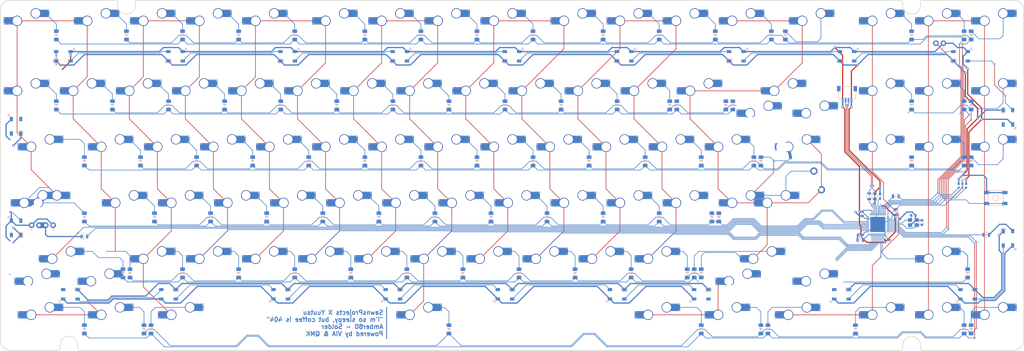
<source format=kicad_pcb>
(kicad_pcb (version 20171130) (host pcbnew "(5.1.10)-1")
  (layers (0 F.Cu signal) (31 B.Cu signal) (34 B.Paste user) (35 F.Paste user) (36 B.SilkS user) (37 F.SilkS user) (38 B.Mask user) (39 F.Mask user) (44 Edge.Cuts user))
  (net 0 "")
  (net 1 "Net-(D1-Pad2)")
  (net 2 "Net-(D7-Pad2)")
  (net 3 "Net-(D13-Pad2)")
  (net 4 "Net-(D19-Pad2)")
  (net 5 "Net-(D25-Pad2)")
  (net 6 "Net-(D31-Pad2)")
  (net 7 "Net-(D37-Pad2)")
  (net 8 "Net-(D43-Pad2)")
  (net 9 "Net-(D49-Pad2)")
  (net 10 "Net-(D55-Pad2)")
  (net 11 "Net-(D61-Pad2)")
  (net 12 "Net-(D67-Pad2)")
  (net 13 "Net-(D73-Pad2)")
  (net 14 "Net-(D79-Pad2)")
  (net 15 "Net-(D91-Pad2)")
  (net 16 "Net-(D2-Pad2)")
  (net 17 "Net-(D3-Pad2)")
  (net 18 "Net-(D4-Pad2)")
  (net 19 "Net-(D5-Pad2)")
  (net 20 "Net-(D6-Pad2)")
  (net 21 "Net-(D8-Pad2)")
  (net 22 "Net-(D9-Pad2)")
  (net 23 "Net-(D10-Pad2)")
  (net 24 "Net-(D11-Pad2)")
  (net 25 "Net-(D12-Pad2)")
  (net 26 "Net-(D14-Pad2)")
  (net 27 "Net-(D15-Pad2)")
  (net 28 "Net-(D16-Pad2)")
  (net 29 "Net-(D17-Pad2)")
  (net 30 "Net-(D18-Pad2)")
  (net 31 "Net-(D20-Pad2)")
  (net 32 "Net-(D21-Pad2)")
  (net 33 "Net-(D22-Pad2)")
  (net 34 "Net-(D23-Pad2)")
  (net 35 "Net-(D26-Pad2)")
  (net 36 "Net-(D27-Pad2)")
  (net 37 "Net-(D28-Pad2)")
  (net 38 "Net-(D29-Pad2)")
  (net 39 "Net-(D32-Pad2)")
  (net 40 "Net-(D33-Pad2)")
  (net 41 "Net-(D34-Pad2)")
  (net 42 "Net-(D35-Pad2)")
  (net 43 "Net-(D38-Pad2)")
  (net 44 "Net-(D39-Pad2)")
  (net 45 "Net-(D40-Pad2)")
  (net 46 "Net-(D41-Pad2)")
  (net 47 "Net-(D44-Pad2)")
  (net 48 "Net-(D45-Pad2)")
  (net 49 "Net-(D46-Pad2)")
  (net 50 "Net-(D47-Pad2)")
  (net 51 "Net-(D48-Pad2)")
  (net 52 "Net-(D50-Pad2)")
  (net 53 "Net-(D51-Pad2)")
  (net 54 "Net-(D52-Pad2)")
  (net 55 "Net-(D53-Pad2)")
  (net 56 "Net-(D56-Pad2)")
  (net 57 "Net-(D57-Pad2)")
  (net 58 "Net-(D58-Pad2)")
  (net 59 "Net-(D59-Pad2)")
  (net 60 "Net-(D62-Pad2)")
  (net 61 "Net-(D63-Pad2)")
  (net 62 "Net-(D64-Pad2)")
  (net 63 "Net-(D65-Pad2)")
  (net 64 "Net-(D68-Pad2)")
  (net 65 "Net-(D69-Pad2)")
  (net 66 "Net-(D70-Pad2)")
  (net 67 "Net-(D71-Pad2)")
  (net 68 "Net-(D74-Pad2)")
  (net 69 "Net-(D75-Pad2)")
  (net 70 "Net-(D77-Pad2)")
  (net 71 "Net-(D78-Pad2)")
  (net 72 "Net-(D80-Pad2)")
  (net 73 "Net-(D81-Pad2)")
  (net 74 "Net-(D82-Pad2)")
  (net 75 "Net-(D83-Pad2)")
  (net 76 "Net-(D84-Pad2)")
  (net 77 "Net-(D86-Pad2)")
  (net 78 "Net-(D87-Pad2)")
  (net 79 "Net-(D90-Pad2)")
  (net 80 "Net-(D92-Pad2)")
  (net 81 "Net-(D93-Pad2)")
  (net 82 "Net-(D95-Pad2)")
  (net 83 "Net-(D96-Pad2)")
  (net 84 "Net-(D97-Pad2)")
  (net 85 "Net-(D98-Pad2)")
  (net 86 "Net-(D100-Pad2)")
  (net 87 "Net-(D101-Pad2)")
  (net 88 "Net-(D102-Pad2)")
  (net 89 "Net-(D103-Pad2)")
  (net 90 "Net-(D104-Pad2)")
  (net 91 "Net-(D105-Pad2)")
  (net 92 "Net-(D106-Pad2)")
  (net 93 "Net-(D107-Pad2)")
  (net 94 "Net-(D108-Pad2)")
  (net 95 +5V)
  (net 96 GND)
  (net 97 "Net-(C2-Pad1)")
  (net 98 "Net-(C3-Pad1)")
  (net 99 "Net-(C6-Pad1)")
  (net 100 DG-)
  (net 101 DG+)
  (net 102 D+)
  (net 103 D-)
  (net 104 RST)
  (net 105 "Net-(R6-Pad2)")
  (net 106 MISO)
  (net 107 MOSI)
  (net 108 C0)
  (net 109 C1)
  (net 110 C2)
  (net 111 C3)
  (net 112 C4)
  (net 113 C5)
  (net 114 C6)
  (net 115 C7)
  (net 116 C8)
  (net 117 R0)
  (net 118 R4)
  (net 119 R6)
  (net 120 R8)
  (net 121 R10)
  (net 122 R3)
  (net 123 R5)
  (net 124 R7)
  (net 125 R9)
  (net 126 R11)
  (net 127 "Net-(D24-Pad4)")
  (net 128 "Net-(D30-Pad4)")
  (net 129 "Net-(D36-Pad4)")
  (net 130 "Net-(D42-Pad4)")
  (net 131 "Net-(D54-Pad4)")
  (net 132 "Net-(D60-Pad4)")
  (net 133 "Net-(D66-Pad4)")
  (net 134 "Net-(D72-Pad4)")
  (net 135 "Net-(D76-Pad4)")
  (net 136 "Net-(D85-Pad4)")
  (net 137 "Net-(D88-Pad4)")
  (net 138 "Net-(D89-Pad4)")
  (net 139 "Net-(D112-Pad2)")
  (net 140 "Net-(D95-Pad4)")
  (net 141 "Net-(D100-Pad4)")
  (net 142 "Net-(D109-Pad2)")
  (net 143 "Net-(D110-Pad2)")
  (net 144 "Net-(D111-Pad2)")
  (net 145 "Net-(D113-Pad1)")
  (net 146 indicator1)
  (net 147 RGB)
  (net 148 "Net-(D114-Pad1)")
  (net 149 indicator2)
  (module MX_Only_v4:MXOnly-1U-Hotswap-Sawns (layer F.Cu) (at 138.1125 47.625)
    (fp_text reference MX47)
    (fp_text value 1U)
    (pad 1 thru_hole circle (at -8.0645 -3.4925) (size 0.5 0.5) (drill 0.3) (layers *.Cu *.Mask) (net 111 C3))
    (pad 2 smd rect (at 5.207 -5.08) (size 3.82 2.5) (layers B.Cu) (net 43 "Net-(D38-Pad2)"))
    (pad 1 smd rect (at -6.45 -2.54) (size 3.82 2.5) (layers B.Cu) (net 111 C3))
    (pad "" np_thru_hole circle (at 5.08 0 48.0996) (size 1.75 1.75) (drill 1.75) (layers *.Cu *.Mask))
    (pad "" np_thru_hole circle (at -5.08 0 48.0996) (size 1.75 1.75) (drill 1.75) (layers *.Cu *.Mask))
    (pad 1 thru_hole circle (at -3.81 -2.54) (size 3.5 3.5) (drill 3) (layers *.Cu *.Mask) (net 111 C3))
    (pad "" np_thru_hole circle (at 0 0) (size 3.9878 3.9878) (drill 3.9878) (layers *.Cu *.Mask))
    (pad 2 thru_hole circle (at 2.54 -5.08) (size 3.5 3.5) (drill 3) (layers *.Cu *.Mask) (net 43 "Net-(D38-Pad2)"))
    (pad 1 thru_hole circle (at -8.0645 -1.5875) (size 0.5 0.5) (drill 0.3) (layers *.Cu *.Mask) (net 111 C3))
    (pad 2 thru_hole circle (at 6.8215 -4.1275) (size 0.5 0.5) (drill 0.3) (layers *.Cu *.Mask) (net 43 "Net-(D38-Pad2)"))
    (pad 2 thru_hole circle (at 6.8215 -6.0325) (size 0.5 0.5) (drill 0.3) (layers *.Cu *.Mask) (net 43 "Net-(D38-Pad2)"))
  )
  (module MX_Only_v4:MXOnly-1U-Hotswap-Sawns (layer F.Cu) (at 100.0125 47.625)
    (fp_text reference MX37)
    (fp_text value 1U)
    (pad 1 thru_hole circle (at -8.0645 -3.4925) (size 0.5 0.5) (drill 0.3) (layers *.Cu *.Mask) (net 110 C2))
    (pad 2 smd rect (at 5.207 -5.08) (size 3.82 2.5) (layers B.Cu) (net 35 "Net-(D26-Pad2)"))
    (pad 1 smd rect (at -6.45 -2.54) (size 3.82 2.5) (layers B.Cu) (net 110 C2))
    (pad "" np_thru_hole circle (at 5.08 0 48.0996) (size 1.75 1.75) (drill 1.75) (layers *.Cu *.Mask))
    (pad "" np_thru_hole circle (at -5.08 0 48.0996) (size 1.75 1.75) (drill 1.75) (layers *.Cu *.Mask))
    (pad 1 thru_hole circle (at -3.81 -2.54) (size 3.5 3.5) (drill 3) (layers *.Cu *.Mask) (net 110 C2))
    (pad "" np_thru_hole circle (at 0 0) (size 3.9878 3.9878) (drill 3.9878) (layers *.Cu *.Mask))
    (pad 2 thru_hole circle (at 2.54 -5.08) (size 3.5 3.5) (drill 3) (layers *.Cu *.Mask) (net 35 "Net-(D26-Pad2)"))
    (pad 1 thru_hole circle (at -8.0645 -1.5875) (size 0.5 0.5) (drill 0.3) (layers *.Cu *.Mask) (net 110 C2))
    (pad 2 thru_hole circle (at 6.8215 -4.1275) (size 0.5 0.5) (drill 0.3) (layers *.Cu *.Mask) (net 35 "Net-(D26-Pad2)"))
    (pad 2 thru_hole circle (at 6.8215 -6.0325) (size 0.5 0.5) (drill 0.3) (layers *.Cu *.Mask) (net 35 "Net-(D26-Pad2)"))
  )
  (module MX_Only_v4:MXOnly-1U-Hotswap-Sawns (layer F.Cu) (at 352.425 123.825)
    (fp_text reference MX108)
    (fp_text value 1U)
    (pad 1 thru_hole circle (at -8.0645 -3.4925) (size 0.5 0.5) (drill 0.3) (layers *.Cu *.Mask) (net 116 C8))
    (pad 2 smd rect (at 5.207 -5.08) (size 3.82 2.5) (layers B.Cu) (net 94 "Net-(D108-Pad2)"))
    (pad 1 smd rect (at -6.45 -2.54) (size 3.82 2.5) (layers B.Cu) (net 116 C8))
    (pad "" np_thru_hole circle (at 5.08 0 48.0996) (size 1.75 1.75) (drill 1.75) (layers *.Cu *.Mask))
    (pad "" np_thru_hole circle (at -5.08 0 48.0996) (size 1.75 1.75) (drill 1.75) (layers *.Cu *.Mask))
    (pad 1 thru_hole circle (at -3.81 -2.54) (size 3.5 3.5) (drill 3) (layers *.Cu *.Mask) (net 116 C8))
    (pad "" np_thru_hole circle (at 0 0) (size 3.9878 3.9878) (drill 3.9878) (layers *.Cu *.Mask))
    (pad 2 thru_hole circle (at 2.54 -5.08) (size 3.5 3.5) (drill 3) (layers *.Cu *.Mask) (net 94 "Net-(D108-Pad2)"))
    (pad 1 thru_hole circle (at -8.0645 -1.5875) (size 0.5 0.5) (drill 0.3) (layers *.Cu *.Mask) (net 116 C8))
    (pad 2 thru_hole circle (at 6.8215 -4.1275) (size 0.5 0.5) (drill 0.3) (layers *.Cu *.Mask) (net 94 "Net-(D108-Pad2)"))
    (pad 2 thru_hole circle (at 6.8215 -6.0325) (size 0.5 0.5) (drill 0.3) (layers *.Cu *.Mask) (net 94 "Net-(D108-Pad2)"))
  )
  (module MX_Only_v4:MXOnly-1U-Hotswap-Sawns (layer F.Cu) (at 352.425 66.675)
    (fp_text reference MX105)
    (fp_text value 1U)
    (pad 1 thru_hole circle (at -8.0645 -3.4925) (size 0.5 0.5) (drill 0.3) (layers *.Cu *.Mask) (net 116 C8))
    (pad 2 smd rect (at 5.207 -5.08) (size 3.82 2.5) (layers B.Cu) (net 91 "Net-(D105-Pad2)"))
    (pad 1 smd rect (at -6.45 -2.54) (size 3.82 2.5) (layers B.Cu) (net 116 C8))
    (pad "" np_thru_hole circle (at 5.08 0 48.0996) (size 1.75 1.75) (drill 1.75) (layers *.Cu *.Mask))
    (pad "" np_thru_hole circle (at -5.08 0 48.0996) (size 1.75 1.75) (drill 1.75) (layers *.Cu *.Mask))
    (pad 1 thru_hole circle (at -3.81 -2.54) (size 3.5 3.5) (drill 3) (layers *.Cu *.Mask) (net 116 C8))
    (pad "" np_thru_hole circle (at 0 0) (size 3.9878 3.9878) (drill 3.9878) (layers *.Cu *.Mask))
    (pad 2 thru_hole circle (at 2.54 -5.08) (size 3.5 3.5) (drill 3) (layers *.Cu *.Mask) (net 91 "Net-(D105-Pad2)"))
    (pad 1 thru_hole circle (at -8.0645 -1.5875) (size 0.5 0.5) (drill 0.3) (layers *.Cu *.Mask) (net 116 C8))
    (pad 2 thru_hole circle (at 6.8215 -4.1275) (size 0.5 0.5) (drill 0.3) (layers *.Cu *.Mask) (net 91 "Net-(D105-Pad2)"))
    (pad 2 thru_hole circle (at 6.8215 -6.0325) (size 0.5 0.5) (drill 0.3) (layers *.Cu *.Mask) (net 91 "Net-(D105-Pad2)"))
  )
  (module MX_Only_v4:MXOnly-1U-Hotswap-Sawns (layer F.Cu) (at 352.425 47.625)
    (fp_text reference MX104)
    (fp_text value 1U)
    (pad 1 thru_hole circle (at -8.0645 -3.4925) (size 0.5 0.5) (drill 0.3) (layers *.Cu *.Mask) (net 116 C8))
    (pad 2 smd rect (at 5.207 -5.08) (size 3.82 2.5) (layers B.Cu) (net 90 "Net-(D104-Pad2)"))
    (pad 1 smd rect (at -6.45 -2.54) (size 3.82 2.5) (layers B.Cu) (net 116 C8))
    (pad "" np_thru_hole circle (at 5.08 0 48.0996) (size 1.75 1.75) (drill 1.75) (layers *.Cu *.Mask))
    (pad "" np_thru_hole circle (at -5.08 0 48.0996) (size 1.75 1.75) (drill 1.75) (layers *.Cu *.Mask))
    (pad 1 thru_hole circle (at -3.81 -2.54) (size 3.5 3.5) (drill 3) (layers *.Cu *.Mask) (net 116 C8))
    (pad "" np_thru_hole circle (at 0 0) (size 3.9878 3.9878) (drill 3.9878) (layers *.Cu *.Mask))
    (pad 2 thru_hole circle (at 2.54 -5.08) (size 3.5 3.5) (drill 3) (layers *.Cu *.Mask) (net 90 "Net-(D104-Pad2)"))
    (pad 1 thru_hole circle (at -8.0645 -1.5875) (size 0.5 0.5) (drill 0.3) (layers *.Cu *.Mask) (net 116 C8))
    (pad 2 thru_hole circle (at 6.8215 -4.1275) (size 0.5 0.5) (drill 0.3) (layers *.Cu *.Mask) (net 90 "Net-(D104-Pad2)"))
    (pad 2 thru_hole circle (at 6.8215 -6.0325) (size 0.5 0.5) (drill 0.3) (layers *.Cu *.Mask) (net 90 "Net-(D104-Pad2)"))
  )
  (module MX_Only_v4:MXOnly-1U-Hotswap-Sawns (layer F.Cu) (at 352.425 23.8125)
    (fp_text reference MX103)
    (fp_text value 1U)
    (pad 1 thru_hole circle (at -8.0645 -3.4925) (size 0.5 0.5) (drill 0.3) (layers *.Cu *.Mask) (net 116 C8))
    (pad 2 smd rect (at 5.207 -5.08) (size 3.82 2.5) (layers B.Cu) (net 89 "Net-(D103-Pad2)"))
    (pad 1 smd rect (at -6.45 -2.54) (size 3.82 2.5) (layers B.Cu) (net 116 C8))
    (pad "" np_thru_hole circle (at 5.08 0 48.0996) (size 1.75 1.75) (drill 1.75) (layers *.Cu *.Mask))
    (pad "" np_thru_hole circle (at -5.08 0 48.0996) (size 1.75 1.75) (drill 1.75) (layers *.Cu *.Mask))
    (pad 1 thru_hole circle (at -3.81 -2.54) (size 3.5 3.5) (drill 3) (layers *.Cu *.Mask) (net 116 C8))
    (pad "" np_thru_hole circle (at 0 0) (size 3.9878 3.9878) (drill 3.9878) (layers *.Cu *.Mask))
    (pad 2 thru_hole circle (at 2.54 -5.08) (size 3.5 3.5) (drill 3) (layers *.Cu *.Mask) (net 89 "Net-(D103-Pad2)"))
    (pad 1 thru_hole circle (at -8.0645 -1.5875) (size 0.5 0.5) (drill 0.3) (layers *.Cu *.Mask) (net 116 C8))
    (pad 2 thru_hole circle (at 6.8215 -4.1275) (size 0.5 0.5) (drill 0.3) (layers *.Cu *.Mask) (net 89 "Net-(D103-Pad2)"))
    (pad 2 thru_hole circle (at 6.8215 -6.0325) (size 0.5 0.5) (drill 0.3) (layers *.Cu *.Mask) (net 89 "Net-(D103-Pad2)"))
  )
  (module MX_Only_v4:MXOnly-1U-Hotswap-Sawns (layer F.Cu) (at 333.375 123.825)
    (fp_text reference MX102)
    (fp_text value 1U)
    (pad 1 thru_hole circle (at -8.0645 -3.4925) (size 0.5 0.5) (drill 0.3) (layers *.Cu *.Mask) (net 116 C8))
    (pad 2 smd rect (at 5.207 -5.08) (size 3.82 2.5) (layers B.Cu) (net 88 "Net-(D102-Pad2)"))
    (pad 1 smd rect (at -6.45 -2.54) (size 3.82 2.5) (layers B.Cu) (net 116 C8))
    (pad "" np_thru_hole circle (at 5.08 0 48.0996) (size 1.75 1.75) (drill 1.75) (layers *.Cu *.Mask))
    (pad "" np_thru_hole circle (at -5.08 0 48.0996) (size 1.75 1.75) (drill 1.75) (layers *.Cu *.Mask))
    (pad 1 thru_hole circle (at -3.81 -2.54) (size 3.5 3.5) (drill 3) (layers *.Cu *.Mask) (net 116 C8))
    (pad "" np_thru_hole circle (at 0 0) (size 3.9878 3.9878) (drill 3.9878) (layers *.Cu *.Mask))
    (pad 2 thru_hole circle (at 2.54 -5.08) (size 3.5 3.5) (drill 3) (layers *.Cu *.Mask) (net 88 "Net-(D102-Pad2)"))
    (pad 1 thru_hole circle (at -8.0645 -1.5875) (size 0.5 0.5) (drill 0.3) (layers *.Cu *.Mask) (net 116 C8))
    (pad 2 thru_hole circle (at 6.8215 -4.1275) (size 0.5 0.5) (drill 0.3) (layers *.Cu *.Mask) (net 88 "Net-(D102-Pad2)"))
    (pad 2 thru_hole circle (at 6.8215 -6.0325) (size 0.5 0.5) (drill 0.3) (layers *.Cu *.Mask) (net 88 "Net-(D102-Pad2)"))
  )
  (module MX_Only_v4:MXOnly-1U-Hotswap-Sawns (layer F.Cu) (at 333.375 104.775)
    (fp_text reference MX101)
    (fp_text value 1U)
    (pad 1 thru_hole circle (at -8.0645 -3.4925) (size 0.5 0.5) (drill 0.3) (layers *.Cu *.Mask) (net 116 C8))
    (pad 2 smd rect (at 5.207 -5.08) (size 3.82 2.5) (layers B.Cu) (net 87 "Net-(D101-Pad2)"))
    (pad 1 smd rect (at -6.45 -2.54) (size 3.82 2.5) (layers B.Cu) (net 116 C8))
    (pad "" np_thru_hole circle (at 5.08 0 48.0996) (size 1.75 1.75) (drill 1.75) (layers *.Cu *.Mask))
    (pad "" np_thru_hole circle (at -5.08 0 48.0996) (size 1.75 1.75) (drill 1.75) (layers *.Cu *.Mask))
    (pad 1 thru_hole circle (at -3.81 -2.54) (size 3.5 3.5) (drill 3) (layers *.Cu *.Mask) (net 116 C8))
    (pad "" np_thru_hole circle (at 0 0) (size 3.9878 3.9878) (drill 3.9878) (layers *.Cu *.Mask))
    (pad 2 thru_hole circle (at 2.54 -5.08) (size 3.5 3.5) (drill 3) (layers *.Cu *.Mask) (net 87 "Net-(D101-Pad2)"))
    (pad 1 thru_hole circle (at -8.0645 -1.5875) (size 0.5 0.5) (drill 0.3) (layers *.Cu *.Mask) (net 116 C8))
    (pad 2 thru_hole circle (at 6.8215 -4.1275) (size 0.5 0.5) (drill 0.3) (layers *.Cu *.Mask) (net 87 "Net-(D101-Pad2)"))
    (pad 2 thru_hole circle (at 6.8215 -6.0325) (size 0.5 0.5) (drill 0.3) (layers *.Cu *.Mask) (net 87 "Net-(D101-Pad2)"))
  )
  (module MX_Only_v4:MXOnly-1U-Hotswap-Sawns (layer F.Cu) (at 333.375 47.625)
    (fp_text reference MX98)
    (fp_text value 1U)
    (pad 1 thru_hole circle (at -8.0645 -3.4925) (size 0.5 0.5) (drill 0.3) (layers *.Cu *.Mask) (net 116 C8))
    (pad 2 smd rect (at 5.207 -5.08) (size 3.82 2.5) (layers B.Cu) (net 85 "Net-(D98-Pad2)"))
    (pad 1 smd rect (at -6.45 -2.54) (size 3.82 2.5) (layers B.Cu) (net 116 C8))
    (pad "" np_thru_hole circle (at 5.08 0 48.0996) (size 1.75 1.75) (drill 1.75) (layers *.Cu *.Mask))
    (pad "" np_thru_hole circle (at -5.08 0 48.0996) (size 1.75 1.75) (drill 1.75) (layers *.Cu *.Mask))
    (pad 1 thru_hole circle (at -3.81 -2.54) (size 3.5 3.5) (drill 3) (layers *.Cu *.Mask) (net 116 C8))
    (pad "" np_thru_hole circle (at 0 0) (size 3.9878 3.9878) (drill 3.9878) (layers *.Cu *.Mask))
    (pad 2 thru_hole circle (at 2.54 -5.08) (size 3.5 3.5) (drill 3) (layers *.Cu *.Mask) (net 85 "Net-(D98-Pad2)"))
    (pad 1 thru_hole circle (at -8.0645 -1.5875) (size 0.5 0.5) (drill 0.3) (layers *.Cu *.Mask) (net 116 C8))
    (pad 2 thru_hole circle (at 6.8215 -4.1275) (size 0.5 0.5) (drill 0.3) (layers *.Cu *.Mask) (net 85 "Net-(D98-Pad2)"))
    (pad 2 thru_hole circle (at 6.8215 -6.0325) (size 0.5 0.5) (drill 0.3) (layers *.Cu *.Mask) (net 85 "Net-(D98-Pad2)"))
  )
  (module MX_Only_v4:MXOnly-1U-Hotswap-Sawns (layer F.Cu) (at 333.375 23.8125)
    (fp_text reference MX97)
    (fp_text value 1U)
    (pad 1 thru_hole circle (at -8.0645 -3.4925) (size 0.5 0.5) (drill 0.3) (layers *.Cu *.Mask) (net 116 C8))
    (pad 2 smd rect (at 5.207 -5.08) (size 3.82 2.5) (layers B.Cu) (net 84 "Net-(D97-Pad2)"))
    (pad 1 smd rect (at -6.45 -2.54) (size 3.82 2.5) (layers B.Cu) (net 116 C8))
    (pad "" np_thru_hole circle (at 5.08 0 48.0996) (size 1.75 1.75) (drill 1.75) (layers *.Cu *.Mask))
    (pad "" np_thru_hole circle (at -5.08 0 48.0996) (size 1.75 1.75) (drill 1.75) (layers *.Cu *.Mask))
    (pad 1 thru_hole circle (at -3.81 -2.54) (size 3.5 3.5) (drill 3) (layers *.Cu *.Mask) (net 116 C8))
    (pad "" np_thru_hole circle (at 0 0) (size 3.9878 3.9878) (drill 3.9878) (layers *.Cu *.Mask))
    (pad 2 thru_hole circle (at 2.54 -5.08) (size 3.5 3.5) (drill 3) (layers *.Cu *.Mask) (net 84 "Net-(D97-Pad2)"))
    (pad 1 thru_hole circle (at -8.0645 -1.5875) (size 0.5 0.5) (drill 0.3) (layers *.Cu *.Mask) (net 116 C8))
    (pad 2 thru_hole circle (at 6.8215 -4.1275) (size 0.5 0.5) (drill 0.3) (layers *.Cu *.Mask) (net 84 "Net-(D97-Pad2)"))
    (pad 2 thru_hole circle (at 6.8215 -6.0325) (size 0.5 0.5) (drill 0.3) (layers *.Cu *.Mask) (net 84 "Net-(D97-Pad2)"))
  )
  (module MX_Only_v4:MXOnly-1U-Hotswap-Sawns (layer F.Cu) (at 314.325 123.825)
    (fp_text reference MX96)
    (fp_text value 1U)
    (pad 1 thru_hole circle (at -8.0645 -3.4925) (size 0.5 0.5) (drill 0.3) (layers *.Cu *.Mask) (net 115 C7))
    (pad 2 smd rect (at 5.207 -5.08) (size 3.82 2.5) (layers B.Cu) (net 83 "Net-(D96-Pad2)"))
    (pad 1 smd rect (at -6.45 -2.54) (size 3.82 2.5) (layers B.Cu) (net 115 C7))
    (pad "" np_thru_hole circle (at 5.08 0 48.0996) (size 1.75 1.75) (drill 1.75) (layers *.Cu *.Mask))
    (pad "" np_thru_hole circle (at -5.08 0 48.0996) (size 1.75 1.75) (drill 1.75) (layers *.Cu *.Mask))
    (pad 1 thru_hole circle (at -3.81 -2.54) (size 3.5 3.5) (drill 3) (layers *.Cu *.Mask) (net 115 C7))
    (pad "" np_thru_hole circle (at 0 0) (size 3.9878 3.9878) (drill 3.9878) (layers *.Cu *.Mask))
    (pad 2 thru_hole circle (at 2.54 -5.08) (size 3.5 3.5) (drill 3) (layers *.Cu *.Mask) (net 83 "Net-(D96-Pad2)"))
    (pad 1 thru_hole circle (at -8.0645 -1.5875) (size 0.5 0.5) (drill 0.3) (layers *.Cu *.Mask) (net 115 C7))
    (pad 2 thru_hole circle (at 6.8215 -4.1275) (size 0.5 0.5) (drill 0.3) (layers *.Cu *.Mask) (net 83 "Net-(D96-Pad2)"))
    (pad 2 thru_hole circle (at 6.8215 -6.0325) (size 0.5 0.5) (drill 0.3) (layers *.Cu *.Mask) (net 83 "Net-(D96-Pad2)"))
  )
  (module MX_Only_v4:MXOnly-1U-Hotswap-Sawns (layer F.Cu) (at 333.375 66.675)
    (fp_text reference MX93)
    (fp_text value 1U)
    (pad 1 thru_hole circle (at -8.0645 -3.4925) (size 0.5 0.5) (drill 0.3) (layers *.Cu *.Mask) (net 116 C8))
    (pad 2 smd rect (at 5.207 -5.08) (size 3.82 2.5) (layers B.Cu) (net 78 "Net-(D87-Pad2)"))
    (pad 1 smd rect (at -6.45 -2.54) (size 3.82 2.5) (layers B.Cu) (net 116 C8))
    (pad "" np_thru_hole circle (at 5.08 0 48.0996) (size 1.75 1.75) (drill 1.75) (layers *.Cu *.Mask))
    (pad "" np_thru_hole circle (at -5.08 0 48.0996) (size 1.75 1.75) (drill 1.75) (layers *.Cu *.Mask))
    (pad 1 thru_hole circle (at -3.81 -2.54) (size 3.5 3.5) (drill 3) (layers *.Cu *.Mask) (net 116 C8))
    (pad "" np_thru_hole circle (at 0 0) (size 3.9878 3.9878) (drill 3.9878) (layers *.Cu *.Mask))
    (pad 2 thru_hole circle (at 2.54 -5.08) (size 3.5 3.5) (drill 3) (layers *.Cu *.Mask) (net 78 "Net-(D87-Pad2)"))
    (pad 1 thru_hole circle (at -8.0645 -1.5875) (size 0.5 0.5) (drill 0.3) (layers *.Cu *.Mask) (net 116 C8))
    (pad 2 thru_hole circle (at 6.8215 -4.1275) (size 0.5 0.5) (drill 0.3) (layers *.Cu *.Mask) (net 78 "Net-(D87-Pad2)"))
    (pad 2 thru_hole circle (at 6.8215 -6.0325) (size 0.5 0.5) (drill 0.3) (layers *.Cu *.Mask) (net 78 "Net-(D87-Pad2)"))
  )
  (module MX_Only_v4:MXOnly-1U-Hotswap-Sawns (layer F.Cu) (at 314.325 47.625)
    (fp_text reference MX92)
    (fp_text value 1U)
    (pad 1 thru_hole circle (at -8.0645 -3.4925) (size 0.5 0.5) (drill 0.3) (layers *.Cu *.Mask) (net 115 C7))
    (pad 2 smd rect (at 5.207 -5.08) (size 3.82 2.5) (layers B.Cu) (net 80 "Net-(D92-Pad2)"))
    (pad 1 smd rect (at -6.45 -2.54) (size 3.82 2.5) (layers B.Cu) (net 115 C7))
    (pad "" np_thru_hole circle (at 5.08 0 48.0996) (size 1.75 1.75) (drill 1.75) (layers *.Cu *.Mask))
    (pad "" np_thru_hole circle (at -5.08 0 48.0996) (size 1.75 1.75) (drill 1.75) (layers *.Cu *.Mask))
    (pad 1 thru_hole circle (at -3.81 -2.54) (size 3.5 3.5) (drill 3) (layers *.Cu *.Mask) (net 115 C7))
    (pad "" np_thru_hole circle (at 0 0) (size 3.9878 3.9878) (drill 3.9878) (layers *.Cu *.Mask))
    (pad 2 thru_hole circle (at 2.54 -5.08) (size 3.5 3.5) (drill 3) (layers *.Cu *.Mask) (net 80 "Net-(D92-Pad2)"))
    (pad 1 thru_hole circle (at -8.0645 -1.5875) (size 0.5 0.5) (drill 0.3) (layers *.Cu *.Mask) (net 115 C7))
    (pad 2 thru_hole circle (at 6.8215 -4.1275) (size 0.5 0.5) (drill 0.3) (layers *.Cu *.Mask) (net 80 "Net-(D92-Pad2)"))
    (pad 2 thru_hole circle (at 6.8215 -6.0325) (size 0.5 0.5) (drill 0.3) (layers *.Cu *.Mask) (net 80 "Net-(D92-Pad2)"))
  )
  (module MX_Only_v4:MXOnly-1U-Hotswap-Sawns (layer F.Cu) (at 314.325 66.675)
    (fp_text reference MX88)
    (fp_text value 1U)
    (pad 1 thru_hole circle (at -8.0645 -3.4925) (size 0.5 0.5) (drill 0.3) (layers *.Cu *.Mask) (net 115 C7))
    (pad 2 smd rect (at 5.207 -5.08) (size 3.82 2.5) (layers B.Cu) (net 81 "Net-(D93-Pad2)"))
    (pad 1 smd rect (at -6.45 -2.54) (size 3.82 2.5) (layers B.Cu) (net 115 C7))
    (pad "" np_thru_hole circle (at 5.08 0 48.0996) (size 1.75 1.75) (drill 1.75) (layers *.Cu *.Mask))
    (pad "" np_thru_hole circle (at -5.08 0 48.0996) (size 1.75 1.75) (drill 1.75) (layers *.Cu *.Mask))
    (pad 1 thru_hole circle (at -3.81 -2.54) (size 3.5 3.5) (drill 3) (layers *.Cu *.Mask) (net 115 C7))
    (pad "" np_thru_hole circle (at 0 0) (size 3.9878 3.9878) (drill 3.9878) (layers *.Cu *.Mask))
    (pad 2 thru_hole circle (at 2.54 -5.08) (size 3.5 3.5) (drill 3) (layers *.Cu *.Mask) (net 81 "Net-(D93-Pad2)"))
    (pad 1 thru_hole circle (at -8.0645 -1.5875) (size 0.5 0.5) (drill 0.3) (layers *.Cu *.Mask) (net 115 C7))
    (pad 2 thru_hole circle (at 6.8215 -4.1275) (size 0.5 0.5) (drill 0.3) (layers *.Cu *.Mask) (net 81 "Net-(D93-Pad2)"))
    (pad 2 thru_hole circle (at 6.8215 -6.0325) (size 0.5 0.5) (drill 0.3) (layers *.Cu *.Mask) (net 81 "Net-(D93-Pad2)"))
  )
  (module MX_Only_v4:MXOnly-1U-Hotswap-Sawns (layer F.Cu) (at 290.5125 47.625 180)
    (fp_text reference MX87)
    (fp_text value 1U)
    (pad 1 thru_hole circle (at -8.0645 -3.4925 180) (size 0.5 0.5) (drill 0.3) (layers *.Cu *.Mask) (net 115 C7))
    (pad 2 smd rect (at 5.207 -5.08 180) (size 3.82 2.5) (layers B.Cu) (net 77 "Net-(D86-Pad2)"))
    (pad 1 smd rect (at -6.45 -2.54 180) (size 3.82 2.5) (layers B.Cu) (net 115 C7))
    (pad "" np_thru_hole circle (at 5.08 0 228.0996) (size 1.75 1.75) (drill 1.75) (layers *.Cu *.Mask))
    (pad "" np_thru_hole circle (at -5.08 0 228.0996) (size 1.75 1.75) (drill 1.75) (layers *.Cu *.Mask))
    (pad 1 thru_hole circle (at -3.81 -2.54 180) (size 3.5 3.5) (drill 3) (layers *.Cu *.Mask) (net 115 C7))
    (pad "" np_thru_hole circle (at 0 0 180) (size 3.9878 3.9878) (drill 3.9878) (layers *.Cu *.Mask))
    (pad 2 thru_hole circle (at 2.54 -5.08 180) (size 3.5 3.5) (drill 3) (layers *.Cu *.Mask) (net 77 "Net-(D86-Pad2)"))
    (pad 1 thru_hole circle (at -8.0645 -1.5875 180) (size 0.5 0.5) (drill 0.3) (layers *.Cu *.Mask) (net 115 C7))
    (pad 2 thru_hole circle (at 6.8215 -4.1275 180) (size 0.5 0.5) (drill 0.3) (layers *.Cu *.Mask) (net 77 "Net-(D86-Pad2)"))
    (pad 2 thru_hole circle (at 6.8215 -6.0325 180) (size 0.5 0.5) (drill 0.3) (layers *.Cu *.Mask) (net 77 "Net-(D86-Pad2)"))
  )
  (module MX_Only_v4:MXOnly-1U-Hotswap-Sawns (layer F.Cu) (at 290.5125 104.775 180)
    (fp_text reference MX85)
    (fp_text value 1U)
    (pad 1 thru_hole circle (at -8.0645 -3.4925 180) (size 0.5 0.5) (drill 0.3) (layers *.Cu *.Mask) (net 114 C6))
    (pad 2 smd rect (at 5.207 -5.08 180) (size 3.82 2.5) (layers B.Cu) (net 75 "Net-(D83-Pad2)"))
    (pad 1 smd rect (at -6.45 -2.54 180) (size 3.82 2.5) (layers B.Cu) (net 114 C6))
    (pad "" np_thru_hole circle (at 5.08 0 228.0996) (size 1.75 1.75) (drill 1.75) (layers *.Cu *.Mask))
    (pad "" np_thru_hole circle (at -5.08 0 228.0996) (size 1.75 1.75) (drill 1.75) (layers *.Cu *.Mask))
    (pad 1 thru_hole circle (at -3.81 -2.54 180) (size 3.5 3.5) (drill 3) (layers *.Cu *.Mask) (net 114 C6))
    (pad "" np_thru_hole circle (at 0 0 180) (size 3.9878 3.9878) (drill 3.9878) (layers *.Cu *.Mask))
    (pad 2 thru_hole circle (at 2.54 -5.08 180) (size 3.5 3.5) (drill 3) (layers *.Cu *.Mask) (net 75 "Net-(D83-Pad2)"))
    (pad 1 thru_hole circle (at -8.0645 -1.5875 180) (size 0.5 0.5) (drill 0.3) (layers *.Cu *.Mask) (net 114 C6))
    (pad 2 thru_hole circle (at 6.8215 -4.1275 180) (size 0.5 0.5) (drill 0.3) (layers *.Cu *.Mask) (net 75 "Net-(D83-Pad2)"))
    (pad 2 thru_hole circle (at 6.8215 -6.0325 180) (size 0.5 0.5) (drill 0.3) (layers *.Cu *.Mask) (net 75 "Net-(D83-Pad2)"))
  )
  (module MX_Only_v4:MXOnly-2.75U-Hotswap-ReversedStabilizers-Sawns (layer F.Cu) (at 278.60625 85.725)
    (fp_text reference MX84)
    (fp_text value 2.25U)
    (pad "" np_thru_hole circle (at 0 0) (size 3.9878 3.9878) (drill 3.9878) (layers *.Cu *.Mask))
    (pad 1 thru_hole circle (at -3.81 -2.54) (size 3.5 3.5) (drill 3) (layers *.Cu *.Mask) (net 114 C6))
    (pad 1 thru_hole circle (at -8.0645 -1.5875) (size 0.5 0.5) (drill 0.3) (layers *.Cu *.Mask) (net 114 C6))
    (pad 2 smd rect (at 5.207 -5.08) (size 3.82 2.5) (layers B.Cu) (net 74 "Net-(D82-Pad2)"))
    (pad 2 thru_hole circle (at 6.8215 -4.1275) (size 0.5 0.5) (drill 0.3) (layers *.Cu *.Mask) (net 74 "Net-(D82-Pad2)"))
    (pad 2 thru_hole circle (at 6.8215 -6.0325) (size 0.5 0.5) (drill 0.3) (layers *.Cu *.Mask) (net 74 "Net-(D82-Pad2)"))
    (pad 2 thru_hole circle (at 2.54 -5.08) (size 3.5 3.5) (drill 3) (layers *.Cu *.Mask) (net 74 "Net-(D82-Pad2)"))
    (pad "" np_thru_hole circle (at -5.08 0 48.0996) (size 1.75 1.75) (drill 1.75) (layers *.Cu *.Mask))
    (pad "" np_thru_hole circle (at 5.08 0 48.0996) (size 1.75 1.75) (drill 1.75) (layers *.Cu *.Mask))
    (pad 1 smd rect (at -6.45 -2.54) (size 3.82 2.5) (layers B.Cu) (net 114 C6))
    (pad 1 thru_hole circle (at -8.0645 -3.4925) (size 0.5 0.5) (drill 0.3) (layers *.Cu *.Mask) (net 114 C6))
    (pad "" np_thru_hole circle (at -11.938 -8.255) (size 3.9878 3.9878) (drill 3.9878) (layers *.Cu *.Mask))
    (pad "" np_thru_hole circle (at 11.938 -8.255) (size 3.9878 3.9878) (drill 3.9878) (layers *.Cu *.Mask))
    (pad "" np_thru_hole circle (at -11.938 6.985) (size 3.048 3.048) (drill 3.048) (layers *.Cu *.Mask))
    (pad "" np_thru_hole circle (at 11.938 6.985) (size 3.048 3.048) (drill 3.048) (layers *.Cu *.Mask))
  )
  (module MX_Only_v4:MXOnly-1U-Hotswap-Sawns (layer F.Cu) (at 271.4625 47.625 180)
    (fp_text reference MX82)
    (fp_text value 1U)
    (pad 1 thru_hole circle (at -8.0645 -3.4925 180) (size 0.5 0.5) (drill 0.3) (layers *.Cu *.Mask) (net 114 C6))
    (pad 2 smd rect (at 5.207 -5.08 180) (size 3.82 2.5) (layers B.Cu) (net 72 "Net-(D80-Pad2)"))
    (pad 1 smd rect (at -6.45 -2.54 180) (size 3.82 2.5) (layers B.Cu) (net 114 C6))
    (pad "" np_thru_hole circle (at 5.08 0 228.0996) (size 1.75 1.75) (drill 1.75) (layers *.Cu *.Mask))
    (pad "" np_thru_hole circle (at -5.08 0 228.0996) (size 1.75 1.75) (drill 1.75) (layers *.Cu *.Mask))
    (pad 1 thru_hole circle (at -3.81 -2.54 180) (size 3.5 3.5) (drill 3) (layers *.Cu *.Mask) (net 114 C6))
    (pad "" np_thru_hole circle (at 0 0 180) (size 3.9878 3.9878) (drill 3.9878) (layers *.Cu *.Mask))
    (pad 2 thru_hole circle (at 2.54 -5.08 180) (size 3.5 3.5) (drill 3) (layers *.Cu *.Mask) (net 72 "Net-(D80-Pad2)"))
    (pad 1 thru_hole circle (at -8.0645 -1.5875 180) (size 0.5 0.5) (drill 0.3) (layers *.Cu *.Mask) (net 114 C6))
    (pad 2 thru_hole circle (at 6.8215 -4.1275 180) (size 0.5 0.5) (drill 0.3) (layers *.Cu *.Mask) (net 72 "Net-(D80-Pad2)"))
    (pad 2 thru_hole circle (at 6.8215 -6.0325 180) (size 0.5 0.5) (drill 0.3) (layers *.Cu *.Mask) (net 72 "Net-(D80-Pad2)"))
  )
  (module MX_Only_v4:MXOnly-1.75U-Hotswap-Sawns (layer F.Cu) (at 264.31875 104.775 180)
    (fp_text reference MX80)
    (fp_text value 1.75U)
    (pad "" np_thru_hole circle (at 0 0 180) (size 3.9878 3.9878) (drill 3.9878) (layers *.Cu *.Mask))
    (pad 1 thru_hole circle (at -3.81 -2.54 180) (size 3.5 3.5) (drill 3) (layers *.Cu *.Mask) (net 114 C6))
    (pad 1 thru_hole circle (at -8.0645 -1.5875 180) (size 0.5 0.5) (drill 0.3) (layers *.Cu *.Mask) (net 114 C6))
    (pad 2 smd rect (at 5.207 -5.08 180) (size 3.82 2.5) (layers B.Cu) (net 70 "Net-(D77-Pad2)"))
    (pad 2 thru_hole circle (at 6.8215 -4.1275 180) (size 0.5 0.5) (drill 0.3) (layers *.Cu *.Mask) (net 70 "Net-(D77-Pad2)"))
    (pad 2 thru_hole circle (at 6.8215 -6.0325 180) (size 0.5 0.5) (drill 0.3) (layers *.Cu *.Mask) (net 70 "Net-(D77-Pad2)"))
    (pad 2 thru_hole circle (at 2.54 -5.08 180) (size 3.5 3.5) (drill 3) (layers *.Cu *.Mask) (net 70 "Net-(D77-Pad2)"))
    (pad "" np_thru_hole circle (at -5.08 0 228.0996) (size 1.75 1.75) (drill 1.75) (layers *.Cu *.Mask))
    (pad "" np_thru_hole circle (at 5.08 0 228.0996) (size 1.75 1.75) (drill 1.75) (layers *.Cu *.Mask))
    (pad 1 smd rect (at -6.45 -2.54 180) (size 3.82 2.5) (layers B.Cu) (net 114 C6))
    (pad 1 thru_hole circle (at -8.0645 -3.4925 180) (size 0.5 0.5) (drill 0.3) (layers *.Cu *.Mask) (net 114 C6))
  )
  (module MX_Only_v4:MXOnly-1U-Hotswap-Sawns (layer F.Cu) (at 266.700224 85.725072)
    (fp_text reference MX79)
    (fp_text value 1U)
    (pad 1 thru_hole circle (at -8.0645 -3.4925) (size 0.5 0.5) (drill 0.3) (layers *.Cu *.Mask) (net 114 C6))
    (pad 2 smd rect (at 5.207 -5.08) (size 3.82 2.5) (layers B.Cu) (net 73 "Net-(D81-Pad2)"))
    (pad 1 smd rect (at -6.45 -2.54) (size 3.82 2.5) (layers B.Cu) (net 114 C6))
    (pad "" np_thru_hole circle (at 5.08 0 48.0996) (size 1.75 1.75) (drill 1.75) (layers *.Cu *.Mask))
    (pad "" np_thru_hole circle (at -5.08 0 48.0996) (size 1.75 1.75) (drill 1.75) (layers *.Cu *.Mask))
    (pad 1 thru_hole circle (at -3.81 -2.54) (size 3.5 3.5) (drill 3) (layers *.Cu *.Mask) (net 114 C6))
    (pad "" np_thru_hole circle (at 0 0) (size 3.9878 3.9878) (drill 3.9878) (layers *.Cu *.Mask))
    (pad 2 thru_hole circle (at 2.54 -5.08) (size 3.5 3.5) (drill 3) (layers *.Cu *.Mask) (net 73 "Net-(D81-Pad2)"))
    (pad 1 thru_hole circle (at -8.0645 -1.5875) (size 0.5 0.5) (drill 0.3) (layers *.Cu *.Mask) (net 114 C6))
    (pad 2 thru_hole circle (at 6.8215 -4.1275) (size 0.5 0.5) (drill 0.3) (layers *.Cu *.Mask) (net 73 "Net-(D81-Pad2)"))
    (pad 2 thru_hole circle (at 6.8215 -6.0325) (size 0.5 0.5) (drill 0.3) (layers *.Cu *.Mask) (net 73 "Net-(D81-Pad2)"))
  )
  (module MX_Only_v4:MXOnly-1U-Hotswap-Sawns (layer F.Cu) (at 261.9375 66.675)
    (fp_text reference MX78)
    (fp_text value 1U)
    (pad 1 thru_hole circle (at -8.0645 -3.4925) (size 0.5 0.5) (drill 0.3) (layers *.Cu *.Mask) (net 114 C6))
    (pad 2 smd rect (at 5.207 -5.08) (size 3.82 2.5) (layers B.Cu) (net 69 "Net-(D75-Pad2)"))
    (pad 1 smd rect (at -6.45 -2.54) (size 3.82 2.5) (layers B.Cu) (net 114 C6))
    (pad "" np_thru_hole circle (at 5.08 0 48.0996) (size 1.75 1.75) (drill 1.75) (layers *.Cu *.Mask))
    (pad "" np_thru_hole circle (at -5.08 0 48.0996) (size 1.75 1.75) (drill 1.75) (layers *.Cu *.Mask))
    (pad 1 thru_hole circle (at -3.81 -2.54) (size 3.5 3.5) (drill 3) (layers *.Cu *.Mask) (net 114 C6))
    (pad "" np_thru_hole circle (at 0 0) (size 3.9878 3.9878) (drill 3.9878) (layers *.Cu *.Mask))
    (pad 2 thru_hole circle (at 2.54 -5.08) (size 3.5 3.5) (drill 3) (layers *.Cu *.Mask) (net 69 "Net-(D75-Pad2)"))
    (pad 1 thru_hole circle (at -8.0645 -1.5875) (size 0.5 0.5) (drill 0.3) (layers *.Cu *.Mask) (net 114 C6))
    (pad 2 thru_hole circle (at 6.8215 -4.1275) (size 0.5 0.5) (drill 0.3) (layers *.Cu *.Mask) (net 69 "Net-(D75-Pad2)"))
    (pad 2 thru_hole circle (at 6.8215 -6.0325) (size 0.5 0.5) (drill 0.3) (layers *.Cu *.Mask) (net 69 "Net-(D75-Pad2)"))
  )
  (module MX_Only_v4:MXOnly-1U-Hotswap-Sawns (layer F.Cu) (at 252.4125 47.625)
    (fp_text reference MX77)
    (fp_text value 1U)
    (pad 1 thru_hole circle (at -8.0645 -3.4925) (size 0.5 0.5) (drill 0.3) (layers *.Cu *.Mask) (net 114 C6))
    (pad 2 smd rect (at 5.207 -5.08) (size 3.82 2.5) (layers B.Cu) (net 68 "Net-(D74-Pad2)"))
    (pad 1 smd rect (at -6.45 -2.54) (size 3.82 2.5) (layers B.Cu) (net 114 C6))
    (pad "" np_thru_hole circle (at 5.08 0 48.0996) (size 1.75 1.75) (drill 1.75) (layers *.Cu *.Mask))
    (pad "" np_thru_hole circle (at -5.08 0 48.0996) (size 1.75 1.75) (drill 1.75) (layers *.Cu *.Mask))
    (pad 1 thru_hole circle (at -3.81 -2.54) (size 3.5 3.5) (drill 3) (layers *.Cu *.Mask) (net 114 C6))
    (pad "" np_thru_hole circle (at 0 0) (size 3.9878 3.9878) (drill 3.9878) (layers *.Cu *.Mask))
    (pad 2 thru_hole circle (at 2.54 -5.08) (size 3.5 3.5) (drill 3) (layers *.Cu *.Mask) (net 68 "Net-(D74-Pad2)"))
    (pad 1 thru_hole circle (at -8.0645 -1.5875) (size 0.5 0.5) (drill 0.3) (layers *.Cu *.Mask) (net 114 C6))
    (pad 2 thru_hole circle (at 6.8215 -4.1275) (size 0.5 0.5) (drill 0.3) (layers *.Cu *.Mask) (net 68 "Net-(D74-Pad2)"))
    (pad 2 thru_hole circle (at 6.8215 -6.0325) (size 0.5 0.5) (drill 0.3) (layers *.Cu *.Mask) (net 68 "Net-(D74-Pad2)"))
  )
  (module MX_Only_v4:MXOnly-1U-Hotswap-Sawns (layer F.Cu) (at 238.125 104.775)
    (fp_text reference MX75)
    (fp_text value 1U)
    (pad 1 thru_hole circle (at -8.0645 -3.4925) (size 0.5 0.5) (drill 0.3) (layers *.Cu *.Mask) (net 113 C5))
    (pad 2 smd rect (at 5.207 -5.08) (size 3.82 2.5) (layers B.Cu) (net 67 "Net-(D71-Pad2)"))
    (pad 1 smd rect (at -6.45 -2.54) (size 3.82 2.5) (layers B.Cu) (net 113 C5))
    (pad "" np_thru_hole circle (at 5.08 0 48.0996) (size 1.75 1.75) (drill 1.75) (layers *.Cu *.Mask))
    (pad "" np_thru_hole circle (at -5.08 0 48.0996) (size 1.75 1.75) (drill 1.75) (layers *.Cu *.Mask))
    (pad 1 thru_hole circle (at -3.81 -2.54) (size 3.5 3.5) (drill 3) (layers *.Cu *.Mask) (net 113 C5))
    (pad "" np_thru_hole circle (at 0 0) (size 3.9878 3.9878) (drill 3.9878) (layers *.Cu *.Mask))
    (pad 2 thru_hole circle (at 2.54 -5.08) (size 3.5 3.5) (drill 3) (layers *.Cu *.Mask) (net 67 "Net-(D71-Pad2)"))
    (pad 1 thru_hole circle (at -8.0645 -1.5875) (size 0.5 0.5) (drill 0.3) (layers *.Cu *.Mask) (net 113 C5))
    (pad 2 thru_hole circle (at 6.8215 -4.1275) (size 0.5 0.5) (drill 0.3) (layers *.Cu *.Mask) (net 67 "Net-(D71-Pad2)"))
    (pad 2 thru_hole circle (at 6.8215 -6.0325) (size 0.5 0.5) (drill 0.3) (layers *.Cu *.Mask) (net 67 "Net-(D71-Pad2)"))
  )
  (module MX_Only_v4:MXOnly-1U-Hotswap-Sawns (layer F.Cu) (at 247.65 85.725)
    (fp_text reference MX74)
    (fp_text value 1U)
    (pad 1 thru_hole circle (at -8.0645 -3.4925) (size 0.5 0.5) (drill 0.3) (layers *.Cu *.Mask) (net 113 C5))
    (pad 2 smd rect (at 5.207 -5.08) (size 3.82 2.5) (layers B.Cu) (net 66 "Net-(D70-Pad2)"))
    (pad 1 smd rect (at -6.45 -2.54) (size 3.82 2.5) (layers B.Cu) (net 113 C5))
    (pad "" np_thru_hole circle (at 5.08 0 48.0996) (size 1.75 1.75) (drill 1.75) (layers *.Cu *.Mask))
    (pad "" np_thru_hole circle (at -5.08 0 48.0996) (size 1.75 1.75) (drill 1.75) (layers *.Cu *.Mask))
    (pad 1 thru_hole circle (at -3.81 -2.54) (size 3.5 3.5) (drill 3) (layers *.Cu *.Mask) (net 113 C5))
    (pad "" np_thru_hole circle (at 0 0) (size 3.9878 3.9878) (drill 3.9878) (layers *.Cu *.Mask))
    (pad 2 thru_hole circle (at 2.54 -5.08) (size 3.5 3.5) (drill 3) (layers *.Cu *.Mask) (net 66 "Net-(D70-Pad2)"))
    (pad 1 thru_hole circle (at -8.0645 -1.5875) (size 0.5 0.5) (drill 0.3) (layers *.Cu *.Mask) (net 113 C5))
    (pad 2 thru_hole circle (at 6.8215 -4.1275) (size 0.5 0.5) (drill 0.3) (layers *.Cu *.Mask) (net 66 "Net-(D70-Pad2)"))
    (pad 2 thru_hole circle (at 6.8215 -6.0325) (size 0.5 0.5) (drill 0.3) (layers *.Cu *.Mask) (net 66 "Net-(D70-Pad2)"))
  )
  (module MX_Only_v4:MXOnly-1U-Hotswap-Sawns (layer F.Cu) (at 242.8875 66.675)
    (fp_text reference MX73)
    (fp_text value 1U)
    (pad 1 thru_hole circle (at -8.0645 -3.4925) (size 0.5 0.5) (drill 0.3) (layers *.Cu *.Mask) (net 113 C5))
    (pad 2 smd rect (at 5.207 -5.08) (size 3.82 2.5) (layers B.Cu) (net 65 "Net-(D69-Pad2)"))
    (pad 1 smd rect (at -6.45 -2.54) (size 3.82 2.5) (layers B.Cu) (net 113 C5))
    (pad "" np_thru_hole circle (at 5.08 0 48.0996) (size 1.75 1.75) (drill 1.75) (layers *.Cu *.Mask))
    (pad "" np_thru_hole circle (at -5.08 0 48.0996) (size 1.75 1.75) (drill 1.75) (layers *.Cu *.Mask))
    (pad 1 thru_hole circle (at -3.81 -2.54) (size 3.5 3.5) (drill 3) (layers *.Cu *.Mask) (net 113 C5))
    (pad "" np_thru_hole circle (at 0 0) (size 3.9878 3.9878) (drill 3.9878) (layers *.Cu *.Mask))
    (pad 2 thru_hole circle (at 2.54 -5.08) (size 3.5 3.5) (drill 3) (layers *.Cu *.Mask) (net 65 "Net-(D69-Pad2)"))
    (pad 1 thru_hole circle (at -8.0645 -1.5875) (size 0.5 0.5) (drill 0.3) (layers *.Cu *.Mask) (net 113 C5))
    (pad 2 thru_hole circle (at 6.8215 -4.1275) (size 0.5 0.5) (drill 0.3) (layers *.Cu *.Mask) (net 65 "Net-(D69-Pad2)"))
    (pad 2 thru_hole circle (at 6.8215 -6.0325) (size 0.5 0.5) (drill 0.3) (layers *.Cu *.Mask) (net 65 "Net-(D69-Pad2)"))
  )
  (module MX_Only_v4:MXOnly-1U-Hotswap-Sawns (layer F.Cu) (at 233.3625 47.625)
    (fp_text reference MX72)
    (fp_text value 1U)
    (pad 1 thru_hole circle (at -8.0645 -3.4925) (size 0.5 0.5) (drill 0.3) (layers *.Cu *.Mask) (net 113 C5))
    (pad 2 smd rect (at 5.207 -5.08) (size 3.82 2.5) (layers B.Cu) (net 64 "Net-(D68-Pad2)"))
    (pad 1 smd rect (at -6.45 -2.54) (size 3.82 2.5) (layers B.Cu) (net 113 C5))
    (pad "" np_thru_hole circle (at 5.08 0 48.0996) (size 1.75 1.75) (drill 1.75) (layers *.Cu *.Mask))
    (pad "" np_thru_hole circle (at -5.08 0 48.0996) (size 1.75 1.75) (drill 1.75) (layers *.Cu *.Mask))
    (pad 1 thru_hole circle (at -3.81 -2.54) (size 3.5 3.5) (drill 3) (layers *.Cu *.Mask) (net 113 C5))
    (pad "" np_thru_hole circle (at 0 0) (size 3.9878 3.9878) (drill 3.9878) (layers *.Cu *.Mask))
    (pad 2 thru_hole circle (at 2.54 -5.08) (size 3.5 3.5) (drill 3) (layers *.Cu *.Mask) (net 64 "Net-(D68-Pad2)"))
    (pad 1 thru_hole circle (at -8.0645 -1.5875) (size 0.5 0.5) (drill 0.3) (layers *.Cu *.Mask) (net 113 C5))
    (pad 2 thru_hole circle (at 6.8215 -4.1275) (size 0.5 0.5) (drill 0.3) (layers *.Cu *.Mask) (net 64 "Net-(D68-Pad2)"))
    (pad 2 thru_hole circle (at 6.8215 -6.0325) (size 0.5 0.5) (drill 0.3) (layers *.Cu *.Mask) (net 64 "Net-(D68-Pad2)"))
  )
  (module MX_Only_v4:MXOnly-1.25U-Hotswap-Sawns (layer F.Cu) (at 26.193772 85.725072)
    (fp_text reference MX71)
    (fp_text value 1.25U)
    (pad "" np_thru_hole circle (at 0 0) (size 3.9878 3.9878) (drill 3.9878) (layers *.Cu *.Mask))
    (pad 1 thru_hole circle (at -3.81 -2.54) (size 3.5 3.5) (drill 3) (layers *.Cu *.Mask) (net 108 C0))
    (pad 1 thru_hole circle (at -8.0645 -1.5875) (size 0.5 0.5) (drill 0.3) (layers *.Cu *.Mask) (net 108 C0))
    (pad 2 smd rect (at 5.207 -5.08) (size 3.82 2.5) (layers B.Cu) (net 18 "Net-(D4-Pad2)"))
    (pad 2 thru_hole circle (at 6.8215 -4.1275) (size 0.5 0.5) (drill 0.3) (layers *.Cu *.Mask) (net 18 "Net-(D4-Pad2)"))
    (pad 2 thru_hole circle (at 6.8215 -6.0325) (size 0.5 0.5) (drill 0.3) (layers *.Cu *.Mask) (net 18 "Net-(D4-Pad2)"))
    (pad 2 thru_hole circle (at 2.54 -5.08) (size 3.5 3.5) (drill 3) (layers *.Cu *.Mask) (net 18 "Net-(D4-Pad2)"))
    (pad "" np_thru_hole circle (at -5.08 0 48.0996) (size 1.75 1.75) (drill 1.75) (layers *.Cu *.Mask))
    (pad "" np_thru_hole circle (at 5.08 0 48.0996) (size 1.75 1.75) (drill 1.75) (layers *.Cu *.Mask))
    (pad 1 smd rect (at -6.45 -2.54) (size 3.82 2.5) (layers B.Cu) (net 108 C0))
    (pad 1 thru_hole circle (at -8.0645 -3.4925) (size 0.5 0.5) (drill 0.3) (layers *.Cu *.Mask) (net 108 C0))
  )
  (module MX_Only_v4:MXOnly-1U-Hotswap-Sawns (layer F.Cu) (at 219.075 104.775)
    (fp_text reference MX70)
    (fp_text value 1U)
    (pad 1 thru_hole circle (at -8.0645 -3.4925) (size 0.5 0.5) (drill 0.3) (layers *.Cu *.Mask) (net 113 C5))
    (pad 2 smd rect (at 5.207 -5.08) (size 3.82 2.5) (layers B.Cu) (net 63 "Net-(D65-Pad2)"))
    (pad 1 smd rect (at -6.45 -2.54) (size 3.82 2.5) (layers B.Cu) (net 113 C5))
    (pad "" np_thru_hole circle (at 5.08 0 48.0996) (size 1.75 1.75) (drill 1.75) (layers *.Cu *.Mask))
    (pad "" np_thru_hole circle (at -5.08 0 48.0996) (size 1.75 1.75) (drill 1.75) (layers *.Cu *.Mask))
    (pad 1 thru_hole circle (at -3.81 -2.54) (size 3.5 3.5) (drill 3) (layers *.Cu *.Mask) (net 113 C5))
    (pad "" np_thru_hole circle (at 0 0) (size 3.9878 3.9878) (drill 3.9878) (layers *.Cu *.Mask))
    (pad 2 thru_hole circle (at 2.54 -5.08) (size 3.5 3.5) (drill 3) (layers *.Cu *.Mask) (net 63 "Net-(D65-Pad2)"))
    (pad 1 thru_hole circle (at -8.0645 -1.5875) (size 0.5 0.5) (drill 0.3) (layers *.Cu *.Mask) (net 113 C5))
    (pad 2 thru_hole circle (at 6.8215 -4.1275) (size 0.5 0.5) (drill 0.3) (layers *.Cu *.Mask) (net 63 "Net-(D65-Pad2)"))
    (pad 2 thru_hole circle (at 6.8215 -6.0325) (size 0.5 0.5) (drill 0.3) (layers *.Cu *.Mask) (net 63 "Net-(D65-Pad2)"))
  )
  (module MX_Only_v4:MXOnly-1U-Hotswap-Sawns (layer F.Cu) (at 228.6 85.725)
    (fp_text reference MX69)
    (fp_text value 1U)
    (pad 1 thru_hole circle (at -8.0645 -3.4925) (size 0.5 0.5) (drill 0.3) (layers *.Cu *.Mask) (net 113 C5))
    (pad 2 smd rect (at 5.207 -5.08) (size 3.82 2.5) (layers B.Cu) (net 62 "Net-(D64-Pad2)"))
    (pad 1 smd rect (at -6.45 -2.54) (size 3.82 2.5) (layers B.Cu) (net 113 C5))
    (pad "" np_thru_hole circle (at 5.08 0 48.0996) (size 1.75 1.75) (drill 1.75) (layers *.Cu *.Mask))
    (pad "" np_thru_hole circle (at -5.08 0 48.0996) (size 1.75 1.75) (drill 1.75) (layers *.Cu *.Mask))
    (pad 1 thru_hole circle (at -3.81 -2.54) (size 3.5 3.5) (drill 3) (layers *.Cu *.Mask) (net 113 C5))
    (pad "" np_thru_hole circle (at 0 0) (size 3.9878 3.9878) (drill 3.9878) (layers *.Cu *.Mask))
    (pad 2 thru_hole circle (at 2.54 -5.08) (size 3.5 3.5) (drill 3) (layers *.Cu *.Mask) (net 62 "Net-(D64-Pad2)"))
    (pad 1 thru_hole circle (at -8.0645 -1.5875) (size 0.5 0.5) (drill 0.3) (layers *.Cu *.Mask) (net 113 C5))
    (pad 2 thru_hole circle (at 6.8215 -4.1275) (size 0.5 0.5) (drill 0.3) (layers *.Cu *.Mask) (net 62 "Net-(D64-Pad2)"))
    (pad 2 thru_hole circle (at 6.8215 -6.0325) (size 0.5 0.5) (drill 0.3) (layers *.Cu *.Mask) (net 62 "Net-(D64-Pad2)"))
  )
  (module MX_Only_v4:MXOnly-1U-Hotswap-Sawns (layer F.Cu) (at 223.8375 66.675)
    (fp_text reference MX68)
    (fp_text value 1U)
    (pad 1 thru_hole circle (at -8.0645 -3.4925) (size 0.5 0.5) (drill 0.3) (layers *.Cu *.Mask) (net 113 C5))
    (pad 2 smd rect (at 5.207 -5.08) (size 3.82 2.5) (layers B.Cu) (net 61 "Net-(D63-Pad2)"))
    (pad 1 smd rect (at -6.45 -2.54) (size 3.82 2.5) (layers B.Cu) (net 113 C5))
    (pad "" np_thru_hole circle (at 5.08 0 48.0996) (size 1.75 1.75) (drill 1.75) (layers *.Cu *.Mask))
    (pad "" np_thru_hole circle (at -5.08 0 48.0996) (size 1.75 1.75) (drill 1.75) (layers *.Cu *.Mask))
    (pad 1 thru_hole circle (at -3.81 -2.54) (size 3.5 3.5) (drill 3) (layers *.Cu *.Mask) (net 113 C5))
    (pad "" np_thru_hole circle (at 0 0) (size 3.9878 3.9878) (drill 3.9878) (layers *.Cu *.Mask))
    (pad 2 thru_hole circle (at 2.54 -5.08) (size 3.5 3.5) (drill 3) (layers *.Cu *.Mask) (net 61 "Net-(D63-Pad2)"))
    (pad 1 thru_hole circle (at -8.0645 -1.5875) (size 0.5 0.5) (drill 0.3) (layers *.Cu *.Mask) (net 113 C5))
    (pad 2 thru_hole circle (at 6.8215 -4.1275) (size 0.5 0.5) (drill 0.3) (layers *.Cu *.Mask) (net 61 "Net-(D63-Pad2)"))
    (pad 2 thru_hole circle (at 6.8215 -6.0325) (size 0.5 0.5) (drill 0.3) (layers *.Cu *.Mask) (net 61 "Net-(D63-Pad2)"))
  )
  (module MX_Only_v4:MXOnly-1U-Hotswap-Sawns (layer F.Cu) (at 214.3125 47.625)
    (fp_text reference MX67)
    (fp_text value 1U)
    (pad 1 thru_hole circle (at -8.0645 -3.4925) (size 0.5 0.5) (drill 0.3) (layers *.Cu *.Mask) (net 113 C5))
    (pad 2 smd rect (at 5.207 -5.08) (size 3.82 2.5) (layers B.Cu) (net 60 "Net-(D62-Pad2)"))
    (pad 1 smd rect (at -6.45 -2.54) (size 3.82 2.5) (layers B.Cu) (net 113 C5))
    (pad "" np_thru_hole circle (at 5.08 0 48.0996) (size 1.75 1.75) (drill 1.75) (layers *.Cu *.Mask))
    (pad "" np_thru_hole circle (at -5.08 0 48.0996) (size 1.75 1.75) (drill 1.75) (layers *.Cu *.Mask))
    (pad 1 thru_hole circle (at -3.81 -2.54) (size 3.5 3.5) (drill 3) (layers *.Cu *.Mask) (net 113 C5))
    (pad "" np_thru_hole circle (at 0 0) (size 3.9878 3.9878) (drill 3.9878) (layers *.Cu *.Mask))
    (pad 2 thru_hole circle (at 2.54 -5.08) (size 3.5 3.5) (drill 3) (layers *.Cu *.Mask) (net 60 "Net-(D62-Pad2)"))
    (pad 1 thru_hole circle (at -8.0645 -1.5875) (size 0.5 0.5) (drill 0.3) (layers *.Cu *.Mask) (net 113 C5))
    (pad 2 thru_hole circle (at 6.8215 -4.1275) (size 0.5 0.5) (drill 0.3) (layers *.Cu *.Mask) (net 60 "Net-(D62-Pad2)"))
    (pad 2 thru_hole circle (at 6.8215 -6.0325) (size 0.5 0.5) (drill 0.3) (layers *.Cu *.Mask) (net 60 "Net-(D62-Pad2)"))
  )
  (module MX_Only_v4:MXOnly-2.25U-Hotswap-Sawns (layer F.Cu) (at 35.71875 104.775)
    (fp_text reference MX66)
    (fp_text value 2.25U)
    (pad "" np_thru_hole circle (at 0 0) (size 3.9878 3.9878) (drill 3.9878) (layers *.Cu *.Mask))
    (pad 1 thru_hole circle (at -3.81 -2.54) (size 3.5 3.5) (drill 3) (layers *.Cu *.Mask) (net 108 C0))
    (pad 1 thru_hole circle (at -8.0645 -1.5875) (size 0.5 0.5) (drill 0.3) (layers *.Cu *.Mask) (net 108 C0))
    (pad 2 smd rect (at 5.207 -5.08) (size 3.82 2.5) (layers B.Cu) (net 19 "Net-(D5-Pad2)"))
    (pad 2 thru_hole circle (at 6.8215 -4.1275) (size 0.5 0.5) (drill 0.3) (layers *.Cu *.Mask) (net 19 "Net-(D5-Pad2)"))
    (pad 2 thru_hole circle (at 6.8215 -6.0325) (size 0.5 0.5) (drill 0.3) (layers *.Cu *.Mask) (net 19 "Net-(D5-Pad2)"))
    (pad 2 thru_hole circle (at 2.54 -5.08) (size 3.5 3.5) (drill 3) (layers *.Cu *.Mask) (net 19 "Net-(D5-Pad2)"))
    (pad "" np_thru_hole circle (at -5.08 0 48.0996) (size 1.75 1.75) (drill 1.75) (layers *.Cu *.Mask))
    (pad "" np_thru_hole circle (at 5.08 0 48.0996) (size 1.75 1.75) (drill 1.75) (layers *.Cu *.Mask))
    (pad 1 smd rect (at -6.45 -2.54) (size 3.82 2.5) (layers B.Cu) (net 108 C0))
    (pad 1 thru_hole circle (at -8.0645 -3.4925) (size 0.5 0.5) (drill 0.3) (layers *.Cu *.Mask) (net 108 C0))
    (pad "" np_thru_hole circle (at -11.938 8.255) (size 3.9878 3.9878) (drill 3.9878) (layers *.Cu *.Mask))
    (pad "" np_thru_hole circle (at 11.938 8.255) (size 3.9878 3.9878) (drill 3.9878) (layers *.Cu *.Mask))
    (pad "" np_thru_hole circle (at -11.938 -6.985) (size 3.048 3.048) (drill 3.048) (layers *.Cu *.Mask))
    (pad "" np_thru_hole circle (at 11.938 -6.985) (size 3.048 3.048) (drill 3.048) (layers *.Cu *.Mask))
  )
  (module MX_Only_v4:MXOnly-1U-Hotswap-Sawns (layer F.Cu) (at 200.025 104.775)
    (fp_text reference MX65)
    (fp_text value 1U)
    (pad 1 thru_hole circle (at -8.0645 -3.4925) (size 0.5 0.5) (drill 0.3) (layers *.Cu *.Mask) (net 112 C4))
    (pad 2 smd rect (at 5.207 -5.08) (size 3.82 2.5) (layers B.Cu) (net 59 "Net-(D59-Pad2)"))
    (pad 1 smd rect (at -6.45 -2.54) (size 3.82 2.5) (layers B.Cu) (net 112 C4))
    (pad "" np_thru_hole circle (at 5.08 0 48.0996) (size 1.75 1.75) (drill 1.75) (layers *.Cu *.Mask))
    (pad "" np_thru_hole circle (at -5.08 0 48.0996) (size 1.75 1.75) (drill 1.75) (layers *.Cu *.Mask))
    (pad 1 thru_hole circle (at -3.81 -2.54) (size 3.5 3.5) (drill 3) (layers *.Cu *.Mask) (net 112 C4))
    (pad "" np_thru_hole circle (at 0 0) (size 3.9878 3.9878) (drill 3.9878) (layers *.Cu *.Mask))
    (pad 2 thru_hole circle (at 2.54 -5.08) (size 3.5 3.5) (drill 3) (layers *.Cu *.Mask) (net 59 "Net-(D59-Pad2)"))
    (pad 1 thru_hole circle (at -8.0645 -1.5875) (size 0.5 0.5) (drill 0.3) (layers *.Cu *.Mask) (net 112 C4))
    (pad 2 thru_hole circle (at 6.8215 -4.1275) (size 0.5 0.5) (drill 0.3) (layers *.Cu *.Mask) (net 59 "Net-(D59-Pad2)"))
    (pad 2 thru_hole circle (at 6.8215 -6.0325) (size 0.5 0.5) (drill 0.3) (layers *.Cu *.Mask) (net 59 "Net-(D59-Pad2)"))
  )
  (module MX_Only_v4:MXOnly-1U-Hotswap-Sawns (layer F.Cu) (at 209.55 85.725)
    (fp_text reference MX64)
    (fp_text value 1U)
    (pad 1 thru_hole circle (at -8.0645 -3.4925) (size 0.5 0.5) (drill 0.3) (layers *.Cu *.Mask) (net 112 C4))
    (pad 2 smd rect (at 5.207 -5.08) (size 3.82 2.5) (layers B.Cu) (net 58 "Net-(D58-Pad2)"))
    (pad 1 smd rect (at -6.45 -2.54) (size 3.82 2.5) (layers B.Cu) (net 112 C4))
    (pad "" np_thru_hole circle (at 5.08 0 48.0996) (size 1.75 1.75) (drill 1.75) (layers *.Cu *.Mask))
    (pad "" np_thru_hole circle (at -5.08 0 48.0996) (size 1.75 1.75) (drill 1.75) (layers *.Cu *.Mask))
    (pad 1 thru_hole circle (at -3.81 -2.54) (size 3.5 3.5) (drill 3) (layers *.Cu *.Mask) (net 112 C4))
    (pad "" np_thru_hole circle (at 0 0) (size 3.9878 3.9878) (drill 3.9878) (layers *.Cu *.Mask))
    (pad 2 thru_hole circle (at 2.54 -5.08) (size 3.5 3.5) (drill 3) (layers *.Cu *.Mask) (net 58 "Net-(D58-Pad2)"))
    (pad 1 thru_hole circle (at -8.0645 -1.5875) (size 0.5 0.5) (drill 0.3) (layers *.Cu *.Mask) (net 112 C4))
    (pad 2 thru_hole circle (at 6.8215 -4.1275) (size 0.5 0.5) (drill 0.3) (layers *.Cu *.Mask) (net 58 "Net-(D58-Pad2)"))
    (pad 2 thru_hole circle (at 6.8215 -6.0325) (size 0.5 0.5) (drill 0.3) (layers *.Cu *.Mask) (net 58 "Net-(D58-Pad2)"))
  )
  (module MX_Only_v4:MXOnly-1U-Hotswap-Sawns (layer F.Cu) (at 204.7875 66.675)
    (fp_text reference MX63)
    (fp_text value 1U)
    (pad 1 thru_hole circle (at -8.0645 -3.4925) (size 0.5 0.5) (drill 0.3) (layers *.Cu *.Mask) (net 112 C4))
    (pad 2 smd rect (at 5.207 -5.08) (size 3.82 2.5) (layers B.Cu) (net 57 "Net-(D57-Pad2)"))
    (pad 1 smd rect (at -6.45 -2.54) (size 3.82 2.5) (layers B.Cu) (net 112 C4))
    (pad "" np_thru_hole circle (at 5.08 0 48.0996) (size 1.75 1.75) (drill 1.75) (layers *.Cu *.Mask))
    (pad "" np_thru_hole circle (at -5.08 0 48.0996) (size 1.75 1.75) (drill 1.75) (layers *.Cu *.Mask))
    (pad 1 thru_hole circle (at -3.81 -2.54) (size 3.5 3.5) (drill 3) (layers *.Cu *.Mask) (net 112 C4))
    (pad "" np_thru_hole circle (at 0 0) (size 3.9878 3.9878) (drill 3.9878) (layers *.Cu *.Mask))
    (pad 2 thru_hole circle (at 2.54 -5.08) (size 3.5 3.5) (drill 3) (layers *.Cu *.Mask) (net 57 "Net-(D57-Pad2)"))
    (pad 1 thru_hole circle (at -8.0645 -1.5875) (size 0.5 0.5) (drill 0.3) (layers *.Cu *.Mask) (net 112 C4))
    (pad 2 thru_hole circle (at 6.8215 -4.1275) (size 0.5 0.5) (drill 0.3) (layers *.Cu *.Mask) (net 57 "Net-(D57-Pad2)"))
    (pad 2 thru_hole circle (at 6.8215 -6.0325) (size 0.5 0.5) (drill 0.3) (layers *.Cu *.Mask) (net 57 "Net-(D57-Pad2)"))
  )
  (module MX_Only_v4:MXOnly-1U-Hotswap-Sawns (layer F.Cu) (at 195.2625 47.625)
    (fp_text reference MX62)
    (fp_text value 1U)
    (pad 1 thru_hole circle (at -8.0645 -3.4925) (size 0.5 0.5) (drill 0.3) (layers *.Cu *.Mask) (net 112 C4))
    (pad 2 smd rect (at 5.207 -5.08) (size 3.82 2.5) (layers B.Cu) (net 56 "Net-(D56-Pad2)"))
    (pad 1 smd rect (at -6.45 -2.54) (size 3.82 2.5) (layers B.Cu) (net 112 C4))
    (pad "" np_thru_hole circle (at 5.08 0 48.0996) (size 1.75 1.75) (drill 1.75) (layers *.Cu *.Mask))
    (pad "" np_thru_hole circle (at -5.08 0 48.0996) (size 1.75 1.75) (drill 1.75) (layers *.Cu *.Mask))
    (pad 1 thru_hole circle (at -3.81 -2.54) (size 3.5 3.5) (drill 3) (layers *.Cu *.Mask) (net 112 C4))
    (pad "" np_thru_hole circle (at 0 0) (size 3.9878 3.9878) (drill 3.9878) (layers *.Cu *.Mask))
    (pad 2 thru_hole circle (at 2.54 -5.08) (size 3.5 3.5) (drill 3) (layers *.Cu *.Mask) (net 56 "Net-(D56-Pad2)"))
    (pad 1 thru_hole circle (at -8.0645 -1.5875) (size 0.5 0.5) (drill 0.3) (layers *.Cu *.Mask) (net 112 C4))
    (pad 2 thru_hole circle (at 6.8215 -4.1275) (size 0.5 0.5) (drill 0.3) (layers *.Cu *.Mask) (net 56 "Net-(D56-Pad2)"))
    (pad 2 thru_hole circle (at 6.8215 -6.0325) (size 0.5 0.5) (drill 0.3) (layers *.Cu *.Mask) (net 56 "Net-(D56-Pad2)"))
  )
  (module MX_Only_v4:MXOnly-2.75U-Hotswap-Sawns (layer F.Cu) (at 273.84375 104.775)
    (fp_text reference MX61)
    (fp_text value 2.75U)
    (pad "" np_thru_hole circle (at 0 0) (size 3.9878 3.9878) (drill 3.9878) (layers *.Cu *.Mask))
    (pad 1 thru_hole circle (at -3.81 -2.54) (size 3.5 3.5) (drill 3) (layers *.Cu *.Mask) (net 114 C6))
    (pad 1 thru_hole circle (at -8.0645 -1.5875) (size 0.5 0.5) (drill 0.3) (layers *.Cu *.Mask) (net 114 C6))
    (pad 2 smd rect (at 5.207 -5.08) (size 3.82 2.5) (layers B.Cu) (net 70 "Net-(D77-Pad2)"))
    (pad 2 thru_hole circle (at 6.8215 -4.1275) (size 0.5 0.5) (drill 0.3) (layers *.Cu *.Mask) (net 70 "Net-(D77-Pad2)"))
    (pad 2 thru_hole circle (at 6.8215 -6.0325) (size 0.5 0.5) (drill 0.3) (layers *.Cu *.Mask) (net 70 "Net-(D77-Pad2)"))
    (pad 2 thru_hole circle (at 2.54 -5.08) (size 3.5 3.5) (drill 3) (layers *.Cu *.Mask) (net 70 "Net-(D77-Pad2)"))
    (pad "" np_thru_hole circle (at -5.08 0 48.0996) (size 1.75 1.75) (drill 1.75) (layers *.Cu *.Mask))
    (pad "" np_thru_hole circle (at 5.08 0 48.0996) (size 1.75 1.75) (drill 1.75) (layers *.Cu *.Mask))
    (pad 1 smd rect (at -6.45 -2.54) (size 3.82 2.5) (layers B.Cu) (net 114 C6))
    (pad 1 thru_hole circle (at -8.0645 -3.4925) (size 0.5 0.5) (drill 0.3) (layers *.Cu *.Mask) (net 114 C6))
    (pad "" np_thru_hole circle (at -11.938 8.255) (size 3.9878 3.9878) (drill 3.9878) (layers *.Cu *.Mask))
    (pad "" np_thru_hole circle (at 11.938 8.255) (size 3.9878 3.9878) (drill 3.9878) (layers *.Cu *.Mask))
    (pad "" np_thru_hole circle (at -11.938 -6.985) (size 3.048 3.048) (drill 3.048) (layers *.Cu *.Mask))
    (pad "" np_thru_hole circle (at 11.938 -6.985) (size 3.048 3.048) (drill 3.048) (layers *.Cu *.Mask))
  )
  (module MX_Only_v4:MXOnly-1U-Hotswap-Sawns (layer F.Cu) (at 180.975 104.775)
    (fp_text reference MX60)
    (fp_text value 1U)
    (pad 1 thru_hole circle (at -8.0645 -3.4925) (size 0.5 0.5) (drill 0.3) (layers *.Cu *.Mask) (net 112 C4))
    (pad 2 smd rect (at 5.207 -5.08) (size 3.82 2.5) (layers B.Cu) (net 55 "Net-(D53-Pad2)"))
    (pad 1 smd rect (at -6.45 -2.54) (size 3.82 2.5) (layers B.Cu) (net 112 C4))
    (pad "" np_thru_hole circle (at 5.08 0 48.0996) (size 1.75 1.75) (drill 1.75) (layers *.Cu *.Mask))
    (pad "" np_thru_hole circle (at -5.08 0 48.0996) (size 1.75 1.75) (drill 1.75) (layers *.Cu *.Mask))
    (pad 1 thru_hole circle (at -3.81 -2.54) (size 3.5 3.5) (drill 3) (layers *.Cu *.Mask) (net 112 C4))
    (pad "" np_thru_hole circle (at 0 0) (size 3.9878 3.9878) (drill 3.9878) (layers *.Cu *.Mask))
    (pad 2 thru_hole circle (at 2.54 -5.08) (size 3.5 3.5) (drill 3) (layers *.Cu *.Mask) (net 55 "Net-(D53-Pad2)"))
    (pad 1 thru_hole circle (at -8.0645 -1.5875) (size 0.5 0.5) (drill 0.3) (layers *.Cu *.Mask) (net 112 C4))
    (pad 2 thru_hole circle (at 6.8215 -4.1275) (size 0.5 0.5) (drill 0.3) (layers *.Cu *.Mask) (net 55 "Net-(D53-Pad2)"))
    (pad 2 thru_hole circle (at 6.8215 -6.0325) (size 0.5 0.5) (drill 0.3) (layers *.Cu *.Mask) (net 55 "Net-(D53-Pad2)"))
  )
  (module MX_Only_v4:MXOnly-1U-Hotswap-Sawns (layer F.Cu) (at 190.5 85.725)
    (fp_text reference MX59)
    (fp_text value 1U)
    (pad 1 thru_hole circle (at -8.0645 -3.4925) (size 0.5 0.5) (drill 0.3) (layers *.Cu *.Mask) (net 112 C4))
    (pad 2 smd rect (at 5.207 -5.08) (size 3.82 2.5) (layers B.Cu) (net 54 "Net-(D52-Pad2)"))
    (pad 1 smd rect (at -6.45 -2.54) (size 3.82 2.5) (layers B.Cu) (net 112 C4))
    (pad "" np_thru_hole circle (at 5.08 0 48.0996) (size 1.75 1.75) (drill 1.75) (layers *.Cu *.Mask))
    (pad "" np_thru_hole circle (at -5.08 0 48.0996) (size 1.75 1.75) (drill 1.75) (layers *.Cu *.Mask))
    (pad 1 thru_hole circle (at -3.81 -2.54) (size 3.5 3.5) (drill 3) (layers *.Cu *.Mask) (net 112 C4))
    (pad "" np_thru_hole circle (at 0 0) (size 3.9878 3.9878) (drill 3.9878) (layers *.Cu *.Mask))
    (pad 2 thru_hole circle (at 2.54 -5.08) (size 3.5 3.5) (drill 3) (layers *.Cu *.Mask) (net 54 "Net-(D52-Pad2)"))
    (pad 1 thru_hole circle (at -8.0645 -1.5875) (size 0.5 0.5) (drill 0.3) (layers *.Cu *.Mask) (net 112 C4))
    (pad 2 thru_hole circle (at 6.8215 -4.1275) (size 0.5 0.5) (drill 0.3) (layers *.Cu *.Mask) (net 54 "Net-(D52-Pad2)"))
    (pad 2 thru_hole circle (at 6.8215 -6.0325) (size 0.5 0.5) (drill 0.3) (layers *.Cu *.Mask) (net 54 "Net-(D52-Pad2)"))
  )
  (module MX_Only_v4:MXOnly-1U-Hotswap-Sawns (layer F.Cu) (at 185.7375 66.675)
    (fp_text reference MX58)
    (fp_text value 1U)
    (pad 1 thru_hole circle (at -8.0645 -3.4925) (size 0.5 0.5) (drill 0.3) (layers *.Cu *.Mask) (net 112 C4))
    (pad 2 smd rect (at 5.207 -5.08) (size 3.82 2.5) (layers B.Cu) (net 53 "Net-(D51-Pad2)"))
    (pad 1 smd rect (at -6.45 -2.54) (size 3.82 2.5) (layers B.Cu) (net 112 C4))
    (pad "" np_thru_hole circle (at 5.08 0 48.0996) (size 1.75 1.75) (drill 1.75) (layers *.Cu *.Mask))
    (pad "" np_thru_hole circle (at -5.08 0 48.0996) (size 1.75 1.75) (drill 1.75) (layers *.Cu *.Mask))
    (pad 1 thru_hole circle (at -3.81 -2.54) (size 3.5 3.5) (drill 3) (layers *.Cu *.Mask) (net 112 C4))
    (pad "" np_thru_hole circle (at 0 0) (size 3.9878 3.9878) (drill 3.9878) (layers *.Cu *.Mask))
    (pad 2 thru_hole circle (at 2.54 -5.08) (size 3.5 3.5) (drill 3) (layers *.Cu *.Mask) (net 53 "Net-(D51-Pad2)"))
    (pad 1 thru_hole circle (at -8.0645 -1.5875) (size 0.5 0.5) (drill 0.3) (layers *.Cu *.Mask) (net 112 C4))
    (pad 2 thru_hole circle (at 6.8215 -4.1275) (size 0.5 0.5) (drill 0.3) (layers *.Cu *.Mask) (net 53 "Net-(D51-Pad2)"))
    (pad 2 thru_hole circle (at 6.8215 -6.0325) (size 0.5 0.5) (drill 0.3) (layers *.Cu *.Mask) (net 53 "Net-(D51-Pad2)"))
  )
  (module MX_Only_v4:MXOnly-1U-Hotswap-Sawns (layer F.Cu) (at 176.2125 47.625)
    (fp_text reference MX57)
    (fp_text value 1U)
    (pad 1 thru_hole circle (at -8.0645 -3.4925) (size 0.5 0.5) (drill 0.3) (layers *.Cu *.Mask) (net 112 C4))
    (pad 2 smd rect (at 5.207 -5.08) (size 3.82 2.5) (layers B.Cu) (net 52 "Net-(D50-Pad2)"))
    (pad 1 smd rect (at -6.45 -2.54) (size 3.82 2.5) (layers B.Cu) (net 112 C4))
    (pad "" np_thru_hole circle (at 5.08 0 48.0996) (size 1.75 1.75) (drill 1.75) (layers *.Cu *.Mask))
    (pad "" np_thru_hole circle (at -5.08 0 48.0996) (size 1.75 1.75) (drill 1.75) (layers *.Cu *.Mask))
    (pad 1 thru_hole circle (at -3.81 -2.54) (size 3.5 3.5) (drill 3) (layers *.Cu *.Mask) (net 112 C4))
    (pad "" np_thru_hole circle (at 0 0) (size 3.9878 3.9878) (drill 3.9878) (layers *.Cu *.Mask))
    (pad 2 thru_hole circle (at 2.54 -5.08) (size 3.5 3.5) (drill 3) (layers *.Cu *.Mask) (net 52 "Net-(D50-Pad2)"))
    (pad 1 thru_hole circle (at -8.0645 -1.5875) (size 0.5 0.5) (drill 0.3) (layers *.Cu *.Mask) (net 112 C4))
    (pad 2 thru_hole circle (at 6.8215 -4.1275) (size 0.5 0.5) (drill 0.3) (layers *.Cu *.Mask) (net 52 "Net-(D50-Pad2)"))
    (pad 2 thru_hole circle (at 6.8215 -6.0325) (size 0.5 0.5) (drill 0.3) (layers *.Cu *.Mask) (net 52 "Net-(D50-Pad2)"))
  )
  (module MX_Only_v4:MXOnly-7U-Hotswap-ReversedStabilizers-Sawns (layer F.Cu) (at 157.1625 123.825)
    (fp_text reference MX56)
    (fp_text value 7U)
    (pad "" np_thru_hole circle (at 0 0) (size 3.9878 3.9878) (drill 3.9878) (layers *.Cu *.Mask))
    (pad 1 thru_hole circle (at -3.81 -2.54) (size 3.5 3.5) (drill 3) (layers *.Cu *.Mask) (net 111 C3))
    (pad 1 thru_hole circle (at -8.0645 -1.5875) (size 0.5 0.5) (drill 0.3) (layers *.Cu *.Mask) (net 111 C3))
    (pad 2 smd rect (at 5.207 -5.08) (size 3.82 2.5) (layers B.Cu) (net 51 "Net-(D48-Pad2)"))
    (pad 2 thru_hole circle (at 6.8215 -4.1275) (size 0.5 0.5) (drill 0.3) (layers *.Cu *.Mask) (net 51 "Net-(D48-Pad2)"))
    (pad 2 thru_hole circle (at 6.8215 -6.0325) (size 0.5 0.5) (drill 0.3) (layers *.Cu *.Mask) (net 51 "Net-(D48-Pad2)"))
    (pad 2 thru_hole circle (at 2.54 -5.08) (size 3.5 3.5) (drill 3) (layers *.Cu *.Mask) (net 51 "Net-(D48-Pad2)"))
    (pad "" np_thru_hole circle (at -5.08 0 48.0996) (size 1.75 1.75) (drill 1.75) (layers *.Cu *.Mask))
    (pad "" np_thru_hole circle (at 5.08 0 48.0996) (size 1.75 1.75) (drill 1.75) (layers *.Cu *.Mask))
    (pad 1 smd rect (at -6.45 -2.54) (size 3.82 2.5) (layers B.Cu) (net 111 C3))
    (pad 1 thru_hole circle (at -8.0645 -3.4925) (size 0.5 0.5) (drill 0.3) (layers *.Cu *.Mask) (net 111 C3))
    (pad "" np_thru_hole circle (at -57.15 -8.255) (size 3.9878 3.9878) (drill 3.9878) (layers *.Cu *.Mask))
    (pad "" np_thru_hole circle (at 57.15 -8.255) (size 3.9878 3.9878) (drill 3.9878) (layers *.Cu *.Mask))
    (pad "" np_thru_hole circle (at -57.15 6.985) (size 3.048 3.048) (drill 3.048) (layers *.Cu *.Mask))
    (pad "" np_thru_hole circle (at 57.15 6.985) (size 3.048 3.048) (drill 3.048) (layers *.Cu *.Mask))
  )
  (module MX_Only_v4:MXOnly-1U-Hotswap-Sawns (layer F.Cu) (at 161.925 104.775)
    (fp_text reference MX55)
    (fp_text value 1U)
    (pad 1 thru_hole circle (at -8.0645 -3.4925) (size 0.5 0.5) (drill 0.3) (layers *.Cu *.Mask) (net 111 C3))
    (pad 2 smd rect (at 5.207 -5.08) (size 3.82 2.5) (layers B.Cu) (net 50 "Net-(D47-Pad2)"))
    (pad 1 smd rect (at -6.45 -2.54) (size 3.82 2.5) (layers B.Cu) (net 111 C3))
    (pad "" np_thru_hole circle (at 5.08 0 48.0996) (size 1.75 1.75) (drill 1.75) (layers *.Cu *.Mask))
    (pad "" np_thru_hole circle (at -5.08 0 48.0996) (size 1.75 1.75) (drill 1.75) (layers *.Cu *.Mask))
    (pad 1 thru_hole circle (at -3.81 -2.54) (size 3.5 3.5) (drill 3) (layers *.Cu *.Mask) (net 111 C3))
    (pad "" np_thru_hole circle (at 0 0) (size 3.9878 3.9878) (drill 3.9878) (layers *.Cu *.Mask))
    (pad 2 thru_hole circle (at 2.54 -5.08) (size 3.5 3.5) (drill 3) (layers *.Cu *.Mask) (net 50 "Net-(D47-Pad2)"))
    (pad 1 thru_hole circle (at -8.0645 -1.5875) (size 0.5 0.5) (drill 0.3) (layers *.Cu *.Mask) (net 111 C3))
    (pad 2 thru_hole circle (at 6.8215 -4.1275) (size 0.5 0.5) (drill 0.3) (layers *.Cu *.Mask) (net 50 "Net-(D47-Pad2)"))
    (pad 2 thru_hole circle (at 6.8215 -6.0325) (size 0.5 0.5) (drill 0.3) (layers *.Cu *.Mask) (net 50 "Net-(D47-Pad2)"))
  )
  (module MX_Only_v4:MXOnly-1U-Hotswap-Sawns (layer F.Cu) (at 171.45 85.725)
    (fp_text reference MX54)
    (fp_text value 1U)
    (pad 1 thru_hole circle (at -8.0645 -3.4925) (size 0.5 0.5) (drill 0.3) (layers *.Cu *.Mask) (net 111 C3))
    (pad 2 smd rect (at 5.207 -5.08) (size 3.82 2.5) (layers B.Cu) (net 49 "Net-(D46-Pad2)"))
    (pad 1 smd rect (at -6.45 -2.54) (size 3.82 2.5) (layers B.Cu) (net 111 C3))
    (pad "" np_thru_hole circle (at 5.08 0 48.0996) (size 1.75 1.75) (drill 1.75) (layers *.Cu *.Mask))
    (pad "" np_thru_hole circle (at -5.08 0 48.0996) (size 1.75 1.75) (drill 1.75) (layers *.Cu *.Mask))
    (pad 1 thru_hole circle (at -3.81 -2.54) (size 3.5 3.5) (drill 3) (layers *.Cu *.Mask) (net 111 C3))
    (pad "" np_thru_hole circle (at 0 0) (size 3.9878 3.9878) (drill 3.9878) (layers *.Cu *.Mask))
    (pad 2 thru_hole circle (at 2.54 -5.08) (size 3.5 3.5) (drill 3) (layers *.Cu *.Mask) (net 49 "Net-(D46-Pad2)"))
    (pad 1 thru_hole circle (at -8.0645 -1.5875) (size 0.5 0.5) (drill 0.3) (layers *.Cu *.Mask) (net 111 C3))
    (pad 2 thru_hole circle (at 6.8215 -4.1275) (size 0.5 0.5) (drill 0.3) (layers *.Cu *.Mask) (net 49 "Net-(D46-Pad2)"))
    (pad 2 thru_hole circle (at 6.8215 -6.0325) (size 0.5 0.5) (drill 0.3) (layers *.Cu *.Mask) (net 49 "Net-(D46-Pad2)"))
  )
  (module MX_Only_v4:MXOnly-1U-Hotswap-Sawns (layer F.Cu) (at 166.6875 66.675)
    (fp_text reference MX53)
    (fp_text value 1U)
    (pad 1 thru_hole circle (at -8.0645 -3.4925) (size 0.5 0.5) (drill 0.3) (layers *.Cu *.Mask) (net 111 C3))
    (pad 2 smd rect (at 5.207 -5.08) (size 3.82 2.5) (layers B.Cu) (net 48 "Net-(D45-Pad2)"))
    (pad 1 smd rect (at -6.45 -2.54) (size 3.82 2.5) (layers B.Cu) (net 111 C3))
    (pad "" np_thru_hole circle (at 5.08 0 48.0996) (size 1.75 1.75) (drill 1.75) (layers *.Cu *.Mask))
    (pad "" np_thru_hole circle (at -5.08 0 48.0996) (size 1.75 1.75) (drill 1.75) (layers *.Cu *.Mask))
    (pad 1 thru_hole circle (at -3.81 -2.54) (size 3.5 3.5) (drill 3) (layers *.Cu *.Mask) (net 111 C3))
    (pad "" np_thru_hole circle (at 0 0) (size 3.9878 3.9878) (drill 3.9878) (layers *.Cu *.Mask))
    (pad 2 thru_hole circle (at 2.54 -5.08) (size 3.5 3.5) (drill 3) (layers *.Cu *.Mask) (net 48 "Net-(D45-Pad2)"))
    (pad 1 thru_hole circle (at -8.0645 -1.5875) (size 0.5 0.5) (drill 0.3) (layers *.Cu *.Mask) (net 111 C3))
    (pad 2 thru_hole circle (at 6.8215 -4.1275) (size 0.5 0.5) (drill 0.3) (layers *.Cu *.Mask) (net 48 "Net-(D45-Pad2)"))
    (pad 2 thru_hole circle (at 6.8215 -6.0325) (size 0.5 0.5) (drill 0.3) (layers *.Cu *.Mask) (net 48 "Net-(D45-Pad2)"))
  )
  (module MX_Only_v4:MXOnly-1U-Hotswap-Sawns (layer F.Cu) (at 157.1625 47.625)
    (fp_text reference MX52)
    (fp_text value 1U)
    (pad 1 thru_hole circle (at -8.0645 -3.4925) (size 0.5 0.5) (drill 0.3) (layers *.Cu *.Mask) (net 111 C3))
    (pad 2 smd rect (at 5.207 -5.08) (size 3.82 2.5) (layers B.Cu) (net 47 "Net-(D44-Pad2)"))
    (pad 1 smd rect (at -6.45 -2.54) (size 3.82 2.5) (layers B.Cu) (net 111 C3))
    (pad "" np_thru_hole circle (at 5.08 0 48.0996) (size 1.75 1.75) (drill 1.75) (layers *.Cu *.Mask))
    (pad "" np_thru_hole circle (at -5.08 0 48.0996) (size 1.75 1.75) (drill 1.75) (layers *.Cu *.Mask))
    (pad 1 thru_hole circle (at -3.81 -2.54) (size 3.5 3.5) (drill 3) (layers *.Cu *.Mask) (net 111 C3))
    (pad "" np_thru_hole circle (at 0 0) (size 3.9878 3.9878) (drill 3.9878) (layers *.Cu *.Mask))
    (pad 2 thru_hole circle (at 2.54 -5.08) (size 3.5 3.5) (drill 3) (layers *.Cu *.Mask) (net 47 "Net-(D44-Pad2)"))
    (pad 1 thru_hole circle (at -8.0645 -1.5875) (size 0.5 0.5) (drill 0.3) (layers *.Cu *.Mask) (net 111 C3))
    (pad 2 thru_hole circle (at 6.8215 -4.1275) (size 0.5 0.5) (drill 0.3) (layers *.Cu *.Mask) (net 47 "Net-(D44-Pad2)"))
    (pad 2 thru_hole circle (at 6.8215 -6.0325) (size 0.5 0.5) (drill 0.3) (layers *.Cu *.Mask) (net 47 "Net-(D44-Pad2)"))
  )
  (module MX_Only_v4:MXOnly-2U-Hotswap-Sawns (layer F.Cu) (at 280.9875 47.625)
    (fp_text reference MX51)
    (fp_text value 2U)
    (pad "" np_thru_hole circle (at 0 0) (size 3.9878 3.9878) (drill 3.9878) (layers *.Cu *.Mask))
    (pad 1 thru_hole circle (at -3.81 -2.54) (size 3.5 3.5) (drill 3) (layers *.Cu *.Mask) (net 114 C6))
    (pad 1 thru_hole circle (at -8.0645 -1.5875) (size 0.5 0.5) (drill 0.3) (layers *.Cu *.Mask) (net 114 C6))
    (pad 2 smd rect (at 5.207 -5.08) (size 3.82 2.5) (layers B.Cu) (net 72 "Net-(D80-Pad2)"))
    (pad 2 thru_hole circle (at 6.8215 -4.1275) (size 0.5 0.5) (drill 0.3) (layers *.Cu *.Mask) (net 72 "Net-(D80-Pad2)"))
    (pad 2 thru_hole circle (at 6.8215 -6.0325) (size 0.5 0.5) (drill 0.3) (layers *.Cu *.Mask) (net 72 "Net-(D80-Pad2)"))
    (pad 2 thru_hole circle (at 2.54 -5.08) (size 3.5 3.5) (drill 3) (layers *.Cu *.Mask) (net 72 "Net-(D80-Pad2)"))
    (pad "" np_thru_hole circle (at -5.08 0 48.0996) (size 1.75 1.75) (drill 1.75) (layers *.Cu *.Mask))
    (pad "" np_thru_hole circle (at 5.08 0 48.0996) (size 1.75 1.75) (drill 1.75) (layers *.Cu *.Mask))
    (pad 1 smd rect (at -6.45 -2.54) (size 3.82 2.5) (layers B.Cu) (net 114 C6))
    (pad 1 thru_hole circle (at -8.0645 -3.4925) (size 0.5 0.5) (drill 0.3) (layers *.Cu *.Mask) (net 114 C6))
    (pad "" np_thru_hole circle (at -11.938 8.255) (size 3.9878 3.9878) (drill 3.9878) (layers *.Cu *.Mask))
    (pad "" np_thru_hole circle (at 11.938 8.255) (size 3.9878 3.9878) (drill 3.9878) (layers *.Cu *.Mask))
    (pad "" np_thru_hole circle (at -11.938 -6.985) (size 3.048 3.048) (drill 3.048) (layers *.Cu *.Mask))
    (pad "" np_thru_hole circle (at 11.938 -6.985) (size 3.048 3.048) (drill 3.048) (layers *.Cu *.Mask))
  )
  (module MX_Only_v4:MXOnly-1U-Hotswap-Sawns (layer F.Cu) (at 142.875 104.775)
    (fp_text reference MX50)
    (fp_text value 1U)
    (pad 1 thru_hole circle (at -8.0645 -3.4925) (size 0.5 0.5) (drill 0.3) (layers *.Cu *.Mask) (net 111 C3))
    (pad 2 smd rect (at 5.207 -5.08) (size 3.82 2.5) (layers B.Cu) (net 46 "Net-(D41-Pad2)"))
    (pad 1 smd rect (at -6.45 -2.54) (size 3.82 2.5) (layers B.Cu) (net 111 C3))
    (pad "" np_thru_hole circle (at 5.08 0 48.0996) (size 1.75 1.75) (drill 1.75) (layers *.Cu *.Mask))
    (pad "" np_thru_hole circle (at -5.08 0 48.0996) (size 1.75 1.75) (drill 1.75) (layers *.Cu *.Mask))
    (pad 1 thru_hole circle (at -3.81 -2.54) (size 3.5 3.5) (drill 3) (layers *.Cu *.Mask) (net 111 C3))
    (pad "" np_thru_hole circle (at 0 0) (size 3.9878 3.9878) (drill 3.9878) (layers *.Cu *.Mask))
    (pad 2 thru_hole circle (at 2.54 -5.08) (size 3.5 3.5) (drill 3) (layers *.Cu *.Mask) (net 46 "Net-(D41-Pad2)"))
    (pad 1 thru_hole circle (at -8.0645 -1.5875) (size 0.5 0.5) (drill 0.3) (layers *.Cu *.Mask) (net 111 C3))
    (pad 2 thru_hole circle (at 6.8215 -4.1275) (size 0.5 0.5) (drill 0.3) (layers *.Cu *.Mask) (net 46 "Net-(D41-Pad2)"))
    (pad 2 thru_hole circle (at 6.8215 -6.0325) (size 0.5 0.5) (drill 0.3) (layers *.Cu *.Mask) (net 46 "Net-(D41-Pad2)"))
  )
  (module MX_Only_v4:MXOnly-1U-Hotswap-Sawns (layer F.Cu) (at 152.4 85.725)
    (fp_text reference MX49)
    (fp_text value 1U)
    (pad 1 thru_hole circle (at -8.0645 -3.4925) (size 0.5 0.5) (drill 0.3) (layers *.Cu *.Mask) (net 111 C3))
    (pad 2 smd rect (at 5.207 -5.08) (size 3.82 2.5) (layers B.Cu) (net 45 "Net-(D40-Pad2)"))
    (pad 1 smd rect (at -6.45 -2.54) (size 3.82 2.5) (layers B.Cu) (net 111 C3))
    (pad "" np_thru_hole circle (at 5.08 0 48.0996) (size 1.75 1.75) (drill 1.75) (layers *.Cu *.Mask))
    (pad "" np_thru_hole circle (at -5.08 0 48.0996) (size 1.75 1.75) (drill 1.75) (layers *.Cu *.Mask))
    (pad 1 thru_hole circle (at -3.81 -2.54) (size 3.5 3.5) (drill 3) (layers *.Cu *.Mask) (net 111 C3))
    (pad "" np_thru_hole circle (at 0 0) (size 3.9878 3.9878) (drill 3.9878) (layers *.Cu *.Mask))
    (pad 2 thru_hole circle (at 2.54 -5.08) (size 3.5 3.5) (drill 3) (layers *.Cu *.Mask) (net 45 "Net-(D40-Pad2)"))
    (pad 1 thru_hole circle (at -8.0645 -1.5875) (size 0.5 0.5) (drill 0.3) (layers *.Cu *.Mask) (net 111 C3))
    (pad 2 thru_hole circle (at 6.8215 -4.1275) (size 0.5 0.5) (drill 0.3) (layers *.Cu *.Mask) (net 45 "Net-(D40-Pad2)"))
    (pad 2 thru_hole circle (at 6.8215 -6.0325) (size 0.5 0.5) (drill 0.3) (layers *.Cu *.Mask) (net 45 "Net-(D40-Pad2)"))
  )
  (module MX_Only_v4:MXOnly-1U-Hotswap-Sawns (layer F.Cu) (at 147.6375 66.675)
    (fp_text reference MX48)
    (fp_text value 1U)
    (pad 1 thru_hole circle (at -8.0645 -3.4925) (size 0.5 0.5) (drill 0.3) (layers *.Cu *.Mask) (net 111 C3))
    (pad 2 smd rect (at 5.207 -5.08) (size 3.82 2.5) (layers B.Cu) (net 44 "Net-(D39-Pad2)"))
    (pad 1 smd rect (at -6.45 -2.54) (size 3.82 2.5) (layers B.Cu) (net 111 C3))
    (pad "" np_thru_hole circle (at 5.08 0 48.0996) (size 1.75 1.75) (drill 1.75) (layers *.Cu *.Mask))
    (pad "" np_thru_hole circle (at -5.08 0 48.0996) (size 1.75 1.75) (drill 1.75) (layers *.Cu *.Mask))
    (pad 1 thru_hole circle (at -3.81 -2.54) (size 3.5 3.5) (drill 3) (layers *.Cu *.Mask) (net 111 C3))
    (pad "" np_thru_hole circle (at 0 0) (size 3.9878 3.9878) (drill 3.9878) (layers *.Cu *.Mask))
    (pad 2 thru_hole circle (at 2.54 -5.08) (size 3.5 3.5) (drill 3) (layers *.Cu *.Mask) (net 44 "Net-(D39-Pad2)"))
    (pad 1 thru_hole circle (at -8.0645 -1.5875) (size 0.5 0.5) (drill 0.3) (layers *.Cu *.Mask) (net 111 C3))
    (pad 2 thru_hole circle (at 6.8215 -4.1275) (size 0.5 0.5) (drill 0.3) (layers *.Cu *.Mask) (net 44 "Net-(D39-Pad2)"))
    (pad 2 thru_hole circle (at 6.8215 -6.0325) (size 0.5 0.5) (drill 0.3) (layers *.Cu *.Mask) (net 44 "Net-(D39-Pad2)"))
  )
  (module MX_Only_v4:MXOnly-1.5U-Hotswap-Sawns (layer F.Cu) (at 285.75 123.825)
    (fp_text reference MX46)
    (fp_text value 1.5U)
    (pad "" np_thru_hole circle (at 0 0) (size 3.9878 3.9878) (drill 3.9878) (layers *.Cu *.Mask))
    (pad 1 thru_hole circle (at -3.81 -2.54) (size 3.5 3.5) (drill 3) (layers *.Cu *.Mask) (net 115 C7))
    (pad 1 thru_hole circle (at -8.0645 -1.5875) (size 0.5 0.5) (drill 0.3) (layers *.Cu *.Mask) (net 115 C7))
    (pad 2 smd rect (at 5.207 -5.08) (size 3.82 2.5) (layers B.Cu) (net 79 "Net-(D90-Pad2)"))
    (pad 2 thru_hole circle (at 6.8215 -4.1275) (size 0.5 0.5) (drill 0.3) (layers *.Cu *.Mask) (net 79 "Net-(D90-Pad2)"))
    (pad 2 thru_hole circle (at 6.8215 -6.0325) (size 0.5 0.5) (drill 0.3) (layers *.Cu *.Mask) (net 79 "Net-(D90-Pad2)"))
    (pad 2 thru_hole circle (at 2.54 -5.08) (size 3.5 3.5) (drill 3) (layers *.Cu *.Mask) (net 79 "Net-(D90-Pad2)"))
    (pad "" np_thru_hole circle (at -5.08 0 48.0996) (size 1.75 1.75) (drill 1.75) (layers *.Cu *.Mask))
    (pad "" np_thru_hole circle (at 5.08 0 48.0996) (size 1.75 1.75) (drill 1.75) (layers *.Cu *.Mask))
    (pad 1 smd rect (at -6.45 -2.54) (size 3.82 2.5) (layers B.Cu) (net 115 C7))
    (pad 1 thru_hole circle (at -8.0645 -3.4925) (size 0.5 0.5) (drill 0.3) (layers *.Cu *.Mask) (net 115 C7))
  )
  (module MX_Only_v4:MXOnly-1U-Hotswap-Sawns (layer F.Cu) (at 123.825 104.775)
    (fp_text reference MX45)
    (fp_text value 1U)
    (pad 1 thru_hole circle (at -8.0645 -3.4925) (size 0.5 0.5) (drill 0.3) (layers *.Cu *.Mask) (net 110 C2))
    (pad 2 smd rect (at 5.207 -5.08) (size 3.82 2.5) (layers B.Cu) (net 42 "Net-(D35-Pad2)"))
    (pad 1 smd rect (at -6.45 -2.54) (size 3.82 2.5) (layers B.Cu) (net 110 C2))
    (pad "" np_thru_hole circle (at 5.08 0 48.0996) (size 1.75 1.75) (drill 1.75) (layers *.Cu *.Mask))
    (pad "" np_thru_hole circle (at -5.08 0 48.0996) (size 1.75 1.75) (drill 1.75) (layers *.Cu *.Mask))
    (pad 1 thru_hole circle (at -3.81 -2.54) (size 3.5 3.5) (drill 3) (layers *.Cu *.Mask) (net 110 C2))
    (pad "" np_thru_hole circle (at 0 0) (size 3.9878 3.9878) (drill 3.9878) (layers *.Cu *.Mask))
    (pad 2 thru_hole circle (at 2.54 -5.08) (size 3.5 3.5) (drill 3) (layers *.Cu *.Mask) (net 42 "Net-(D35-Pad2)"))
    (pad 1 thru_hole circle (at -8.0645 -1.5875) (size 0.5 0.5) (drill 0.3) (layers *.Cu *.Mask) (net 110 C2))
    (pad 2 thru_hole circle (at 6.8215 -4.1275) (size 0.5 0.5) (drill 0.3) (layers *.Cu *.Mask) (net 42 "Net-(D35-Pad2)"))
    (pad 2 thru_hole circle (at 6.8215 -6.0325) (size 0.5 0.5) (drill 0.3) (layers *.Cu *.Mask) (net 42 "Net-(D35-Pad2)"))
  )
  (module MX_Only_v4:MXOnly-1U-Hotswap-Sawns (layer F.Cu) (at 133.35 85.725)
    (fp_text reference MX44)
    (fp_text value 1U)
    (pad 1 thru_hole circle (at -8.0645 -3.4925) (size 0.5 0.5) (drill 0.3) (layers *.Cu *.Mask) (net 110 C2))
    (pad 2 smd rect (at 5.207 -5.08) (size 3.82 2.5) (layers B.Cu) (net 41 "Net-(D34-Pad2)"))
    (pad 1 smd rect (at -6.45 -2.54) (size 3.82 2.5) (layers B.Cu) (net 110 C2))
    (pad "" np_thru_hole circle (at 5.08 0 48.0996) (size 1.75 1.75) (drill 1.75) (layers *.Cu *.Mask))
    (pad "" np_thru_hole circle (at -5.08 0 48.0996) (size 1.75 1.75) (drill 1.75) (layers *.Cu *.Mask))
    (pad 1 thru_hole circle (at -3.81 -2.54) (size 3.5 3.5) (drill 3) (layers *.Cu *.Mask) (net 110 C2))
    (pad "" np_thru_hole circle (at 0 0) (size 3.9878 3.9878) (drill 3.9878) (layers *.Cu *.Mask))
    (pad 2 thru_hole circle (at 2.54 -5.08) (size 3.5 3.5) (drill 3) (layers *.Cu *.Mask) (net 41 "Net-(D34-Pad2)"))
    (pad 1 thru_hole circle (at -8.0645 -1.5875) (size 0.5 0.5) (drill 0.3) (layers *.Cu *.Mask) (net 110 C2))
    (pad 2 thru_hole circle (at 6.8215 -4.1275) (size 0.5 0.5) (drill 0.3) (layers *.Cu *.Mask) (net 41 "Net-(D34-Pad2)"))
    (pad 2 thru_hole circle (at 6.8215 -6.0325) (size 0.5 0.5) (drill 0.3) (layers *.Cu *.Mask) (net 41 "Net-(D34-Pad2)"))
  )
  (module MX_Only_v4:MXOnly-1U-Hotswap-Sawns (layer F.Cu) (at 128.5875 66.675)
    (fp_text reference MX43)
    (fp_text value 1U)
    (pad 1 thru_hole circle (at -8.0645 -3.4925) (size 0.5 0.5) (drill 0.3) (layers *.Cu *.Mask) (net 110 C2))
    (pad 2 smd rect (at 5.207 -5.08) (size 3.82 2.5) (layers B.Cu) (net 40 "Net-(D33-Pad2)"))
    (pad 1 smd rect (at -6.45 -2.54) (size 3.82 2.5) (layers B.Cu) (net 110 C2))
    (pad "" np_thru_hole circle (at 5.08 0 48.0996) (size 1.75 1.75) (drill 1.75) (layers *.Cu *.Mask))
    (pad "" np_thru_hole circle (at -5.08 0 48.0996) (size 1.75 1.75) (drill 1.75) (layers *.Cu *.Mask))
    (pad 1 thru_hole circle (at -3.81 -2.54) (size 3.5 3.5) (drill 3) (layers *.Cu *.Mask) (net 110 C2))
    (pad "" np_thru_hole circle (at 0 0) (size 3.9878 3.9878) (drill 3.9878) (layers *.Cu *.Mask))
    (pad 2 thru_hole circle (at 2.54 -5.08) (size 3.5 3.5) (drill 3) (layers *.Cu *.Mask) (net 40 "Net-(D33-Pad2)"))
    (pad 1 thru_hole circle (at -8.0645 -1.5875) (size 0.5 0.5) (drill 0.3) (layers *.Cu *.Mask) (net 110 C2))
    (pad 2 thru_hole circle (at 6.8215 -4.1275) (size 0.5 0.5) (drill 0.3) (layers *.Cu *.Mask) (net 40 "Net-(D33-Pad2)"))
    (pad 2 thru_hole circle (at 6.8215 -6.0325) (size 0.5 0.5) (drill 0.3) (layers *.Cu *.Mask) (net 40 "Net-(D33-Pad2)"))
  )
  (module MX_Only_v4:MXOnly-1U-Hotswap-Sawns (layer F.Cu) (at 119.0625 47.625)
    (fp_text reference MX42)
    (fp_text value 1U)
    (pad 1 thru_hole circle (at -8.0645 -3.4925) (size 0.5 0.5) (drill 0.3) (layers *.Cu *.Mask) (net 110 C2))
    (pad 2 smd rect (at 5.207 -5.08) (size 3.82 2.5) (layers B.Cu) (net 39 "Net-(D32-Pad2)"))
    (pad 1 smd rect (at -6.45 -2.54) (size 3.82 2.5) (layers B.Cu) (net 110 C2))
    (pad "" np_thru_hole circle (at 5.08 0 48.0996) (size 1.75 1.75) (drill 1.75) (layers *.Cu *.Mask))
    (pad "" np_thru_hole circle (at -5.08 0 48.0996) (size 1.75 1.75) (drill 1.75) (layers *.Cu *.Mask))
    (pad 1 thru_hole circle (at -3.81 -2.54) (size 3.5 3.5) (drill 3) (layers *.Cu *.Mask) (net 110 C2))
    (pad "" np_thru_hole circle (at 0 0) (size 3.9878 3.9878) (drill 3.9878) (layers *.Cu *.Mask))
    (pad 2 thru_hole circle (at 2.54 -5.08) (size 3.5 3.5) (drill 3) (layers *.Cu *.Mask) (net 39 "Net-(D32-Pad2)"))
    (pad 1 thru_hole circle (at -8.0645 -1.5875) (size 0.5 0.5) (drill 0.3) (layers *.Cu *.Mask) (net 110 C2))
    (pad 2 thru_hole circle (at 6.8215 -4.1275) (size 0.5 0.5) (drill 0.3) (layers *.Cu *.Mask) (net 39 "Net-(D32-Pad2)"))
    (pad 2 thru_hole circle (at 6.8215 -6.0325) (size 0.5 0.5) (drill 0.3) (layers *.Cu *.Mask) (net 39 "Net-(D32-Pad2)"))
  )
  (module MX_Only_v4:MXOnly-1U-Hotswap-Sawns (layer F.Cu) (at 261.9375 123.825)
    (fp_text reference MX41)
    (fp_text value 1U)
    (pad 1 thru_hole circle (at -8.0645 -3.4925) (size 0.5 0.5) (drill 0.3) (layers *.Cu *.Mask) (net 114 C6))
    (pad 2 smd rect (at 5.207 -5.08) (size 3.82 2.5) (layers B.Cu) (net 76 "Net-(D84-Pad2)"))
    (pad 1 smd rect (at -6.45 -2.54) (size 3.82 2.5) (layers B.Cu) (net 114 C6))
    (pad "" np_thru_hole circle (at 5.08 0 48.0996) (size 1.75 1.75) (drill 1.75) (layers *.Cu *.Mask))
    (pad "" np_thru_hole circle (at -5.08 0 48.0996) (size 1.75 1.75) (drill 1.75) (layers *.Cu *.Mask))
    (pad 1 thru_hole circle (at -3.81 -2.54) (size 3.5 3.5) (drill 3) (layers *.Cu *.Mask) (net 114 C6))
    (pad "" np_thru_hole circle (at 0 0) (size 3.9878 3.9878) (drill 3.9878) (layers *.Cu *.Mask))
    (pad 2 thru_hole circle (at 2.54 -5.08) (size 3.5 3.5) (drill 3) (layers *.Cu *.Mask) (net 76 "Net-(D84-Pad2)"))
    (pad 1 thru_hole circle (at -8.0645 -1.5875) (size 0.5 0.5) (drill 0.3) (layers *.Cu *.Mask) (net 114 C6))
    (pad 2 thru_hole circle (at 6.8215 -4.1275) (size 0.5 0.5) (drill 0.3) (layers *.Cu *.Mask) (net 76 "Net-(D84-Pad2)"))
    (pad 2 thru_hole circle (at 6.8215 -6.0325) (size 0.5 0.5) (drill 0.3) (layers *.Cu *.Mask) (net 76 "Net-(D84-Pad2)"))
  )
  (module MX_Only_v4:MXOnly-1U-Hotswap-Sawns (layer F.Cu) (at 104.775 104.775)
    (fp_text reference MX40)
    (fp_text value 1U)
    (pad 1 thru_hole circle (at -8.0645 -3.4925) (size 0.5 0.5) (drill 0.3) (layers *.Cu *.Mask) (net 110 C2))
    (pad 2 smd rect (at 5.207 -5.08) (size 3.82 2.5) (layers B.Cu) (net 38 "Net-(D29-Pad2)"))
    (pad 1 smd rect (at -6.45 -2.54) (size 3.82 2.5) (layers B.Cu) (net 110 C2))
    (pad "" np_thru_hole circle (at 5.08 0 48.0996) (size 1.75 1.75) (drill 1.75) (layers *.Cu *.Mask))
    (pad "" np_thru_hole circle (at -5.08 0 48.0996) (size 1.75 1.75) (drill 1.75) (layers *.Cu *.Mask))
    (pad 1 thru_hole circle (at -3.81 -2.54) (size 3.5 3.5) (drill 3) (layers *.Cu *.Mask) (net 110 C2))
    (pad "" np_thru_hole circle (at 0 0) (size 3.9878 3.9878) (drill 3.9878) (layers *.Cu *.Mask))
    (pad 2 thru_hole circle (at 2.54 -5.08) (size 3.5 3.5) (drill 3) (layers *.Cu *.Mask) (net 38 "Net-(D29-Pad2)"))
    (pad 1 thru_hole circle (at -8.0645 -1.5875) (size 0.5 0.5) (drill 0.3) (layers *.Cu *.Mask) (net 110 C2))
    (pad 2 thru_hole circle (at 6.8215 -4.1275) (size 0.5 0.5) (drill 0.3) (layers *.Cu *.Mask) (net 38 "Net-(D29-Pad2)"))
    (pad 2 thru_hole circle (at 6.8215 -6.0325) (size 0.5 0.5) (drill 0.3) (layers *.Cu *.Mask) (net 38 "Net-(D29-Pad2)"))
  )
  (module MX_Only_v4:MXOnly-1U-Hotswap-Sawns (layer F.Cu) (at 114.3 85.725)
    (fp_text reference MX39)
    (fp_text value 1U)
    (pad 1 thru_hole circle (at -8.0645 -3.4925) (size 0.5 0.5) (drill 0.3) (layers *.Cu *.Mask) (net 110 C2))
    (pad 2 smd rect (at 5.207 -5.08) (size 3.82 2.5) (layers B.Cu) (net 37 "Net-(D28-Pad2)"))
    (pad 1 smd rect (at -6.45 -2.54) (size 3.82 2.5) (layers B.Cu) (net 110 C2))
    (pad "" np_thru_hole circle (at 5.08 0 48.0996) (size 1.75 1.75) (drill 1.75) (layers *.Cu *.Mask))
    (pad "" np_thru_hole circle (at -5.08 0 48.0996) (size 1.75 1.75) (drill 1.75) (layers *.Cu *.Mask))
    (pad 1 thru_hole circle (at -3.81 -2.54) (size 3.5 3.5) (drill 3) (layers *.Cu *.Mask) (net 110 C2))
    (pad "" np_thru_hole circle (at 0 0) (size 3.9878 3.9878) (drill 3.9878) (layers *.Cu *.Mask))
    (pad 2 thru_hole circle (at 2.54 -5.08) (size 3.5 3.5) (drill 3) (layers *.Cu *.Mask) (net 37 "Net-(D28-Pad2)"))
    (pad 1 thru_hole circle (at -8.0645 -1.5875) (size 0.5 0.5) (drill 0.3) (layers *.Cu *.Mask) (net 110 C2))
    (pad 2 thru_hole circle (at 6.8215 -4.1275) (size 0.5 0.5) (drill 0.3) (layers *.Cu *.Mask) (net 37 "Net-(D28-Pad2)"))
    (pad 2 thru_hole circle (at 6.8215 -6.0325) (size 0.5 0.5) (drill 0.3) (layers *.Cu *.Mask) (net 37 "Net-(D28-Pad2)"))
  )
  (module MX_Only_v4:MXOnly-1U-Hotswap-Sawns (layer F.Cu) (at 109.5375 66.675)
    (fp_text reference MX38)
    (fp_text value 1U)
    (pad 1 thru_hole circle (at -8.0645 -3.4925) (size 0.5 0.5) (drill 0.3) (layers *.Cu *.Mask) (net 110 C2))
    (pad 2 smd rect (at 5.207 -5.08) (size 3.82 2.5) (layers B.Cu) (net 36 "Net-(D27-Pad2)"))
    (pad 1 smd rect (at -6.45 -2.54) (size 3.82 2.5) (layers B.Cu) (net 110 C2))
    (pad "" np_thru_hole circle (at 5.08 0 48.0996) (size 1.75 1.75) (drill 1.75) (layers *.Cu *.Mask))
    (pad "" np_thru_hole circle (at -5.08 0 48.0996) (size 1.75 1.75) (drill 1.75) (layers *.Cu *.Mask))
    (pad 1 thru_hole circle (at -3.81 -2.54) (size 3.5 3.5) (drill 3) (layers *.Cu *.Mask) (net 110 C2))
    (pad "" np_thru_hole circle (at 0 0) (size 3.9878 3.9878) (drill 3.9878) (layers *.Cu *.Mask))
    (pad 2 thru_hole circle (at 2.54 -5.08) (size 3.5 3.5) (drill 3) (layers *.Cu *.Mask) (net 36 "Net-(D27-Pad2)"))
    (pad 1 thru_hole circle (at -8.0645 -1.5875) (size 0.5 0.5) (drill 0.3) (layers *.Cu *.Mask) (net 110 C2))
    (pad 2 thru_hole circle (at 6.8215 -4.1275) (size 0.5 0.5) (drill 0.3) (layers *.Cu *.Mask) (net 36 "Net-(D27-Pad2)"))
    (pad 2 thru_hole circle (at 6.8215 -6.0325) (size 0.5 0.5) (drill 0.3) (layers *.Cu *.Mask) (net 36 "Net-(D27-Pad2)"))
  )
  (module MX_Only_v4:MXOnly-1.5U-Hotswap-Sawns (layer F.Cu) (at 238.125 123.825)
    (fp_text reference MX36)
    (fp_text value 1.5U)
    (pad "" np_thru_hole circle (at 0 0) (size 3.9878 3.9878) (drill 3.9878) (layers *.Cu *.Mask))
    (pad 1 thru_hole circle (at -3.81 -2.54) (size 3.5 3.5) (drill 3) (layers *.Cu *.Mask) (net 114 C6))
    (pad 1 thru_hole circle (at -8.0645 -1.5875) (size 0.5 0.5) (drill 0.3) (layers *.Cu *.Mask) (net 114 C6))
    (pad 2 smd rect (at 5.207 -5.08) (size 3.82 2.5) (layers B.Cu) (net 71 "Net-(D78-Pad2)"))
    (pad 2 thru_hole circle (at 6.8215 -4.1275) (size 0.5 0.5) (drill 0.3) (layers *.Cu *.Mask) (net 71 "Net-(D78-Pad2)"))
    (pad 2 thru_hole circle (at 6.8215 -6.0325) (size 0.5 0.5) (drill 0.3) (layers *.Cu *.Mask) (net 71 "Net-(D78-Pad2)"))
    (pad 2 thru_hole circle (at 2.54 -5.08) (size 3.5 3.5) (drill 3) (layers *.Cu *.Mask) (net 71 "Net-(D78-Pad2)"))
    (pad "" np_thru_hole circle (at -5.08 0 48.0996) (size 1.75 1.75) (drill 1.75) (layers *.Cu *.Mask))
    (pad "" np_thru_hole circle (at 5.08 0 48.0996) (size 1.75 1.75) (drill 1.75) (layers *.Cu *.Mask))
    (pad 1 smd rect (at -6.45 -2.54) (size 3.82 2.5) (layers B.Cu) (net 114 C6))
    (pad 1 thru_hole circle (at -8.0645 -3.4925) (size 0.5 0.5) (drill 0.3) (layers *.Cu *.Mask) (net 114 C6))
  )
  (module MX_Only_v4:MXOnly-1U-Hotswap-Sawns (layer F.Cu) (at 85.725 104.775)
    (fp_text reference MX35)
    (fp_text value 1U)
    (pad 1 thru_hole circle (at -8.0645 -3.4925) (size 0.5 0.5) (drill 0.3) (layers *.Cu *.Mask) (net 109 C1))
    (pad 2 smd rect (at 5.207 -5.08) (size 3.82 2.5) (layers B.Cu) (net 34 "Net-(D23-Pad2)"))
    (pad 1 smd rect (at -6.45 -2.54) (size 3.82 2.5) (layers B.Cu) (net 109 C1))
    (pad "" np_thru_hole circle (at 5.08 0 48.0996) (size 1.75 1.75) (drill 1.75) (layers *.Cu *.Mask))
    (pad "" np_thru_hole circle (at -5.08 0 48.0996) (size 1.75 1.75) (drill 1.75) (layers *.Cu *.Mask))
    (pad 1 thru_hole circle (at -3.81 -2.54) (size 3.5 3.5) (drill 3) (layers *.Cu *.Mask) (net 109 C1))
    (pad "" np_thru_hole circle (at 0 0) (size 3.9878 3.9878) (drill 3.9878) (layers *.Cu *.Mask))
    (pad 2 thru_hole circle (at 2.54 -5.08) (size 3.5 3.5) (drill 3) (layers *.Cu *.Mask) (net 34 "Net-(D23-Pad2)"))
    (pad 1 thru_hole circle (at -8.0645 -1.5875) (size 0.5 0.5) (drill 0.3) (layers *.Cu *.Mask) (net 109 C1))
    (pad 2 thru_hole circle (at 6.8215 -4.1275) (size 0.5 0.5) (drill 0.3) (layers *.Cu *.Mask) (net 34 "Net-(D23-Pad2)"))
    (pad 2 thru_hole circle (at 6.8215 -6.0325) (size 0.5 0.5) (drill 0.3) (layers *.Cu *.Mask) (net 34 "Net-(D23-Pad2)"))
  )
  (module MX_Only_v4:MXOnly-1U-Hotswap-Sawns (layer F.Cu) (at 95.25 85.725)
    (fp_text reference MX34)
    (fp_text value 1U)
    (pad 1 thru_hole circle (at -8.0645 -3.4925) (size 0.5 0.5) (drill 0.3) (layers *.Cu *.Mask) (net 109 C1))
    (pad 2 smd rect (at 5.207 -5.08) (size 3.82 2.5) (layers B.Cu) (net 33 "Net-(D22-Pad2)"))
    (pad 1 smd rect (at -6.45 -2.54) (size 3.82 2.5) (layers B.Cu) (net 109 C1))
    (pad "" np_thru_hole circle (at 5.08 0 48.0996) (size 1.75 1.75) (drill 1.75) (layers *.Cu *.Mask))
    (pad "" np_thru_hole circle (at -5.08 0 48.0996) (size 1.75 1.75) (drill 1.75) (layers *.Cu *.Mask))
    (pad 1 thru_hole circle (at -3.81 -2.54) (size 3.5 3.5) (drill 3) (layers *.Cu *.Mask) (net 109 C1))
    (pad "" np_thru_hole circle (at 0 0) (size 3.9878 3.9878) (drill 3.9878) (layers *.Cu *.Mask))
    (pad 2 thru_hole circle (at 2.54 -5.08) (size 3.5 3.5) (drill 3) (layers *.Cu *.Mask) (net 33 "Net-(D22-Pad2)"))
    (pad 1 thru_hole circle (at -8.0645 -1.5875) (size 0.5 0.5) (drill 0.3) (layers *.Cu *.Mask) (net 109 C1))
    (pad 2 thru_hole circle (at 6.8215 -4.1275) (size 0.5 0.5) (drill 0.3) (layers *.Cu *.Mask) (net 33 "Net-(D22-Pad2)"))
    (pad 2 thru_hole circle (at 6.8215 -6.0325) (size 0.5 0.5) (drill 0.3) (layers *.Cu *.Mask) (net 33 "Net-(D22-Pad2)"))
  )
  (module MX_Only_v4:MXOnly-1U-Hotswap-Sawns (layer F.Cu) (at 90.4875 66.675)
    (fp_text reference MX33)
    (fp_text value 1U)
    (pad 1 thru_hole circle (at -8.0645 -3.4925) (size 0.5 0.5) (drill 0.3) (layers *.Cu *.Mask) (net 109 C1))
    (pad 2 smd rect (at 5.207 -5.08) (size 3.82 2.5) (layers B.Cu) (net 32 "Net-(D21-Pad2)"))
    (pad 1 smd rect (at -6.45 -2.54) (size 3.82 2.5) (layers B.Cu) (net 109 C1))
    (pad "" np_thru_hole circle (at 5.08 0 48.0996) (size 1.75 1.75) (drill 1.75) (layers *.Cu *.Mask))
    (pad "" np_thru_hole circle (at -5.08 0 48.0996) (size 1.75 1.75) (drill 1.75) (layers *.Cu *.Mask))
    (pad 1 thru_hole circle (at -3.81 -2.54) (size 3.5 3.5) (drill 3) (layers *.Cu *.Mask) (net 109 C1))
    (pad "" np_thru_hole circle (at 0 0) (size 3.9878 3.9878) (drill 3.9878) (layers *.Cu *.Mask))
    (pad 2 thru_hole circle (at 2.54 -5.08) (size 3.5 3.5) (drill 3) (layers *.Cu *.Mask) (net 32 "Net-(D21-Pad2)"))
    (pad 1 thru_hole circle (at -8.0645 -1.5875) (size 0.5 0.5) (drill 0.3) (layers *.Cu *.Mask) (net 109 C1))
    (pad 2 thru_hole circle (at 6.8215 -4.1275) (size 0.5 0.5) (drill 0.3) (layers *.Cu *.Mask) (net 32 "Net-(D21-Pad2)"))
    (pad 2 thru_hole circle (at 6.8215 -6.0325) (size 0.5 0.5) (drill 0.3) (layers *.Cu *.Mask) (net 32 "Net-(D21-Pad2)"))
  )
  (module MX_Only_v4:MXOnly-1U-Hotswap-Sawns (layer F.Cu) (at 80.9625 47.625)
    (fp_text reference MX32)
    (fp_text value 1U)
    (pad 1 thru_hole circle (at -8.0645 -3.4925) (size 0.5 0.5) (drill 0.3) (layers *.Cu *.Mask) (net 109 C1))
    (pad 2 smd rect (at 5.207 -5.08) (size 3.82 2.5) (layers B.Cu) (net 31 "Net-(D20-Pad2)"))
    (pad 1 smd rect (at -6.45 -2.54) (size 3.82 2.5) (layers B.Cu) (net 109 C1))
    (pad "" np_thru_hole circle (at 5.08 0 48.0996) (size 1.75 1.75) (drill 1.75) (layers *.Cu *.Mask))
    (pad "" np_thru_hole circle (at -5.08 0 48.0996) (size 1.75 1.75) (drill 1.75) (layers *.Cu *.Mask))
    (pad 1 thru_hole circle (at -3.81 -2.54) (size 3.5 3.5) (drill 3) (layers *.Cu *.Mask) (net 109 C1))
    (pad "" np_thru_hole circle (at 0 0) (size 3.9878 3.9878) (drill 3.9878) (layers *.Cu *.Mask))
    (pad 2 thru_hole circle (at 2.54 -5.08) (size 3.5 3.5) (drill 3) (layers *.Cu *.Mask) (net 31 "Net-(D20-Pad2)"))
    (pad 1 thru_hole circle (at -8.0645 -1.5875) (size 0.5 0.5) (drill 0.3) (layers *.Cu *.Mask) (net 109 C1))
    (pad 2 thru_hole circle (at 6.8215 -4.1275) (size 0.5 0.5) (drill 0.3) (layers *.Cu *.Mask) (net 31 "Net-(D20-Pad2)"))
    (pad 2 thru_hole circle (at 6.8215 -6.0325) (size 0.5 0.5) (drill 0.3) (layers *.Cu *.Mask) (net 31 "Net-(D20-Pad2)"))
  )
  (module MX_Only_v4:MXOnly-1.5U-Hotswap-Sawns (layer F.Cu) (at 76.2 123.825)
    (fp_text reference MX31)
    (fp_text value 1.5U)
    (pad "" np_thru_hole circle (at 0 0) (size 3.9878 3.9878) (drill 3.9878) (layers *.Cu *.Mask))
    (pad 1 thru_hole circle (at -3.81 -2.54) (size 3.5 3.5) (drill 3) (layers *.Cu *.Mask) (net 109 C1))
    (pad 1 thru_hole circle (at -8.0645 -1.5875) (size 0.5 0.5) (drill 0.3) (layers *.Cu *.Mask) (net 109 C1))
    (pad 2 smd rect (at 5.207 -5.08) (size 3.82 2.5) (layers B.Cu) (net 30 "Net-(D18-Pad2)"))
    (pad 2 thru_hole circle (at 6.8215 -4.1275) (size 0.5 0.5) (drill 0.3) (layers *.Cu *.Mask) (net 30 "Net-(D18-Pad2)"))
    (pad 2 thru_hole circle (at 6.8215 -6.0325) (size 0.5 0.5) (drill 0.3) (layers *.Cu *.Mask) (net 30 "Net-(D18-Pad2)"))
    (pad 2 thru_hole circle (at 2.54 -5.08) (size 3.5 3.5) (drill 3) (layers *.Cu *.Mask) (net 30 "Net-(D18-Pad2)"))
    (pad "" np_thru_hole circle (at -5.08 0 48.0996) (size 1.75 1.75) (drill 1.75) (layers *.Cu *.Mask))
    (pad "" np_thru_hole circle (at 5.08 0 48.0996) (size 1.75 1.75) (drill 1.75) (layers *.Cu *.Mask))
    (pad 1 smd rect (at -6.45 -2.54) (size 3.82 2.5) (layers B.Cu) (net 109 C1))
    (pad 1 thru_hole circle (at -8.0645 -3.4925) (size 0.5 0.5) (drill 0.3) (layers *.Cu *.Mask) (net 109 C1))
  )
  (module MX_Only_v4:MXOnly-1U-Hotswap-Sawns (layer F.Cu) (at 66.675 104.775)
    (fp_text reference MX30)
    (fp_text value 1U)
    (pad 1 thru_hole circle (at -8.0645 -3.4925) (size 0.5 0.5) (drill 0.3) (layers *.Cu *.Mask) (net 109 C1))
    (pad 2 smd rect (at 5.207 -5.08) (size 3.82 2.5) (layers B.Cu) (net 29 "Net-(D17-Pad2)"))
    (pad 1 smd rect (at -6.45 -2.54) (size 3.82 2.5) (layers B.Cu) (net 109 C1))
    (pad "" np_thru_hole circle (at 5.08 0 48.0996) (size 1.75 1.75) (drill 1.75) (layers *.Cu *.Mask))
    (pad "" np_thru_hole circle (at -5.08 0 48.0996) (size 1.75 1.75) (drill 1.75) (layers *.Cu *.Mask))
    (pad 1 thru_hole circle (at -3.81 -2.54) (size 3.5 3.5) (drill 3) (layers *.Cu *.Mask) (net 109 C1))
    (pad "" np_thru_hole circle (at 0 0) (size 3.9878 3.9878) (drill 3.9878) (layers *.Cu *.Mask))
    (pad 2 thru_hole circle (at 2.54 -5.08) (size 3.5 3.5) (drill 3) (layers *.Cu *.Mask) (net 29 "Net-(D17-Pad2)"))
    (pad 1 thru_hole circle (at -8.0645 -1.5875) (size 0.5 0.5) (drill 0.3) (layers *.Cu *.Mask) (net 109 C1))
    (pad 2 thru_hole circle (at 6.8215 -4.1275) (size 0.5 0.5) (drill 0.3) (layers *.Cu *.Mask) (net 29 "Net-(D17-Pad2)"))
    (pad 2 thru_hole circle (at 6.8215 -6.0325) (size 0.5 0.5) (drill 0.3) (layers *.Cu *.Mask) (net 29 "Net-(D17-Pad2)"))
  )
  (module MX_Only_v4:MXOnly-1U-Hotswap-Sawns (layer F.Cu) (at 76.2 85.725)
    (fp_text reference MX29)
    (fp_text value 1U)
    (pad 1 thru_hole circle (at -8.0645 -3.4925) (size 0.5 0.5) (drill 0.3) (layers *.Cu *.Mask) (net 109 C1))
    (pad 2 smd rect (at 5.207 -5.08) (size 3.82 2.5) (layers B.Cu) (net 28 "Net-(D16-Pad2)"))
    (pad 1 smd rect (at -6.45 -2.54) (size 3.82 2.5) (layers B.Cu) (net 109 C1))
    (pad "" np_thru_hole circle (at 5.08 0 48.0996) (size 1.75 1.75) (drill 1.75) (layers *.Cu *.Mask))
    (pad "" np_thru_hole circle (at -5.08 0 48.0996) (size 1.75 1.75) (drill 1.75) (layers *.Cu *.Mask))
    (pad 1 thru_hole circle (at -3.81 -2.54) (size 3.5 3.5) (drill 3) (layers *.Cu *.Mask) (net 109 C1))
    (pad "" np_thru_hole circle (at 0 0) (size 3.9878 3.9878) (drill 3.9878) (layers *.Cu *.Mask))
    (pad 2 thru_hole circle (at 2.54 -5.08) (size 3.5 3.5) (drill 3) (layers *.Cu *.Mask) (net 28 "Net-(D16-Pad2)"))
    (pad 1 thru_hole circle (at -8.0645 -1.5875) (size 0.5 0.5) (drill 0.3) (layers *.Cu *.Mask) (net 109 C1))
    (pad 2 thru_hole circle (at 6.8215 -4.1275) (size 0.5 0.5) (drill 0.3) (layers *.Cu *.Mask) (net 28 "Net-(D16-Pad2)"))
    (pad 2 thru_hole circle (at 6.8215 -6.0325) (size 0.5 0.5) (drill 0.3) (layers *.Cu *.Mask) (net 28 "Net-(D16-Pad2)"))
  )
  (module MX_Only_v4:MXOnly-1U-Hotswap-Sawns (layer F.Cu) (at 71.4375 66.675)
    (fp_text reference MX28)
    (fp_text value 1U)
    (pad 1 thru_hole circle (at -8.0645 -3.4925) (size 0.5 0.5) (drill 0.3) (layers *.Cu *.Mask) (net 109 C1))
    (pad 2 smd rect (at 5.207 -5.08) (size 3.82 2.5) (layers B.Cu) (net 27 "Net-(D15-Pad2)"))
    (pad 1 smd rect (at -6.45 -2.54) (size 3.82 2.5) (layers B.Cu) (net 109 C1))
    (pad "" np_thru_hole circle (at 5.08 0 48.0996) (size 1.75 1.75) (drill 1.75) (layers *.Cu *.Mask))
    (pad "" np_thru_hole circle (at -5.08 0 48.0996) (size 1.75 1.75) (drill 1.75) (layers *.Cu *.Mask))
    (pad 1 thru_hole circle (at -3.81 -2.54) (size 3.5 3.5) (drill 3) (layers *.Cu *.Mask) (net 109 C1))
    (pad "" np_thru_hole circle (at 0 0) (size 3.9878 3.9878) (drill 3.9878) (layers *.Cu *.Mask))
    (pad 2 thru_hole circle (at 2.54 -5.08) (size 3.5 3.5) (drill 3) (layers *.Cu *.Mask) (net 27 "Net-(D15-Pad2)"))
    (pad 1 thru_hole circle (at -8.0645 -1.5875) (size 0.5 0.5) (drill 0.3) (layers *.Cu *.Mask) (net 109 C1))
    (pad 2 thru_hole circle (at 6.8215 -4.1275) (size 0.5 0.5) (drill 0.3) (layers *.Cu *.Mask) (net 27 "Net-(D15-Pad2)"))
    (pad 2 thru_hole circle (at 6.8215 -6.0325) (size 0.5 0.5) (drill 0.3) (layers *.Cu *.Mask) (net 27 "Net-(D15-Pad2)"))
  )
  (module MX_Only_v4:MXOnly-1U-Hotswap-Sawns (layer F.Cu) (at 61.9125 47.625)
    (fp_text reference MX27)
    (fp_text value 1U)
    (pad 1 thru_hole circle (at -8.0645 -3.4925) (size 0.5 0.5) (drill 0.3) (layers *.Cu *.Mask) (net 109 C1))
    (pad 2 smd rect (at 5.207 -5.08) (size 3.82 2.5) (layers B.Cu) (net 26 "Net-(D14-Pad2)"))
    (pad 1 smd rect (at -6.45 -2.54) (size 3.82 2.5) (layers B.Cu) (net 109 C1))
    (pad "" np_thru_hole circle (at 5.08 0 48.0996) (size 1.75 1.75) (drill 1.75) (layers *.Cu *.Mask))
    (pad "" np_thru_hole circle (at -5.08 0 48.0996) (size 1.75 1.75) (drill 1.75) (layers *.Cu *.Mask))
    (pad 1 thru_hole circle (at -3.81 -2.54) (size 3.5 3.5) (drill 3) (layers *.Cu *.Mask) (net 109 C1))
    (pad "" np_thru_hole circle (at 0 0) (size 3.9878 3.9878) (drill 3.9878) (layers *.Cu *.Mask))
    (pad 2 thru_hole circle (at 2.54 -5.08) (size 3.5 3.5) (drill 3) (layers *.Cu *.Mask) (net 26 "Net-(D14-Pad2)"))
    (pad 1 thru_hole circle (at -8.0645 -1.5875) (size 0.5 0.5) (drill 0.3) (layers *.Cu *.Mask) (net 109 C1))
    (pad 2 thru_hole circle (at 6.8215 -4.1275) (size 0.5 0.5) (drill 0.3) (layers *.Cu *.Mask) (net 26 "Net-(D14-Pad2)"))
    (pad 2 thru_hole circle (at 6.8215 -6.0325) (size 0.5 0.5) (drill 0.3) (layers *.Cu *.Mask) (net 26 "Net-(D14-Pad2)"))
  )
  (module MX_Only_v4:MXOnly-1U-Hotswap-Sawns (layer F.Cu) (at 52.3875 123.825)
    (fp_text reference MX26)
    (fp_text value 1U)
    (pad 1 thru_hole circle (at -8.0645 -3.4925) (size 0.5 0.5) (drill 0.3) (layers *.Cu *.Mask) (net 108 C0))
    (pad 2 smd rect (at 5.207 -5.08) (size 3.82 2.5) (layers B.Cu) (net 25 "Net-(D12-Pad2)"))
    (pad 1 smd rect (at -6.45 -2.54) (size 3.82 2.5) (layers B.Cu) (net 108 C0))
    (pad "" np_thru_hole circle (at 5.08 0 48.0996) (size 1.75 1.75) (drill 1.75) (layers *.Cu *.Mask))
    (pad "" np_thru_hole circle (at -5.08 0 48.0996) (size 1.75 1.75) (drill 1.75) (layers *.Cu *.Mask))
    (pad 1 thru_hole circle (at -3.81 -2.54) (size 3.5 3.5) (drill 3) (layers *.Cu *.Mask) (net 108 C0))
    (pad "" np_thru_hole circle (at 0 0) (size 3.9878 3.9878) (drill 3.9878) (layers *.Cu *.Mask))
    (pad 2 thru_hole circle (at 2.54 -5.08) (size 3.5 3.5) (drill 3) (layers *.Cu *.Mask) (net 25 "Net-(D12-Pad2)"))
    (pad 1 thru_hole circle (at -8.0645 -1.5875) (size 0.5 0.5) (drill 0.3) (layers *.Cu *.Mask) (net 108 C0))
    (pad 2 thru_hole circle (at 6.8215 -4.1275) (size 0.5 0.5) (drill 0.3) (layers *.Cu *.Mask) (net 25 "Net-(D12-Pad2)"))
    (pad 2 thru_hole circle (at 6.8215 -6.0325) (size 0.5 0.5) (drill 0.3) (layers *.Cu *.Mask) (net 25 "Net-(D12-Pad2)"))
  )
  (module MX_Only_v4:MXOnly-1U-Hotswap-Sawns (layer F.Cu) (at 47.625 104.775 180)
    (fp_text reference MX25)
    (fp_text value 1U)
    (pad 1 thru_hole circle (at -8.0645 -3.4925 180) (size 0.5 0.5) (drill 0.3) (layers *.Cu *.Mask) (net 108 C0))
    (pad 2 smd rect (at 5.207 -5.08 180) (size 3.82 2.5) (layers B.Cu) (net 24 "Net-(D11-Pad2)"))
    (pad 1 smd rect (at -6.45 -2.54 180) (size 3.82 2.5) (layers B.Cu) (net 108 C0))
    (pad "" np_thru_hole circle (at 5.08 0 228.0996) (size 1.75 1.75) (drill 1.75) (layers *.Cu *.Mask))
    (pad "" np_thru_hole circle (at -5.08 0 228.0996) (size 1.75 1.75) (drill 1.75) (layers *.Cu *.Mask))
    (pad 1 thru_hole circle (at -3.81 -2.54 180) (size 3.5 3.5) (drill 3) (layers *.Cu *.Mask) (net 108 C0))
    (pad "" np_thru_hole circle (at 0 0 180) (size 3.9878 3.9878) (drill 3.9878) (layers *.Cu *.Mask))
    (pad 2 thru_hole circle (at 2.54 -5.08 180) (size 3.5 3.5) (drill 3) (layers *.Cu *.Mask) (net 24 "Net-(D11-Pad2)"))
    (pad 1 thru_hole circle (at -8.0645 -1.5875 180) (size 0.5 0.5) (drill 0.3) (layers *.Cu *.Mask) (net 108 C0))
    (pad 2 thru_hole circle (at 6.8215 -4.1275 180) (size 0.5 0.5) (drill 0.3) (layers *.Cu *.Mask) (net 24 "Net-(D11-Pad2)"))
    (pad 2 thru_hole circle (at 6.8215 -6.0325 180) (size 0.5 0.5) (drill 0.3) (layers *.Cu *.Mask) (net 24 "Net-(D11-Pad2)"))
  )
  (module MX_Only_v4:MXOnly-1U-Hotswap-Sawns (layer F.Cu) (at 57.15 85.725)
    (fp_text reference MX24)
    (fp_text value 1U)
    (pad 1 thru_hole circle (at -8.0645 -3.4925) (size 0.5 0.5) (drill 0.3) (layers *.Cu *.Mask) (net 108 C0))
    (pad 2 smd rect (at 5.207 -5.08) (size 3.82 2.5) (layers B.Cu) (net 23 "Net-(D10-Pad2)"))
    (pad 1 smd rect (at -6.45 -2.54) (size 3.82 2.5) (layers B.Cu) (net 108 C0))
    (pad "" np_thru_hole circle (at 5.08 0 48.0996) (size 1.75 1.75) (drill 1.75) (layers *.Cu *.Mask))
    (pad "" np_thru_hole circle (at -5.08 0 48.0996) (size 1.75 1.75) (drill 1.75) (layers *.Cu *.Mask))
    (pad 1 thru_hole circle (at -3.81 -2.54) (size 3.5 3.5) (drill 3) (layers *.Cu *.Mask) (net 108 C0))
    (pad "" np_thru_hole circle (at 0 0) (size 3.9878 3.9878) (drill 3.9878) (layers *.Cu *.Mask))
    (pad 2 thru_hole circle (at 2.54 -5.08) (size 3.5 3.5) (drill 3) (layers *.Cu *.Mask) (net 23 "Net-(D10-Pad2)"))
    (pad 1 thru_hole circle (at -8.0645 -1.5875) (size 0.5 0.5) (drill 0.3) (layers *.Cu *.Mask) (net 108 C0))
    (pad 2 thru_hole circle (at 6.8215 -4.1275) (size 0.5 0.5) (drill 0.3) (layers *.Cu *.Mask) (net 23 "Net-(D10-Pad2)"))
    (pad 2 thru_hole circle (at 6.8215 -6.0325) (size 0.5 0.5) (drill 0.3) (layers *.Cu *.Mask) (net 23 "Net-(D10-Pad2)"))
  )
  (module MX_Only_v4:MXOnly-1U-Hotswap-Sawns (layer F.Cu) (at 52.3875 66.675)
    (fp_text reference MX23)
    (fp_text value 1U)
    (pad 1 thru_hole circle (at -8.0645 -3.4925) (size 0.5 0.5) (drill 0.3) (layers *.Cu *.Mask) (net 108 C0))
    (pad 2 smd rect (at 5.207 -5.08) (size 3.82 2.5) (layers B.Cu) (net 22 "Net-(D9-Pad2)"))
    (pad 1 smd rect (at -6.45 -2.54) (size 3.82 2.5) (layers B.Cu) (net 108 C0))
    (pad "" np_thru_hole circle (at 5.08 0 48.0996) (size 1.75 1.75) (drill 1.75) (layers *.Cu *.Mask))
    (pad "" np_thru_hole circle (at -5.08 0 48.0996) (size 1.75 1.75) (drill 1.75) (layers *.Cu *.Mask))
    (pad 1 thru_hole circle (at -3.81 -2.54) (size 3.5 3.5) (drill 3) (layers *.Cu *.Mask) (net 108 C0))
    (pad "" np_thru_hole circle (at 0 0) (size 3.9878 3.9878) (drill 3.9878) (layers *.Cu *.Mask))
    (pad 2 thru_hole circle (at 2.54 -5.08) (size 3.5 3.5) (drill 3) (layers *.Cu *.Mask) (net 22 "Net-(D9-Pad2)"))
    (pad 1 thru_hole circle (at -8.0645 -1.5875) (size 0.5 0.5) (drill 0.3) (layers *.Cu *.Mask) (net 108 C0))
    (pad 2 thru_hole circle (at 6.8215 -4.1275) (size 0.5 0.5) (drill 0.3) (layers *.Cu *.Mask) (net 22 "Net-(D9-Pad2)"))
    (pad 2 thru_hole circle (at 6.8215 -6.0325) (size 0.5 0.5) (drill 0.3) (layers *.Cu *.Mask) (net 22 "Net-(D9-Pad2)"))
  )
  (module MX_Only_v4:MXOnly-1U-Hotswap-Sawns (layer F.Cu) (at 42.8625 47.625)
    (fp_text reference MX22)
    (fp_text value 1U)
    (pad 1 thru_hole circle (at -8.0645 -3.4925) (size 0.5 0.5) (drill 0.3) (layers *.Cu *.Mask) (net 108 C0))
    (pad 2 smd rect (at 5.207 -5.08) (size 3.82 2.5) (layers B.Cu) (net 21 "Net-(D8-Pad2)"))
    (pad 1 smd rect (at -6.45 -2.54) (size 3.82 2.5) (layers B.Cu) (net 108 C0))
    (pad "" np_thru_hole circle (at 5.08 0 48.0996) (size 1.75 1.75) (drill 1.75) (layers *.Cu *.Mask))
    (pad "" np_thru_hole circle (at -5.08 0 48.0996) (size 1.75 1.75) (drill 1.75) (layers *.Cu *.Mask))
    (pad 1 thru_hole circle (at -3.81 -2.54) (size 3.5 3.5) (drill 3) (layers *.Cu *.Mask) (net 108 C0))
    (pad "" np_thru_hole circle (at 0 0) (size 3.9878 3.9878) (drill 3.9878) (layers *.Cu *.Mask))
    (pad 2 thru_hole circle (at 2.54 -5.08) (size 3.5 3.5) (drill 3) (layers *.Cu *.Mask) (net 21 "Net-(D8-Pad2)"))
    (pad 1 thru_hole circle (at -8.0645 -1.5875) (size 0.5 0.5) (drill 0.3) (layers *.Cu *.Mask) (net 108 C0))
    (pad 2 thru_hole circle (at 6.8215 -4.1275) (size 0.5 0.5) (drill 0.3) (layers *.Cu *.Mask) (net 21 "Net-(D8-Pad2)"))
    (pad 2 thru_hole circle (at 6.8215 -6.0325) (size 0.5 0.5) (drill 0.3) (layers *.Cu *.Mask) (net 21 "Net-(D8-Pad2)"))
  )
  (module MX_Only_v4:MXOnly-1.5U-Hotswap-Sawns (layer F.Cu) (at 28.575 123.825)
    (fp_text reference MX21)
    (fp_text value 1.5U)
    (pad "" np_thru_hole circle (at 0 0) (size 3.9878 3.9878) (drill 3.9878) (layers *.Cu *.Mask))
    (pad 1 thru_hole circle (at -3.81 -2.54) (size 3.5 3.5) (drill 3) (layers *.Cu *.Mask) (net 108 C0))
    (pad 1 thru_hole circle (at -8.0645 -1.5875) (size 0.5 0.5) (drill 0.3) (layers *.Cu *.Mask) (net 108 C0))
    (pad 2 smd rect (at 5.207 -5.08) (size 3.82 2.5) (layers B.Cu) (net 20 "Net-(D6-Pad2)"))
    (pad 2 thru_hole circle (at 6.8215 -4.1275) (size 0.5 0.5) (drill 0.3) (layers *.Cu *.Mask) (net 20 "Net-(D6-Pad2)"))
    (pad 2 thru_hole circle (at 6.8215 -6.0325) (size 0.5 0.5) (drill 0.3) (layers *.Cu *.Mask) (net 20 "Net-(D6-Pad2)"))
    (pad 2 thru_hole circle (at 2.54 -5.08) (size 3.5 3.5) (drill 3) (layers *.Cu *.Mask) (net 20 "Net-(D6-Pad2)"))
    (pad "" np_thru_hole circle (at -5.08 0 48.0996) (size 1.75 1.75) (drill 1.75) (layers *.Cu *.Mask))
    (pad "" np_thru_hole circle (at 5.08 0 48.0996) (size 1.75 1.75) (drill 1.75) (layers *.Cu *.Mask))
    (pad 1 smd rect (at -6.45 -2.54) (size 3.82 2.5) (layers B.Cu) (net 108 C0))
    (pad 1 thru_hole circle (at -8.0645 -3.4925) (size 0.5 0.5) (drill 0.3) (layers *.Cu *.Mask) (net 108 C0))
  )
  (module MX_Only_v4:MXOnly-1.25U-Hotswap-Sawns (layer F.Cu) (at 26.19375 104.775 180)
    (fp_text reference MX20)
    (fp_text value 1.25U)
    (pad "" np_thru_hole circle (at 0 0 180) (size 3.9878 3.9878) (drill 3.9878) (layers *.Cu *.Mask))
    (pad 1 thru_hole circle (at -3.81 -2.54 180) (size 3.5 3.5) (drill 3) (layers *.Cu *.Mask) (net 108 C0))
    (pad 1 thru_hole circle (at -8.0645 -1.5875 180) (size 0.5 0.5) (drill 0.3) (layers *.Cu *.Mask) (net 108 C0))
    (pad 2 smd rect (at 5.207 -5.08 180) (size 3.82 2.5) (layers B.Cu) (net 19 "Net-(D5-Pad2)"))
    (pad 2 thru_hole circle (at 6.8215 -4.1275 180) (size 0.5 0.5) (drill 0.3) (layers *.Cu *.Mask) (net 19 "Net-(D5-Pad2)"))
    (pad 2 thru_hole circle (at 6.8215 -6.0325 180) (size 0.5 0.5) (drill 0.3) (layers *.Cu *.Mask) (net 19 "Net-(D5-Pad2)"))
    (pad 2 thru_hole circle (at 2.54 -5.08 180) (size 3.5 3.5) (drill 3) (layers *.Cu *.Mask) (net 19 "Net-(D5-Pad2)"))
    (pad "" np_thru_hole circle (at -5.08 0 228.0996) (size 1.75 1.75) (drill 1.75) (layers *.Cu *.Mask))
    (pad "" np_thru_hole circle (at 5.08 0 228.0996) (size 1.75 1.75) (drill 1.75) (layers *.Cu *.Mask))
    (pad 1 smd rect (at -6.45 -2.54 180) (size 3.82 2.5) (layers B.Cu) (net 108 C0))
    (pad 1 thru_hole circle (at -8.0645 -3.4925 180) (size 0.5 0.5) (drill 0.3) (layers *.Cu *.Mask) (net 108 C0))
  )
  (module MX_Only_v4:MXOnly-1.75U-Hotswap-Sawns (layer F.Cu) (at 30.95625 85.725)
    (fp_text reference MX19)
    (fp_text value 1.75U)
    (pad "" np_thru_hole circle (at 0 0) (size 3.9878 3.9878) (drill 3.9878) (layers *.Cu *.Mask))
    (pad 1 thru_hole circle (at -3.81 -2.54) (size 3.5 3.5) (drill 3) (layers *.Cu *.Mask) (net 18 "Net-(D4-Pad2)"))
    (pad 1 thru_hole circle (at -8.0645 -1.5875) (size 0.5 0.5) (drill 0.3) (layers *.Cu *.Mask) (net 18 "Net-(D4-Pad2)"))
    (pad 2 smd rect (at 5.207 -5.08) (size 3.82 2.5) (layers B.Cu) (net 108 C0))
    (pad 2 thru_hole circle (at 6.8215 -4.1275) (size 0.5 0.5) (drill 0.3) (layers *.Cu *.Mask) (net 108 C0))
    (pad 2 thru_hole circle (at 6.8215 -6.0325) (size 0.5 0.5) (drill 0.3) (layers *.Cu *.Mask) (net 108 C0))
    (pad 2 thru_hole circle (at 2.54 -5.08) (size 3.5 3.5) (drill 3) (layers *.Cu *.Mask) (net 108 C0))
    (pad "" np_thru_hole circle (at -5.08 0 48.0996) (size 1.75 1.75) (drill 1.75) (layers *.Cu *.Mask))
    (pad "" np_thru_hole circle (at 5.08 0 48.0996) (size 1.75 1.75) (drill 1.75) (layers *.Cu *.Mask))
    (pad 1 smd rect (at -6.45 -2.54) (size 3.82 2.5) (layers B.Cu) (net 18 "Net-(D4-Pad2)"))
    (pad 1 thru_hole circle (at -8.0645 -3.4925) (size 0.5 0.5) (drill 0.3) (layers *.Cu *.Mask) (net 18 "Net-(D4-Pad2)"))
  )
  (module MX_Only_v4:MXOnly-1.5U-Hotswap-Sawns (layer F.Cu) (at 28.575 66.675)
    (fp_text reference MX18)
    (fp_text value 1.5U)
    (pad "" np_thru_hole circle (at 0 0) (size 3.9878 3.9878) (drill 3.9878) (layers *.Cu *.Mask))
    (pad 1 thru_hole circle (at -3.81 -2.54) (size 3.5 3.5) (drill 3) (layers *.Cu *.Mask) (net 108 C0))
    (pad 1 thru_hole circle (at -8.0645 -1.5875) (size 0.5 0.5) (drill 0.3) (layers *.Cu *.Mask) (net 108 C0))
    (pad 2 smd rect (at 5.207 -5.08) (size 3.82 2.5) (layers B.Cu) (net 17 "Net-(D3-Pad2)"))
    (pad 2 thru_hole circle (at 6.8215 -4.1275) (size 0.5 0.5) (drill 0.3) (layers *.Cu *.Mask) (net 17 "Net-(D3-Pad2)"))
    (pad 2 thru_hole circle (at 6.8215 -6.0325) (size 0.5 0.5) (drill 0.3) (layers *.Cu *.Mask) (net 17 "Net-(D3-Pad2)"))
    (pad 2 thru_hole circle (at 2.54 -5.08) (size 3.5 3.5) (drill 3) (layers *.Cu *.Mask) (net 17 "Net-(D3-Pad2)"))
    (pad "" np_thru_hole circle (at -5.08 0 48.0996) (size 1.75 1.75) (drill 1.75) (layers *.Cu *.Mask))
    (pad "" np_thru_hole circle (at 5.08 0 48.0996) (size 1.75 1.75) (drill 1.75) (layers *.Cu *.Mask))
    (pad 1 smd rect (at -6.45 -2.54) (size 3.82 2.5) (layers B.Cu) (net 108 C0))
    (pad 1 thru_hole circle (at -8.0645 -3.4925) (size 0.5 0.5) (drill 0.3) (layers *.Cu *.Mask) (net 108 C0))
  )
  (module MX_Only_v4:MXOnly-1U-Hotswap-Sawns (layer F.Cu) (at 23.8125 47.625)
    (fp_text reference MX17)
    (fp_text value 1U)
    (pad 1 thru_hole circle (at -8.0645 -3.4925) (size 0.5 0.5) (drill 0.3) (layers *.Cu *.Mask) (net 108 C0))
    (pad 2 smd rect (at 5.207 -5.08) (size 3.82 2.5) (layers B.Cu) (net 16 "Net-(D2-Pad2)"))
    (pad 1 smd rect (at -6.45 -2.54) (size 3.82 2.5) (layers B.Cu) (net 108 C0))
    (pad "" np_thru_hole circle (at 5.08 0 48.0996) (size 1.75 1.75) (drill 1.75) (layers *.Cu *.Mask))
    (pad "" np_thru_hole circle (at -5.08 0 48.0996) (size 1.75 1.75) (drill 1.75) (layers *.Cu *.Mask))
    (pad 1 thru_hole circle (at -3.81 -2.54) (size 3.5 3.5) (drill 3) (layers *.Cu *.Mask) (net 108 C0))
    (pad "" np_thru_hole circle (at 0 0) (size 3.9878 3.9878) (drill 3.9878) (layers *.Cu *.Mask))
    (pad 2 thru_hole circle (at 2.54 -5.08) (size 3.5 3.5) (drill 3) (layers *.Cu *.Mask) (net 16 "Net-(D2-Pad2)"))
    (pad 1 thru_hole circle (at -8.0645 -1.5875) (size 0.5 0.5) (drill 0.3) (layers *.Cu *.Mask) (net 108 C0))
    (pad 2 thru_hole circle (at 6.8215 -4.1275) (size 0.5 0.5) (drill 0.3) (layers *.Cu *.Mask) (net 16 "Net-(D2-Pad2)"))
    (pad 2 thru_hole circle (at 6.8215 -6.0325) (size 0.5 0.5) (drill 0.3) (layers *.Cu *.Mask) (net 16 "Net-(D2-Pad2)"))
  )
  (module MX_Only_v4:MXOnly-1U-Hotswap-Sawns (layer F.Cu) (at 314.325 23.8125)
    (fp_text reference MX16)
    (fp_text value 1U)
    (pad 1 thru_hole circle (at -8.0645 -3.4925) (size 0.5 0.5) (drill 0.3) (layers *.Cu *.Mask) (net 115 C7))
    (pad 2 smd rect (at 5.207 -5.08) (size 3.82 2.5) (layers B.Cu) (net 15 "Net-(D91-Pad2)"))
    (pad 1 smd rect (at -6.45 -2.54) (size 3.82 2.5) (layers B.Cu) (net 115 C7))
    (pad "" np_thru_hole circle (at 5.08 0 48.0996) (size 1.75 1.75) (drill 1.75) (layers *.Cu *.Mask))
    (pad "" np_thru_hole circle (at -5.08 0 48.0996) (size 1.75 1.75) (drill 1.75) (layers *.Cu *.Mask))
    (pad 1 thru_hole circle (at -3.81 -2.54) (size 3.5 3.5) (drill 3) (layers *.Cu *.Mask) (net 115 C7))
    (pad "" np_thru_hole circle (at 0 0) (size 3.9878 3.9878) (drill 3.9878) (layers *.Cu *.Mask))
    (pad 2 thru_hole circle (at 2.54 -5.08) (size 3.5 3.5) (drill 3) (layers *.Cu *.Mask) (net 15 "Net-(D91-Pad2)"))
    (pad 1 thru_hole circle (at -8.0645 -1.5875) (size 0.5 0.5) (drill 0.3) (layers *.Cu *.Mask) (net 115 C7))
    (pad 2 thru_hole circle (at 6.8215 -4.1275) (size 0.5 0.5) (drill 0.3) (layers *.Cu *.Mask) (net 15 "Net-(D91-Pad2)"))
    (pad 2 thru_hole circle (at 6.8215 -6.0325) (size 0.5 0.5) (drill 0.3) (layers *.Cu *.Mask) (net 15 "Net-(D91-Pad2)"))
  )
  (module MX_Only_v4:MXOnly-1.5U-Hotswap-Sawns (layer F.Cu) (at 285.75 66.675)
    (fp_text reference MX15)
    (fp_text value 1.5U)
    (pad "" np_thru_hole circle (at 0 0) (size 3.9878 3.9878) (drill 3.9878) (layers *.Cu *.Mask))
    (pad 1 thru_hole circle (at -3.81 -2.54) (size 3.5 3.5) (drill 3) (layers *.Cu *.Mask) (net 73 "Net-(D81-Pad2)"))
    (pad 1 thru_hole circle (at -8.0645 -1.5875) (size 0.5 0.5) (drill 0.3) (layers *.Cu *.Mask) (net 73 "Net-(D81-Pad2)"))
    (pad 2 smd rect (at 5.207 -5.08) (size 3.82 2.5) (layers B.Cu) (net 114 C6))
    (pad 2 thru_hole circle (at 6.8215 -4.1275) (size 0.5 0.5) (drill 0.3) (layers *.Cu *.Mask) (net 114 C6))
    (pad 2 thru_hole circle (at 6.8215 -6.0325) (size 0.5 0.5) (drill 0.3) (layers *.Cu *.Mask) (net 114 C6))
    (pad 2 thru_hole circle (at 2.54 -5.08) (size 3.5 3.5) (drill 3) (layers *.Cu *.Mask) (net 114 C6))
    (pad "" np_thru_hole circle (at -5.08 0 48.0996) (size 1.75 1.75) (drill 1.75) (layers *.Cu *.Mask))
    (pad "" np_thru_hole circle (at 5.08 0 48.0996) (size 1.75 1.75) (drill 1.75) (layers *.Cu *.Mask))
    (pad 1 smd rect (at -6.45 -2.54) (size 3.82 2.5) (layers B.Cu) (net 73 "Net-(D81-Pad2)"))
    (pad 1 thru_hole circle (at -8.0645 -3.4925) (size 0.5 0.5) (drill 0.3) (layers *.Cu *.Mask) (net 73 "Net-(D81-Pad2)"))
  )
  (module MX_Only_v4:MXOnly-1U-Hotswap-Sawns (layer F.Cu) (at 290.5125 23.8125)
    (fp_text reference MX14)
    (fp_text value 1U)
    (pad 1 thru_hole circle (at -8.0645 -3.4925) (size 0.5 0.5) (drill 0.3) (layers *.Cu *.Mask) (net 114 C6))
    (pad 2 smd rect (at 5.207 -5.08) (size 3.82 2.5) (layers B.Cu) (net 14 "Net-(D79-Pad2)"))
    (pad 1 smd rect (at -6.45 -2.54) (size 3.82 2.5) (layers B.Cu) (net 114 C6))
    (pad "" np_thru_hole circle (at 5.08 0 48.0996) (size 1.75 1.75) (drill 1.75) (layers *.Cu *.Mask))
    (pad "" np_thru_hole circle (at -5.08 0 48.0996) (size 1.75 1.75) (drill 1.75) (layers *.Cu *.Mask))
    (pad 1 thru_hole circle (at -3.81 -2.54) (size 3.5 3.5) (drill 3) (layers *.Cu *.Mask) (net 114 C6))
    (pad "" np_thru_hole circle (at 0 0) (size 3.9878 3.9878) (drill 3.9878) (layers *.Cu *.Mask))
    (pad 2 thru_hole circle (at 2.54 -5.08) (size 3.5 3.5) (drill 3) (layers *.Cu *.Mask) (net 14 "Net-(D79-Pad2)"))
    (pad 1 thru_hole circle (at -8.0645 -1.5875) (size 0.5 0.5) (drill 0.3) (layers *.Cu *.Mask) (net 114 C6))
    (pad 2 thru_hole circle (at 6.8215 -4.1275) (size 0.5 0.5) (drill 0.3) (layers *.Cu *.Mask) (net 14 "Net-(D79-Pad2)"))
    (pad 2 thru_hole circle (at 6.8215 -6.0325) (size 0.5 0.5) (drill 0.3) (layers *.Cu *.Mask) (net 14 "Net-(D79-Pad2)"))
  )
  (module MX_Only_v4:MXOnly-1U-Hotswap-Sawns (layer F.Cu) (at 266.7 23.8125)
    (fp_text reference MX13)
    (fp_text value 1U)
    (pad 1 thru_hole circle (at -8.0645 -3.4925) (size 0.5 0.5) (drill 0.3) (layers *.Cu *.Mask) (net 114 C6))
    (pad 2 smd rect (at 5.207 -5.08) (size 3.82 2.5) (layers B.Cu) (net 13 "Net-(D73-Pad2)"))
    (pad 1 smd rect (at -6.45 -2.54) (size 3.82 2.5) (layers B.Cu) (net 114 C6))
    (pad "" np_thru_hole circle (at 5.08 0 48.0996) (size 1.75 1.75) (drill 1.75) (layers *.Cu *.Mask))
    (pad "" np_thru_hole circle (at -5.08 0 48.0996) (size 1.75 1.75) (drill 1.75) (layers *.Cu *.Mask))
    (pad 1 thru_hole circle (at -3.81 -2.54) (size 3.5 3.5) (drill 3) (layers *.Cu *.Mask) (net 114 C6))
    (pad "" np_thru_hole circle (at 0 0) (size 3.9878 3.9878) (drill 3.9878) (layers *.Cu *.Mask))
    (pad 2 thru_hole circle (at 2.54 -5.08) (size 3.5 3.5) (drill 3) (layers *.Cu *.Mask) (net 13 "Net-(D73-Pad2)"))
    (pad 1 thru_hole circle (at -8.0645 -1.5875) (size 0.5 0.5) (drill 0.3) (layers *.Cu *.Mask) (net 114 C6))
    (pad 2 thru_hole circle (at 6.8215 -4.1275) (size 0.5 0.5) (drill 0.3) (layers *.Cu *.Mask) (net 13 "Net-(D73-Pad2)"))
    (pad 2 thru_hole circle (at 6.8215 -6.0325) (size 0.5 0.5) (drill 0.3) (layers *.Cu *.Mask) (net 13 "Net-(D73-Pad2)"))
  )
  (module MX_Only_v4:MXOnly-1U-Hotswap-Sawns (layer F.Cu) (at 247.65 23.8125)
    (fp_text reference MX12)
    (fp_text value 1U)
    (pad 1 thru_hole circle (at -8.0645 -3.4925) (size 0.5 0.5) (drill 0.3) (layers *.Cu *.Mask) (net 113 C5))
    (pad 2 smd rect (at 5.207 -5.08) (size 3.82 2.5) (layers B.Cu) (net 12 "Net-(D67-Pad2)"))
    (pad 1 smd rect (at -6.45 -2.54) (size 3.82 2.5) (layers B.Cu) (net 113 C5))
    (pad "" np_thru_hole circle (at 5.08 0 48.0996) (size 1.75 1.75) (drill 1.75) (layers *.Cu *.Mask))
    (pad "" np_thru_hole circle (at -5.08 0 48.0996) (size 1.75 1.75) (drill 1.75) (layers *.Cu *.Mask))
    (pad 1 thru_hole circle (at -3.81 -2.54) (size 3.5 3.5) (drill 3) (layers *.Cu *.Mask) (net 113 C5))
    (pad "" np_thru_hole circle (at 0 0) (size 3.9878 3.9878) (drill 3.9878) (layers *.Cu *.Mask))
    (pad 2 thru_hole circle (at 2.54 -5.08) (size 3.5 3.5) (drill 3) (layers *.Cu *.Mask) (net 12 "Net-(D67-Pad2)"))
    (pad 1 thru_hole circle (at -8.0645 -1.5875) (size 0.5 0.5) (drill 0.3) (layers *.Cu *.Mask) (net 113 C5))
    (pad 2 thru_hole circle (at 6.8215 -4.1275) (size 0.5 0.5) (drill 0.3) (layers *.Cu *.Mask) (net 12 "Net-(D67-Pad2)"))
    (pad 2 thru_hole circle (at 6.8215 -6.0325) (size 0.5 0.5) (drill 0.3) (layers *.Cu *.Mask) (net 12 "Net-(D67-Pad2)"))
  )
  (module MX_Only_v4:MXOnly-1U-Hotswap-Sawns (layer F.Cu) (at 228.6 23.8125)
    (fp_text reference MX11)
    (fp_text value 1U)
    (pad 1 thru_hole circle (at -8.0645 -3.4925) (size 0.5 0.5) (drill 0.3) (layers *.Cu *.Mask) (net 113 C5))
    (pad 2 smd rect (at 5.207 -5.08) (size 3.82 2.5) (layers B.Cu) (net 11 "Net-(D61-Pad2)"))
    (pad 1 smd rect (at -6.45 -2.54) (size 3.82 2.5) (layers B.Cu) (net 113 C5))
    (pad "" np_thru_hole circle (at 5.08 0 48.0996) (size 1.75 1.75) (drill 1.75) (layers *.Cu *.Mask))
    (pad "" np_thru_hole circle (at -5.08 0 48.0996) (size 1.75 1.75) (drill 1.75) (layers *.Cu *.Mask))
    (pad 1 thru_hole circle (at -3.81 -2.54) (size 3.5 3.5) (drill 3) (layers *.Cu *.Mask) (net 113 C5))
    (pad "" np_thru_hole circle (at 0 0) (size 3.9878 3.9878) (drill 3.9878) (layers *.Cu *.Mask))
    (pad 2 thru_hole circle (at 2.54 -5.08) (size 3.5 3.5) (drill 3) (layers *.Cu *.Mask) (net 11 "Net-(D61-Pad2)"))
    (pad 1 thru_hole circle (at -8.0645 -1.5875) (size 0.5 0.5) (drill 0.3) (layers *.Cu *.Mask) (net 113 C5))
    (pad 2 thru_hole circle (at 6.8215 -4.1275) (size 0.5 0.5) (drill 0.3) (layers *.Cu *.Mask) (net 11 "Net-(D61-Pad2)"))
    (pad 2 thru_hole circle (at 6.8215 -6.0325) (size 0.5 0.5) (drill 0.3) (layers *.Cu *.Mask) (net 11 "Net-(D61-Pad2)"))
  )
  (module MX_Only_v4:MXOnly-1U-Hotswap-Sawns (layer F.Cu) (at 209.55 23.8125)
    (fp_text reference MX10)
    (fp_text value 1U)
    (pad 1 thru_hole circle (at -8.0645 -3.4925) (size 0.5 0.5) (drill 0.3) (layers *.Cu *.Mask) (net 112 C4))
    (pad 2 smd rect (at 5.207 -5.08) (size 3.82 2.5) (layers B.Cu) (net 10 "Net-(D55-Pad2)"))
    (pad 1 smd rect (at -6.45 -2.54) (size 3.82 2.5) (layers B.Cu) (net 112 C4))
    (pad "" np_thru_hole circle (at 5.08 0 48.0996) (size 1.75 1.75) (drill 1.75) (layers *.Cu *.Mask))
    (pad "" np_thru_hole circle (at -5.08 0 48.0996) (size 1.75 1.75) (drill 1.75) (layers *.Cu *.Mask))
    (pad 1 thru_hole circle (at -3.81 -2.54) (size 3.5 3.5) (drill 3) (layers *.Cu *.Mask) (net 112 C4))
    (pad "" np_thru_hole circle (at 0 0) (size 3.9878 3.9878) (drill 3.9878) (layers *.Cu *.Mask))
    (pad 2 thru_hole circle (at 2.54 -5.08) (size 3.5 3.5) (drill 3) (layers *.Cu *.Mask) (net 10 "Net-(D55-Pad2)"))
    (pad 1 thru_hole circle (at -8.0645 -1.5875) (size 0.5 0.5) (drill 0.3) (layers *.Cu *.Mask) (net 112 C4))
    (pad 2 thru_hole circle (at 6.8215 -4.1275) (size 0.5 0.5) (drill 0.3) (layers *.Cu *.Mask) (net 10 "Net-(D55-Pad2)"))
    (pad 2 thru_hole circle (at 6.8215 -6.0325) (size 0.5 0.5) (drill 0.3) (layers *.Cu *.Mask) (net 10 "Net-(D55-Pad2)"))
  )
  (module MX_Only_v4:MXOnly-1U-Hotswap-Sawns (layer F.Cu) (at 185.7375 23.8125)
    (fp_text reference MX9)
    (fp_text value 1U)
    (pad 1 thru_hole circle (at -8.0645 -3.4925) (size 0.5 0.5) (drill 0.3) (layers *.Cu *.Mask) (net 112 C4))
    (pad 2 smd rect (at 5.207 -5.08) (size 3.82 2.5) (layers B.Cu) (net 9 "Net-(D49-Pad2)"))
    (pad 1 smd rect (at -6.45 -2.54) (size 3.82 2.5) (layers B.Cu) (net 112 C4))
    (pad "" np_thru_hole circle (at 5.08 0 48.0996) (size 1.75 1.75) (drill 1.75) (layers *.Cu *.Mask))
    (pad "" np_thru_hole circle (at -5.08 0 48.0996) (size 1.75 1.75) (drill 1.75) (layers *.Cu *.Mask))
    (pad 1 thru_hole circle (at -3.81 -2.54) (size 3.5 3.5) (drill 3) (layers *.Cu *.Mask) (net 112 C4))
    (pad "" np_thru_hole circle (at 0 0) (size 3.9878 3.9878) (drill 3.9878) (layers *.Cu *.Mask))
    (pad 2 thru_hole circle (at 2.54 -5.08) (size 3.5 3.5) (drill 3) (layers *.Cu *.Mask) (net 9 "Net-(D49-Pad2)"))
    (pad 1 thru_hole circle (at -8.0645 -1.5875) (size 0.5 0.5) (drill 0.3) (layers *.Cu *.Mask) (net 112 C4))
    (pad 2 thru_hole circle (at 6.8215 -4.1275) (size 0.5 0.5) (drill 0.3) (layers *.Cu *.Mask) (net 9 "Net-(D49-Pad2)"))
    (pad 2 thru_hole circle (at 6.8215 -6.0325) (size 0.5 0.5) (drill 0.3) (layers *.Cu *.Mask) (net 9 "Net-(D49-Pad2)"))
  )
  (module MX_Only_v4:MXOnly-1U-Hotswap-Sawns (layer F.Cu) (at 166.6875 23.8125)
    (fp_text reference MX8)
    (fp_text value 1U)
    (pad 1 thru_hole circle (at -8.0645 -3.4925) (size 0.5 0.5) (drill 0.3) (layers *.Cu *.Mask) (net 111 C3))
    (pad 2 smd rect (at 5.207 -5.08) (size 3.82 2.5) (layers B.Cu) (net 8 "Net-(D43-Pad2)"))
    (pad 1 smd rect (at -6.45 -2.54) (size 3.82 2.5) (layers B.Cu) (net 111 C3))
    (pad "" np_thru_hole circle (at 5.08 0 48.0996) (size 1.75 1.75) (drill 1.75) (layers *.Cu *.Mask))
    (pad "" np_thru_hole circle (at -5.08 0 48.0996) (size 1.75 1.75) (drill 1.75) (layers *.Cu *.Mask))
    (pad 1 thru_hole circle (at -3.81 -2.54) (size 3.5 3.5) (drill 3) (layers *.Cu *.Mask) (net 111 C3))
    (pad "" np_thru_hole circle (at 0 0) (size 3.9878 3.9878) (drill 3.9878) (layers *.Cu *.Mask))
    (pad 2 thru_hole circle (at 2.54 -5.08) (size 3.5 3.5) (drill 3) (layers *.Cu *.Mask) (net 8 "Net-(D43-Pad2)"))
    (pad 1 thru_hole circle (at -8.0645 -1.5875) (size 0.5 0.5) (drill 0.3) (layers *.Cu *.Mask) (net 111 C3))
    (pad 2 thru_hole circle (at 6.8215 -4.1275) (size 0.5 0.5) (drill 0.3) (layers *.Cu *.Mask) (net 8 "Net-(D43-Pad2)"))
    (pad 2 thru_hole circle (at 6.8215 -6.0325) (size 0.5 0.5) (drill 0.3) (layers *.Cu *.Mask) (net 8 "Net-(D43-Pad2)"))
  )
  (module MX_Only_v4:MXOnly-1U-Hotswap-Sawns (layer F.Cu) (at 147.6375 23.8125)
    (fp_text reference MX7)
    (fp_text value 1U)
    (pad 1 thru_hole circle (at -8.0645 -3.4925) (size 0.5 0.5) (drill 0.3) (layers *.Cu *.Mask) (net 111 C3))
    (pad 2 smd rect (at 5.207 -5.08) (size 3.82 2.5) (layers B.Cu) (net 7 "Net-(D37-Pad2)"))
    (pad 1 smd rect (at -6.45 -2.54) (size 3.82 2.5) (layers B.Cu) (net 111 C3))
    (pad "" np_thru_hole circle (at 5.08 0 48.0996) (size 1.75 1.75) (drill 1.75) (layers *.Cu *.Mask))
    (pad "" np_thru_hole circle (at -5.08 0 48.0996) (size 1.75 1.75) (drill 1.75) (layers *.Cu *.Mask))
    (pad 1 thru_hole circle (at -3.81 -2.54) (size 3.5 3.5) (drill 3) (layers *.Cu *.Mask) (net 111 C3))
    (pad "" np_thru_hole circle (at 0 0) (size 3.9878 3.9878) (drill 3.9878) (layers *.Cu *.Mask))
    (pad 2 thru_hole circle (at 2.54 -5.08) (size 3.5 3.5) (drill 3) (layers *.Cu *.Mask) (net 7 "Net-(D37-Pad2)"))
    (pad 1 thru_hole circle (at -8.0645 -1.5875) (size 0.5 0.5) (drill 0.3) (layers *.Cu *.Mask) (net 111 C3))
    (pad 2 thru_hole circle (at 6.8215 -4.1275) (size 0.5 0.5) (drill 0.3) (layers *.Cu *.Mask) (net 7 "Net-(D37-Pad2)"))
    (pad 2 thru_hole circle (at 6.8215 -6.0325) (size 0.5 0.5) (drill 0.3) (layers *.Cu *.Mask) (net 7 "Net-(D37-Pad2)"))
  )
  (module MX_Only_v4:MXOnly-1U-Hotswap-Sawns (layer F.Cu) (at 128.5875 23.8125)
    (fp_text reference MX6)
    (fp_text value 1U)
    (pad 1 thru_hole circle (at -8.0645 -3.4925) (size 0.5 0.5) (drill 0.3) (layers *.Cu *.Mask) (net 110 C2))
    (pad 2 smd rect (at 5.207 -5.08) (size 3.82 2.5) (layers B.Cu) (net 6 "Net-(D31-Pad2)"))
    (pad 1 smd rect (at -6.45 -2.54) (size 3.82 2.5) (layers B.Cu) (net 110 C2))
    (pad "" np_thru_hole circle (at 5.08 0 48.0996) (size 1.75 1.75) (drill 1.75) (layers *.Cu *.Mask))
    (pad "" np_thru_hole circle (at -5.08 0 48.0996) (size 1.75 1.75) (drill 1.75) (layers *.Cu *.Mask))
    (pad 1 thru_hole circle (at -3.81 -2.54) (size 3.5 3.5) (drill 3) (layers *.Cu *.Mask) (net 110 C2))
    (pad "" np_thru_hole circle (at 0 0) (size 3.9878 3.9878) (drill 3.9878) (layers *.Cu *.Mask))
    (pad 2 thru_hole circle (at 2.54 -5.08) (size 3.5 3.5) (drill 3) (layers *.Cu *.Mask) (net 6 "Net-(D31-Pad2)"))
    (pad 1 thru_hole circle (at -8.0645 -1.5875) (size 0.5 0.5) (drill 0.3) (layers *.Cu *.Mask) (net 110 C2))
    (pad 2 thru_hole circle (at 6.8215 -4.1275) (size 0.5 0.5) (drill 0.3) (layers *.Cu *.Mask) (net 6 "Net-(D31-Pad2)"))
    (pad 2 thru_hole circle (at 6.8215 -6.0325) (size 0.5 0.5) (drill 0.3) (layers *.Cu *.Mask) (net 6 "Net-(D31-Pad2)"))
  )
  (module MX_Only_v4:MXOnly-1U-Hotswap-Sawns (layer F.Cu) (at 104.775 23.8125)
    (fp_text reference MX5)
    (fp_text value 1U)
    (pad 1 thru_hole circle (at -8.0645 -3.4925) (size 0.5 0.5) (drill 0.3) (layers *.Cu *.Mask) (net 110 C2))
    (pad 2 smd rect (at 5.207 -5.08) (size 3.82 2.5) (layers B.Cu) (net 5 "Net-(D25-Pad2)"))
    (pad 1 smd rect (at -6.45 -2.54) (size 3.82 2.5) (layers B.Cu) (net 110 C2))
    (pad "" np_thru_hole circle (at 5.08 0 48.0996) (size 1.75 1.75) (drill 1.75) (layers *.Cu *.Mask))
    (pad "" np_thru_hole circle (at -5.08 0 48.0996) (size 1.75 1.75) (drill 1.75) (layers *.Cu *.Mask))
    (pad 1 thru_hole circle (at -3.81 -2.54) (size 3.5 3.5) (drill 3) (layers *.Cu *.Mask) (net 110 C2))
    (pad "" np_thru_hole circle (at 0 0) (size 3.9878 3.9878) (drill 3.9878) (layers *.Cu *.Mask))
    (pad 2 thru_hole circle (at 2.54 -5.08) (size 3.5 3.5) (drill 3) (layers *.Cu *.Mask) (net 5 "Net-(D25-Pad2)"))
    (pad 1 thru_hole circle (at -8.0645 -1.5875) (size 0.5 0.5) (drill 0.3) (layers *.Cu *.Mask) (net 110 C2))
    (pad 2 thru_hole circle (at 6.8215 -4.1275) (size 0.5 0.5) (drill 0.3) (layers *.Cu *.Mask) (net 5 "Net-(D25-Pad2)"))
    (pad 2 thru_hole circle (at 6.8215 -6.0325) (size 0.5 0.5) (drill 0.3) (layers *.Cu *.Mask) (net 5 "Net-(D25-Pad2)"))
  )
  (module MX_Only_v4:MXOnly-1U-Hotswap-Sawns (layer F.Cu) (at 85.725 23.8125)
    (fp_text reference MX4)
    (fp_text value 1U)
    (pad 1 thru_hole circle (at -8.0645 -3.4925) (size 0.5 0.5) (drill 0.3) (layers *.Cu *.Mask) (net 109 C1))
    (pad 2 smd rect (at 5.207 -5.08) (size 3.82 2.5) (layers B.Cu) (net 4 "Net-(D19-Pad2)"))
    (pad 1 smd rect (at -6.45 -2.54) (size 3.82 2.5) (layers B.Cu) (net 109 C1))
    (pad "" np_thru_hole circle (at 5.08 0 48.0996) (size 1.75 1.75) (drill 1.75) (layers *.Cu *.Mask))
    (pad "" np_thru_hole circle (at -5.08 0 48.0996) (size 1.75 1.75) (drill 1.75) (layers *.Cu *.Mask))
    (pad 1 thru_hole circle (at -3.81 -2.54) (size 3.5 3.5) (drill 3) (layers *.Cu *.Mask) (net 109 C1))
    (pad "" np_thru_hole circle (at 0 0) (size 3.9878 3.9878) (drill 3.9878) (layers *.Cu *.Mask))
    (pad 2 thru_hole circle (at 2.54 -5.08) (size 3.5 3.5) (drill 3) (layers *.Cu *.Mask) (net 4 "Net-(D19-Pad2)"))
    (pad 1 thru_hole circle (at -8.0645 -1.5875) (size 0.5 0.5) (drill 0.3) (layers *.Cu *.Mask) (net 109 C1))
    (pad 2 thru_hole circle (at 6.8215 -4.1275) (size 0.5 0.5) (drill 0.3) (layers *.Cu *.Mask) (net 4 "Net-(D19-Pad2)"))
    (pad 2 thru_hole circle (at 6.8215 -6.0325) (size 0.5 0.5) (drill 0.3) (layers *.Cu *.Mask) (net 4 "Net-(D19-Pad2)"))
  )
  (module MX_Only_v4:MXOnly-1U-Hotswap-Sawns (layer F.Cu) (at 66.675 23.8125)
    (fp_text reference MX3)
    (fp_text value 1U)
    (pad 1 thru_hole circle (at -8.0645 -3.4925) (size 0.5 0.5) (drill 0.3) (layers *.Cu *.Mask) (net 109 C1))
    (pad 2 smd rect (at 5.207 -5.08) (size 3.82 2.5) (layers B.Cu) (net 3 "Net-(D13-Pad2)"))
    (pad 1 smd rect (at -6.45 -2.54) (size 3.82 2.5) (layers B.Cu) (net 109 C1))
    (pad "" np_thru_hole circle (at 5.08 0 48.0996) (size 1.75 1.75) (drill 1.75) (layers *.Cu *.Mask))
    (pad "" np_thru_hole circle (at -5.08 0 48.0996) (size 1.75 1.75) (drill 1.75) (layers *.Cu *.Mask))
    (pad 1 thru_hole circle (at -3.81 -2.54) (size 3.5 3.5) (drill 3) (layers *.Cu *.Mask) (net 109 C1))
    (pad "" np_thru_hole circle (at 0 0) (size 3.9878 3.9878) (drill 3.9878) (layers *.Cu *.Mask))
    (pad 2 thru_hole circle (at 2.54 -5.08) (size 3.5 3.5) (drill 3) (layers *.Cu *.Mask) (net 3 "Net-(D13-Pad2)"))
    (pad 1 thru_hole circle (at -8.0645 -1.5875) (size 0.5 0.5) (drill 0.3) (layers *.Cu *.Mask) (net 109 C1))
    (pad 2 thru_hole circle (at 6.8215 -4.1275) (size 0.5 0.5) (drill 0.3) (layers *.Cu *.Mask) (net 3 "Net-(D13-Pad2)"))
    (pad 2 thru_hole circle (at 6.8215 -6.0325) (size 0.5 0.5) (drill 0.3) (layers *.Cu *.Mask) (net 3 "Net-(D13-Pad2)"))
  )
  (module MX_Only_v4:MXOnly-1U-Hotswap-Sawns (layer F.Cu) (at 47.625 23.8125)
    (fp_text reference MX2)
    (fp_text value 1U)
    (pad 1 thru_hole circle (at -8.0645 -3.4925) (size 0.5 0.5) (drill 0.3) (layers *.Cu *.Mask) (net 108 C0))
    (pad 2 smd rect (at 5.207 -5.08) (size 3.82 2.5) (layers B.Cu) (net 2 "Net-(D7-Pad2)"))
    (pad 1 smd rect (at -6.45 -2.54) (size 3.82 2.5) (layers B.Cu) (net 108 C0))
    (pad "" np_thru_hole circle (at 5.08 0 48.0996) (size 1.75 1.75) (drill 1.75) (layers *.Cu *.Mask))
    (pad "" np_thru_hole circle (at -5.08 0 48.0996) (size 1.75 1.75) (drill 1.75) (layers *.Cu *.Mask))
    (pad 1 thru_hole circle (at -3.81 -2.54) (size 3.5 3.5) (drill 3) (layers *.Cu *.Mask) (net 108 C0))
    (pad "" np_thru_hole circle (at 0 0) (size 3.9878 3.9878) (drill 3.9878) (layers *.Cu *.Mask))
    (pad 2 thru_hole circle (at 2.54 -5.08) (size 3.5 3.5) (drill 3) (layers *.Cu *.Mask) (net 2 "Net-(D7-Pad2)"))
    (pad 1 thru_hole circle (at -8.0645 -1.5875) (size 0.5 0.5) (drill 0.3) (layers *.Cu *.Mask) (net 108 C0))
    (pad 2 thru_hole circle (at 6.8215 -4.1275) (size 0.5 0.5) (drill 0.3) (layers *.Cu *.Mask) (net 2 "Net-(D7-Pad2)"))
    (pad 2 thru_hole circle (at 6.8215 -6.0325) (size 0.5 0.5) (drill 0.3) (layers *.Cu *.Mask) (net 2 "Net-(D7-Pad2)"))
  )
  (module MX_Only_v4:MXOnly-1U-Hotswap-Sawns (layer F.Cu) (at 23.8125 23.8125)
    (fp_text reference MX1)
    (fp_text value 1U)
    (pad 1 thru_hole circle (at -8.0645 -3.4925) (size 0.5 0.5) (drill 0.3) (layers *.Cu *.Mask) (net 108 C0))
    (pad 2 smd rect (at 5.207 -5.08) (size 3.82 2.5) (layers B.Cu) (net 1 "Net-(D1-Pad2)"))
    (pad 1 smd rect (at -6.45 -2.54) (size 3.82 2.5) (layers B.Cu) (net 108 C0))
    (pad "" np_thru_hole circle (at 5.08 0 48.0996) (size 1.75 1.75) (drill 1.75) (layers *.Cu *.Mask))
    (pad "" np_thru_hole circle (at -5.08 0 48.0996) (size 1.75 1.75) (drill 1.75) (layers *.Cu *.Mask))
    (pad 1 thru_hole circle (at -3.81 -2.54) (size 3.5 3.5) (drill 3) (layers *.Cu *.Mask) (net 108 C0))
    (pad "" np_thru_hole circle (at 0 0) (size 3.9878 3.9878) (drill 3.9878) (layers *.Cu *.Mask))
    (pad 2 thru_hole circle (at 2.54 -5.08) (size 3.5 3.5) (drill 3) (layers *.Cu *.Mask) (net 1 "Net-(D1-Pad2)"))
    (pad 1 thru_hole circle (at -8.0645 -1.5875) (size 0.5 0.5) (drill 0.3) (layers *.Cu *.Mask) (net 108 C0))
    (pad 2 thru_hole circle (at 6.8215 -4.1275) (size 0.5 0.5) (drill 0.3) (layers *.Cu *.Mask) (net 1 "Net-(D1-Pad2)"))
    (pad 2 thru_hole circle (at 6.8215 -6.0325) (size 0.5 0.5) (drill 0.3) (layers *.Cu *.Mask) (net 1 "Net-(D1-Pad2)"))
  )
  (module Connector:Tag-Connect_TC2030-IDC-NL_2x03_P1.27mm_Vertical (layer B.Cu) (at 341.114349 77.39069)
    (fp_text reference U4 (at 0 -2.7) (layer B.SilkS) (effects (justify mirror)))
    (fp_text value STF202-22T1G)
    (pad "" np_thru_hole circle (at 2.54 1.016) (size 0.9906 0.9906) (drill 0.9906) (layers *.Cu *.Mask))
    (pad "" np_thru_hole circle (at 2.54 -1.016) (size 0.9906 0.9906) (drill 0.9906) (layers *.Cu *.Mask))
    (pad "" np_thru_hole circle (at -2.54 0) (size 0.9906 0.9906) (drill 0.9906) (layers *.Cu *.Mask))
    (pad 1 connect circle (at -1.27 -0.635) (size 0.7874 0.7874) (layers B.Cu B.Mask) (net 96 GND))
    (pad 2 connect circle (at -1.27 0.635) (size 0.7874 0.7874) (layers B.Cu B.Mask) (net 117 R0))
    (pad 3 connect circle (at 0 -0.635) (size 0.7874 0.7874) (layers B.Cu B.Mask) (net 104 RST))
    (pad 4 connect circle (at 0 0.635) (size 0.7874 0.7874) (layers B.Cu B.Mask) (net 107 MOSI))
    (pad 5 connect circle (at 1.27 -0.635) (size 0.7874 0.7874) (layers B.Cu B.Mask) (net 95 +5V))
    (pad 6 connect circle (at 1.27 0.635) (size 0.7874 0.7874) (layers B.Cu B.Mask) (net 106 MISO))
  )
  (module sanproject-keyboard-part:SKQG-1155865-fix (layer B.Cu) (at 352.425296 81.557881)
    (fp_text reference SW1)
    (fp_text value SW_Push)
    (pad 1 smd rect (at -3.1 -1.85) (size 1.8 1.1) (layers B.Cu B.Paste B.Mask) (net 96 GND))
    (pad 2 smd rect (at 3.1 1.85) (size 1.8 1.1) (layers B.Cu B.Paste B.Mask) (net 104 RST))
    (pad 2 smd rect (at -3.1 1.85) (size 1.8 1.1) (layers B.Cu B.Paste B.Mask) (net 104 RST))
    (pad 1 smd rect (at 3.1 -1.85) (size 1.8 1.1) (layers B.Cu B.Paste B.Mask) (net 96 GND))
  )
  (module sanproject-keyboard-part:R_0805 (layer B.Cu) (at 42.862536 94.654767)
    (fp_text reference R9)
    (fp_text value 300R)
    (pad 1 smd rect (at -0.95 0) (size 0.7 1.3) (layers B.Cu B.Paste B.Mask) (net 148 "Net-(D114-Pad1)"))
    (pad 2 smd rect (at 0.95 0) (size 0.7 1.3) (layers B.Cu B.Paste B.Mask) (net 149 indicator2))
  )
  (module MX_Only_v3:MXOnly-LEDONLY-FLIPPED (layer F.Cu) (at 30.95625 85.725)
    (fp_text reference D115)
    (fp_text value LED)
    (fp_text user + (at 1.27 6.604) (layer B.SilkS))
    (pad 1 thru_hole circle (at -1.27 5.08) (size 1.905 1.905) (drill 1.04) (layers *.Cu *.Mask) (net 148 "Net-(D114-Pad1)"))
    (pad 2 thru_hole circle (at 1.27 5.08) (size 1.905 1.905) (drill 1.04) (layers *.Cu *.Mask) (net 95 +5V))
  )
  (module MX_Only_v3:MXOnly-LEDONLY (layer F.Cu) (at 26.193772 85.725072)
    (fp_text reference D114)
    (fp_text value LED)
    (fp_text user + (at -1.27 6.604) (layer B.SilkS))
    (pad 1 thru_hole circle (at 1.27 5.08) (size 1.905 1.905) (drill 1.04) (layers *.Cu *.Mask) (net 148 "Net-(D114-Pad1)"))
    (pad 2 thru_hole circle (at -1.27 5.08) (size 1.905 1.905) (drill 1.04) (layers *.Cu *.Mask) (net 95 +5V))
  )
  (module sanproject-keyboard-part:R_0805 (layer B.Cu) (at 318.492455 80.962568 180)
    (fp_text reference R8)
    (fp_text value 300R)
    (pad 1 smd rect (at -0.95 0 180) (size 0.7 1.3) (layers B.Cu B.Paste B.Mask) (net 145 "Net-(D113-Pad1)"))
    (pad 2 smd rect (at 0.95 0 180) (size 0.7 1.3) (layers B.Cu B.Paste B.Mask) (net 146 indicator1))
  )
  (module MX_Only_v3:MXOnly-LEDONLY-FLIPPED (layer F.Cu) (at 333.375 23.8125)
    (fp_text reference D113)
    (fp_text value LED)
    (fp_text user + (at 1.27 6.604) (layer B.SilkS))
    (pad 1 thru_hole circle (at -1.27 5.08) (size 1.905 1.905) (drill 1.04) (layers *.Cu *.Mask) (net 145 "Net-(D113-Pad1)"))
    (pad 2 thru_hole circle (at 1.27 5.08) (size 1.905 1.905) (drill 1.04) (layers *.Cu *.Mask) (net 95 +5V))
  )
  (module sanproject-keyboard-part:LED_WS2812B_PLCC4_5.0x5.0mm_P3.2mm (layer B.Cu) (at 71.437656 114.300096)
    (fp_text reference D112)
    (fp_text value WS2812B)
    (pad 1 smd rect (at -2.45 1.6) (size 1.5 1) (layers B.Cu B.Paste B.Mask) (net 95 +5V))
    (pad 2 smd rect (at -2.45 -1.6) (size 1.5 1) (layers B.Cu B.Paste B.Mask) (net 139 "Net-(D112-Pad2)"))
    (pad 4 smd rect (at 2.45 1.6) (size 1.5 1) (layers B.Cu B.Paste B.Mask) (net 144 "Net-(D111-Pad2)"))
    (pad 3 smd roundrect (at 2.45 -1.6) (size 1.5 1) (layers B.Cu B.Paste B.Mask) (net 96 GND))
  )
  (module sanproject-keyboard-part:LED_WS2812B_PLCC4_5.0x5.0mm_P3.2mm (layer B.Cu) (at 109.537656 114.300096)
    (fp_text reference D111)
    (fp_text value WS2812B)
    (pad 1 smd rect (at -2.45 1.6) (size 1.5 1) (layers B.Cu B.Paste B.Mask) (net 95 +5V))
    (pad 2 smd rect (at -2.45 -1.6) (size 1.5 1) (layers B.Cu B.Paste B.Mask) (net 144 "Net-(D111-Pad2)"))
    (pad 4 smd rect (at 2.45 1.6) (size 1.5 1) (layers B.Cu B.Paste B.Mask) (net 143 "Net-(D110-Pad2)"))
    (pad 3 smd roundrect (at 2.45 -1.6) (size 1.5 1) (layers B.Cu B.Paste B.Mask) (net 96 GND))
  )
  (module sanproject-keyboard-part:LED_WS2812B_PLCC4_5.0x5.0mm_P3.2mm (layer B.Cu) (at 147.637656 114.300096)
    (fp_text reference D110)
    (fp_text value WS2812B)
    (pad 1 smd rect (at -2.45 1.6) (size 1.5 1) (layers B.Cu B.Paste B.Mask) (net 95 +5V))
    (pad 2 smd rect (at -2.45 -1.6) (size 1.5 1) (layers B.Cu B.Paste B.Mask) (net 143 "Net-(D110-Pad2)"))
    (pad 4 smd rect (at 2.45 1.6) (size 1.5 1) (layers B.Cu B.Paste B.Mask) (net 142 "Net-(D109-Pad2)"))
    (pad 3 smd roundrect (at 2.45 -1.6) (size 1.5 1) (layers B.Cu B.Paste B.Mask) (net 96 GND))
  )
  (module sanproject-keyboard-part:LED_WS2812B_PLCC4_5.0x5.0mm_P3.2mm (layer B.Cu) (at 185.737656 114.300096)
    (fp_text reference D109)
    (fp_text value WS2812B)
    (pad 1 smd rect (at -2.45 1.6) (size 1.5 1) (layers B.Cu B.Paste B.Mask) (net 95 +5V))
    (pad 2 smd rect (at -2.45 -1.6) (size 1.5 1) (layers B.Cu B.Paste B.Mask) (net 142 "Net-(D109-Pad2)"))
    (pad 4 smd rect (at 2.45 1.6) (size 1.5 1) (layers B.Cu B.Paste B.Mask) (net 93 "Net-(D107-Pad2)"))
    (pad 3 smd roundrect (at 2.45 -1.6) (size 1.5 1) (layers B.Cu B.Paste B.Mask) (net 96 GND))
  )
  (module sanproject-keyboard-part:LED_WS2812B_PLCC4_5.0x5.0mm_P3.2mm (layer B.Cu) (at 223.837688 114.300096)
    (fp_text reference D107)
    (fp_text value WS2812B)
    (pad 1 smd rect (at -2.45 1.6) (size 1.5 1) (layers B.Cu B.Paste B.Mask) (net 95 +5V))
    (pad 2 smd rect (at -2.45 -1.6) (size 1.5 1) (layers B.Cu B.Paste B.Mask) (net 93 "Net-(D107-Pad2)"))
    (pad 4 smd rect (at 2.45 1.6) (size 1.5 1) (layers B.Cu B.Paste B.Mask) (net 92 "Net-(D106-Pad2)"))
    (pad 3 smd roundrect (at 2.45 -1.6) (size 1.5 1) (layers B.Cu B.Paste B.Mask) (net 96 GND))
  )
  (module sanproject-keyboard-part:LED_WS2812B_PLCC4_5.0x5.0mm_P3.2mm (layer B.Cu) (at 252.412712 114.300096)
    (fp_text reference D106)
    (fp_text value WS2812B)
    (pad 1 smd rect (at -2.45 1.6) (size 1.5 1) (layers B.Cu B.Paste B.Mask) (net 95 +5V))
    (pad 2 smd rect (at -2.45 -1.6) (size 1.5 1) (layers B.Cu B.Paste B.Mask) (net 92 "Net-(D106-Pad2)"))
    (pad 4 smd rect (at 2.45 1.6) (size 1.5 1) (layers B.Cu B.Paste B.Mask) (net 86 "Net-(D100-Pad2)"))
    (pad 3 smd roundrect (at 2.45 -1.6) (size 1.5 1) (layers B.Cu B.Paste B.Mask) (net 96 GND))
  )
  (module sanproject-keyboard-part:LED_WS2812B_PLCC4_5.0x5.0mm_P3.2mm (layer B.Cu) (at 300.037752 114.300096)
    (fp_text reference D100)
    (fp_text value WS2812B)
    (pad 1 smd rect (at -2.45 1.6) (size 1.5 1) (layers B.Cu B.Paste B.Mask) (net 95 +5V))
    (pad 2 smd rect (at -2.45 -1.6) (size 1.5 1) (layers B.Cu B.Paste B.Mask) (net 86 "Net-(D100-Pad2)"))
    (pad 4 smd rect (at 2.45 1.6) (size 1.5 1) (layers B.Cu B.Paste B.Mask) (net 141 "Net-(D100-Pad4)"))
    (pad 3 smd roundrect (at 2.45 -1.6) (size 1.5 1) (layers B.Cu B.Paste B.Mask) (net 96 GND))
  )
  (module sanproject-keyboard-part:LED_WS2812B_PLCC4_5.0x5.0mm_P3.2mm (layer B.Cu) (at 342.900288 114.300096)
    (fp_text reference D99)
    (fp_text value WS2812B)
    (pad 1 smd rect (at -2.45 1.6) (size 1.5 1) (layers B.Cu B.Paste B.Mask) (net 95 +5V))
    (pad 2 smd rect (at -2.45 -1.6) (size 1.5 1) (layers B.Cu B.Paste B.Mask) (net 141 "Net-(D100-Pad4)"))
    (pad 4 smd rect (at 2.45 1.6) (size 1.5 1) (layers B.Cu B.Paste B.Mask) (net 82 "Net-(D95-Pad2)"))
    (pad 3 smd roundrect (at 2.45 -1.6) (size 1.5 1) (layers B.Cu B.Paste B.Mask) (net 96 GND))
  )
  (module sanproject-keyboard-part:LED_WS2812B_PLCC4_5.0x5.0mm_P3.2mm (layer B.Cu) (at 356.592487 95.25008 90)
    (fp_text reference D95)
    (fp_text value WS2812B)
    (pad 1 smd rect (at -2.45 1.6 90) (size 1.5 1) (layers B.Cu B.Paste B.Mask) (net 95 +5V))
    (pad 2 smd rect (at -2.45 -1.6 90) (size 1.5 1) (layers B.Cu B.Paste B.Mask) (net 82 "Net-(D95-Pad2)"))
    (pad 4 smd rect (at 2.45 1.6 90) (size 1.5 1) (layers B.Cu B.Paste B.Mask) (net 140 "Net-(D95-Pad4)"))
    (pad 3 smd roundrect (at 2.45 -1.6 90) (size 1.5 1) (layers B.Cu B.Paste B.Mask) (net 96 GND))
  )
  (module sanproject-keyboard-part:LED_WS2812B_PLCC4_5.0x5.0mm_P3.2mm (layer B.Cu) (at 38.100032 114.300096)
    (fp_text reference D94)
    (fp_text value WS2812B)
    (pad 1 smd rect (at -2.45 1.6) (size 1.5 1) (layers B.Cu B.Paste B.Mask) (net 95 +5V))
    (pad 2 smd rect (at -2.45 -1.6) (size 1.5 1) (layers B.Cu B.Paste B.Mask) (net 138 "Net-(D89-Pad4)"))
    (pad 4 smd rect (at 2.45 1.6) (size 1.5 1) (layers B.Cu B.Paste B.Mask) (net 139 "Net-(D112-Pad2)"))
    (pad 3 smd roundrect (at 2.45 -1.6) (size 1.5 1) (layers B.Cu B.Paste B.Mask) (net 96 GND))
  )
  (module sanproject-keyboard-part:LED_WS2812B_PLCC4_5.0x5.0mm_P3.2mm (layer B.Cu) (at 19.645329 91.678202 270)
    (fp_text reference D89)
    (fp_text value WS2812B)
    (pad 1 smd rect (at -2.45 1.6 270) (size 1.5 1) (layers B.Cu B.Paste B.Mask) (net 95 +5V))
    (pad 2 smd rect (at -2.45 -1.6 270) (size 1.5 1) (layers B.Cu B.Paste B.Mask) (net 137 "Net-(D88-Pad4)"))
    (pad 4 smd rect (at 2.45 1.6 270) (size 1.5 1) (layers B.Cu B.Paste B.Mask) (net 138 "Net-(D89-Pad4)"))
    (pad 3 smd roundrect (at 2.45 -1.6 270) (size 1.5 1) (layers B.Cu B.Paste B.Mask) (net 96 GND))
  )
  (module sanproject-keyboard-part:LED_WS2812B_PLCC4_5.0x5.0mm_P3.2mm (layer B.Cu) (at 19.645329 57.150048 270)
    (fp_text reference D88)
    (fp_text value WS2812B)
    (pad 1 smd rect (at -2.45 1.6 270) (size 1.5 1) (layers B.Cu B.Paste B.Mask) (net 95 +5V))
    (pad 2 smd rect (at -2.45 -1.6 270) (size 1.5 1) (layers B.Cu B.Paste B.Mask) (net 136 "Net-(D85-Pad4)"))
    (pad 4 smd rect (at 2.45 1.6 270) (size 1.5 1) (layers B.Cu B.Paste B.Mask) (net 137 "Net-(D88-Pad4)"))
    (pad 3 smd roundrect (at 2.45 -1.6 270) (size 1.5 1) (layers B.Cu B.Paste B.Mask) (net 96 GND))
  )
  (module sanproject-keyboard-part:LED_WS2812B_PLCC4_5.0x5.0mm_P3.2mm (layer B.Cu) (at 35.71878 33.337528 180)
    (fp_text reference D85)
    (fp_text value WS2812B)
    (pad 1 smd rect (at -2.45 1.6 180) (size 1.5 1) (layers B.Cu B.Paste B.Mask) (net 95 +5V))
    (pad 2 smd rect (at -2.45 -1.6 180) (size 1.5 1) (layers B.Cu B.Paste B.Mask) (net 135 "Net-(D76-Pad4)"))
    (pad 4 smd rect (at 2.45 1.6 180) (size 1.5 1) (layers B.Cu B.Paste B.Mask) (net 136 "Net-(D85-Pad4)"))
    (pad 3 smd roundrect (at 2.45 -1.6 180) (size 1.5 1) (layers B.Cu B.Paste B.Mask) (net 96 GND))
  )
  (module sanproject-keyboard-part:LED_WS2812B_PLCC4_5.0x5.0mm_P3.2mm (layer B.Cu) (at 73.81878 33.337528 180)
    (fp_text reference D76)
    (fp_text value WS2812B)
    (pad 1 smd rect (at -2.45 1.6 180) (size 1.5 1) (layers B.Cu B.Paste B.Mask) (net 95 +5V))
    (pad 2 smd rect (at -2.45 -1.6 180) (size 1.5 1) (layers B.Cu B.Paste B.Mask) (net 134 "Net-(D72-Pad4)"))
    (pad 4 smd rect (at 2.45 1.6 180) (size 1.5 1) (layers B.Cu B.Paste B.Mask) (net 135 "Net-(D76-Pad4)"))
    (pad 3 smd roundrect (at 2.45 -1.6 180) (size 1.5 1) (layers B.Cu B.Paste B.Mask) (net 96 GND))
  )
  (module sanproject-keyboard-part:LED_WS2812B_PLCC4_5.0x5.0mm_P3.2mm (layer B.Cu) (at 111.91878 33.337528 180)
    (fp_text reference D72)
    (fp_text value WS2812B)
    (pad 1 smd rect (at -2.45 1.6 180) (size 1.5 1) (layers B.Cu B.Paste B.Mask) (net 95 +5V))
    (pad 2 smd rect (at -2.45 -1.6 180) (size 1.5 1) (layers B.Cu B.Paste B.Mask) (net 133 "Net-(D66-Pad4)"))
    (pad 4 smd rect (at 2.45 1.6 180) (size 1.5 1) (layers B.Cu B.Paste B.Mask) (net 134 "Net-(D72-Pad4)"))
    (pad 3 smd roundrect (at 2.45 -1.6 180) (size 1.5 1) (layers B.Cu B.Paste B.Mask) (net 96 GND))
  )
  (module sanproject-keyboard-part:LED_WS2812B_PLCC4_5.0x5.0mm_P3.2mm (layer B.Cu) (at 150.01878 33.337528 180)
    (fp_text reference D66)
    (fp_text value WS2812B)
    (pad 1 smd rect (at -2.45 1.6 180) (size 1.5 1) (layers B.Cu B.Paste B.Mask) (net 95 +5V))
    (pad 2 smd rect (at -2.45 -1.6 180) (size 1.5 1) (layers B.Cu B.Paste B.Mask) (net 132 "Net-(D60-Pad4)"))
    (pad 4 smd rect (at 2.45 1.6 180) (size 1.5 1) (layers B.Cu B.Paste B.Mask) (net 133 "Net-(D66-Pad4)"))
    (pad 3 smd roundrect (at 2.45 -1.6 180) (size 1.5 1) (layers B.Cu B.Paste B.Mask) (net 96 GND))
  )
  (module sanproject-keyboard-part:LED_WS2812B_PLCC4_5.0x5.0mm_P3.2mm (layer B.Cu) (at 188.11878 33.337528 180)
    (fp_text reference D60)
    (fp_text value WS2812B)
    (pad 1 smd rect (at -2.45 1.6 180) (size 1.5 1) (layers B.Cu B.Paste B.Mask) (net 95 +5V))
    (pad 2 smd rect (at -2.45 -1.6 180) (size 1.5 1) (layers B.Cu B.Paste B.Mask) (net 131 "Net-(D54-Pad4)"))
    (pad 4 smd rect (at 2.45 1.6 180) (size 1.5 1) (layers B.Cu B.Paste B.Mask) (net 132 "Net-(D60-Pad4)"))
    (pad 3 smd roundrect (at 2.45 -1.6 180) (size 1.5 1) (layers B.Cu B.Paste B.Mask) (net 96 GND))
  )
  (module sanproject-keyboard-part:LED_WS2812B_PLCC4_5.0x5.0mm_P3.2mm (layer B.Cu) (at 226.21878 33.337528 180)
    (fp_text reference D54)
    (fp_text value WS2812B)
    (pad 1 smd rect (at -2.45 1.6 180) (size 1.5 1) (layers B.Cu B.Paste B.Mask) (net 95 +5V))
    (pad 2 smd rect (at -2.45 -1.6 180) (size 1.5 1) (layers B.Cu B.Paste B.Mask) (net 130 "Net-(D42-Pad4)"))
    (pad 4 smd rect (at 2.45 1.6 180) (size 1.5 1) (layers B.Cu B.Paste B.Mask) (net 131 "Net-(D54-Pad4)"))
    (pad 3 smd roundrect (at 2.45 -1.6 180) (size 1.5 1) (layers B.Cu B.Paste B.Mask) (net 96 GND))
  )
  (module sanproject-keyboard-part:LED_WS2812B_PLCC4_5.0x5.0mm_P3.2mm (layer B.Cu) (at 264.31878 33.337528 180)
    (fp_text reference D42)
    (fp_text value WS2812B)
    (pad 1 smd rect (at -2.45 1.6 180) (size 1.5 1) (layers B.Cu B.Paste B.Mask) (net 95 +5V))
    (pad 2 smd rect (at -2.45 -1.6 180) (size 1.5 1) (layers B.Cu B.Paste B.Mask) (net 129 "Net-(D36-Pad4)"))
    (pad 4 smd rect (at 2.45 1.6 180) (size 1.5 1) (layers B.Cu B.Paste B.Mask) (net 130 "Net-(D42-Pad4)"))
    (pad 3 smd roundrect (at 2.45 -1.6 180) (size 1.5 1) (layers B.Cu B.Paste B.Mask) (net 96 GND))
  )
  (module sanproject-keyboard-part:LED_WS2812B_PLCC4_5.0x5.0mm_P3.2mm (layer B.Cu) (at 301.91878 33.337528 180)
    (fp_text reference D36)
    (fp_text value WS2812B)
    (pad 1 smd rect (at -2.45 1.6 180) (size 1.5 1) (layers B.Cu B.Paste B.Mask) (net 95 +5V))
    (pad 2 smd rect (at -2.45 -1.6 180) (size 1.5 1) (layers B.Cu B.Paste B.Mask) (net 128 "Net-(D30-Pad4)"))
    (pad 4 smd rect (at 2.45 1.6 180) (size 1.5 1) (layers B.Cu B.Paste B.Mask) (net 129 "Net-(D36-Pad4)"))
    (pad 3 smd roundrect (at 2.45 -1.6 180) (size 1.5 1) (layers B.Cu B.Paste B.Mask) (net 96 GND))
  )
  (module sanproject-keyboard-part:LED_WS2812B_PLCC4_5.0x5.0mm_P3.2mm (layer B.Cu) (at 340.51878 33.337528 180)
    (fp_text reference D30)
    (fp_text value WS2812B)
    (pad 1 smd rect (at -2.45 1.6 180) (size 1.5 1) (layers B.Cu B.Paste B.Mask) (net 95 +5V))
    (pad 2 smd rect (at -2.45 -1.6 180) (size 1.5 1) (layers B.Cu B.Paste B.Mask) (net 127 "Net-(D24-Pad4)"))
    (pad 4 smd rect (at 2.45 1.6 180) (size 1.5 1) (layers B.Cu B.Paste B.Mask) (net 128 "Net-(D30-Pad4)"))
    (pad 3 smd roundrect (at 2.45 -1.6 180) (size 1.5 1) (layers B.Cu B.Paste B.Mask) (net 96 GND))
  )
  (module sanproject-keyboard-part:LED_WS2812B_PLCC4_5.0x5.0mm_P3.2mm (layer B.Cu) (at 356.592487 54.102 90)
    (fp_text reference D24)
    (fp_text value WS2812B)
    (pad 3 smd roundrect (at 2.45 -1.6 90) (size 1.5 1) (layers B.Cu B.Paste B.Mask) (net 96 GND))
    (pad 4 smd rect (at 2.45 1.6 90) (size 1.5 1) (layers B.Cu B.Paste B.Mask) (net 127 "Net-(D24-Pad4)"))
    (pad 2 smd rect (at -2.45 -1.6 90) (size 1.5 1) (layers B.Cu B.Paste B.Mask))
    (pad 1 smd rect (at -2.45 1.6 90) (size 1.5 1) (layers B.Cu B.Paste B.Mask) (net 95 +5V))
  )
  (module sanproject-keyboard-part:R_0805 (layer B.Cu) (at 349.208105 94.059454 180)
    (fp_text reference R7)
    (fp_text value 300R)
    (pad 1 smd rect (at -0.95 0 180) (size 0.7 1.3) (layers B.Cu B.Paste B.Mask) (net 140 "Net-(D95-Pad4)"))
    (pad 2 smd rect (at 0.95 0 180) (size 0.7 1.3) (layers B.Cu B.Paste B.Mask) (net 147 RGB))
  )
  (module MX_Only_v4:MXOnly-ISO-ROTATED-ReversedStabilizers-NoLED (layer F.Cu) (at 288.131492 76.200064)
    (fp_text reference MX76)
    (fp_text value ISO)
    (pad 2 thru_hole circle (at 5.08 2.54) (size 2.5 2.5) (drill 1.47) (layers *.Cu B.Mask) (net 114 C6))
    (pad "" np_thru_hole circle (at 0 0) (size 3.9878 3.9878) (drill 3.9878) (layers *.Cu *.Mask))
    (pad 1 thru_hole circle (at 2.54 -3.81) (size 2.5 2.5) (drill 1.47) (layers *.Cu B.Mask) (net 74 "Net-(D82-Pad2)"))
    (pad "" np_thru_hole circle (at 0 -5.08 48.0996) (size 1.75 1.75) (drill 1.75) (layers *.Cu *.Mask))
    (pad "" np_thru_hole circle (at 0 5.08 48.0996) (size 1.75 1.75) (drill 1.75) (layers *.Cu *.Mask))
    (pad "" np_thru_hole circle (at 6.985 11.938) (size 3.048 3.048) (drill 3.048) (layers *.Cu *.Mask))
    (pad "" np_thru_hole circle (at 6.985 -11.938) (size 3.048 3.048) (drill 3.048) (layers *.Cu *.Mask))
    (pad "" np_thru_hole circle (at -8.255 11.938) (size 3.9878 3.9878) (drill 3.9878) (layers *.Cu *.Mask))
    (pad "" np_thru_hole circle (at -8.255 -11.938) (size 3.9878 3.9878) (drill 3.9878) (layers *.Cu *.Mask))
  )
  (module sanproject-keyboard-part:DIODE_1206_SawnsProjects (layer B.Cu) (at 344.090914 126.206356 90)
    (fp_text reference D108)
    (fp_text value D)
    (pad 1 smd roundrect (at -1.4 0 90) (size 1.2 1.6) (layers B.Cu B.Paste B.Mask) (roundrect_rratio 0.2) (net 126 R11))
    (pad 2 smd roundrect (at 1.4 0 90) (size 1.2 1.6) (layers B.Cu B.Paste B.Mask) (roundrect_rratio 0.2) (net 94 "Net-(D108-Pad2)"))
  )
  (module sanproject-keyboard-part:DIODE_1206_SawnsProjects (layer B.Cu) (at 344.090914 69.056308 90)
    (fp_text reference D105)
    (fp_text value D)
    (pad 1 smd roundrect (at -1.4 0 90) (size 1.2 1.6) (layers B.Cu B.Paste B.Mask) (roundrect_rratio 0.2) (net 123 R5))
    (pad 2 smd roundrect (at 1.4 0 90) (size 1.2 1.6) (layers B.Cu B.Paste B.Mask) (roundrect_rratio 0.2) (net 91 "Net-(D105-Pad2)"))
  )
  (module sanproject-keyboard-part:DIODE_1206_SawnsProjects (layer B.Cu) (at 344.090914 50.006292 90)
    (fp_text reference D104)
    (fp_text value D)
    (pad 1 smd roundrect (at -1.4 0 90) (size 1.2 1.6) (layers B.Cu B.Paste B.Mask) (roundrect_rratio 0.2) (net 122 R3))
    (pad 2 smd roundrect (at 1.4 0 90) (size 1.2 1.6) (layers B.Cu B.Paste B.Mask) (roundrect_rratio 0.2) (net 90 "Net-(D104-Pad2)"))
  )
  (module sanproject-keyboard-part:DIODE_1206_SawnsProjects (layer B.Cu) (at 344.090625 26.19375 90)
    (fp_text reference D103)
    (fp_text value D)
    (pad 1 smd roundrect (at -1.4 0 90) (size 1.2 1.6) (layers B.Cu B.Paste B.Mask) (roundrect_rratio 0.2) (net 107 MOSI))
    (pad 2 smd roundrect (at 1.4 0 90) (size 1.2 1.6) (layers B.Cu B.Paste B.Mask) (roundrect_rratio 0.2) (net 89 "Net-(D103-Pad2)"))
  )
  (module sanproject-keyboard-part:DIODE_1206_SawnsProjects (layer B.Cu) (at 341.709662 126.206356 90)
    (fp_text reference D102)
    (fp_text value D)
    (pad 1 smd roundrect (at -1.4 0 90) (size 1.2 1.6) (layers B.Cu B.Paste B.Mask) (roundrect_rratio 0.2) (net 121 R10))
    (pad 2 smd roundrect (at 1.4 0 90) (size 1.2 1.6) (layers B.Cu B.Paste B.Mask) (roundrect_rratio 0.2) (net 88 "Net-(D102-Pad2)"))
  )
  (module sanproject-keyboard-part:DIODE_1206_SawnsProjects (layer B.Cu) (at 342.900288 107.15634 90)
    (fp_text reference D101)
    (fp_text value D)
    (pad 1 smd roundrect (at -1.4 0 90) (size 1.2 1.6) (layers B.Cu B.Paste B.Mask) (roundrect_rratio 0.2) (net 120 R8))
    (pad 2 smd roundrect (at 1.4 0 90) (size 1.2 1.6) (layers B.Cu B.Paste B.Mask) (roundrect_rratio 0.2) (net 87 "Net-(D101-Pad2)"))
  )
  (module sanproject-keyboard-part:DIODE_1206_SawnsProjects (layer B.Cu) (at 341.709662 50.006292 90)
    (fp_text reference D98)
    (fp_text value D)
    (pad 1 smd roundrect (at -1.4 0 90) (size 1.2 1.6) (layers B.Cu B.Paste B.Mask) (roundrect_rratio 0.2) (net 106 MISO))
    (pad 2 smd roundrect (at 1.4 0 90) (size 1.2 1.6) (layers B.Cu B.Paste B.Mask) (roundrect_rratio 0.2) (net 85 "Net-(D98-Pad2)"))
  )
  (module sanproject-keyboard-part:DIODE_1206_SawnsProjects (layer B.Cu) (at 341.709375 26.19375 90)
    (fp_text reference D97)
    (fp_text value D)
    (pad 1 smd roundrect (at -1.4 0 90) (size 1.2 1.6) (layers B.Cu B.Paste B.Mask) (roundrect_rratio 0.2) (net 117 R0))
    (pad 2 smd roundrect (at 1.4 0 90) (size 1.2 1.6) (layers B.Cu B.Paste B.Mask) (roundrect_rratio 0.2) (net 84 "Net-(D97-Pad2)"))
  )
  (module sanproject-keyboard-part:DIODE_1206_SawnsProjects (layer B.Cu) (at 304.800256 126.206356 90)
    (fp_text reference D96)
    (fp_text value D)
    (pad 1 smd roundrect (at -1.4 0 90) (size 1.2 1.6) (layers B.Cu B.Paste B.Mask) (roundrect_rratio 0.2) (net 126 R11))
    (pad 2 smd roundrect (at 1.4 0 90) (size 1.2 1.6) (layers B.Cu B.Paste B.Mask) (roundrect_rratio 0.2) (net 83 "Net-(D96-Pad2)"))
  )
  (module sanproject-keyboard-part:DIODE_1206_SawnsProjects (layer B.Cu) (at 323.850272 69.056308 90)
    (fp_text reference D93)
    (fp_text value D)
    (pad 1 smd roundrect (at -1.4 0 90) (size 1.2 1.6) (layers B.Cu B.Paste B.Mask) (roundrect_rratio 0.2) (net 123 R5))
    (pad 2 smd roundrect (at 1.4 0 90) (size 1.2 1.6) (layers B.Cu B.Paste B.Mask) (roundrect_rratio 0.2) (net 81 "Net-(D93-Pad2)"))
  )
  (module sanproject-keyboard-part:DIODE_1206_SawnsProjects (layer B.Cu) (at 323.850272 50.006292 90)
    (fp_text reference D92)
    (fp_text value D)
    (pad 1 smd roundrect (at -1.4 0 90) (size 1.2 1.6) (layers B.Cu B.Paste B.Mask) (roundrect_rratio 0.2) (net 122 R3))
    (pad 2 smd roundrect (at 1.4 0 90) (size 1.2 1.6) (layers B.Cu B.Paste B.Mask) (roundrect_rratio 0.2) (net 80 "Net-(D92-Pad2)"))
  )
  (module sanproject-keyboard-part:DIODE_1206_SawnsProjects (layer B.Cu) (at 323.85 26.19375 90)
    (fp_text reference D91)
    (fp_text value D)
    (pad 1 smd roundrect (at -1.4 0 90) (size 1.2 1.6) (layers B.Cu B.Paste B.Mask) (roundrect_rratio 0.2) (net 107 MOSI))
    (pad 2 smd roundrect (at 1.4 0 90) (size 1.2 1.6) (layers B.Cu B.Paste B.Mask) (roundrect_rratio 0.2) (net 15 "Net-(D91-Pad2)"))
  )
  (module sanproject-keyboard-part:DIODE_1206_SawnsProjects (layer B.Cu) (at 275.034606 126.206356 90)
    (fp_text reference D90)
    (fp_text value D)
    (pad 1 smd roundrect (at -1.4 0 90) (size 1.2 1.6) (layers B.Cu B.Paste B.Mask) (roundrect_rratio 0.2) (net 121 R10))
    (pad 2 smd roundrect (at 1.4 0 90) (size 1.2 1.6) (layers B.Cu B.Paste B.Mask) (roundrect_rratio 0.2) (net 79 "Net-(D90-Pad2)"))
  )
  (module sanproject-keyboard-part:DIODE_1206_SawnsProjects (layer B.Cu) (at 341.709662 69.056308 90)
    (fp_text reference D87)
    (fp_text value D)
    (pad 1 smd roundrect (at -1.4 0 90) (size 1.2 1.6) (layers B.Cu B.Paste B.Mask) (roundrect_rratio 0.2) (net 118 R4))
    (pad 2 smd roundrect (at 1.4 0 90) (size 1.2 1.6) (layers B.Cu B.Paste B.Mask) (roundrect_rratio 0.2) (net 78 "Net-(D87-Pad2)"))
  )
  (module sanproject-keyboard-part:DIODE_1206_SawnsProjects (layer B.Cu) (at 263.128346 50.006292 90)
    (fp_text reference D86)
    (fp_text value D)
    (pad 1 smd roundrect (at -1.4 0 90) (size 1.2 1.6) (layers B.Cu B.Paste B.Mask) (roundrect_rratio 0.2) (net 106 MISO))
    (pad 2 smd roundrect (at 1.4 0 90) (size 1.2 1.6) (layers B.Cu B.Paste B.Mask) (roundrect_rratio 0.2) (net 77 "Net-(D86-Pad2)"))
  )
  (module sanproject-keyboard-part:DIODE_1206_SawnsProjects (layer B.Cu) (at 272.653354 126.206356 90)
    (fp_text reference D84)
    (fp_text value D)
    (pad 1 smd roundrect (at -1.4 0 90) (size 1.2 1.6) (layers B.Cu B.Paste B.Mask) (roundrect_rratio 0.2) (net 126 R11))
    (pad 2 smd roundrect (at 1.4 0 90) (size 1.2 1.6) (layers B.Cu B.Paste B.Mask) (roundrect_rratio 0.2) (net 76 "Net-(D84-Pad2)"))
  )
  (module sanproject-keyboard-part:DIODE_1206_SawnsProjects (layer B.Cu) (at 252.412712 107.15634 90)
    (fp_text reference D83)
    (fp_text value D)
    (pad 1 smd roundrect (at -1.4 0 90) (size 1.2 1.6) (layers B.Cu B.Paste B.Mask) (roundrect_rratio 0.2) (net 125 R9))
    (pad 2 smd roundrect (at 1.4 0 90) (size 1.2 1.6) (layers B.Cu B.Paste B.Mask) (roundrect_rratio 0.2) (net 75 "Net-(D83-Pad2)"))
  )
  (module sanproject-keyboard-part:DIODE_1206_SawnsProjects (layer B.Cu) (at 258.365842 88.106324 90)
    (fp_text reference D82)
    (fp_text value D)
    (pad 1 smd roundrect (at -1.4 0 90) (size 1.2 1.6) (layers B.Cu B.Paste B.Mask) (roundrect_rratio 0.2) (net 124 R7))
    (pad 2 smd roundrect (at 1.4 0 90) (size 1.2 1.6) (layers B.Cu B.Paste B.Mask) (roundrect_rratio 0.2) (net 74 "Net-(D82-Pad2)"))
  )
  (module sanproject-keyboard-part:DIODE_1206_SawnsProjects (layer B.Cu) (at 272.653354 69.056308 90)
    (fp_text reference D81)
    (fp_text value D)
    (pad 1 smd roundrect (at -1.4 0 90) (size 1.2 1.6) (layers B.Cu B.Paste B.Mask) (roundrect_rratio 0.2) (net 123 R5))
    (pad 2 smd roundrect (at 1.4 0 90) (size 1.2 1.6) (layers B.Cu B.Paste B.Mask) (roundrect_rratio 0.2) (net 73 "Net-(D81-Pad2)"))
  )
  (module sanproject-keyboard-part:DIODE_1206_SawnsProjects (layer B.Cu) (at 260.747094 50.006292 90)
    (fp_text reference D80)
    (fp_text value D)
    (pad 1 smd roundrect (at -1.4 0 90) (size 1.2 1.6) (layers B.Cu B.Paste B.Mask) (roundrect_rratio 0.2) (net 122 R3))
    (pad 2 smd roundrect (at 1.4 0 90) (size 1.2 1.6) (layers B.Cu B.Paste B.Mask) (roundrect_rratio 0.2) (net 72 "Net-(D80-Pad2)"))
  )
  (module sanproject-keyboard-part:DIODE_1206_SawnsProjects (layer B.Cu) (at 280.9875 26.19375 90)
    (fp_text reference D79)
    (fp_text value D)
    (pad 1 smd roundrect (at -1.4 0 90) (size 1.2 1.6) (layers B.Cu B.Paste B.Mask) (roundrect_rratio 0.2) (net 107 MOSI))
    (pad 2 smd roundrect (at 1.4 0 90) (size 1.2 1.6) (layers B.Cu B.Paste B.Mask) (roundrect_rratio 0.2) (net 14 "Net-(D79-Pad2)"))
  )
  (module sanproject-keyboard-part:DIODE_1206_SawnsProjects (layer B.Cu) (at 252.412712 126.206356 90)
    (fp_text reference D78)
    (fp_text value D)
    (pad 1 smd roundrect (at -1.4 0 90) (size 1.2 1.6) (layers B.Cu B.Paste B.Mask) (roundrect_rratio 0.2) (net 121 R10))
    (pad 2 smd roundrect (at 1.4 0 90) (size 1.2 1.6) (layers B.Cu B.Paste B.Mask) (roundrect_rratio 0.2) (net 71 "Net-(D78-Pad2)"))
  )
  (module sanproject-keyboard-part:DIODE_1206_SawnsProjects (layer B.Cu) (at 250.03146 107.15634 90)
    (fp_text reference D77)
    (fp_text value D)
    (pad 1 smd roundrect (at -1.4 0 90) (size 1.2 1.6) (layers B.Cu B.Paste B.Mask) (roundrect_rratio 0.2) (net 120 R8))
    (pad 2 smd roundrect (at 1.4 0 90) (size 1.2 1.6) (layers B.Cu B.Paste B.Mask) (roundrect_rratio 0.2) (net 70 "Net-(D77-Pad2)"))
  )
  (module sanproject-keyboard-part:DIODE_1206_SawnsProjects (layer B.Cu) (at 270.272102 69.056308 90)
    (fp_text reference D75)
    (fp_text value D)
    (pad 1 smd roundrect (at -1.4 0 90) (size 1.2 1.6) (layers B.Cu B.Paste B.Mask) (roundrect_rratio 0.2) (net 118 R4))
    (pad 2 smd roundrect (at 1.4 0 90) (size 1.2 1.6) (layers B.Cu B.Paste B.Mask) (roundrect_rratio 0.2) (net 69 "Net-(D75-Pad2)"))
  )
  (module sanproject-keyboard-part:DIODE_1206_SawnsProjects (layer B.Cu) (at 244.07833 50.006292 90)
    (fp_text reference D74)
    (fp_text value D)
    (pad 1 smd roundrect (at -1.4 0 90) (size 1.2 1.6) (layers B.Cu B.Paste B.Mask) (roundrect_rratio 0.2) (net 106 MISO))
    (pad 2 smd roundrect (at 1.4 0 90) (size 1.2 1.6) (layers B.Cu B.Paste B.Mask) (roundrect_rratio 0.2) (net 68 "Net-(D74-Pad2)"))
  )
  (module sanproject-keyboard-part:DIODE_1206_SawnsProjects (layer B.Cu) (at 276.225 26.19375 90)
    (fp_text reference D73)
    (fp_text value D)
    (pad 1 smd roundrect (at -1.4 0 90) (size 1.2 1.6) (layers B.Cu B.Paste B.Mask) (roundrect_rratio 0.2) (net 117 R0))
    (pad 2 smd roundrect (at 1.4 0 90) (size 1.2 1.6) (layers B.Cu B.Paste B.Mask) (roundrect_rratio 0.2) (net 13 "Net-(D73-Pad2)"))
  )
  (module sanproject-keyboard-part:DIODE_1206_SawnsProjects (layer B.Cu) (at 247.650208 107.15634 90)
    (fp_text reference D71)
    (fp_text value D)
    (pad 1 smd roundrect (at -1.4 0 90) (size 1.2 1.6) (layers B.Cu B.Paste B.Mask) (roundrect_rratio 0.2) (net 125 R9))
    (pad 2 smd roundrect (at 1.4 0 90) (size 1.2 1.6) (layers B.Cu B.Paste B.Mask) (roundrect_rratio 0.2) (net 67 "Net-(D71-Pad2)"))
  )
  (module sanproject-keyboard-part:DIODE_1206_SawnsProjects (layer B.Cu) (at 255.98459 88.106324 90)
    (fp_text reference D70)
    (fp_text value D)
    (pad 1 smd roundrect (at -1.4 0 90) (size 1.2 1.6) (layers B.Cu B.Paste B.Mask) (roundrect_rratio 0.2) (net 124 R7))
    (pad 2 smd roundrect (at 1.4 0 90) (size 1.2 1.6) (layers B.Cu B.Paste B.Mask) (roundrect_rratio 0.2) (net 66 "Net-(D70-Pad2)"))
  )
  (module sanproject-keyboard-part:DIODE_1206_SawnsProjects (layer B.Cu) (at 252.412712 69.056308 90)
    (fp_text reference D69)
    (fp_text value D)
    (pad 1 smd roundrect (at -1.4 0 90) (size 1.2 1.6) (layers B.Cu B.Paste B.Mask) (roundrect_rratio 0.2) (net 123 R5))
    (pad 2 smd roundrect (at 1.4 0 90) (size 1.2 1.6) (layers B.Cu B.Paste B.Mask) (roundrect_rratio 0.2) (net 65 "Net-(D69-Pad2)"))
  )
  (module sanproject-keyboard-part:DIODE_1206_SawnsProjects (layer B.Cu) (at 241.697078 50.006292 90)
    (fp_text reference D68)
    (fp_text value D)
    (pad 1 smd roundrect (at -1.4 0 90) (size 1.2 1.6) (layers B.Cu B.Paste B.Mask) (roundrect_rratio 0.2) (net 122 R3))
    (pad 2 smd roundrect (at 1.4 0 90) (size 1.2 1.6) (layers B.Cu B.Paste B.Mask) (roundrect_rratio 0.2) (net 64 "Net-(D68-Pad2)"))
  )
  (module sanproject-keyboard-part:DIODE_1206_SawnsProjects (layer B.Cu) (at 257.175 26.19375 90)
    (fp_text reference D67)
    (fp_text value D)
    (pad 1 smd roundrect (at -1.4 0 90) (size 1.2 1.6) (layers B.Cu B.Paste B.Mask) (roundrect_rratio 0.2) (net 107 MOSI))
    (pad 2 smd roundrect (at 1.4 0 90) (size 1.2 1.6) (layers B.Cu B.Paste B.Mask) (roundrect_rratio 0.2) (net 12 "Net-(D67-Pad2)"))
  )
  (module sanproject-keyboard-part:DIODE_1206_SawnsProjects (layer B.Cu) (at 228.600192 107.15634 90)
    (fp_text reference D65)
    (fp_text value D)
    (pad 1 smd roundrect (at -1.4 0 90) (size 1.2 1.6) (layers B.Cu B.Paste B.Mask) (roundrect_rratio 0.2) (net 120 R8))
    (pad 2 smd roundrect (at 1.4 0 90) (size 1.2 1.6) (layers B.Cu B.Paste B.Mask) (roundrect_rratio 0.2) (net 63 "Net-(D65-Pad2)"))
  )
  (module sanproject-keyboard-part:DIODE_1206_SawnsProjects (layer B.Cu) (at 238.1252 88.106324 90)
    (fp_text reference D64)
    (fp_text value D)
    (pad 1 smd roundrect (at -1.4 0 90) (size 1.2 1.6) (layers B.Cu B.Paste B.Mask) (roundrect_rratio 0.2) (net 119 R6))
    (pad 2 smd roundrect (at 1.4 0 90) (size 1.2 1.6) (layers B.Cu B.Paste B.Mask) (roundrect_rratio 0.2) (net 62 "Net-(D64-Pad2)"))
  )
  (module sanproject-keyboard-part:DIODE_1206_SawnsProjects (layer B.Cu) (at 233.362696 69.056308 90)
    (fp_text reference D63)
    (fp_text value D)
    (pad 1 smd roundrect (at -1.4 0 90) (size 1.2 1.6) (layers B.Cu B.Paste B.Mask) (roundrect_rratio 0.2) (net 118 R4))
    (pad 2 smd roundrect (at 1.4 0 90) (size 1.2 1.6) (layers B.Cu B.Paste B.Mask) (roundrect_rratio 0.2) (net 61 "Net-(D63-Pad2)"))
  )
  (module sanproject-keyboard-part:DIODE_1206_SawnsProjects (layer B.Cu) (at 223.837688 50.006292 90)
    (fp_text reference D62)
    (fp_text value D)
    (pad 1 smd roundrect (at -1.4 0 90) (size 1.2 1.6) (layers B.Cu B.Paste B.Mask) (roundrect_rratio 0.2) (net 106 MISO))
    (pad 2 smd roundrect (at 1.4 0 90) (size 1.2 1.6) (layers B.Cu B.Paste B.Mask) (roundrect_rratio 0.2) (net 60 "Net-(D62-Pad2)"))
  )
  (module sanproject-keyboard-part:DIODE_1206_SawnsProjects (layer B.Cu) (at 238.125 26.19375 90)
    (fp_text reference D61)
    (fp_text value D)
    (pad 1 smd roundrect (at -1.4 0 90) (size 1.2 1.6) (layers B.Cu B.Paste B.Mask) (roundrect_rratio 0.2) (net 117 R0))
    (pad 2 smd roundrect (at 1.4 0 90) (size 1.2 1.6) (layers B.Cu B.Paste B.Mask) (roundrect_rratio 0.2) (net 11 "Net-(D61-Pad2)"))
  )
  (module sanproject-keyboard-part:DIODE_1206_SawnsProjects (layer B.Cu) (at 209.550176 107.15634 90)
    (fp_text reference D59)
    (fp_text value D)
    (pad 1 smd roundrect (at -1.4 0 90) (size 1.2 1.6) (layers B.Cu B.Paste B.Mask) (roundrect_rratio 0.2) (net 125 R9))
    (pad 2 smd roundrect (at 1.4 0 90) (size 1.2 1.6) (layers B.Cu B.Paste B.Mask) (roundrect_rratio 0.2) (net 59 "Net-(D59-Pad2)"))
  )
  (module sanproject-keyboard-part:DIODE_1206_SawnsProjects (layer B.Cu) (at 219.075184 88.106324 90)
    (fp_text reference D58)
    (fp_text value D)
    (pad 1 smd roundrect (at -1.4 0 90) (size 1.2 1.6) (layers B.Cu B.Paste B.Mask) (roundrect_rratio 0.2) (net 124 R7))
    (pad 2 smd roundrect (at 1.4 0 90) (size 1.2 1.6) (layers B.Cu B.Paste B.Mask) (roundrect_rratio 0.2) (net 58 "Net-(D58-Pad2)"))
  )
  (module sanproject-keyboard-part:DIODE_1206_SawnsProjects (layer B.Cu) (at 214.31268 69.056308 90)
    (fp_text reference D57)
    (fp_text value D)
    (pad 1 smd roundrect (at -1.4 0 90) (size 1.2 1.6) (layers B.Cu B.Paste B.Mask) (roundrect_rratio 0.2) (net 123 R5))
    (pad 2 smd roundrect (at 1.4 0 90) (size 1.2 1.6) (layers B.Cu B.Paste B.Mask) (roundrect_rratio 0.2) (net 57 "Net-(D57-Pad2)"))
  )
  (module sanproject-keyboard-part:DIODE_1206_SawnsProjects (layer B.Cu) (at 204.787672 50.006292 90)
    (fp_text reference D56)
    (fp_text value D)
    (pad 1 smd roundrect (at -1.4 0 90) (size 1.2 1.6) (layers B.Cu B.Paste B.Mask) (roundrect_rratio 0.2) (net 122 R3))
    (pad 2 smd roundrect (at 1.4 0 90) (size 1.2 1.6) (layers B.Cu B.Paste B.Mask) (roundrect_rratio 0.2) (net 56 "Net-(D56-Pad2)"))
  )
  (module sanproject-keyboard-part:DIODE_1206_SawnsProjects (layer B.Cu) (at 219.075 26.19375 90)
    (fp_text reference D55)
    (fp_text value D)
    (pad 1 smd roundrect (at -1.4 0 90) (size 1.2 1.6) (layers B.Cu B.Paste B.Mask) (roundrect_rratio 0.2) (net 107 MOSI))
    (pad 2 smd roundrect (at 1.4 0 90) (size 1.2 1.6) (layers B.Cu B.Paste B.Mask) (roundrect_rratio 0.2) (net 10 "Net-(D55-Pad2)"))
  )
  (module sanproject-keyboard-part:DIODE_1206_SawnsProjects (layer B.Cu) (at 190.50016 107.15634 90)
    (fp_text reference D53)
    (fp_text value D)
    (pad 1 smd roundrect (at -1.4 0 90) (size 1.2 1.6) (layers B.Cu B.Paste B.Mask) (roundrect_rratio 0.2) (net 120 R8))
    (pad 2 smd roundrect (at 1.4 0 90) (size 1.2 1.6) (layers B.Cu B.Paste B.Mask) (roundrect_rratio 0.2) (net 55 "Net-(D53-Pad2)"))
  )
  (module sanproject-keyboard-part:DIODE_1206_SawnsProjects (layer B.Cu) (at 200.025168 88.106324 90)
    (fp_text reference D52)
    (fp_text value D)
    (pad 1 smd roundrect (at -1.4 0 90) (size 1.2 1.6) (layers B.Cu B.Paste B.Mask) (roundrect_rratio 0.2) (net 119 R6))
    (pad 2 smd roundrect (at 1.4 0 90) (size 1.2 1.6) (layers B.Cu B.Paste B.Mask) (roundrect_rratio 0.2) (net 54 "Net-(D52-Pad2)"))
  )
  (module sanproject-keyboard-part:DIODE_1206_SawnsProjects (layer B.Cu) (at 195.262664 69.056308 90)
    (fp_text reference D51)
    (fp_text value D)
    (pad 1 smd roundrect (at -1.4 0 90) (size 1.2 1.6) (layers B.Cu B.Paste B.Mask) (roundrect_rratio 0.2) (net 118 R4))
    (pad 2 smd roundrect (at 1.4 0 90) (size 1.2 1.6) (layers B.Cu B.Paste B.Mask) (roundrect_rratio 0.2) (net 53 "Net-(D51-Pad2)"))
  )
  (module sanproject-keyboard-part:DIODE_1206_SawnsProjects (layer B.Cu) (at 185.737656 50.006292 90)
    (fp_text reference D50)
    (fp_text value D)
    (pad 1 smd roundrect (at -1.4 0 90) (size 1.2 1.6) (layers B.Cu B.Paste B.Mask) (roundrect_rratio 0.2) (net 106 MISO))
    (pad 2 smd roundrect (at 1.4 0 90) (size 1.2 1.6) (layers B.Cu B.Paste B.Mask) (roundrect_rratio 0.2) (net 52 "Net-(D50-Pad2)"))
  )
  (module sanproject-keyboard-part:DIODE_1206_SawnsProjects (layer B.Cu) (at 195.2625 26.19375 90)
    (fp_text reference D49)
    (fp_text value D)
    (pad 1 smd roundrect (at -1.4 0 90) (size 1.2 1.6) (layers B.Cu B.Paste B.Mask) (roundrect_rratio 0.2) (net 117 R0))
    (pad 2 smd roundrect (at 1.4 0 90) (size 1.2 1.6) (layers B.Cu B.Paste B.Mask) (roundrect_rratio 0.2) (net 9 "Net-(D49-Pad2)"))
  )
  (module sanproject-keyboard-part:DIODE_1206_SawnsProjects (layer B.Cu) (at 166.68764 126.206356 90)
    (fp_text reference D48)
    (fp_text value D)
    (pad 1 smd roundrect (at -1.4 0 90) (size 1.2 1.6) (layers B.Cu B.Paste B.Mask) (roundrect_rratio 0.2) (net 126 R11))
    (pad 2 smd roundrect (at 1.4 0 90) (size 1.2 1.6) (layers B.Cu B.Paste B.Mask) (roundrect_rratio 0.2) (net 51 "Net-(D48-Pad2)"))
  )
  (module sanproject-keyboard-part:DIODE_1206_SawnsProjects (layer B.Cu) (at 171.450144 107.15634 90)
    (fp_text reference D47)
    (fp_text value D)
    (pad 1 smd roundrect (at -1.4 0 90) (size 1.2 1.6) (layers B.Cu B.Paste B.Mask) (roundrect_rratio 0.2) (net 125 R9))
    (pad 2 smd roundrect (at 1.4 0 90) (size 1.2 1.6) (layers B.Cu B.Paste B.Mask) (roundrect_rratio 0.2) (net 50 "Net-(D47-Pad2)"))
  )
  (module sanproject-keyboard-part:DIODE_1206_SawnsProjects (layer B.Cu) (at 180.975152 88.106324 90)
    (fp_text reference D46)
    (fp_text value D)
    (pad 1 smd roundrect (at -1.4 0 90) (size 1.2 1.6) (layers B.Cu B.Paste B.Mask) (roundrect_rratio 0.2) (net 124 R7))
    (pad 2 smd roundrect (at 1.4 0 90) (size 1.2 1.6) (layers B.Cu B.Paste B.Mask) (roundrect_rratio 0.2) (net 49 "Net-(D46-Pad2)"))
  )
  (module sanproject-keyboard-part:DIODE_1206_SawnsProjects (layer B.Cu) (at 176.212648 69.056308 90)
    (fp_text reference D45)
    (fp_text value D)
    (pad 1 smd roundrect (at -1.4 0 90) (size 1.2 1.6) (layers B.Cu B.Paste B.Mask) (roundrect_rratio 0.2) (net 123 R5))
    (pad 2 smd roundrect (at 1.4 0 90) (size 1.2 1.6) (layers B.Cu B.Paste B.Mask) (roundrect_rratio 0.2) (net 48 "Net-(D45-Pad2)"))
  )
  (module sanproject-keyboard-part:DIODE_1206_SawnsProjects (layer B.Cu) (at 166.68764 50.006292 90)
    (fp_text reference D44)
    (fp_text value D)
    (pad 1 smd roundrect (at -1.4 0 90) (size 1.2 1.6) (layers B.Cu B.Paste B.Mask) (roundrect_rratio 0.2) (net 122 R3))
    (pad 2 smd roundrect (at 1.4 0 90) (size 1.2 1.6) (layers B.Cu B.Paste B.Mask) (roundrect_rratio 0.2) (net 47 "Net-(D44-Pad2)"))
  )
  (module sanproject-keyboard-part:DIODE_1206_SawnsProjects (layer B.Cu) (at 176.2125 26.19375 90)
    (fp_text reference D43)
    (fp_text value D)
    (pad 1 smd roundrect (at -1.4 0 90) (size 1.2 1.6) (layers B.Cu B.Paste B.Mask) (roundrect_rratio 0.2) (net 107 MOSI))
    (pad 2 smd roundrect (at 1.4 0 90) (size 1.2 1.6) (layers B.Cu B.Paste B.Mask) (roundrect_rratio 0.2) (net 8 "Net-(D43-Pad2)"))
  )
  (module sanproject-keyboard-part:DIODE_1206_SawnsProjects (layer B.Cu) (at 152.400128 107.15634 90)
    (fp_text reference D41)
    (fp_text value D)
    (pad 1 smd roundrect (at -1.4 0 90) (size 1.2 1.6) (layers B.Cu B.Paste B.Mask) (roundrect_rratio 0.2) (net 120 R8))
    (pad 2 smd roundrect (at 1.4 0 90) (size 1.2 1.6) (layers B.Cu B.Paste B.Mask) (roundrect_rratio 0.2) (net 46 "Net-(D41-Pad2)"))
  )
  (module sanproject-keyboard-part:DIODE_1206_SawnsProjects (layer B.Cu) (at 161.925136 88.106324 90)
    (fp_text reference D40)
    (fp_text value D)
    (pad 1 smd roundrect (at -1.4 0 90) (size 1.2 1.6) (layers B.Cu B.Paste B.Mask) (roundrect_rratio 0.2) (net 119 R6))
    (pad 2 smd roundrect (at 1.4 0 90) (size 1.2 1.6) (layers B.Cu B.Paste B.Mask) (roundrect_rratio 0.2) (net 45 "Net-(D40-Pad2)"))
  )
  (module sanproject-keyboard-part:DIODE_1206_SawnsProjects (layer B.Cu) (at 157.162632 69.056308 90)
    (fp_text reference D39)
    (fp_text value D)
    (pad 1 smd roundrect (at -1.4 0 90) (size 1.2 1.6) (layers B.Cu B.Paste B.Mask) (roundrect_rratio 0.2) (net 118 R4))
    (pad 2 smd roundrect (at 1.4 0 90) (size 1.2 1.6) (layers B.Cu B.Paste B.Mask) (roundrect_rratio 0.2) (net 44 "Net-(D39-Pad2)"))
  )
  (module sanproject-keyboard-part:DIODE_1206_SawnsProjects (layer B.Cu) (at 147.637624 50.006292 90)
    (fp_text reference D38)
    (fp_text value D)
    (pad 1 smd roundrect (at -1.4 0 90) (size 1.2 1.6) (layers B.Cu B.Paste B.Mask) (roundrect_rratio 0.2) (net 106 MISO))
    (pad 2 smd roundrect (at 1.4 0 90) (size 1.2 1.6) (layers B.Cu B.Paste B.Mask) (roundrect_rratio 0.2) (net 43 "Net-(D38-Pad2)"))
  )
  (module sanproject-keyboard-part:DIODE_1206_SawnsProjects (layer B.Cu) (at 157.1625 26.19375 90)
    (fp_text reference D37)
    (fp_text value D)
    (pad 1 smd roundrect (at -1.4 0 90) (size 1.2 1.6) (layers B.Cu B.Paste B.Mask) (roundrect_rratio 0.2) (net 117 R0))
    (pad 2 smd roundrect (at 1.4 0 90) (size 1.2 1.6) (layers B.Cu B.Paste B.Mask) (roundrect_rratio 0.2) (net 7 "Net-(D37-Pad2)"))
  )
  (module sanproject-keyboard-part:DIODE_1206_SawnsProjects (layer B.Cu) (at 133.350112 107.15634 90)
    (fp_text reference D35)
    (fp_text value D)
    (pad 1 smd roundrect (at -1.4 0 90) (size 1.2 1.6) (layers B.Cu B.Paste B.Mask) (roundrect_rratio 0.2) (net 125 R9))
    (pad 2 smd roundrect (at 1.4 0 90) (size 1.2 1.6) (layers B.Cu B.Paste B.Mask) (roundrect_rratio 0.2) (net 42 "Net-(D35-Pad2)"))
  )
  (module sanproject-keyboard-part:DIODE_1206_SawnsProjects (layer B.Cu) (at 142.87512 88.106324 90)
    (fp_text reference D34)
    (fp_text value D)
    (pad 1 smd roundrect (at -1.4 0 90) (size 1.2 1.6) (layers B.Cu B.Paste B.Mask) (roundrect_rratio 0.2) (net 124 R7))
    (pad 2 smd roundrect (at 1.4 0 90) (size 1.2 1.6) (layers B.Cu B.Paste B.Mask) (roundrect_rratio 0.2) (net 41 "Net-(D34-Pad2)"))
  )
  (module sanproject-keyboard-part:DIODE_1206_SawnsProjects (layer B.Cu) (at 138.112616 69.056308 90)
    (fp_text reference D33)
    (fp_text value D)
    (pad 1 smd roundrect (at -1.4 0 90) (size 1.2 1.6) (layers B.Cu B.Paste B.Mask) (roundrect_rratio 0.2) (net 123 R5))
    (pad 2 smd roundrect (at 1.4 0 90) (size 1.2 1.6) (layers B.Cu B.Paste B.Mask) (roundrect_rratio 0.2) (net 40 "Net-(D33-Pad2)"))
  )
  (module sanproject-keyboard-part:DIODE_1206_SawnsProjects (layer B.Cu) (at 128.587608 50.006292 90)
    (fp_text reference D32)
    (fp_text value D)
    (pad 1 smd roundrect (at -1.4 0 90) (size 1.2 1.6) (layers B.Cu B.Paste B.Mask) (roundrect_rratio 0.2) (net 122 R3))
    (pad 2 smd roundrect (at 1.4 0 90) (size 1.2 1.6) (layers B.Cu B.Paste B.Mask) (roundrect_rratio 0.2) (net 39 "Net-(D32-Pad2)"))
  )
  (module sanproject-keyboard-part:DIODE_1206_SawnsProjects (layer B.Cu) (at 138.1125 26.19375 90)
    (fp_text reference D31)
    (fp_text value D)
    (pad 1 smd roundrect (at -1.4 0 90) (size 1.2 1.6) (layers B.Cu B.Paste B.Mask) (roundrect_rratio 0.2) (net 107 MOSI))
    (pad 2 smd roundrect (at 1.4 0 90) (size 1.2 1.6) (layers B.Cu B.Paste B.Mask) (roundrect_rratio 0.2) (net 6 "Net-(D31-Pad2)"))
  )
  (module sanproject-keyboard-part:DIODE_1206_SawnsProjects (layer B.Cu) (at 114.300096 107.15634 90)
    (fp_text reference D29)
    (fp_text value D)
    (pad 1 smd roundrect (at -1.4 0 90) (size 1.2 1.6) (layers B.Cu B.Paste B.Mask) (roundrect_rratio 0.2) (net 120 R8))
    (pad 2 smd roundrect (at 1.4 0 90) (size 1.2 1.6) (layers B.Cu B.Paste B.Mask) (roundrect_rratio 0.2) (net 38 "Net-(D29-Pad2)"))
  )
  (module sanproject-keyboard-part:DIODE_1206_SawnsProjects (layer B.Cu) (at 123.825104 88.106324 90)
    (fp_text reference D28)
    (fp_text value D)
    (pad 1 smd roundrect (at -1.4 0 90) (size 1.2 1.6) (layers B.Cu B.Paste B.Mask) (roundrect_rratio 0.2) (net 119 R6))
    (pad 2 smd roundrect (at 1.4 0 90) (size 1.2 1.6) (layers B.Cu B.Paste B.Mask) (roundrect_rratio 0.2) (net 37 "Net-(D28-Pad2)"))
  )
  (module sanproject-keyboard-part:DIODE_1206_SawnsProjects (layer B.Cu) (at 119.0626 69.056308 90)
    (fp_text reference D27)
    (fp_text value D)
    (pad 1 smd roundrect (at -1.4 0 90) (size 1.2 1.6) (layers B.Cu B.Paste B.Mask) (roundrect_rratio 0.2) (net 118 R4))
    (pad 2 smd roundrect (at 1.4 0 90) (size 1.2 1.6) (layers B.Cu B.Paste B.Mask) (roundrect_rratio 0.2) (net 36 "Net-(D27-Pad2)"))
  )
  (module sanproject-keyboard-part:DIODE_1206_SawnsProjects (layer B.Cu) (at 109.537592 50.006292 90)
    (fp_text reference D26)
    (fp_text value D)
    (pad 1 smd roundrect (at -1.4 0 90) (size 1.2 1.6) (layers B.Cu B.Paste B.Mask) (roundrect_rratio 0.2) (net 106 MISO))
    (pad 2 smd roundrect (at 1.4 0 90) (size 1.2 1.6) (layers B.Cu B.Paste B.Mask) (roundrect_rratio 0.2) (net 35 "Net-(D26-Pad2)"))
  )
  (module sanproject-keyboard-part:DIODE_1206_SawnsProjects (layer B.Cu) (at 114.3 26.19375 90)
    (fp_text reference D25)
    (fp_text value D)
    (pad 1 smd roundrect (at -1.4 0 90) (size 1.2 1.6) (layers B.Cu B.Paste B.Mask) (roundrect_rratio 0.2) (net 117 R0))
    (pad 2 smd roundrect (at 1.4 0 90) (size 1.2 1.6) (layers B.Cu B.Paste B.Mask) (roundrect_rratio 0.2) (net 5 "Net-(D25-Pad2)"))
  )
  (module sanproject-keyboard-part:DIODE_1206_SawnsProjects (layer B.Cu) (at 95.25008 107.15634 90)
    (fp_text reference D23)
    (fp_text value D)
    (pad 1 smd roundrect (at -1.4 0 90) (size 1.2 1.6) (layers B.Cu B.Paste B.Mask) (roundrect_rratio 0.2) (net 125 R9))
    (pad 2 smd roundrect (at 1.4 0 90) (size 1.2 1.6) (layers B.Cu B.Paste B.Mask) (roundrect_rratio 0.2) (net 34 "Net-(D23-Pad2)"))
  )
  (module sanproject-keyboard-part:DIODE_1206_SawnsProjects (layer B.Cu) (at 104.775088 88.106324 90)
    (fp_text reference D22)
    (fp_text value D)
    (pad 1 smd roundrect (at -1.4 0 90) (size 1.2 1.6) (layers B.Cu B.Paste B.Mask) (roundrect_rratio 0.2) (net 124 R7))
    (pad 2 smd roundrect (at 1.4 0 90) (size 1.2 1.6) (layers B.Cu B.Paste B.Mask) (roundrect_rratio 0.2) (net 33 "Net-(D22-Pad2)"))
  )
  (module sanproject-keyboard-part:DIODE_1206_SawnsProjects (layer B.Cu) (at 100.012584 69.056308 90)
    (fp_text reference D21)
    (fp_text value D)
    (pad 1 smd roundrect (at -1.4 0 90) (size 1.2 1.6) (layers B.Cu B.Paste B.Mask) (roundrect_rratio 0.2) (net 123 R5))
    (pad 2 smd roundrect (at 1.4 0 90) (size 1.2 1.6) (layers B.Cu B.Paste B.Mask) (roundrect_rratio 0.2) (net 32 "Net-(D21-Pad2)"))
  )
  (module sanproject-keyboard-part:DIODE_1206_SawnsProjects (layer B.Cu) (at 90.487576 50.006292 90)
    (fp_text reference D20)
    (fp_text value D)
    (pad 1 smd roundrect (at -1.4 0 90) (size 1.2 1.6) (layers B.Cu B.Paste B.Mask) (roundrect_rratio 0.2) (net 122 R3))
    (pad 2 smd roundrect (at 1.4 0 90) (size 1.2 1.6) (layers B.Cu B.Paste B.Mask) (roundrect_rratio 0.2) (net 31 "Net-(D20-Pad2)"))
  )
  (module sanproject-keyboard-part:DIODE_1206_SawnsProjects (layer B.Cu) (at 95.25 26.19375 90)
    (fp_text reference D19)
    (fp_text value D)
    (pad 1 smd roundrect (at -1.4 0 90) (size 1.2 1.6) (layers B.Cu B.Paste B.Mask) (roundrect_rratio 0.2) (net 107 MOSI))
    (pad 2 smd roundrect (at 1.4 0 90) (size 1.2 1.6) (layers B.Cu B.Paste B.Mask) (roundrect_rratio 0.2) (net 4 "Net-(D19-Pad2)"))
  )
  (module sanproject-keyboard-part:DIODE_1206_SawnsProjects (layer B.Cu) (at 65.48443 126.206356 90)
    (fp_text reference D18)
    (fp_text value D)
    (pad 1 smd roundrect (at -1.4 0 90) (size 1.2 1.6) (layers B.Cu B.Paste B.Mask) (roundrect_rratio 0.2) (net 121 R10))
    (pad 2 smd roundrect (at 1.4 0 90) (size 1.2 1.6) (layers B.Cu B.Paste B.Mask) (roundrect_rratio 0.2) (net 30 "Net-(D18-Pad2)"))
  )
  (module sanproject-keyboard-part:DIODE_1206_SawnsProjects (layer B.Cu) (at 76.200064 107.15634 90)
    (fp_text reference D17)
    (fp_text value D)
    (pad 1 smd roundrect (at -1.4 0 90) (size 1.2 1.6) (layers B.Cu B.Paste B.Mask) (roundrect_rratio 0.2) (net 120 R8))
    (pad 2 smd roundrect (at 1.4 0 90) (size 1.2 1.6) (layers B.Cu B.Paste B.Mask) (roundrect_rratio 0.2) (net 29 "Net-(D17-Pad2)"))
  )
  (module sanproject-keyboard-part:DIODE_1206_SawnsProjects (layer B.Cu) (at 85.725072 88.106324 90)
    (fp_text reference D16)
    (fp_text value D)
    (pad 1 smd roundrect (at -1.4 0 90) (size 1.2 1.6) (layers B.Cu B.Paste B.Mask) (roundrect_rratio 0.2) (net 119 R6))
    (pad 2 smd roundrect (at 1.4 0 90) (size 1.2 1.6) (layers B.Cu B.Paste B.Mask) (roundrect_rratio 0.2) (net 28 "Net-(D16-Pad2)"))
  )
  (module sanproject-keyboard-part:DIODE_1206_SawnsProjects (layer B.Cu) (at 80.962568 69.056308 90)
    (fp_text reference D15)
    (fp_text value D)
    (pad 1 smd roundrect (at -1.4 0 90) (size 1.2 1.6) (layers B.Cu B.Paste B.Mask) (roundrect_rratio 0.2) (net 118 R4))
    (pad 2 smd roundrect (at 1.4 0 90) (size 1.2 1.6) (layers B.Cu B.Paste B.Mask) (roundrect_rratio 0.2) (net 27 "Net-(D15-Pad2)"))
  )
  (module sanproject-keyboard-part:DIODE_1206_SawnsProjects (layer B.Cu) (at 71.43756 50.006292 90)
    (fp_text reference D14)
    (fp_text value D)
    (pad 1 smd roundrect (at -1.4 0 90) (size 1.2 1.6) (layers B.Cu B.Paste B.Mask) (roundrect_rratio 0.2) (net 106 MISO))
    (pad 2 smd roundrect (at 1.4 0 90) (size 1.2 1.6) (layers B.Cu B.Paste B.Mask) (roundrect_rratio 0.2) (net 26 "Net-(D14-Pad2)"))
  )
  (module sanproject-keyboard-part:DIODE_1206_SawnsProjects (layer B.Cu) (at 76.2 26.19375 90)
    (fp_text reference D13)
    (fp_text value D)
    (pad 1 smd roundrect (at -1.4 0 90) (size 1.2 1.6) (layers B.Cu B.Paste B.Mask) (roundrect_rratio 0.2) (net 117 R0))
    (pad 2 smd roundrect (at 1.4 0 90) (size 1.2 1.6) (layers B.Cu B.Paste B.Mask) (roundrect_rratio 0.2) (net 3 "Net-(D13-Pad2)"))
  )
  (module sanproject-keyboard-part:DIODE_1206_SawnsProjects (layer B.Cu) (at 63.103178 126.206356 90)
    (fp_text reference D12)
    (fp_text value D)
    (pad 1 smd roundrect (at -1.4 0 90) (size 1.2 1.6) (layers B.Cu B.Paste B.Mask) (roundrect_rratio 0.2) (net 126 R11))
    (pad 2 smd roundrect (at 1.4 0 90) (size 1.2 1.6) (layers B.Cu B.Paste B.Mask) (roundrect_rratio 0.2) (net 25 "Net-(D12-Pad2)"))
  )
  (module sanproject-keyboard-part:DIODE_1206_SawnsProjects (layer B.Cu) (at 58.340674 107.15634 90)
    (fp_text reference D11)
    (fp_text value D)
    (pad 1 smd roundrect (at -1.4 0 90) (size 1.2 1.6) (layers B.Cu B.Paste B.Mask) (roundrect_rratio 0.2) (net 125 R9))
    (pad 2 smd roundrect (at 1.4 0 90) (size 1.2 1.6) (layers B.Cu B.Paste B.Mask) (roundrect_rratio 0.2) (net 24 "Net-(D11-Pad2)"))
  )
  (module sanproject-keyboard-part:DIODE_1206_SawnsProjects (layer B.Cu) (at 66.675056 88.106324 90)
    (fp_text reference D10)
    (fp_text value D)
    (pad 1 smd roundrect (at -1.4 0 90) (size 1.2 1.6) (layers B.Cu B.Paste B.Mask) (roundrect_rratio 0.2) (net 124 R7))
    (pad 2 smd roundrect (at 1.4 0 90) (size 1.2 1.6) (layers B.Cu B.Paste B.Mask) (roundrect_rratio 0.2) (net 23 "Net-(D10-Pad2)"))
  )
  (module sanproject-keyboard-part:DIODE_1206_SawnsProjects (layer B.Cu) (at 61.912552 69.056308 90)
    (fp_text reference D9)
    (fp_text value D)
    (pad 1 smd roundrect (at -1.4 0 90) (size 1.2 1.6) (layers B.Cu B.Paste B.Mask) (roundrect_rratio 0.2) (net 123 R5))
    (pad 2 smd roundrect (at 1.4 0 90) (size 1.2 1.6) (layers B.Cu B.Paste B.Mask) (roundrect_rratio 0.2) (net 22 "Net-(D9-Pad2)"))
  )
  (module sanproject-keyboard-part:DIODE_1206_SawnsProjects (layer B.Cu) (at 52.387544 50.006292 90)
    (fp_text reference D8)
    (fp_text value D)
    (pad 1 smd roundrect (at -1.4 0 90) (size 1.2 1.6) (layers B.Cu B.Paste B.Mask) (roundrect_rratio 0.2) (net 122 R3))
    (pad 2 smd roundrect (at 1.4 0 90) (size 1.2 1.6) (layers B.Cu B.Paste B.Mask) (roundrect_rratio 0.2) (net 21 "Net-(D8-Pad2)"))
  )
  (module sanproject-keyboard-part:DIODE_1206_SawnsProjects (layer B.Cu) (at 57.15 26.19375 90)
    (fp_text reference D7)
    (fp_text value D)
    (pad 1 smd roundrect (at -1.4 0 90) (size 1.2 1.6) (layers B.Cu B.Paste B.Mask) (roundrect_rratio 0.2) (net 107 MOSI))
    (pad 2 smd roundrect (at 1.4 0 90) (size 1.2 1.6) (layers B.Cu B.Paste B.Mask) (roundrect_rratio 0.2) (net 2 "Net-(D7-Pad2)"))
  )
  (module sanproject-keyboard-part:DIODE_1206_SawnsProjects (layer B.Cu) (at 42.862536 126.206356 90)
    (fp_text reference D6)
    (fp_text value D)
    (pad 1 smd roundrect (at -1.4 0 90) (size 1.2 1.6) (layers B.Cu B.Paste B.Mask) (roundrect_rratio 0.2) (net 121 R10))
    (pad 2 smd roundrect (at 1.4 0 90) (size 1.2 1.6) (layers B.Cu B.Paste B.Mask) (roundrect_rratio 0.2) (net 20 "Net-(D6-Pad2)"))
  )
  (module sanproject-keyboard-part:DIODE_1206_SawnsProjects (layer B.Cu) (at 55.959422 107.15634 90)
    (fp_text reference D5)
    (fp_text value D)
    (pad 1 smd roundrect (at -1.4 0 90) (size 1.2 1.6) (layers B.Cu B.Paste B.Mask) (roundrect_rratio 0.2) (net 120 R8))
    (pad 2 smd roundrect (at 1.4 0 90) (size 1.2 1.6) (layers B.Cu B.Paste B.Mask) (roundrect_rratio 0.2) (net 19 "Net-(D5-Pad2)"))
  )
  (module sanproject-keyboard-part:DIODE_1206_SawnsProjects (layer B.Cu) (at 42.862536 88.106324 90)
    (fp_text reference D4)
    (fp_text value D)
    (pad 1 smd roundrect (at -1.4 0 90) (size 1.2 1.6) (layers B.Cu B.Paste B.Mask) (roundrect_rratio 0.2) (net 119 R6))
    (pad 2 smd roundrect (at 1.4 0 90) (size 1.2 1.6) (layers B.Cu B.Paste B.Mask) (roundrect_rratio 0.2) (net 18 "Net-(D4-Pad2)"))
  )
  (module sanproject-keyboard-part:DIODE_1206_SawnsProjects (layer B.Cu) (at 42.862536 69.056308 90)
    (fp_text reference D3)
    (fp_text value D)
    (pad 1 smd roundrect (at -1.4 0 90) (size 1.2 1.6) (layers B.Cu B.Paste B.Mask) (roundrect_rratio 0.2) (net 118 R4))
    (pad 2 smd roundrect (at 1.4 0 90) (size 1.2 1.6) (layers B.Cu B.Paste B.Mask) (roundrect_rratio 0.2) (net 17 "Net-(D3-Pad2)"))
  )
  (module sanproject-keyboard-part:DIODE_1206_SawnsProjects (layer B.Cu) (at 33.337528 50.006292 90)
    (fp_text reference D2)
    (fp_text value D)
    (pad 1 smd roundrect (at -1.4 0 90) (size 1.2 1.6) (layers B.Cu B.Paste B.Mask) (roundrect_rratio 0.2) (net 106 MISO))
    (pad 2 smd roundrect (at 1.4 0 90) (size 1.2 1.6) (layers B.Cu B.Paste B.Mask) (roundrect_rratio 0.2) (net 16 "Net-(D2-Pad2)"))
  )
  (module sanproject-keyboard-part:DIODE_1206_SawnsProjects (layer B.Cu) (at 33.3375 26.19375 90)
    (fp_text reference D1)
    (fp_text value D)
    (pad 1 smd roundrect (at -1.4 0 90) (size 1.2 1.6) (layers B.Cu B.Paste B.Mask) (roundrect_rratio 0.2) (net 117 R0))
    (pad 2 smd roundrect (at 1.4 0 90) (size 1.2 1.6) (layers B.Cu B.Paste B.Mask) (roundrect_rratio 0.2) (net 1 "Net-(D1-Pad2)"))
  )
  (module sanproject-keyboard-part:Crystal_SMD_3225-4Pin_3.2x2.5mm (layer B.Cu) (at 324.445585 89.892263 180)
    (fp_text reference Y1)
    (fp_text value 16Mhz)
    (pad 4 smd rect (at -1.1 0.85 180) (size 1.4 1.2) (layers B.Cu B.Paste B.Mask) (net 96 GND))
    (pad 3 smd rect (at 1.1 0.85 180) (size 1.4 1.2) (layers B.Cu B.Paste B.Mask) (net 98 "Net-(C3-Pad1)"))
    (pad 2 smd rect (at 1.1 -0.85 180) (size 1.4 1.2) (layers B.Cu B.Paste B.Mask) (net 96 GND))
    (pad 1 smd rect (at -1.1 -0.85 180) (size 1.4 1.2) (layers B.Cu B.Paste B.Mask) (net 97 "Net-(C2-Pad1)"))
  )
  (module Package_DFN_QFN:QFN-44-1EP_7x7mm_P0.5mm_EP5.15x5.15mm (layer B.Cu) (at 312.390264 90.537263 270)
    (fp_text reference U2 (at 0 4.82 90) (layer B.SilkS) (effects (justify mirror)))
    (fp_text value ATmega32U4-MU)
    (pad 45 smd rect (at 0 0 270) (size 5.15 5.15) (layers B.Cu B.Mask) (net 96 GND))
    (pad 44 smd roundrect (at -2.5 3.4375 270) (size 0.25 0.875) (layers B.Cu B.Paste B.Mask) (net 95 +5V))
    (pad 43 smd roundrect (at -2 3.4375 270) (size 0.25 0.875) (layers B.Cu B.Paste B.Mask) (net 96 GND))
    (pad 42 smd roundrect (at -1.5 3.4375 270) (size 0.25 0.875) (layers B.Cu B.Paste B.Mask))
    (pad 41 smd roundrect (at -1 3.4375 270) (size 0.25 0.875) (layers B.Cu B.Paste B.Mask) (net 124 R7))
    (pad 40 smd roundrect (at -0.5 3.4375 270) (size 0.25 0.875) (layers B.Cu B.Paste B.Mask) (net 119 R6))
    (pad 39 smd roundrect (at 0 3.4375 270) (size 0.25 0.875) (layers B.Cu B.Paste B.Mask) (net 108 C0))
    (pad 38 smd roundrect (at 0.5 3.4375 270) (size 0.25 0.875) (layers B.Cu B.Paste B.Mask) (net 149 indicator2))
    (pad 37 smd roundrect (at 1 3.4375 270) (size 0.25 0.875) (layers B.Cu B.Paste B.Mask) (net 109 C1))
    (pad 36 smd roundrect (at 1.5 3.4375 270) (size 0.25 0.875) (layers B.Cu B.Paste B.Mask) (net 110 C2))
    (pad 35 smd roundrect (at 2 3.4375 270) (size 0.25 0.875) (layers B.Cu B.Paste B.Mask) (net 96 GND))
    (pad 34 smd roundrect (at 2.5 3.4375 270) (size 0.25 0.875) (layers B.Cu B.Paste B.Mask) (net 95 +5V))
    (pad 33 smd roundrect (at 3.4375 2.5 270) (size 0.875 0.25) (layers B.Cu B.Paste B.Mask) (net 105 "Net-(R6-Pad2)"))
    (pad 32 smd roundrect (at 3.4375 2 270) (size 0.875 0.25) (layers B.Cu B.Paste B.Mask) (net 111 C3))
    (pad 31 smd roundrect (at 3.4375 1.5 270) (size 0.875 0.25) (layers B.Cu B.Paste B.Mask) (net 112 C4))
    (pad 30 smd roundrect (at 3.4375 1 270) (size 0.875 0.25) (layers B.Cu B.Paste B.Mask) (net 113 C5))
    (pad 29 smd roundrect (at 3.4375 0.5 270) (size 0.875 0.25) (layers B.Cu B.Paste B.Mask) (net 114 C6))
    (pad 28 smd roundrect (at 3.4375 0 270) (size 0.875 0.25) (layers B.Cu B.Paste B.Mask) (net 125 R9))
    (pad 27 smd roundrect (at 3.4375 -0.5 270) (size 0.875 0.25) (layers B.Cu B.Paste B.Mask) (net 120 R8))
    (pad 26 smd roundrect (at 3.4375 -1 270) (size 0.875 0.25) (layers B.Cu B.Paste B.Mask) (net 115 C7))
    (pad 25 smd roundrect (at 3.4375 -1.5 270) (size 0.875 0.25) (layers B.Cu B.Paste B.Mask) (net 116 C8))
    (pad 24 smd roundrect (at 3.4375 -2 270) (size 0.875 0.25) (layers B.Cu B.Paste B.Mask) (net 95 +5V))
    (pad 23 smd roundrect (at 3.4375 -2.5 270) (size 0.875 0.25) (layers B.Cu B.Paste B.Mask) (net 96 GND))
    (pad 22 smd roundrect (at 2.5 -3.4375 270) (size 0.25 0.875) (layers B.Cu B.Paste B.Mask) (net 121 R10))
    (pad 21 smd roundrect (at 2 -3.4375 270) (size 0.25 0.875) (layers B.Cu B.Paste B.Mask) (net 126 R11))
    (pad 20 smd roundrect (at 1.5 -3.4375 270) (size 0.25 0.875) (layers B.Cu B.Paste B.Mask) (net 147 RGB))
    (pad 19 smd roundrect (at 1 -3.4375 270) (size 0.25 0.875) (layers B.Cu B.Paste B.Mask) (net 123 R5))
    (pad 18 smd roundrect (at 0.5 -3.4375 270) (size 0.25 0.875) (layers B.Cu B.Paste B.Mask) (net 118 R4))
    (pad 17 smd roundrect (at 0 -3.4375 270) (size 0.25 0.875) (layers B.Cu B.Paste B.Mask) (net 97 "Net-(C2-Pad1)"))
    (pad 16 smd roundrect (at -0.5 -3.4375 270) (size 0.25 0.875) (layers B.Cu B.Paste B.Mask) (net 98 "Net-(C3-Pad1)"))
    (pad 15 smd roundrect (at -1 -3.4375 270) (size 0.25 0.875) (layers B.Cu B.Paste B.Mask) (net 96 GND))
    (pad 14 smd roundrect (at -1.5 -3.4375 270) (size 0.25 0.875) (layers B.Cu B.Paste B.Mask) (net 95 +5V))
    (pad 13 smd roundrect (at -2 -3.4375 270) (size 0.25 0.875) (layers B.Cu B.Paste B.Mask) (net 104 RST))
    (pad 12 smd roundrect (at -2.5 -3.4375 270) (size 0.25 0.875) (layers B.Cu B.Paste B.Mask) (net 122 R3))
    (pad 11 smd roundrect (at -3.4375 -2.5 270) (size 0.875 0.25) (layers B.Cu B.Paste B.Mask) (net 106 MISO))
    (pad 10 smd roundrect (at -3.4375 -2 270) (size 0.875 0.25) (layers B.Cu B.Paste B.Mask) (net 107 MOSI))
    (pad 9 smd roundrect (at -3.4375 -1.5 270) (size 0.875 0.25) (layers B.Cu B.Paste B.Mask) (net 117 R0))
    (pad 8 smd roundrect (at -3.4375 -1 270) (size 0.875 0.25) (layers B.Cu B.Paste B.Mask) (net 146 indicator1))
    (pad 7 smd roundrect (at -3.4375 -0.5 270) (size 0.875 0.25) (layers B.Cu B.Paste B.Mask) (net 95 +5V))
    (pad 6 smd roundrect (at -3.4375 0 270) (size 0.875 0.25) (layers B.Cu B.Paste B.Mask) (net 99 "Net-(C6-Pad1)"))
    (pad 5 smd roundrect (at -3.4375 0.5 270) (size 0.875 0.25) (layers B.Cu B.Paste B.Mask) (net 96 GND))
    (pad 4 smd roundrect (at -3.4375 1 270) (size 0.875 0.25) (layers B.Cu B.Paste B.Mask) (net 102 D+))
    (pad 3 smd roundrect (at -3.4375 1.5 270) (size 0.875 0.25) (layers B.Cu B.Paste B.Mask) (net 103 D-))
    (pad 2 smd roundrect (at -3.4375 2 270) (size 0.875 0.25) (layers B.Cu B.Paste B.Mask) (net 95 +5V))
    (pad 1 smd roundrect (at -3.4375 2.5 270) (size 0.875 0.25) (layers B.Cu B.Paste B.Mask))
  )
  (module sanproject-keyboard-part:R_0805 (layer B.Cu) (at 306.431508 95.845393)
    (fp_text reference R6)
    (fp_text value 1k)
    (pad 1 smd rect (at -0.95 0) (size 0.7 1.3) (layers B.Cu B.Paste B.Mask) (net 96 GND))
    (pad 2 smd rect (at 0.95 0) (size 0.7 1.3) (layers B.Cu B.Paste B.Mask) (net 105 "Net-(R6-Pad2)"))
  )
  (module sanproject-keyboard-part:R_0805 (layer B.Cu) (at 318.492455 86.320385 90)
    (fp_text reference R5)
    (fp_text value 10k)
    (pad 1 smd rect (at -0.95 0 90) (size 0.7 1.3) (layers B.Cu B.Paste B.Mask) (net 95 +5V))
    (pad 2 smd rect (at 0.95 0 90) (size 0.7 1.3) (layers B.Cu B.Paste B.Mask) (net 104 RST))
  )
  (module sanproject-keyboard-part:R_0805 (layer B.Cu) (at 309.46276 80.962568 90)
    (fp_text reference R4)
    (fp_text value 22)
    (pad 1 smd rect (at -0.95 0 90) (size 0.7 1.3) (layers B.Cu B.Paste B.Mask) (net 103 D-))
    (pad 2 smd rect (at 0.95 0 90) (size 0.7 1.3) (layers B.Cu B.Paste B.Mask) (net 100 DG-))
  )
  (module sanproject-keyboard-part:R_0805 (layer B.Cu) (at 311.348699 80.962568 90)
    (fp_text reference R3)
    (fp_text value 22)
    (pad 1 smd rect (at -0.95 0 90) (size 0.7 1.3) (layers B.Cu B.Paste B.Mask) (net 102 D+))
    (pad 2 smd rect (at 0.95 0 90) (size 0.7 1.3) (layers B.Cu B.Paste B.Mask) (net 101 DG+))
  )
  (module sanproject-keyboard-part:JST-SR-4 (layer B.Cu) (at 301.919004 43.457849)
    (fp_text reference J1)
    (fp_text value Conn_01x04_Female)
    (pad "" smd rect (at 2.8 0.9) (size 1.2 1.8) (layers B.Cu B.Paste B.Mask))
    (pad "" smd rect (at -2.8 0.9) (size 1.2 1.8) (layers B.Cu B.Paste B.Mask))
    (pad 1 smd rect (at -1.5 4.775) (size 0.6 1.55) (layers B.Cu B.Paste B.Mask) (net 95 +5V))
    (pad 2 smd rect (at -0.5 4.775) (size 0.6 1.55) (layers B.Cu B.Paste B.Mask) (net 100 DG-))
    (pad 4 smd rect (at 1.5 4.775) (size 0.6 1.55) (layers B.Cu B.Paste B.Mask) (net 96 GND))
    (pad 3 smd rect (at 0.5 4.775) (size 0.6 1.55) (layers B.Cu B.Paste B.Mask) (net 101 DG+))
  )
  (module sanproject-keyboard-part:C_0603 (layer B.Cu) (at 306.421508 94.059454)
    (fp_text reference C7)
    (fp_text value 0.1uF)
    (pad 1 smd rect (at -0.75 0) (size 0.8 0.75) (layers B.Cu B.Paste B.Mask) (net 96 GND))
    (pad 2 smd rect (at 0.75 0) (size 0.8 0.75) (layers B.Cu B.Paste B.Mask) (net 95 +5V))
  )
  (module sanproject-keyboard-part:C_0603 (layer B.Cu) (at 313.134638 80.962568 90)
    (fp_text reference C6)
    (fp_text value 1uF)
    (pad 1 smd rect (at -0.75 0 90) (size 0.8 0.75) (layers B.Cu B.Paste B.Mask) (net 99 "Net-(C6-Pad1)"))
    (pad 2 smd rect (at 0.75 0 90) (size 0.8 0.75) (layers B.Cu B.Paste B.Mask) (net 96 GND))
  )
  (module sanproject-keyboard-part:C_0603 (layer B.Cu) (at 315.51589 95.845393 180)
    (fp_text reference C5)
    (fp_text value 0.1uF)
    (pad 1 smd rect (at -0.75 0 180) (size 0.8 0.75) (layers B.Cu B.Paste B.Mask) (net 96 GND))
    (pad 2 smd rect (at 0.75 0 180) (size 0.8 0.75) (layers B.Cu B.Paste B.Mask) (net 95 +5V))
  )
  (module sanproject-keyboard-part:C_0603 (layer B.Cu) (at 319.087768 88.701637 180)
    (fp_text reference C4)
    (fp_text value 0.1uF)
    (pad 2 smd rect (at 0.75 0 180) (size 0.8 0.75) (layers B.Cu B.Paste B.Mask) (net 95 +5V))
    (pad 1 smd rect (at -0.75 0 180) (size 0.8 0.75) (layers B.Cu B.Paste B.Mask) (net 96 GND))
  )
  (module sanproject-keyboard-part:C_0603 (layer B.Cu) (at 324.445585 87.411011)
    (fp_text reference C3)
    (fp_text value 22pF)
    (pad 1 smd rect (at -0.75 0) (size 0.8 0.75) (layers B.Cu B.Paste B.Mask) (net 98 "Net-(C3-Pad1)"))
    (pad 2 smd rect (at 0.75 0) (size 0.8 0.75) (layers B.Cu B.Paste B.Mask) (net 96 GND))
  )
  (module sanproject-keyboard-part:C_0603 (layer B.Cu) (at 327.42215 89.892263 90)
    (fp_text reference C2)
    (fp_text value 22pF)
    (pad 1 smd rect (at -0.75 0 90) (size 0.8 0.75) (layers B.Cu B.Paste B.Mask) (net 97 "Net-(C2-Pad1)"))
    (pad 2 smd rect (at 0.75 0 90) (size 0.8 0.75) (layers B.Cu B.Paste B.Mask) (net 96 GND))
  )
  (module sanproject-keyboard-part:C_0603 (layer B.Cu) (at 307.181508 86.915698 90)
    (fp_text reference C1)
    (fp_text value 10uF)
    (pad 1 smd rect (at -0.75 0 90) (size 0.8 0.75) (layers B.Cu B.Paste B.Mask) (net 96 GND))
    (pad 2 smd rect (at 0.75 0 90) (size 0.8 0.75) (layers B.Cu B.Paste B.Mask) (net 95 +5V))
  )
  (gr_line (start 145.530779 118.757422) (end 145.530779 129.473074) (layer B.Cu) (width 0.3))
  (gr_text "SawnsProjects X Yuutsu\n\"i'm so sleepy, but coffee is 404\"\nAmber80 - Solder\nPowered by VIA & QMK" (at 144.562017 124.115248) (layer B.Cu) (effects (font (size 1.5 1.5) (thickness 0.3)) (justify left mirror)))
  (gr_arc (start 17.81252 129.825017) (end 14.28752 129.825017) (angle -90) (layer Edge.Cuts) (width 0.2))
  (gr_line (start 14.28752 17.812519) (end 14.28752 129.825017) (layer Edge.Cuts) (width 0.2))
  (gr_arc (start 17.81252 17.812519) (end 17.81252 14.287519) (angle -90) (layer Edge.Cuts) (width 0.2))
  (gr_line (start 358.42502 14.287521) (end 327.600019 14.28752) (layer Edge.Cuts) (width 0.2))
  (gr_arc (start 358.42502 17.812521) (end 361.95002 17.812521) (angle -90) (layer Edge.Cuts) (width 0.2))
  (gr_line (start 361.95002 129.825019) (end 361.95002 17.812521) (layer Edge.Cuts) (width 0.2))
  (gr_line (start 17.81252 133.350018) (end 33.82502 133.350018) (layer Edge.Cuts) (width 0.2))
  (gr_arc (start 327.600019 15.03752) (end 327.600019 14.28752) (angle -90) (layer Edge.Cuts) (width 0.2))
  (gr_arc (start 320.10002 15.03752) (end 320.85002 15.03752) (angle -90) (layer Edge.Cuts) (width 0.2))
  (gr_line (start 320.850019 16.037519) (end 320.850019 15.03752) (layer Edge.Cuts) (width 0.2))
  (gr_arc (start 323.85002 16.037519) (end 320.85002 16.037519) (angle -180.0000007) (layer Edge.Cuts) (width 0.2))
  (gr_line (start 326.850019 15.03752) (end 326.85002 16.03752) (layer Edge.Cuts) (width 0.2))
  (gr_arc (start 60.90002 15.037519) (end 60.90002 14.287519) (angle -90) (layer Edge.Cuts) (width 0.2))
  (gr_line (start 54.15002 16.03752) (end 54.15002 15.037519) (layer Edge.Cuts) (width 0.2))
  (gr_arc (start 57.15002 16.03752) (end 54.15002 16.03752) (angle -180) (layer Edge.Cuts) (width 0.2))
  (gr_line (start 320.10002 14.28752) (end 60.90002 14.287519) (layer Edge.Cuts) (width 0.2))
  (gr_line (start 60.15002 15.037519) (end 60.15002 16.03752) (layer Edge.Cuts) (width 0.2))
  (gr_line (start 34.57502 132.600018) (end 34.57502 131.600019) (layer Edge.Cuts) (width 0.2))
  (gr_arc (start 33.82502 132.600018) (end 33.82502 133.350018) (angle -90) (layer Edge.Cuts) (width 0.2))
  (gr_arc (start 320.10002 132.600019) (end 320.10002 133.350019) (angle -90) (layer Edge.Cuts) (width 0.2))
  (gr_line (start 41.32502 133.350018) (end 320.10002 133.350019) (layer Edge.Cuts) (width 0.2))
  (gr_arc (start 41.32502 132.600018) (end 40.57502 132.600018) (angle -90) (layer Edge.Cuts) (width 0.2))
  (gr_line (start 40.57502 131.600019) (end 40.57502 132.600018) (layer Edge.Cuts) (width 0.2))
  (gr_arc (start 37.57502 131.600019) (end 40.57502 131.600019) (angle -180) (layer Edge.Cuts) (width 0.2))
  (gr_line (start 53.40002 14.287519) (end 17.81252 14.287519) (layer Edge.Cuts) (width 0.2))
  (gr_arc (start 53.40002 15.037519) (end 54.15002 15.037519) (angle -90) (layer Edge.Cuts) (width 0.2))
  (gr_arc (start 327.60002 132.600019) (end 326.85002 132.600019) (angle -90) (layer Edge.Cuts) (width 0.2))
  (gr_line (start 326.85002 131.600019) (end 326.85002 132.600019) (layer Edge.Cuts) (width 0.2))
  (gr_arc (start 323.85002 131.600019) (end 326.85002 131.600019) (angle -180) (layer Edge.Cuts) (width 0.2))
  (gr_line (start 320.850019 132.600019) (end 320.85002 131.600019) (layer Edge.Cuts) (width 0.2))
  (gr_line (start 327.60002 133.350019) (end 358.42502 133.350019) (layer Edge.Cuts) (width 0.2))
  (gr_arc (start 358.42502 129.825019) (end 358.42502 133.350019) (angle -90) (layer Edge.Cuts) (width 0.2))
  (segment (start 346.636908 70.20203) (end 352.962306 70.20203) (width 0.2) (layer B.Cu) (net 91))
  (segment (start 344.09121 67.656332) (end 346.636908 70.20203) (width 0.2) (layer B.Cu) (net 91))
  (segment (start 354.965296 68.19904) (end 354.965296 61.59504) (width 0.2) (layer B.Cu) (net 91))
  (segment (start 352.962306 70.20203) (end 354.965296 68.19904) (width 0.2) (layer B.Cu) (net 91))
  (segment (start 33.3375 22.3885) (end 30.634 19.685) (width 0.2) (layer B.Cu) (net 1))
  (segment (start 33.3375 24.79375) (end 33.3375 22.3885) (width 0.2) (layer B.Cu) (net 1))
  (segment (start 50.165 18.7325) (end 54.0385 18.7325) (width 0.2) (layer B.Cu) (net 2))
  (segment (start 57.15 22.3885) (end 54.4465 19.685) (width 0.2) (layer B.Cu) (net 2))
  (segment (start 57.15 24.79375) (end 57.15 22.3885) (width 0.2) (layer B.Cu) (net 2))
  (segment (start 76.2 22.3885) (end 73.4965 19.685) (width 0.2) (layer B.Cu) (net 3))
  (segment (start 76.2 24.79375) (end 76.2 22.3885) (width 0.2) (layer B.Cu) (net 3))
  (segment (start 95.25 22.3885) (end 92.5465 19.685) (width 0.2) (layer B.Cu) (net 4))
  (segment (start 95.25 24.79375) (end 95.25 22.3885) (width 0.2) (layer B.Cu) (net 4))
  (segment (start 114.3 22.3885) (end 111.5965 19.685) (width 0.2) (layer B.Cu) (net 5))
  (segment (start 114.3 24.79375) (end 114.3 22.3885) (width 0.2) (layer B.Cu) (net 5))
  (segment (start 138.1125 22.3885) (end 135.409 19.685) (width 0.2) (layer B.Cu) (net 6))
  (segment (start 138.1125 24.79375) (end 138.1125 22.3885) (width 0.2) (layer B.Cu) (net 6))
  (segment (start 157.1625 22.3885) (end 154.459 19.685) (width 0.2) (layer B.Cu) (net 7))
  (segment (start 157.1625 24.79375) (end 157.1625 22.3885) (width 0.2) (layer B.Cu) (net 7))
  (segment (start 176.2125 22.3885) (end 173.509 19.685) (width 0.2) (layer B.Cu) (net 8))
  (segment (start 176.2125 24.79375) (end 176.2125 22.3885) (width 0.2) (layer B.Cu) (net 8))
  (segment (start 195.2625 22.3885) (end 192.559 19.685) (width 0.2) (layer B.Cu) (net 9))
  (segment (start 195.2625 24.79375) (end 195.2625 22.3885) (width 0.2) (layer B.Cu) (net 9))
  (segment (start 219.075 22.3885) (end 216.3715 19.685) (width 0.2) (layer B.Cu) (net 10))
  (segment (start 219.075 24.79375) (end 219.075 22.3885) (width 0.2) (layer B.Cu) (net 10))
  (segment (start 238.125 22.3885) (end 235.4215 19.685) (width 0.2) (layer B.Cu) (net 11))
  (segment (start 238.125 24.79375) (end 238.125 22.3885) (width 0.2) (layer B.Cu) (net 11))
  (segment (start 257.175 22.3885) (end 254.4715 19.685) (width 0.2) (layer B.Cu) (net 12))
  (segment (start 257.175 24.79375) (end 257.175 22.3885) (width 0.2) (layer B.Cu) (net 12))
  (segment (start 276.225 22.3885) (end 273.5215 19.685) (width 0.2) (layer B.Cu) (net 13))
  (segment (start 276.225 24.79375) (end 276.225 22.3885) (width 0.2) (layer B.Cu) (net 13))
  (segment (start 280.9875 24.79375) (end 284.564067 28.370317) (width 0.2) (layer B.Cu) (net 14))
  (segment (start 291.908077 28.370317) (end 293.0525 27.225894) (width 0.2) (layer B.Cu) (net 14))
  (segment (start 293.0525 27.225894) (end 293.0525 18.7325) (width 0.2) (layer B.Cu) (net 14))
  (segment (start 284.564067 28.370317) (end 291.908077 28.370317) (width 0.2) (layer B.Cu) (net 14))
  (segment (start 323.85 22.3885) (end 321.1465 19.685) (width 0.2) (layer B.Cu) (net 15))
  (segment (start 323.85 24.79375) (end 323.85 22.3885) (width 0.2) (layer B.Cu) (net 15))
  (segment (start 33.337528 46.201028) (end 30.634 43.4975) (width 0.2) (layer B.Cu) (net 16))
  (segment (start 33.337528 48.606292) (end 33.337528 46.201028) (width 0.2) (layer B.Cu) (net 16))
  (segment (start 31.115 61.595) (end 41.354358 61.595) (width 0.2) (layer B.Cu) (net 17))
  (segment (start 42.862536 63.103178) (end 42.862536 67.656308) (width 0.2) (layer B.Cu) (net 17))
  (segment (start 41.354358 61.595) (end 42.862536 63.103178) (width 0.2) (layer B.Cu) (net 17))
  (segment (start 27.14625 83.185) (end 28.733772 80.645072) (width 2.5) (layer B.Cu) (net 18))
  (segment (start 39.341212 83.185) (end 42.862536 86.706324) (width 0.2) (layer B.Cu) (net 18))
  (segment (start 27.14625 83.185) (end 39.341212 83.185) (width 0.2) (layer B.Cu) (net 18))
  (segment (start 55.959422 102.989149) (end 55.959422 105.75634) (width 0.2) (layer B.Cu) (net 19))
  (segment (start 38.25875 99.695) (end 45.521517 99.695) (width 0.2) (layer B.Cu) (net 19))
  (segment (start 45.521517 99.695) (end 47.62504 101.798523) (width 0.2) (layer B.Cu) (net 19))
  (segment (start 47.62504 101.798523) (end 54.768796 101.798523) (width 0.2) (layer B.Cu) (net 19))
  (segment (start 54.768796 101.798523) (end 55.959422 102.989149) (width 0.2) (layer B.Cu) (net 19))
  (segment (start 31.115 118.745) (end 41.35431 118.745) (width 0.2) (layer B.Cu) (net 20))
  (segment (start 42.862536 120.253226) (end 42.862536 124.806356) (width 0.2) (layer B.Cu) (net 20))
  (segment (start 41.35431 118.745) (end 42.862536 120.253226) (width 0.2) (layer B.Cu) (net 20))
  (segment (start 52.387544 46.201044) (end 49.684 43.4975) (width 0.2) (layer B.Cu) (net 21))
  (segment (start 52.387544 48.606292) (end 52.387544 46.201044) (width 0.2) (layer B.Cu) (net 21))
  (segment (start 61.912552 65.251052) (end 59.209 62.5475) (width 0.2) (layer B.Cu) (net 22))
  (segment (start 61.912552 67.656308) (end 61.912552 65.251052) (width 0.2) (layer B.Cu) (net 22))
  (segment (start 66.675056 84.301056) (end 63.9715 81.5975) (width 0.2) (layer B.Cu) (net 23))
  (segment (start 66.675056 86.706324) (end 66.675056 84.301056) (width 0.2) (layer B.Cu) (net 23))
  (segment (start 58.340674 101.20321) (end 58.340674 105.75634) (width 0.2) (layer B.Cu) (net 24))
  (segment (start 50.165 99.695) (end 56.832464 99.695) (width 0.2) (layer B.Cu) (net 24))
  (segment (start 56.832464 99.695) (end 58.340674 101.20321) (width 0.2) (layer B.Cu) (net 24))
  (segment (start 63.103178 120.253226) (end 63.103178 124.806356) (width 0.2) (layer B.Cu) (net 25))
  (segment (start 61.594952 118.745) (end 63.103178 120.253226) (width 0.2) (layer B.Cu) (net 25))
  (segment (start 54.9275 118.745) (end 61.594952 118.745) (width 0.2) (layer B.Cu) (net 25))
  (segment (start 71.43756 46.20106) (end 68.734 43.4975) (width 0.2) (layer B.Cu) (net 26))
  (segment (start 71.43756 48.606292) (end 71.43756 46.20106) (width 0.2) (layer B.Cu) (net 26))
  (segment (start 80.962568 65.251068) (end 78.259 62.5475) (width 0.2) (layer B.Cu) (net 27))
  (segment (start 80.962568 67.656308) (end 80.962568 65.251068) (width 0.2) (layer B.Cu) (net 27))
  (segment (start 85.725072 84.301072) (end 83.0215 81.5975) (width 0.2) (layer B.Cu) (net 28))
  (segment (start 85.725072 86.706324) (end 85.725072 84.301072) (width 0.2) (layer B.Cu) (net 28))
  (segment (start 69.215 99.695) (end 74.691854 99.695) (width 0.2) (layer B.Cu) (net 29))
  (segment (start 76.200064 101.20321) (end 76.200064 105.75634) (width 0.2) (layer B.Cu) (net 29))
  (segment (start 74.691854 99.695) (end 76.200064 101.20321) (width 0.2) (layer B.Cu) (net 29))
  (segment (start 78.74 118.745) (end 66.992656 118.745) (width 0.2) (layer B.Cu) (net 30))
  (segment (start 65.48443 120.253226) (end 65.48443 124.806356) (width 0.2) (layer B.Cu) (net 30))
  (segment (start 66.992656 118.745) (end 65.48443 120.253226) (width 0.2) (layer B.Cu) (net 30))
  (segment (start 90.487576 46.201076) (end 87.784 43.4975) (width 0.2) (layer B.Cu) (net 31))
  (segment (start 90.487576 48.606292) (end 90.487576 46.201076) (width 0.2) (layer B.Cu) (net 31))
  (segment (start 100.012584 65.251084) (end 97.309 62.5475) (width 0.2) (layer B.Cu) (net 32))
  (segment (start 100.012584 67.656308) (end 100.012584 65.251084) (width 0.2) (layer B.Cu) (net 32))
  (segment (start 104.775088 84.301088) (end 102.0715 81.5975) (width 0.2) (layer B.Cu) (net 33))
  (segment (start 104.775088 86.706324) (end 104.775088 84.301088) (width 0.2) (layer B.Cu) (net 33))
  (segment (start 88.265 99.695) (end 93.741854 99.695) (width 0.2) (layer B.Cu) (net 34))
  (segment (start 93.741854 99.695) (end 95.250064 101.20321) (width 0.2) (layer B.Cu) (net 34))
  (segment (start 95.250064 101.20321) (end 95.250064 105.75634) (width 0.2) (layer B.Cu) (net 34))
  (segment (start 109.537592 46.201092) (end 106.834 43.4975) (width 0.2) (layer B.Cu) (net 35))
  (segment (start 109.537592 48.606292) (end 109.537592 46.201092) (width 0.2) (layer B.Cu) (net 35))
  (segment (start 119.0626 65.2511) (end 116.359 62.5475) (width 0.2) (layer B.Cu) (net 36))
  (segment (start 119.0626 67.656308) (end 119.0626 65.2511) (width 0.2) (layer B.Cu) (net 36))
  (segment (start 123.825104 84.301104) (end 121.1215 81.5975) (width 0.2) (layer B.Cu) (net 37))
  (segment (start 123.825104 86.706324) (end 123.825104 84.301104) (width 0.2) (layer B.Cu) (net 37))
  (segment (start 107.315 99.695) (end 112.791854 99.695) (width 0.2) (layer B.Cu) (net 38))
  (segment (start 112.791854 99.695) (end 114.300064 101.20321) (width 0.2) (layer B.Cu) (net 38))
  (segment (start 114.300064 101.20321) (end 114.300064 105.75634) (width 0.2) (layer B.Cu) (net 38))
  (segment (start 128.587608 46.201108) (end 125.884 43.4975) (width 0.2) (layer B.Cu) (net 39))
  (segment (start 128.587608 48.606292) (end 128.587608 46.201108) (width 0.2) (layer B.Cu) (net 39))
  (segment (start 138.112616 65.251116) (end 135.409 62.5475) (width 0.2) (layer B.Cu) (net 40))
  (segment (start 138.112616 67.656308) (end 138.112616 65.251116) (width 0.2) (layer B.Cu) (net 40))
  (segment (start 142.87512 84.30112) (end 140.1715 81.5975) (width 0.2) (layer B.Cu) (net 41))
  (segment (start 142.87512 86.706324) (end 142.87512 84.30112) (width 0.2) (layer B.Cu) (net 41))
  (segment (start 126.365 99.695) (end 131.841854 99.695) (width 0.2) (layer B.Cu) (net 42))
  (segment (start 131.841854 99.695) (end 133.350064 101.20321) (width 0.2) (layer B.Cu) (net 42))
  (segment (start 133.350064 101.20321) (end 133.350064 105.75634) (width 0.2) (layer B.Cu) (net 42))
  (segment (start 147.637624 46.201124) (end 144.934 43.4975) (width 0.2) (layer B.Cu) (net 43))
  (segment (start 147.637624 48.606292) (end 147.637624 46.201124) (width 0.2) (layer B.Cu) (net 43))
  (segment (start 157.162632 65.251132) (end 154.459 62.5475) (width 0.2) (layer B.Cu) (net 44))
  (segment (start 157.162632 67.656308) (end 157.162632 65.251132) (width 0.2) (layer B.Cu) (net 44))
  (segment (start 161.925136 84.301136) (end 159.2215 81.5975) (width 0.2) (layer B.Cu) (net 45))
  (segment (start 161.925136 86.706324) (end 161.925136 84.301136) (width 0.2) (layer B.Cu) (net 45))
  (segment (start 145.415 99.695) (end 150.891854 99.695) (width 0.2) (layer B.Cu) (net 46))
  (segment (start 150.891854 99.695) (end 152.400064 101.20321) (width 0.2) (layer B.Cu) (net 46))
  (segment (start 152.400064 101.20321) (end 152.400064 105.75634) (width 0.2) (layer B.Cu) (net 46))
  (segment (start 166.68764 46.86314) (end 162.3695 42.545) (width 0.2) (layer B.Cu) (net 47))
  (segment (start 166.68764 48.606292) (end 166.68764 46.86314) (width 0.2) (layer B.Cu) (net 47))
  (segment (start 176.212648 65.251148) (end 173.509 62.5475) (width 0.2) (layer B.Cu) (net 48))
  (segment (start 176.212648 67.656308) (end 176.212648 65.251148) (width 0.2) (layer B.Cu) (net 48))
  (segment (start 180.975152 84.301152) (end 178.2715 81.5975) (width 0.2) (layer B.Cu) (net 49))
  (segment (start 180.975152 86.706324) (end 180.975152 84.301152) (width 0.2) (layer B.Cu) (net 49))
  (segment (start 164.465 99.695) (end 169.941854 99.695) (width 0.2) (layer B.Cu) (net 50))
  (segment (start 169.941854 99.695) (end 171.450064 101.20321) (width 0.2) (layer B.Cu) (net 50))
  (segment (start 171.450064 101.20321) (end 171.450064 105.75634) (width 0.2) (layer B.Cu) (net 50))
  (segment (start 159.7025 118.745) (end 165.179414 118.745) (width 0.2) (layer B.Cu) (net 51))
  (segment (start 166.68764 120.253226) (end 166.68764 124.806356) (width 0.2) (layer B.Cu) (net 51))
  (segment (start 165.179414 118.745) (end 166.68764 120.253226) (width 0.2) (layer B.Cu) (net 51))
  (segment (start 185.737656 46.201156) (end 183.034 43.4975) (width 0.2) (layer B.Cu) (net 52))
  (segment (start 185.737656 48.606292) (end 185.737656 46.201156) (width 0.2) (layer B.Cu) (net 52))
  (segment (start 195.262664 65.251164) (end 192.559 62.5475) (width 0.2) (layer B.Cu) (net 53))
  (segment (start 195.262664 67.656308) (end 195.262664 65.251164) (width 0.2) (layer B.Cu) (net 53))
  (segment (start 200.025168 84.301168) (end 197.3215 81.5975) (width 0.2) (layer B.Cu) (net 54))
  (segment (start 200.025168 86.706324) (end 200.025168 84.301168) (width 0.2) (layer B.Cu) (net 54))
  (segment (start 183.515 99.695) (end 188.991854 99.695) (width 0.2) (layer B.Cu) (net 55))
  (segment (start 188.991854 99.695) (end 190.500064 101.20321) (width 0.2) (layer B.Cu) (net 55))
  (segment (start 190.500064 101.20321) (end 190.500064 105.75634) (width 0.2) (layer B.Cu) (net 55))
  (segment (start 204.787672 46.201172) (end 202.084 43.4975) (width 0.2) (layer B.Cu) (net 56))
  (segment (start 204.787672 48.606292) (end 204.787672 46.201172) (width 0.2) (layer B.Cu) (net 56))
  (segment (start 214.31268 65.25118) (end 211.609 62.5475) (width 0.2) (layer B.Cu) (net 57))
  (segment (start 214.31268 67.656308) (end 214.31268 65.25118) (width 0.2) (layer B.Cu) (net 57))
  (segment (start 219.075184 84.301184) (end 216.3715 81.5975) (width 0.2) (layer B.Cu) (net 58))
  (segment (start 219.075184 86.706324) (end 219.075184 84.301184) (width 0.2) (layer B.Cu) (net 58))
  (segment (start 202.565 99.695) (end 208.041854 99.695) (width 0.2) (layer B.Cu) (net 59))
  (segment (start 208.041854 99.695) (end 209.550064 101.20321) (width 0.2) (layer B.Cu) (net 59))
  (segment (start 209.550064 101.20321) (end 209.550064 105.75634) (width 0.2) (layer B.Cu) (net 59))
  (segment (start 223.837688 46.201188) (end 221.134 43.4975) (width 0.2) (layer B.Cu) (net 60))
  (segment (start 223.837688 48.606292) (end 223.837688 46.201188) (width 0.2) (layer B.Cu) (net 60))
  (segment (start 233.362696 65.251196) (end 230.659 62.5475) (width 0.2) (layer B.Cu) (net 61))
  (segment (start 233.362696 67.656308) (end 233.362696 65.251196) (width 0.2) (layer B.Cu) (net 61))
  (segment (start 238.1252 84.3012) (end 235.4215 81.5975) (width 0.2) (layer B.Cu) (net 62))
  (segment (start 238.1252 86.706324) (end 238.1252 84.3012) (width 0.2) (layer B.Cu) (net 62))
  (segment (start 221.615 99.695) (end 227.091854 99.695) (width 0.2) (layer B.Cu) (net 63))
  (segment (start 227.091854 99.695) (end 228.600064 101.20321) (width 0.2) (layer B.Cu) (net 63))
  (segment (start 228.600064 101.20321) (end 228.600064 105.75634) (width 0.2) (layer B.Cu) (net 63))
  (segment (start 235.9025 42.545) (end 240.188916 42.545) (width 0.2) (layer B.Cu) (net 64))
  (segment (start 241.697078 45.010578) (end 240.184 43.4975) (width 0.2) (layer B.Cu) (net 64))
  (segment (start 241.697078 48.606292) (end 241.697078 45.010578) (width 0.2) (layer B.Cu) (net 64))
  (segment (start 252.412712 65.251212) (end 249.709 62.5475) (width 0.2) (layer B.Cu) (net 65))
  (segment (start 252.412712 67.656308) (end 252.412712 65.251212) (width 0.2) (layer B.Cu) (net 65))
  (segment (start 250.19 80.645) (end 254.476396 80.645) (width 0.2) (layer B.Cu) (net 66))
  (segment (start 240.665 99.695) (end 246.141854 99.695) (width 0.2) (layer B.Cu) (net 67))
  (segment (start 246.141854 99.695) (end 247.650064 101.20321) (width 0.2) (layer B.Cu) (net 67))
  (segment (start 247.650064 101.20321) (end 247.650064 105.75634) (width 0.2) (layer B.Cu) (net 67))
  (segment (start 264.4775 61.595) (end 268.763924 61.595) (width 0.2) (layer B.Cu) (net 69))
  (segment (start 270.272102 64.060602) (end 268.759 62.5475) (width 0.2) (layer B.Cu) (net 69))
  (segment (start 270.272102 67.656308) (end 270.272102 64.060602) (width 0.2) (layer B.Cu) (net 69))
  (segment (start 250.03146 105.75634) (end 250.03146 101.20321) (width 0.2) (layer B.Cu) (net 70))
  (segment (start 266.85875 99.695) (end 251.53967 99.695) (width 0.2) (layer B.Cu) (net 70))
  (segment (start 251.53967 99.695) (end 250.03146 101.20321) (width 0.2) (layer B.Cu) (net 70))
  (segment (start 276.38375 99.695) (end 266.85875 99.695) (width 0.2) (layer B.Cu) (net 70))
  (segment (start 240.665 118.745) (end 250.904486 118.745) (width 0.2) (layer B.Cu) (net 71))
  (segment (start 252.412712 120.253226) (end 252.412712 124.806356) (width 0.2) (layer B.Cu) (net 71))
  (segment (start 250.904486 118.745) (end 252.412712 120.253226) (width 0.2) (layer B.Cu) (net 71))
  (segment (start 281.94 64.135) (end 282.773675 67.865682) (width 1) (layer B.Cu) (net 73))
  (segment (start 277.02525 68.851603) (end 281.787754 68.851603) (width 0.2) (layer B.Cu) (net 73))
  (segment (start 275.829955 67.656308) (end 277.02525 68.851603) (width 0.2) (layer B.Cu) (net 73))
  (segment (start 281.787754 68.851603) (end 282.773675 67.865682) (width 0.2) (layer B.Cu) (net 73))
  (segment (start 272.653354 67.656308) (end 275.829955 67.656308) (width 0.2) (layer B.Cu) (net 73))
  (via (at 277.02525 68.851603) (size 0.6) (drill 0.3) (layers F.Cu B.Cu) (net 73))
  (segment (start 277.02525 72.860046) (end 269.240224 80.645072) (width 0.2) (layer F.Cu) (net 73))
  (segment (start 277.02525 68.851603) (end 277.02525 72.860046) (width 0.2) (layer F.Cu) (net 73))
  (segment (start 281.14625 80.645) (end 281.14625 74.19975) (width 0.2) (layer B.Cu) (net 74))
  (segment (start 282.955936 72.390064) (end 281.14625 74.19975) (width 0.2) (layer B.Cu) (net 74))
  (segment (start 290.671492 72.390064) (end 282.955936 72.390064) (width 0.2) (layer B.Cu) (net 74))
  (segment (start 272.970922 80.645) (end 281.14625 80.645) (width 0.2) (layer B.Cu) (net 74))
  (segment (start 270.867415 82.748507) (end 272.970922 80.645) (width 0.2) (layer B.Cu) (net 74))
  (segment (start 252.412712 101.20321) (end 252.412712 105.75634) (width 0.2) (layer B.Cu) (net 75))
  (segment (start 253.520912 100.09501) (end 252.412712 101.20321) (width 0.2) (layer B.Cu) (net 75))
  (segment (start 264.05201 100.09501) (end 253.520912 100.09501) (width 0.2) (layer B.Cu) (net 75))
  (segment (start 265.684 101.727) (end 264.05201 100.09501) (width 0.2) (layer B.Cu) (net 75))
  (segment (start 267.97 101.727) (end 265.684 101.727) (width 0.2) (layer B.Cu) (net 75))
  (segment (start 264.4775 118.745) (end 271.145128 118.745) (width 0.2) (layer B.Cu) (net 76))
  (segment (start 272.653354 120.253226) (end 272.653354 124.806356) (width 0.2) (layer B.Cu) (net 76))
  (segment (start 271.145128 118.745) (end 272.653354 120.253226) (width 0.2) (layer B.Cu) (net 76))
  (segment (start 335.915 61.595) (end 340.201484 61.595) (width 0.2) (layer B.Cu) (net 78))
  (segment (start 341.709662 63.103178) (end 341.709662 67.656308) (width 0.2) (layer B.Cu) (net 78))
  (segment (start 340.201484 61.595) (end 341.709662 63.103178) (width 0.2) (layer B.Cu) (net 78))
  (segment (start 275.034606 120.253226) (end 275.034606 124.806356) (width 0.2) (layer B.Cu) (net 79))
  (segment (start 276.542832 118.745) (end 275.034606 120.253226) (width 0.2) (layer B.Cu) (net 79))
  (segment (start 288.29 118.745) (end 276.542832 118.745) (width 0.2) (layer B.Cu) (net 79))
  (segment (start 323.850272 46.201272) (end 321.1465 43.4975) (width 0.2) (layer B.Cu) (net 80))
  (segment (start 323.850272 48.606292) (end 323.850272 46.201272) (width 0.2) (layer B.Cu) (net 80))
  (segment (start 345.350288 115.900096) (end 351.993304 115.900096) (width 0.2) (layer B.Cu) (net 82))
  (segment (start 354.992487 112.900913) (end 354.992487 97.70008) (width 0.2) (layer B.Cu) (net 82))
  (segment (start 351.993304 115.900096) (end 354.992487 112.900913) (width 0.2) (layer B.Cu) (net 82))
  (segment (start 316.865 118.745) (end 306.308482 118.745) (width 0.2) (layer B.Cu) (net 83))
  (segment (start 304.800256 120.253226) (end 304.800256 124.806356) (width 0.2) (layer B.Cu) (net 83))
  (segment (start 306.308482 118.745) (end 304.800256 120.253226) (width 0.2) (layer B.Cu) (net 83))
  (segment (start 341.709375 21.197875) (end 340.1965 19.685) (width 0.2) (layer B.Cu) (net 84))
  (segment (start 341.709375 24.79375) (end 341.709375 21.197875) (width 0.2) (layer B.Cu) (net 84))
  (segment (start 335.915 42.545) (end 340.2015 42.545) (width 0.2) (layer B.Cu) (net 85))
  (segment (start 341.709662 48.606292) (end 341.709662 45.010662) (width 0.2) (layer B.Cu) (net 85))
  (segment (start 341.709662 45.010662) (end 340.1965 43.4975) (width 0.2) (layer B.Cu) (net 85))
  (segment (start 335.915 99.695) (end 341.392078 99.695) (width 0.25) (layer B.Cu) (net 87))
  (segment (start 342.900288 101.20321) (end 342.900288 105.75634) (width 0.25) (layer B.Cu) (net 87))
  (segment (start 341.392078 99.695) (end 342.900288 101.20321) (width 0.25) (layer B.Cu) (net 87))
  (segment (start 335.915 118.745) (end 340.201436 118.745) (width 0.2) (layer B.Cu) (net 88))
  (segment (start 341.709662 120.253226) (end 341.709662 124.806356) (width 0.2) (layer B.Cu) (net 88))
  (segment (start 340.201436 118.745) (end 341.709662 120.253226) (width 0.2) (layer B.Cu) (net 88))
  (segment (start 346.681273 27.384398) (end 344.090625 24.79375) (width 0.2) (layer B.Cu) (net 89))
  (segment (start 346.681273 27.384398) (end 353.869602 27.384398) (width 0.2) (layer B.Cu) (net 89))
  (segment (start 354.965 26.289) (end 354.965 18.7325) (width 0.2) (layer B.Cu) (net 89))
  (segment (start 353.869602 27.384398) (end 354.965 26.289) (width 0.2) (layer B.Cu) (net 89))
  (segment (start 344.090914 48.606292) (end 346.636612 51.15199) (width 0.2) (layer B.Cu) (net 90))
  (segment (start 346.636612 51.15199) (end 352.96201 51.15199) (width 0.2) (layer B.Cu) (net 90))
  (segment (start 354.965 49.149) (end 354.965 42.545) (width 0.2) (layer B.Cu) (net 90))
  (segment (start 352.96201 51.15199) (end 354.965 49.149) (width 0.2) (layer B.Cu) (net 90))
  (segment (start 226.287688 115.900096) (end 231.054859 111.132925) (width 0.2) (layer B.Cu) (net 92))
  (segment (start 248.395541 111.132925) (end 249.962712 112.700096) (width 0.2) (layer B.Cu) (net 92))
  (segment (start 231.054859 111.132925) (end 248.395541 111.132925) (width 0.2) (layer B.Cu) (net 92))
  (segment (start 188.187656 115.900096) (end 192.954827 111.132925) (width 0.2) (layer B.Cu) (net 93))
  (segment (start 219.820517 111.132925) (end 221.387688 112.700096) (width 0.2) (layer B.Cu) (net 93))
  (segment (start 192.954827 111.132925) (end 219.820517 111.132925) (width 0.2) (layer B.Cu) (net 93))
  (segment (start 344.090914 120.253226) (end 344.090914 124.806356) (width 0.2) (layer B.Cu) (net 94))
  (segment (start 345.59914 118.745) (end 344.090914 120.253226) (width 0.2) (layer B.Cu) (net 94))
  (segment (start 354.965 118.745) (end 345.59914 118.745) (width 0.2) (layer B.Cu) (net 94))
  (segment (start 298.964317 117.276661) (end 304.147659 117.276661) (width 0.4) (layer B.Cu) (net 95))
  (segment (start 298.964317 117.276661) (end 297.587752 115.900096) (width 0.4) (layer B.Cu) (net 95))
  (segment (start 222.764253 117.276661) (end 227.947595 117.276661) (width 0.4) (layer B.Cu) (net 95))
  (segment (start 222.764253 117.276661) (end 221.387688 115.900096) (width 0.4) (layer B.Cu) (net 95))
  (segment (start 184.664221 117.276661) (end 189.847563 117.276661) (width 0.4) (layer B.Cu) (net 95))
  (segment (start 184.664221 117.276661) (end 183.287656 115.900096) (width 0.4) (layer B.Cu) (net 95))
  (segment (start 146.564221 117.276661) (end 151.747563 117.276661) (width 0.4) (layer B.Cu) (net 95))
  (segment (start 146.564221 117.276661) (end 145.187656 115.900096) (width 0.4) (layer B.Cu) (net 95))
  (segment (start 108.464221 117.276661) (end 113.647563 117.276661) (width 0.4) (layer B.Cu) (net 95))
  (segment (start 108.464221 117.276661) (end 107.087656 115.900096) (width 0.4) (layer B.Cu) (net 95))
  (segment (start 70.364221 117.276661) (end 75.547563 117.276661) (width 0.4) (layer B.Cu) (net 95))
  (segment (start 70.364221 117.276661) (end 68.987656 115.900096) (width 0.4) (layer B.Cu) (net 95))
  (segment (start 302.992215 30.360963) (end 304.36878 31.737528) (width 0.4) (layer B.Cu) (net 95))
  (segment (start 76.26878 31.737528) (end 106.375088 31.737528) (width 0.4) (layer B.Cu) (net 95))
  (segment (start 106.375088 31.737528) (end 107.751653 30.360963) (width 0.4) (layer B.Cu) (net 95))
  (segment (start 112.992215 30.360963) (end 114.36878 31.737528) (width 0.4) (layer B.Cu) (net 95))
  (segment (start 107.751653 30.360963) (end 112.992215 30.360963) (width 0.4) (layer B.Cu) (net 95))
  (segment (start 38.16878 31.737528) (end 68.275056 31.737528) (width 0.4) (layer B.Cu) (net 95))
  (segment (start 68.275056 31.737528) (end 69.651621 30.360963) (width 0.4) (layer B.Cu) (net 95))
  (segment (start 74.892215 30.360963) (end 76.26878 31.737528) (width 0.4) (layer B.Cu) (net 95))
  (segment (start 69.651621 30.360963) (end 74.892215 30.360963) (width 0.4) (layer B.Cu) (net 95))
  (segment (start 151.092215 30.360963) (end 152.46878 31.737528) (width 0.4) (layer B.Cu) (net 95))
  (segment (start 145.851685 30.360963) (end 151.092215 30.360963) (width 0.4) (layer B.Cu) (net 95))
  (segment (start 144.47512 31.737528) (end 145.851685 30.360963) (width 0.4) (layer B.Cu) (net 95))
  (segment (start 114.36878 31.737528) (end 144.47512 31.737528) (width 0.4) (layer B.Cu) (net 95))
  (segment (start 189.192215 30.360963) (end 190.56878 31.737528) (width 0.4) (layer B.Cu) (net 95))
  (segment (start 183.951717 30.360963) (end 189.192215 30.360963) (width 0.4) (layer B.Cu) (net 95))
  (segment (start 182.575152 31.737528) (end 183.951717 30.360963) (width 0.4) (layer B.Cu) (net 95))
  (segment (start 152.46878 31.737528) (end 182.575152 31.737528) (width 0.4) (layer B.Cu) (net 95))
  (segment (start 190.56878 31.737528) (end 220.675184 31.737528) (width 0.4) (layer B.Cu) (net 95))
  (segment (start 220.675184 31.737528) (end 222.051749 30.360963) (width 0.4) (layer B.Cu) (net 95))
  (segment (start 227.292215 30.360963) (end 228.66878 31.737528) (width 0.4) (layer B.Cu) (net 95))
  (segment (start 222.051749 30.360963) (end 227.292215 30.360963) (width 0.4) (layer B.Cu) (net 95))
  (segment (start 228.66878 31.737528) (end 258.775216 31.737528) (width 0.4) (layer B.Cu) (net 95))
  (segment (start 258.775216 31.737528) (end 260.151781 30.360963) (width 0.4) (layer B.Cu) (net 95))
  (segment (start 265.392215 30.360963) (end 266.76878 31.737528) (width 0.4) (layer B.Cu) (net 95))
  (segment (start 260.151781 30.360963) (end 265.392215 30.360963) (width 0.4) (layer B.Cu) (net 95))
  (segment (start 331.799972 31.737528) (end 334.645 28.8925) (width 0.4) (layer B.Cu) (net 95))
  (segment (start 341.592215 30.360963) (end 342.96878 31.737528) (width 0.4) (layer B.Cu) (net 95))
  (segment (start 337.9597 28.8925) (end 339.428163 30.360963) (width 0.4) (layer B.Cu) (net 95))
  (segment (start 339.428163 30.360963) (end 341.592215 30.360963) (width 0.4) (layer B.Cu) (net 95))
  (segment (start 334.645 28.8925) (end 337.9597 28.8925) (width 0.4) (layer B.Cu) (net 95))
  (segment (start 318.002142 89.037263) (end 318.337768 88.701637) (width 0.25) (layer B.Cu) (net 95))
  (segment (start 315.827764 89.037263) (end 318.002142 89.037263) (width 0.25) (layer B.Cu) (net 95))
  (segment (start 75.547563 117.276661) (end 81.191289 111.632935) (width 0.4) (layer B.Cu) (net 95))
  (segment (start 102.820495 111.632935) (end 107.087656 115.900096) (width 0.4) (layer B.Cu) (net 95))
  (segment (start 81.191289 111.632935) (end 102.820495 111.632935) (width 0.4) (layer B.Cu) (net 95))
  (segment (start 113.647563 117.276661) (end 119.291289 111.632935) (width 0.4) (layer B.Cu) (net 95))
  (segment (start 140.920495 111.632935) (end 145.187656 115.900096) (width 0.4) (layer B.Cu) (net 95))
  (segment (start 119.291289 111.632935) (end 140.920495 111.632935) (width 0.4) (layer B.Cu) (net 95))
  (segment (start 151.747563 117.276661) (end 157.391289 111.632935) (width 0.4) (layer B.Cu) (net 95))
  (segment (start 179.020495 111.632935) (end 183.287656 115.900096) (width 0.4) (layer B.Cu) (net 95))
  (segment (start 157.391289 111.632935) (end 179.020495 111.632935) (width 0.4) (layer B.Cu) (net 95))
  (segment (start 189.847563 117.276661) (end 195.491289 111.632935) (width 0.4) (layer B.Cu) (net 95))
  (segment (start 217.120527 111.632935) (end 221.387688 115.900096) (width 0.4) (layer B.Cu) (net 95))
  (segment (start 195.491289 111.632935) (end 217.120527 111.632935) (width 0.4) (layer B.Cu) (net 95))
  (segment (start 227.947595 117.276661) (end 233.591321 111.632935) (width 0.4) (layer B.Cu) (net 95))
  (segment (start 245.695551 111.632935) (end 249.962712 115.900096) (width 0.4) (layer B.Cu) (net 95))
  (segment (start 233.591321 111.632935) (end 245.695551 111.632935) (width 0.4) (layer B.Cu) (net 95))
  (segment (start 304.147659 117.276661) (end 309.791385 111.632935) (width 0.4) (layer B.Cu) (net 95))
  (segment (start 336.183127 111.632935) (end 340.450288 115.900096) (width 0.4) (layer B.Cu) (net 95))
  (segment (start 309.791385 111.632935) (end 336.183127 111.632935) (width 0.4) (layer B.Cu) (net 95))
  (segment (start 314.390264 95.469767) (end 314.76589 95.845393) (width 0.25) (layer B.Cu) (net 95))
  (segment (start 314.390264 93.974763) (end 314.390264 95.469767) (width 0.25) (layer B.Cu) (net 95))
  (segment (start 308.203699 93.037263) (end 307.181508 94.059454) (width 0.25) (layer B.Cu) (net 95))
  (segment (start 308.952764 93.037263) (end 308.203699 93.037263) (width 0.25) (layer B.Cu) (net 95))
  (segment (start 308.952764 88.037263) (end 307.181508 86.266007) (width 0.25) (layer B.Cu) (net 95))
  (segment (start 310.390264 87.099763) (end 310.390264 85.957263) (width 0.25) (layer B.Cu) (net 95))
  (segment (start 310.390264 85.957263) (end 310.158073 85.725072) (width 0.25) (layer B.Cu) (net 95))
  (segment (start 307.622134 85.725072) (end 307.181508 86.165698) (width 0.25) (layer B.Cu) (net 95))
  (segment (start 310.158073 85.725072) (end 307.622134 85.725072) (width 0.25) (layer B.Cu) (net 95))
  (segment (start 307.181508 86.165698) (end 306.145569 86.165698) (width 0.4) (layer B.Cu) (net 95))
  (segment (start 306.145569 86.165698) (end 306.145569 86.165698) (width 0.25) (layer B.Cu) (net 95))
  (via (at 306.145569 86.165698) (size 0.8) (drill 0.4) (layers F.Cu B.Cu) (net 95))
  (via (at 306.631399 94.6745) (size 0.8) (drill 0.4) (layers F.Cu B.Cu) (net 95))
  (via (at 318.337768 87.951637) (size 0.8) (drill 0.4) (layers F.Cu B.Cu) (net 95))
  (segment (start 318.337768 87.951637) (end 318.337768 87.070385) (width 0.4) (layer B.Cu) (net 95))
  (segment (start 306.145569 86.165698) (end 306.145569 90.642263) (width 0.4) (layer F.Cu) (net 95))
  (segment (start 306.631399 91.128093) (end 306.631399 94.6745) (width 0.4) (layer F.Cu) (net 95))
  (segment (start 306.145569 90.642263) (end 306.631399 91.128093) (width 0.4) (layer F.Cu) (net 95))
  (via (at 313.391177 84.195673) (size 0.8) (drill 0.4) (layers F.Cu B.Cu) (net 95))
  (segment (start 312.890264 84.696586) (end 313.391177 84.195673) (width 0.25) (layer B.Cu) (net 95))
  (segment (start 312.890264 87.099763) (end 312.890264 84.696586) (width 0.25) (layer B.Cu) (net 95))
  (segment (start 314.581804 84.195673) (end 318.337768 87.951637) (width 0.4) (layer F.Cu) (net 95))
  (segment (start 313.391177 84.195673) (end 314.581804 84.195673) (width 0.4) (layer F.Cu) (net 95))
  (segment (start 307.181508 94.124391) (end 306.631399 94.6745) (width 0.4) (layer B.Cu) (net 95))
  (segment (start 318.337768 88.701637) (end 318.337768 87.951637) (width 0.4) (layer B.Cu) (net 95))
  (segment (start 19.622199 90.805072) (end 18.045329 89.228202) (width 0.4) (layer B.Cu) (net 95))
  (segment (start 24.923772 90.805072) (end 19.622199 90.805072) (width 0.4) (layer B.Cu) (net 95))
  (segment (start 24.923772 90.805072) (end 27.027207 88.701637) (width 0.4) (layer B.Cu) (net 95))
  (segment (start 30.122887 88.701637) (end 32.22625 90.805) (width 0.4) (layer B.Cu) (net 95))
  (segment (start 27.027207 88.701637) (end 30.122887 88.701637) (width 0.4) (layer B.Cu) (net 95))
  (segment (start 314.76589 95.845393) (end 314.76589 96.64339) (width 0.4) (layer B.Cu) (net 95))
  (segment (start 314.76589 96.64339) (end 314.76589 96.64339) (width 0.2) (layer B.Cu) (net 95))
  (via (at 314.76589 96.64339) (size 0.8) (drill 0.4) (layers F.Cu B.Cu) (net 95))
  (segment (start 308.600289 96.64339) (end 306.631399 94.6745) (width 0.4) (layer F.Cu) (net 95))
  (segment (start 314.76589 96.64339) (end 308.600289 96.64339) (width 0.4) (layer F.Cu) (net 95))
  (segment (start 318.337768 93.071512) (end 314.76589 96.64339) (width 0.4) (layer F.Cu) (net 95))
  (segment (start 318.337768 87.951637) (end 318.337768 93.071512) (width 0.4) (layer F.Cu) (net 95))
  (segment (start 38.16878 31.737528) (end 38.16878 33.10362) (width 0.4) (layer B.Cu) (net 95))
  (segment (start 38.16878 33.10362) (end 38.16878 33.10362) (width 0.4) (layer B.Cu) (net 95))
  (via (at 38.16878 33.10362) (size 0.8) (drill 0.4) (layers F.Cu B.Cu) (net 95))
  (segment (start 38.16878 34.98322) (end 38.16878 33.10362) (width 0.4) (layer F.Cu) (net 95))
  (segment (start 35.345345 37.806655) (end 38.16878 34.98322) (width 0.4) (layer F.Cu) (net 95))
  (segment (start 17.545319 107.549389) (end 17.545321 107.549391) (width 0.4) (layer B.Cu) (net 95))
  (segment (start 16.256 60.452) (end 17.545319 61.741319) (width 0.4) (layer B.Cu) (net 95))
  (segment (start 18.045329 86.735322) (end 18.045329 89.228202) (width 0.4) (layer B.Cu) (net 95))
  (segment (start 17.545319 86.235312) (end 18.045329 86.735322) (width 0.4) (layer B.Cu) (net 95))
  (segment (start 16.256 56.489377) (end 16.256 60.452) (width 0.4) (layer B.Cu) (net 95))
  (segment (start 18.045329 54.700048) (end 16.256 56.489377) (width 0.4) (layer B.Cu) (net 95))
  (segment (start 16.256 94.837316) (end 17.545319 96.126635) (width 0.4) (layer B.Cu) (net 95))
  (segment (start 16.256 91.017531) (end 16.256 94.837316) (width 0.4) (layer B.Cu) (net 95))
  (segment (start 18.045329 89.228202) (end 16.256 91.017531) (width 0.4) (layer B.Cu) (net 95))
  (segment (start 342.96878 31.737528) (end 341.376 33.330308) (width 0.4) (layer B.Cu) (net 95))
  (segment (start 342.91402 37.60602) (end 342.91402 37.60602) (width 0.4) (layer F.Cu) (net 95))
  (via (at 342.91402 37.60602) (size 0.8) (drill 0.4) (layers F.Cu B.Cu) (net 95))
  (segment (start 341.376 36.068) (end 342.91402 37.60602) (width 0.4) (layer B.Cu) (net 95))
  (segment (start 341.376 33.330308) (end 341.376 36.068) (width 0.4) (layer B.Cu) (net 95))
  (segment (start 340.450288 115.900096) (end 341.826853 117.276661) (width 0.4) (layer B.Cu) (net 95))
  (segment (start 346.472166 117.276661) (end 347.348721 116.400106) (width 0.4) (layer B.Cu) (net 95))
  (segment (start 341.826853 117.276661) (end 346.472166 117.276661) (width 0.4) (layer B.Cu) (net 95))
  (segment (start 352.200414 116.400106) (end 355.492497 113.108023) (width 0.4) (layer B.Cu) (net 95))
  (segment (start 347.348721 116.400106) (end 352.200414 116.400106) (width 0.4) (layer B.Cu) (net 95))
  (segment (start 355.492497 100.40007) (end 358.192487 97.70008) (width 0.4) (layer B.Cu) (net 95))
  (segment (start 355.492497 113.108023) (end 355.492497 100.40007) (width 0.4) (layer B.Cu) (net 95))
  (segment (start 342.384349 76.75569) (end 342.384349 75.088812) (width 0.4) (layer B.Cu) (net 95))
  (segment (start 342.384349 75.088812) (end 342.384349 75.088812) (width 0.4) (layer B.Cu) (net 95))
  (via (at 342.384349 75.088812) (size 0.8) (drill 0.4) (layers F.Cu B.Cu) (net 95))
  (segment (start 300.419004 50.551625) (end 300.419004 50.551625) (width 0.4) (layer F.Cu) (net 95))
  (via (at 300.419004 50.551625) (size 0.8) (drill 0.4) (layers F.Cu B.Cu) (net 95))
  (segment (start 300.419004 48.232849) (end 300.419004 50.551625) (width 0.4) (layer B.Cu) (net 95))
  (segment (start 297.751781 30.360963) (end 302.992215 30.360963) (width 0.4) (layer B.Cu) (net 95))
  (via (at 297.751781 30.360963) (size 0.8) (drill 0.4) (layers F.Cu B.Cu) (net 95))
  (segment (start 300.419004 33.028186) (end 297.751781 30.360963) (width 0.4) (layer F.Cu) (net 95))
  (segment (start 300.419004 50.551625) (end 300.419004 33.028186) (width 0.4) (layer F.Cu) (net 95))
  (segment (start 37.026597 117.276661) (end 35.650032 115.900096) (width 0.4) (layer B.Cu) (net 95))
  (segment (start 52.573483 115.900096) (end 51.196918 117.276661) (width 0.4) (layer B.Cu) (net 95))
  (segment (start 51.196918 117.276661) (end 37.026597 117.276661) (width 0.4) (layer B.Cu) (net 95))
  (segment (start 68.987656 115.900096) (end 52.573483 115.900096) (width 0.4) (layer B.Cu) (net 95))
  (segment (start 296.375216 31.737528) (end 297.751781 30.360963) (width 0.4) (layer B.Cu) (net 95))
  (segment (start 266.76878 31.737528) (end 296.375216 31.737528) (width 0.4) (layer B.Cu) (net 95))
  (segment (start 331.799972 31.737528) (end 304.36878 31.737528) (width 0.4) (layer B.Cu) (net 95))
  (segment (start 306.145569 70.831628) (end 306.145569 86.165698) (width 0.4) (layer F.Cu) (net 95))
  (segment (start 301.193994 65.880053) (end 306.145569 70.831628) (width 0.4) (layer F.Cu) (net 95))
  (segment (start 301.193994 51.326615) (end 301.193994 65.880053) (width 0.4) (layer F.Cu) (net 95))
  (segment (start 300.419004 50.551625) (end 301.193994 51.326615) (width 0.4) (layer F.Cu) (net 95))
  (segment (start 343.31406 74.159101) (end 343.31406 59.117528) (width 0.4) (layer F.Cu) (net 95))
  (segment (start 343.31406 59.117528) (end 347.662792 54.768796) (width 0.4) (layer F.Cu) (net 95))
  (segment (start 342.384349 75.088812) (end 343.31406 74.159101) (width 0.4) (layer F.Cu) (net 95))
  (segment (start 347.662792 50.990792) (end 347.662792 54.768796) (width 0.4) (layer F.Cu) (net 95))
  (segment (start 342.91402 46.24202) (end 347.662792 50.990792) (width 0.4) (layer F.Cu) (net 95))
  (segment (start 342.91402 37.60602) (end 342.91402 46.24202) (width 0.4) (layer F.Cu) (net 95))
  (via (at 347.662792 54.768796) (size 0.8) (drill 0.4) (layers F.Cu B.Cu) (net 95))
  (segment (start 356.409283 54.768796) (end 358.192487 56.552) (width 0.4) (layer B.Cu) (net 95))
  (segment (start 347.662792 54.768796) (end 356.409283 54.768796) (width 0.4) (layer B.Cu) (net 95))
  (segment (start 303.419004 50.551625) (end 303.419004 50.551625) (width 0.4) (layer F.Cu) (net 96))
  (via (at 303.419004 50.551625) (size 0.8) (drill 0.4) (layers F.Cu B.Cu) (net 96))
  (segment (start 261.86878 34.937528) (end 263.245345 36.314093) (width 0.4) (layer B.Cu) (net 96))
  (segment (start 267.890658 36.314093) (end 271.462536 32.742215) (width 0.4) (layer B.Cu) (net 96))
  (segment (start 297.273467 32.742215) (end 299.46878 34.937528) (width 0.4) (layer B.Cu) (net 96))
  (segment (start 263.245345 36.314093) (end 267.890658 36.314093) (width 0.4) (layer B.Cu) (net 96))
  (segment (start 299.46878 34.937528) (end 300.845345 36.314093) (width 0.4) (layer B.Cu) (net 96))
  (segment (start 300.845345 36.314093) (end 305.490658 36.314093) (width 0.4) (layer B.Cu) (net 96))
  (segment (start 259.673467 32.742215) (end 261.86878 34.937528) (width 0.4) (layer B.Cu) (net 96))
  (segment (start 229.790658 36.314093) (end 233.362536 32.742215) (width 0.4) (layer B.Cu) (net 96))
  (segment (start 223.76878 34.937528) (end 225.145345 36.314093) (width 0.4) (layer B.Cu) (net 96))
  (segment (start 225.145345 36.314093) (end 229.790658 36.314093) (width 0.4) (layer B.Cu) (net 96))
  (segment (start 233.362536 32.742215) (end 259.673467 32.742215) (width 0.4) (layer B.Cu) (net 96))
  (segment (start 221.573467 32.742215) (end 223.76878 34.937528) (width 0.4) (layer B.Cu) (net 96))
  (segment (start 191.690658 36.314093) (end 195.262536 32.742215) (width 0.4) (layer B.Cu) (net 96))
  (segment (start 185.66878 34.937528) (end 187.045345 36.314093) (width 0.4) (layer B.Cu) (net 96))
  (segment (start 187.045345 36.314093) (end 191.690658 36.314093) (width 0.4) (layer B.Cu) (net 96))
  (segment (start 195.262536 32.742215) (end 221.573467 32.742215) (width 0.4) (layer B.Cu) (net 96))
  (segment (start 183.473467 32.742215) (end 185.66878 34.937528) (width 0.4) (layer B.Cu) (net 96))
  (segment (start 153.590658 36.314093) (end 157.162536 32.742215) (width 0.4) (layer B.Cu) (net 96))
  (segment (start 147.56878 34.937528) (end 148.945345 36.314093) (width 0.4) (layer B.Cu) (net 96))
  (segment (start 148.945345 36.314093) (end 153.590658 36.314093) (width 0.4) (layer B.Cu) (net 96))
  (segment (start 157.162536 32.742215) (end 183.473467 32.742215) (width 0.4) (layer B.Cu) (net 96))
  (segment (start 145.373467 32.742215) (end 147.56878 34.937528) (width 0.4) (layer B.Cu) (net 96))
  (segment (start 115.490658 36.314093) (end 119.062536 32.742215) (width 0.4) (layer B.Cu) (net 96))
  (segment (start 109.46878 34.937528) (end 110.845345 36.314093) (width 0.4) (layer B.Cu) (net 96))
  (segment (start 110.845345 36.314093) (end 115.490658 36.314093) (width 0.4) (layer B.Cu) (net 96))
  (segment (start 119.062536 32.742215) (end 145.373467 32.742215) (width 0.4) (layer B.Cu) (net 96))
  (segment (start 107.273467 32.742215) (end 109.46878 34.937528) (width 0.4) (layer B.Cu) (net 96))
  (segment (start 77.390658 36.314093) (end 80.962536 32.742215) (width 0.4) (layer B.Cu) (net 96))
  (segment (start 71.36878 34.937528) (end 72.745345 36.314093) (width 0.4) (layer B.Cu) (net 96))
  (segment (start 72.745345 36.314093) (end 77.390658 36.314093) (width 0.4) (layer B.Cu) (net 96))
  (segment (start 80.962536 32.742215) (end 107.273467 32.742215) (width 0.4) (layer B.Cu) (net 96))
  (segment (start 33.26878 34.937528) (end 34.645345 36.314093) (width 0.4) (layer B.Cu) (net 96))
  (segment (start 34.645345 36.314093) (end 39.290658 36.314093) (width 0.4) (layer B.Cu) (net 96))
  (segment (start 39.290658 36.314093) (end 42.862536 32.742215) (width 0.4) (layer B.Cu) (net 96))
  (segment (start 69.173467 32.742215) (end 71.36878 34.937528) (width 0.4) (layer B.Cu) (net 96))
  (segment (start 42.862536 32.742215) (end 69.173467 32.742215) (width 0.4) (layer B.Cu) (net 96))
  (segment (start 73.887656 112.700096) (end 75.954837 110.632915) (width 0.4) (layer B.Cu) (net 96))
  (segment (start 109.920475 110.632915) (end 111.987656 112.700096) (width 0.4) (layer B.Cu) (net 96))
  (segment (start 75.954837 110.632915) (end 109.920475 110.632915) (width 0.4) (layer B.Cu) (net 96))
  (segment (start 319.002142 89.537263) (end 319.837768 88.701637) (width 0.2) (layer B.Cu) (net 96))
  (segment (start 315.827764 89.537263) (end 319.002142 89.537263) (width 0.2) (layer B.Cu) (net 96))
  (segment (start 111.987656 112.700096) (end 114.054837 110.632915) (width 0.4) (layer B.Cu) (net 96))
  (segment (start 148.020475 110.632915) (end 150.087656 112.700096) (width 0.4) (layer B.Cu) (net 96))
  (segment (start 114.054837 110.632915) (end 148.020475 110.632915) (width 0.4) (layer B.Cu) (net 96))
  (segment (start 150.087656 112.700096) (end 152.154837 110.632915) (width 0.4) (layer B.Cu) (net 96))
  (segment (start 186.120475 110.632915) (end 188.187656 112.700096) (width 0.4) (layer B.Cu) (net 96))
  (segment (start 152.154837 110.632915) (end 186.120475 110.632915) (width 0.4) (layer B.Cu) (net 96))
  (segment (start 188.187656 112.700096) (end 190.254837 110.632915) (width 0.4) (layer B.Cu) (net 96))
  (segment (start 224.220507 110.632915) (end 226.287688 112.700096) (width 0.4) (layer B.Cu) (net 96))
  (segment (start 190.254837 110.632915) (end 224.220507 110.632915) (width 0.4) (layer B.Cu) (net 96))
  (segment (start 226.287688 112.700096) (end 228.354869 110.632915) (width 0.4) (layer B.Cu) (net 96))
  (segment (start 252.795531 110.632915) (end 254.862712 112.700096) (width 0.4) (layer B.Cu) (net 96))
  (segment (start 228.354869 110.632915) (end 252.795531 110.632915) (width 0.4) (layer B.Cu) (net 96))
  (segment (start 302.487752 112.700096) (end 304.554933 110.632915) (width 0.4) (layer B.Cu) (net 96))
  (segment (start 343.283107 110.632915) (end 345.350288 112.700096) (width 0.4) (layer B.Cu) (net 96))
  (segment (start 304.554933 110.632915) (end 343.283107 110.632915) (width 0.4) (layer B.Cu) (net 96))
  (segment (start 313.390264 89.537263) (end 312.390264 90.537263) (width 0.25) (layer B.Cu) (net 96))
  (segment (start 315.827764 89.537263) (end 313.390264 89.537263) (width 0.25) (layer B.Cu) (net 96))
  (segment (start 311.890264 90.037263) (end 312.390264 90.537263) (width 0.25) (layer B.Cu) (net 96))
  (segment (start 311.890264 87.099763) (end 311.890264 90.037263) (width 0.25) (layer B.Cu) (net 96))
  (segment (start 310.390264 92.537263) (end 312.390264 90.537263) (width 0.25) (layer B.Cu) (net 96))
  (segment (start 308.952764 92.537263) (end 310.390264 92.537263) (width 0.25) (layer B.Cu) (net 96))
  (segment (start 310.390264 88.537263) (end 312.390264 90.537263) (width 0.25) (layer B.Cu) (net 96))
  (segment (start 308.952764 88.537263) (end 310.390264 88.537263) (width 0.25) (layer B.Cu) (net 96))
  (segment (start 314.890264 93.037263) (end 312.390264 90.537263) (width 0.25) (layer B.Cu) (net 96))
  (segment (start 314.890264 93.974763) (end 314.890264 93.037263) (width 0.25) (layer B.Cu) (net 96))
  (segment (start 314.890264 94.469767) (end 316.26589 95.845393) (width 0.25) (layer B.Cu) (net 96))
  (segment (start 314.890264 93.974763) (end 314.890264 94.469767) (width 0.25) (layer B.Cu) (net 96))
  (segment (start 307.203699 92.537263) (end 305.681508 94.059454) (width 0.25) (layer B.Cu) (net 96))
  (segment (start 308.952764 92.537263) (end 307.203699 92.537263) (width 0.25) (layer B.Cu) (net 96))
  (segment (start 308.053073 88.537263) (end 307.181508 87.665698) (width 0.25) (layer B.Cu) (net 96))
  (segment (start 308.952764 88.537263) (end 308.053073 88.537263) (width 0.25) (layer B.Cu) (net 96))
  (via (at 304.800256 86.320385) (size 0.8) (drill 0.4) (layers F.Cu B.Cu) (net 96))
  (segment (start 306.145569 87.665698) (end 304.800256 86.320385) (width 0.4) (layer B.Cu) (net 96))
  (segment (start 307.181508 87.665698) (end 306.145569 87.665698) (width 0.4) (layer B.Cu) (net 96))
  (segment (start 305.481508 95.845393) (end 305.481508 94.259454) (width 0.4) (layer B.Cu) (net 96))
  (via (at 311.407461 83.880371) (size 0.8) (drill 0.4) (layers F.Cu B.Cu) (net 96))
  (segment (start 311.890264 84.363174) (end 311.407461 83.880371) (width 0.25) (layer B.Cu) (net 96))
  (segment (start 311.890264 87.099763) (end 311.890264 84.363174) (width 0.25) (layer B.Cu) (net 96))
  (segment (start 313.134638 77.843476) (end 313.134638 80.212568) (width 0.4) (layer B.Cu) (net 96))
  (segment (start 325.195585 87.411011) (end 324.104959 86.320385) (width 0.4) (layer B.Cu) (net 96))
  (segment (start 322.21902 86.320385) (end 319.837768 88.701637) (width 0.4) (layer B.Cu) (net 96))
  (segment (start 324.104959 86.320385) (end 322.21902 86.320385) (width 0.4) (layer B.Cu) (net 96))
  (segment (start 325.195585 87.411011) (end 325.195585 88.692263) (width 0.4) (layer B.Cu) (net 96))
  (segment (start 327.42215 89.142263) (end 325.645585 89.142263) (width 0.4) (layer B.Cu) (net 96))
  (segment (start 323.345585 90.742263) (end 325.4756 89.1032) (width 0.4) (layer B.Cu) (net 96))
  (via (at 34.645345 36.314093) (size 0.8) (drill 0.4) (layers F.Cu B.Cu) (net 96))
  (via (at 18.745329 63.698491) (size 0.8) (drill 0.4) (layers F.Cu B.Cu) (net 96))
  (segment (start 21.245329 61.198491) (end 18.745329 63.698491) (width 0.4) (layer B.Cu) (net 96))
  (segment (start 21.245329 59.600048) (end 21.245329 61.198491) (width 0.4) (layer B.Cu) (net 96))
  (segment (start 18.745329 91.628202) (end 18.745329 91.628202) (width 0.4) (layer F.Cu) (net 96))
  (via (at 18.745329 91.628202) (size 0.8) (drill 0.4) (layers F.Cu B.Cu) (net 96))
  (segment (start 21.245329 94.128202) (end 18.745329 91.628202) (width 0.4) (layer B.Cu) (net 96))
  (segment (start 21.245329 94.128202) (end 18.545339 96.828192) (width 0.4) (layer B.Cu) (net 96))
  (segment (start 338.06878 34.937528) (end 342.11402 38.982768) (width 0.4) (layer B.Cu) (net 96))
  (via (at 342.11402 38.982768) (size 0.8) (drill 0.4) (layers F.Cu B.Cu) (net 96))
  (segment (start 342.11402 46.96602) (end 342.11402 38.982768) (width 0.4) (layer F.Cu) (net 96))
  (segment (start 346.27617 51.12817) (end 342.11402 46.96602) (width 0.4) (layer F.Cu) (net 96))
  (segment (start 354.992487 92.80008) (end 353.626783 94.165783) (width 0.4) (layer B.Cu) (net 96))
  (segment (start 353.615922 99.417271) (end 354.492477 100.293826) (width 0.4) (layer B.Cu) (net 96))
  (segment (start 353.615922 94.176645) (end 353.615922 99.417271) (width 0.4) (layer B.Cu) (net 96))
  (segment (start 354.492477 100.293826) (end 354.492477 112.693803) (width 0.4) (layer B.Cu) (net 96))
  (segment (start 354.492477 112.693803) (end 351.786194 115.400086) (width 0.4) (layer B.Cu) (net 96))
  (segment (start 348.050278 115.400086) (end 345.350288 112.700096) (width 0.4) (layer B.Cu) (net 96))
  (segment (start 351.786194 115.400086) (end 348.050278 115.400086) (width 0.4) (layer B.Cu) (net 96))
  (segment (start 353.626783 94.165783) (end 353.615922 94.176645) (width 0.4) (layer B.Cu) (net 96))
  (via (at 353.626783 94.165783) (size 0.8) (drill 0.4) (layers F.Cu B.Cu) (net 96))
  (segment (start 346.27617 51.12817) (end 346.27617 54.47688) (width 0.4) (layer F.Cu) (net 96))
  (segment (start 346.27617 54.47688) (end 346.27617 54.47688) (width 0.4) (layer F.Cu) (net 96))
  (segment (start 339.844349 76.75569) (end 339.844349 75.088812) (width 0.4) (layer B.Cu) (net 96))
  (segment (start 339.844349 75.088812) (end 339.844349 75.088812) (width 0.4) (layer B.Cu) (net 96))
  (via (at 339.844349 75.088812) (size 0.8) (drill 0.4) (layers F.Cu B.Cu) (net 96))
  (segment (start 342.71405 72.219111) (end 339.844349 75.088812) (width 0.4) (layer F.Cu) (net 96))
  (segment (start 342.71405 58.039) (end 342.71405 72.219111) (width 0.4) (layer F.Cu) (net 96))
  (segment (start 339.844349 75.088812) (end 341.114349 73.818812) (width 0.4) (layer B.Cu) (net 96))
  (segment (start 341.114349 73.818812) (end 348.258105 73.818812) (width 0.4) (layer B.Cu) (net 96))
  (segment (start 349.325296 74.886003) (end 349.325296 79.707881) (width 0.4) (layer B.Cu) (net 96))
  (segment (start 348.258105 73.818812) (end 349.325296 74.886003) (width 0.4) (layer B.Cu) (net 96))
  (segment (start 349.325296 79.707881) (end 355.525296 79.707881) (width 0.4) (layer B.Cu) (net 96))
  (segment (start 303.419004 48.232849) (end 303.419004 50.551625) (width 0.4) (layer B.Cu) (net 96))
  (via (at 313.134638 77.843476) (size 0.8) (drill 0.4) (layers F.Cu B.Cu) (net 96))
  (segment (start 311.407461 79.570653) (end 313.134638 77.843476) (width 0.4) (layer F.Cu) (net 96))
  (segment (start 311.407461 83.880371) (end 311.407461 79.570653) (width 0.4) (layer F.Cu) (net 96))
  (via (at 305.490658 36.314093) (size 0.8) (drill 0.4) (layers F.Cu B.Cu) (net 96))
  (segment (start 303.419004 38.385747) (end 305.490658 36.314093) (width 0.4) (layer F.Cu) (net 96))
  (segment (start 303.419004 38.385747) (end 303.419004 50.551625) (width 0.4) (layer F.Cu) (net 96))
  (segment (start 40.550032 112.700096) (end 44.126577 116.276641) (width 0.4) (layer B.Cu) (net 96))
  (segment (start 50.782698 116.276641) (end 52.159263 114.900076) (width 0.4) (layer B.Cu) (net 96))
  (segment (start 44.126577 116.276641) (end 50.782698 116.276641) (width 0.4) (layer B.Cu) (net 96))
  (segment (start 73.887656 112.700096) (end 71.820475 110.632915) (width 0.4) (layer B.Cu) (net 96))
  (segment (start 71.820475 110.632915) (end 67.960985 110.632915) (width 0.4) (layer B.Cu) (net 96))
  (segment (start 63.693824 114.900076) (end 52.159263 114.900076) (width 0.4) (layer B.Cu) (net 96))
  (segment (start 67.960985 110.632915) (end 63.693824 114.900076) (width 0.4) (layer B.Cu) (net 96))
  (segment (start 271.462536 32.742215) (end 297.273467 32.742215) (width 0.4) (layer B.Cu) (net 96))
  (segment (start 335.873467 32.742215) (end 338.06878 34.937528) (width 0.4) (layer B.Cu) (net 96))
  (segment (start 309.062536 32.742215) (end 335.873467 32.742215) (width 0.4) (layer B.Cu) (net 96))
  (segment (start 305.490658 36.314093) (end 309.062536 32.742215) (width 0.4) (layer B.Cu) (net 96))
  (segment (start 313.134638 75.770057) (end 313.134638 77.843476) (width 0.4) (layer F.Cu) (net 96))
  (segment (start 302.644014 65.279433) (end 313.134638 75.770057) (width 0.4) (layer F.Cu) (net 96))
  (segment (start 302.644014 51.326615) (end 302.644014 65.279433) (width 0.4) (layer F.Cu) (net 96))
  (segment (start 303.419004 50.551625) (end 302.644014 51.326615) (width 0.4) (layer F.Cu) (net 96))
  (segment (start 346.27617 54.47688) (end 342.71405 58.039) (width 0.4) (layer F.Cu) (net 96))
  (via (at 346.27617 54.47688) (size 0.8) (drill 0.4) (layers F.Cu B.Cu) (net 96))
  (segment (start 349.10105 51.652) (end 346.27617 54.47688) (width 0.4) (layer B.Cu) (net 96))
  (segment (start 354.992487 51.652) (end 349.10105 51.652) (width 0.4) (layer B.Cu) (net 96))
  (segment (start 322.209949 91.873505) (end 324.414343 91.873505) (width 0.2) (layer B.Cu) (net 97))
  (segment (start 320.873707 90.537263) (end 322.209949 91.873505) (width 0.2) (layer B.Cu) (net 97))
  (segment (start 324.414343 91.873505) (end 325.545585 90.742263) (width 0.2) (layer B.Cu) (net 97))
  (segment (start 315.827764 90.537263) (end 320.873707 90.537263) (width 0.2) (layer B.Cu) (net 97))
  (segment (start 327.42215 90.642263) (end 325.645585 90.642263) (width 0.2) (layer B.Cu) (net 97))
  (segment (start 320.728707 90.037263) (end 315.827764 90.037263) (width 0.2) (layer B.Cu) (net 98))
  (segment (start 321.723707 89.042263) (end 320.728707 90.037263) (width 0.2) (layer B.Cu) (net 98))
  (segment (start 323.345585 89.042263) (end 321.723707 89.042263) (width 0.2) (layer B.Cu) (net 98))
  (segment (start 323.695585 87.411011) (end 323.695585 88.692263) (width 0.2) (layer B.Cu) (net 98))
  (segment (start 312.465254 82.381952) (end 313.134638 81.712568) (width 0.2) (layer B.Cu) (net 99))
  (segment (start 312.390264 87.064759) (end 312.465254 86.989769) (width 0.2) (layer B.Cu) (net 99))
  (segment (start 312.390264 87.099763) (end 312.390264 87.064759) (width 0.2) (layer B.Cu) (net 99))
  (segment (start 312.465254 86.989769) (end 312.465254 82.381952) (width 0.2) (layer B.Cu) (net 99))
  (via (at 301.494004 50.006292) (size 0.6) (drill 0.3) (layers F.Cu B.Cu) (net 100))
  (segment (start 310.180729 77.59069) (end 309.980729 77.39069) (width 0.2) (layer B.Cu) (net 100))
  (segment (start 309.46276 79.037567) (end 310.18073 78.319597) (width 0.2) (layer B.Cu) (net 100))
  (segment (start 309.46276 80.012568) (end 309.46276 79.037567) (width 0.2) (layer B.Cu) (net 100))
  (segment (start 310.18073 78.319597) (end 310.180729 77.59069) (width 0.2) (layer B.Cu) (net 100))
  (via (at 309.980729 77.39069) (size 0.6) (drill 0.3) (layers F.Cu B.Cu) (net 100))
  (segment (start 301.419004 48.232849) (end 301.419004 49.39535) (width 0.2) (layer B.Cu) (net 100))
  (segment (start 301.694004 49.67035) (end 301.694004 49.806292) (width 0.2) (layer B.Cu) (net 100))
  (segment (start 301.694004 49.806292) (end 301.494004 50.006292) (width 0.2) (layer B.Cu) (net 100))
  (segment (start 301.419004 49.39535) (end 301.694004 49.67035) (width 0.2) (layer B.Cu) (net 100))
  (segment (start 310.180729 77.19069) (end 309.980729 77.39069) (width 0.2) (layer F.Cu) (net 100))
  (segment (start 310.180729 74.159668) (end 310.180729 77.19069) (width 0.2) (layer F.Cu) (net 100))
  (segment (start 301.694004 65.672943) (end 310.180729 74.159668) (width 0.2) (layer F.Cu) (net 100))
  (segment (start 301.694004 50.206292) (end 301.694004 65.672943) (width 0.2) (layer F.Cu) (net 100))
  (segment (start 301.494004 50.006292) (end 301.694004 50.206292) (width 0.2) (layer F.Cu) (net 100))
  (segment (start 302.144004 49.67035) (end 302.144004 49.806292) (width 0.2) (layer B.Cu) (net 101))
  (segment (start 302.144004 49.806292) (end 302.344004 50.006292) (width 0.2) (layer B.Cu) (net 101))
  (segment (start 302.419004 49.39535) (end 302.144004 49.67035) (width 0.2) (layer B.Cu) (net 101))
  (segment (start 302.419004 48.232849) (end 302.419004 49.39535) (width 0.2) (layer B.Cu) (net 101))
  (via (at 302.344004 50.006292) (size 0.6) (drill 0.3) (layers F.Cu B.Cu) (net 101))
  (segment (start 310.630729 77.59069) (end 310.830729 77.39069) (width 0.2) (layer B.Cu) (net 101))
  (segment (start 310.630729 78.319597) (end 310.630729 77.59069) (width 0.2) (layer B.Cu) (net 101))
  (segment (start 311.348699 79.037567) (end 310.630729 78.319597) (width 0.2) (layer B.Cu) (net 101))
  (segment (start 311.348699 80.012568) (end 311.348699 79.037567) (width 0.2) (layer B.Cu) (net 101))
  (via (at 310.830729 77.39069) (size 0.6) (drill 0.3) (layers F.Cu B.Cu) (net 101))
  (segment (start 310.630729 77.19069) (end 310.830729 77.39069) (width 0.2) (layer F.Cu) (net 101))
  (segment (start 310.630729 73.973268) (end 310.630729 77.19069) (width 0.2) (layer F.Cu) (net 101))
  (segment (start 302.144004 65.486543) (end 310.630729 73.973268) (width 0.2) (layer F.Cu) (net 101))
  (segment (start 302.144004 50.206292) (end 302.144004 65.486543) (width 0.2) (layer F.Cu) (net 101))
  (segment (start 302.344004 50.006292) (end 302.144004 50.206292) (width 0.2) (layer F.Cu) (net 101))
  (segment (start 310.630729 83.605539) (end 311.348699 82.887569) (width 0.2) (layer B.Cu) (net 102))
  (segment (start 310.630729 84.093589) (end 310.630729 83.605539) (width 0.2) (layer B.Cu) (net 102))
  (segment (start 311.348699 82.887569) (end 311.348699 81.912568) (width 0.2) (layer B.Cu) (net 102))
  (segment (start 311.390264 84.853124) (end 310.630729 84.093589) (width 0.2) (layer B.Cu) (net 102))
  (segment (start 311.390264 87.099763) (end 311.390264 84.853124) (width 0.2) (layer B.Cu) (net 102))
  (segment (start 309.46276 82.887569) (end 309.46276 81.912568) (width 0.2) (layer B.Cu) (net 103))
  (segment (start 310.18073 83.605539) (end 309.46276 82.887569) (width 0.2) (layer B.Cu) (net 103))
  (segment (start 310.18073 84.27999) (end 310.18073 83.605539) (width 0.2) (layer B.Cu) (net 103))
  (segment (start 310.890264 84.989524) (end 310.18073 84.27999) (width 0.2) (layer B.Cu) (net 103))
  (segment (start 310.890264 87.099763) (end 310.890264 84.989524) (width 0.2) (layer B.Cu) (net 103))
  (segment (start 315.827764 88.537263) (end 316.87089 88.537263) (width 0.2) (layer B.Cu) (net 104))
  (segment (start 316.87089 88.537263) (end 317.301829 88.106324) (width 0.2) (layer B.Cu) (net 104))
  (segment (start 317.301829 86.561011) (end 318.492455 85.370385) (width 0.2) (layer B.Cu) (net 104))
  (segment (start 317.301829 88.106324) (end 317.301829 86.561011) (width 0.2) (layer B.Cu) (net 104))
  (segment (start 349.325296 83.407881) (end 355.525296 83.407881) (width 0.2) (layer B.Cu) (net 104))
  (via (at 341.114349 75.604751) (size 0.6) (drill 0.3) (layers F.Cu B.Cu) (net 104))
  (segment (start 341.114349 76.75569) (end 341.114349 75.604751) (width 0.2) (layer B.Cu) (net 104))
  (via (at 336.979967 82.171942) (size 0.6) (drill 0.3) (layers F.Cu B.Cu) (net 104))
  (segment (start 341.114349 78.03756) (end 336.979967 82.171942) (width 0.2) (layer F.Cu) (net 104))
  (segment (start 341.114349 75.604751) (end 341.114349 78.03756) (width 0.2) (layer F.Cu) (net 104))
  (segment (start 335.115887 84.036022) (end 336.979967 82.171942) (width 0.2) (layer B.Cu) (net 104))
  (segment (start 319.826818 84.036022) (end 335.115887 84.036022) (width 0.2) (layer B.Cu) (net 104))
  (segment (start 318.492455 85.370385) (end 319.826818 84.036022) (width 0.2) (layer B.Cu) (net 104))
  (segment (start 336.979967 82.171942) (end 342.323723 82.171942) (width 0.2) (layer B.Cu) (net 104))
  (segment (start 343.559662 83.407881) (end 349.325296 83.407881) (width 0.2) (layer B.Cu) (net 104))
  (segment (start 342.323723 82.171942) (end 343.559662 83.407881) (width 0.2) (layer B.Cu) (net 104))
  (segment (start 309.252138 93.974763) (end 307.381508 95.845393) (width 0.25) (layer B.Cu) (net 105))
  (segment (start 309.890264 93.974763) (end 309.252138 93.974763) (width 0.25) (layer B.Cu) (net 105))
  (segment (start 314.890264 87.099763) (end 314.890264 85.38363) (width 0.2) (layer B.Cu) (net 106))
  (segment (start 314.890264 85.38363) (end 317.037892 83.236002) (width 0.2) (layer B.Cu) (net 106))
  (via (at 334.579967 81.571942) (size 0.6) (drill 0.3) (layers F.Cu B.Cu) (net 106))
  (segment (start 332.915907 83.236002) (end 334.579967 81.571942) (width 0.2) (layer B.Cu) (net 106))
  (segment (start 317.037892 83.236002) (end 332.915907 83.236002) (width 0.2) (layer B.Cu) (net 106))
  (segment (start 33.337528 51.406292) (end 34.914093 52.982857) (width 0.2) (layer B.Cu) (net 106))
  (segment (start 69.860995 52.982857) (end 71.43756 51.406292) (width 0.2) (layer B.Cu) (net 106))
  (segment (start 34.914093 52.982857) (end 69.860995 52.982857) (width 0.2) (layer B.Cu) (net 106))
  (segment (start 107.960995 52.982857) (end 109.53756 51.406292) (width 0.2) (layer B.Cu) (net 106))
  (segment (start 146.060995 52.982857) (end 147.63756 51.406292) (width 0.2) (layer B.Cu) (net 106))
  (segment (start 184.160995 52.982857) (end 185.73756 51.406292) (width 0.2) (layer B.Cu) (net 106))
  (segment (start 222.260995 52.982857) (end 223.83756 51.406292) (width 0.2) (layer B.Cu) (net 106))
  (segment (start 73.014093 52.982857) (end 107.960995 52.982857) (width 0.2) (layer B.Cu) (net 106))
  (segment (start 111.114093 52.982857) (end 146.060995 52.982857) (width 0.2) (layer B.Cu) (net 106))
  (segment (start 149.214093 52.982857) (end 184.160995 52.982857) (width 0.2) (layer B.Cu) (net 106))
  (segment (start 187.314093 52.982857) (end 222.260995 52.982857) (width 0.2) (layer B.Cu) (net 106))
  (segment (start 71.437528 51.406292) (end 73.014093 52.982857) (width 0.2) (layer B.Cu) (net 106))
  (segment (start 109.537528 51.406292) (end 111.114093 52.982857) (width 0.2) (layer B.Cu) (net 106))
  (segment (start 147.637528 51.406292) (end 149.214093 52.982857) (width 0.2) (layer B.Cu) (net 106))
  (segment (start 185.737528 51.406292) (end 187.314093 52.982857) (width 0.2) (layer B.Cu) (net 106))
  (segment (start 261.551781 52.982857) (end 263.128346 51.406292) (width 0.2) (layer B.Cu) (net 106))
  (segment (start 223.837528 51.406292) (end 225.414093 52.982857) (width 0.2) (layer B.Cu) (net 106))
  (segment (start 341.709662 51.406292) (end 343.495601 53.192231) (width 0.2) (layer B.Cu) (net 106))
  (segment (start 343.495601 53.192231) (end 343.495601 53.192231) (width 0.2) (layer B.Cu) (net 106))
  (via (at 343.495601 53.192231) (size 0.6) (drill 0.3) (layers F.Cu B.Cu) (net 106))
  (segment (start 341.81403 54.873802) (end 343.495601 53.192231) (width 0.2) (layer F.Cu) (net 106))
  (segment (start 341.81403 67.934067) (end 341.81403 54.873802) (width 0.2) (layer F.Cu) (net 106))
  (segment (start 334.57997 75.168127) (end 341.81403 67.934067) (width 0.2) (layer F.Cu) (net 106))
  (segment (start 334.579967 75.168127) (end 334.57997 75.168127) (width 0.2) (layer F.Cu) (net 106))
  (segment (start 334.579967 81.571942) (end 334.579967 75.168127) (width 0.2) (layer F.Cu) (net 106))
  (segment (start 340.133097 52.982857) (end 341.709662 51.406292) (width 0.2) (layer B.Cu) (net 106))
  (segment (start 245.654895 52.982857) (end 244.07833 51.406292) (width 0.2) (layer B.Cu) (net 106))
  (segment (start 261.551781 52.982857) (end 245.654895 52.982857) (width 0.2) (layer B.Cu) (net 106))
  (segment (start 242.501765 52.982857) (end 244.07833 51.406292) (width 0.2) (layer B.Cu) (net 106))
  (segment (start 225.414093 52.982857) (end 242.501765 52.982857) (width 0.2) (layer B.Cu) (net 106))
  (segment (start 338.838097 81.571942) (end 342.384349 78.02569) (width 0.2) (layer B.Cu) (net 106))
  (segment (start 334.579967 81.571942) (end 338.838097 81.571942) (width 0.2) (layer B.Cu) (net 106))
  (segment (start 314.390264 87.099763) (end 314.390264 85.317932) (width 0.2) (layer B.Cu) (net 107))
  (via (at 333.979967 80.971942) (size 0.6) (drill 0.3) (layers F.Cu B.Cu) (net 107))
  (segment (start 332.115917 82.835992) (end 333.979967 80.971942) (width 0.2) (layer B.Cu) (net 107))
  (segment (start 316.872204 82.835992) (end 332.115917 82.835992) (width 0.2) (layer B.Cu) (net 107))
  (segment (start 314.390264 85.317932) (end 316.872204 82.835992) (width 0.2) (layer B.Cu) (net 107))
  (segment (start 333.979967 80.971942) (end 333.979967 75.202429) (width 0.2) (layer F.Cu) (net 107))
  (segment (start 333.979967 75.202429) (end 341.41402 67.768378) (width 0.2) (layer F.Cu) (net 107))
  (segment (start 341.41402 67.768378) (end 341.41402 37.070122) (width 0.2) (layer F.Cu) (net 107))
  (segment (start 57.15 27.59375) (end 58.326577 28.770327) (width 0.2) (layer B.Cu) (net 107))
  (segment (start 58.326577 28.770327) (end 72.432883 28.770327) (width 0.2) (layer B.Cu) (net 107))
  (segment (start 72.432883 28.770327) (end 75.009438 26.193772) (width 0.2) (layer B.Cu) (net 107))
  (segment (start 75.009438 26.193772) (end 77.39069 26.193772) (width 0.2) (layer B.Cu) (net 107))
  (segment (start 95.25 27.59375) (end 94.073423 28.770327) (width 0.2) (layer B.Cu) (net 107))
  (segment (start 79.967245 28.770327) (end 77.39069 26.193772) (width 0.2) (layer B.Cu) (net 107))
  (segment (start 94.073423 28.770327) (end 79.967245 28.770327) (width 0.2) (layer B.Cu) (net 107))
  (segment (start 95.25 27.59375) (end 96.426577 28.770327) (width 0.2) (layer B.Cu) (net 107))
  (segment (start 96.426577 28.770327) (end 110.532915 28.770327) (width 0.2) (layer B.Cu) (net 107))
  (segment (start 110.532915 28.770327) (end 113.10947 26.193772) (width 0.2) (layer B.Cu) (net 107))
  (segment (start 113.10947 26.193772) (end 115.490722 26.193772) (width 0.2) (layer B.Cu) (net 107))
  (segment (start 115.490722 26.193772) (end 118.067277 28.770327) (width 0.2) (layer B.Cu) (net 107))
  (segment (start 136.935923 28.770327) (end 138.1125 27.59375) (width 0.2) (layer B.Cu) (net 107))
  (segment (start 118.067277 28.770327) (end 136.935923 28.770327) (width 0.2) (layer B.Cu) (net 107))
  (segment (start 138.1125 27.59375) (end 139.289077 28.770327) (width 0.2) (layer B.Cu) (net 107))
  (segment (start 139.289077 28.770327) (end 153.395451 28.770327) (width 0.2) (layer B.Cu) (net 107))
  (segment (start 153.395451 28.770327) (end 155.972006 26.193772) (width 0.2) (layer B.Cu) (net 107))
  (segment (start 155.972006 26.193772) (end 158.353258 26.193772) (width 0.2) (layer B.Cu) (net 107))
  (segment (start 158.353258 26.193772) (end 160.929813 28.770327) (width 0.2) (layer B.Cu) (net 107))
  (segment (start 175.035923 28.770327) (end 176.2125 27.59375) (width 0.2) (layer B.Cu) (net 107))
  (segment (start 160.929813 28.770327) (end 175.035923 28.770327) (width 0.2) (layer B.Cu) (net 107))
  (segment (start 176.2125 27.59375) (end 177.389077 28.770327) (width 0.2) (layer B.Cu) (net 107))
  (segment (start 177.389077 28.770327) (end 191.495483 28.770327) (width 0.2) (layer B.Cu) (net 107))
  (segment (start 191.495483 28.770327) (end 194.072038 26.193772) (width 0.2) (layer B.Cu) (net 107))
  (segment (start 194.072038 26.193772) (end 196.45329 26.193772) (width 0.2) (layer B.Cu) (net 107))
  (segment (start 196.45329 26.193772) (end 199.029845 28.770327) (width 0.2) (layer B.Cu) (net 107))
  (segment (start 217.898423 28.770327) (end 219.075 27.59375) (width 0.2) (layer B.Cu) (net 107))
  (segment (start 199.029845 28.770327) (end 217.898423 28.770327) (width 0.2) (layer B.Cu) (net 107))
  (segment (start 219.075 27.59375) (end 220.251577 28.770327) (width 0.2) (layer B.Cu) (net 107))
  (segment (start 220.251577 28.770327) (end 234.358019 28.770327) (width 0.2) (layer B.Cu) (net 107))
  (segment (start 234.358019 28.770327) (end 236.934574 26.193772) (width 0.2) (layer B.Cu) (net 107))
  (segment (start 236.934574 26.193772) (end 239.315826 26.193772) (width 0.2) (layer B.Cu) (net 107))
  (segment (start 239.315826 26.193772) (end 241.892381 28.770327) (width 0.2) (layer B.Cu) (net 107))
  (segment (start 255.998423 28.770327) (end 257.175 27.59375) (width 0.2) (layer B.Cu) (net 107))
  (segment (start 241.892381 28.770327) (end 255.998423 28.770327) (width 0.2) (layer B.Cu) (net 107))
  (segment (start 257.175 27.59375) (end 258.351577 28.770327) (width 0.2) (layer B.Cu) (net 107))
  (segment (start 258.351577 28.770327) (end 272.458051 28.770327) (width 0.2) (layer B.Cu) (net 107))
  (segment (start 272.458051 28.770327) (end 275.034606 26.193772) (width 0.2) (layer B.Cu) (net 107))
  (segment (start 279.587522 26.193772) (end 280.9875 27.59375) (width 0.2) (layer B.Cu) (net 107))
  (segment (start 275.034606 26.193772) (end 279.587522 26.193772) (width 0.2) (layer B.Cu) (net 107))
  (segment (start 280.9875 27.59375) (end 282.164077 28.770327) (width 0.2) (layer B.Cu) (net 107))
  (segment (start 322.673423 28.770327) (end 323.85 27.59375) (width 0.2) (layer B.Cu) (net 107))
  (segment (start 282.164077 28.770327) (end 322.673423 28.770327) (width 0.2) (layer B.Cu) (net 107))
  (segment (start 327.808111 27.59375) (end 323.85 27.59375) (width 0.2) (layer B.Cu) (net 107))
  (segment (start 329.036661 26.3652) (end 327.808111 27.59375) (width 0.2) (layer B.Cu) (net 107))
  (segment (start 342.862075 26.3652) (end 329.036661 26.3652) (width 0.2) (layer B.Cu) (net 107))
  (segment (start 344.090625 27.59375) (end 342.862075 26.3652) (width 0.2) (layer B.Cu) (net 107))
  (via (at 341.114349 29.170337) (size 0.6) (drill 0.3) (layers F.Cu B.Cu) (net 107))
  (segment (start 342.514038 29.170337) (end 341.114349 29.170337) (width 0.2) (layer B.Cu) (net 107))
  (segment (start 344.090625 27.59375) (end 342.514038 29.170337) (width 0.2) (layer B.Cu) (net 107))
  (segment (start 341.114349 36.770451) (end 341.41402 37.070122) (width 0.2) (layer F.Cu) (net 107))
  (segment (start 341.114349 29.170337) (end 341.114349 36.770451) (width 0.2) (layer F.Cu) (net 107))
  (segment (start 338.168097 80.971942) (end 341.114349 78.02569) (width 0.2) (layer B.Cu) (net 107))
  (segment (start 333.979967 80.971942) (end 338.168097 80.971942) (width 0.2) (layer B.Cu) (net 107))
  (segment (start 20.0025 59.3725) (end 24.765 64.135) (width 0.2) (layer F.Cu) (net 108))
  (segment (start 20.0025 45.085) (end 20.0025 59.3725) (width 0.2) (layer F.Cu) (net 108))
  (segment (start 24.765 71.91375) (end 33.49625 80.645) (width 0.2) (layer F.Cu) (net 108))
  (segment (start 24.765 64.135) (end 24.765 71.91375) (width 0.2) (layer F.Cu) (net 108))
  (segment (start 22.383772 83.185072) (end 27.582841 77.986003) (width 0.2) (layer B.Cu) (net 108))
  (segment (start 30.837253 77.986003) (end 33.49625 80.645) (width 0.2) (layer B.Cu) (net 108))
  (segment (start 27.582841 77.986003) (end 30.837253 77.986003) (width 0.2) (layer B.Cu) (net 108))
  (segment (start 31.90875 102.235) (end 40.679609 93.464141) (width 0.2) (layer F.Cu) (net 108))
  (segment (start 40.679609 93.464141) (end 40.679609 93.464141) (width 0.2) (layer F.Cu) (net 108))
  (via (at 40.679609 93.464141) (size 0.6) (drill 0.3) (layers F.Cu B.Cu) (net 108))
  (segment (start 42.660851 91.482899) (end 40.679609 93.464141) (width 0.2) (layer B.Cu) (net 108))
  (segment (start 269.94482 89.350811) (end 263.669798 89.350811) (width 0.2) (layer B.Cu) (net 108))
  (segment (start 261.53771 91.482899) (end 42.660851 91.482899) (width 0.2) (layer B.Cu) (net 108))
  (segment (start 272.459574 91.865565) (end 269.94482 89.350811) (width 0.2) (layer B.Cu) (net 108))
  (segment (start 285.331335 91.865565) (end 272.459574 91.865565) (width 0.2) (layer B.Cu) (net 108))
  (segment (start 263.669798 89.350811) (end 261.53771 91.482899) (width 0.2) (layer B.Cu) (net 108))
  (segment (start 292.722889 89.31279) (end 287.884112 89.31279) (width 0.2) (layer B.Cu) (net 108))
  (segment (start 287.884112 89.31279) (end 285.331335 91.865565) (width 0.2) (layer B.Cu) (net 108))
  (segment (start 293.947361 90.537263) (end 292.722889 89.31279) (width 0.2) (layer B.Cu) (net 108))
  (segment (start 308.952764 90.537263) (end 293.947361 90.537263) (width 0.2) (layer B.Cu) (net 108))
  (segment (start 43.815 116.5225) (end 48.5775 121.285) (width 0.2) (layer F.Cu) (net 108))
  (segment (start 24.765 121.285) (end 48.5775 121.285) (width 0.2) (layer F.Cu) (net 108))
  (segment (start 48.5775 78.4225) (end 53.34 83.185) (width 0.2) (layer F.Cu) (net 108))
  (segment (start 48.5775 64.135) (end 48.5775 78.4225) (width 0.2) (layer F.Cu) (net 108))
  (segment (start 39.0525 54.61) (end 48.5775 64.135) (width 0.2) (layer F.Cu) (net 108))
  (segment (start 39.0525 45.085) (end 39.0525 54.61) (width 0.2) (layer F.Cu) (net 108))
  (segment (start 53.34 83.185) (end 53.34 99.655441) (width 0.2) (layer F.Cu) (net 108))
  (segment (start 43.815 21.2725) (end 43.815 40.3225) (width 0.2) (layer F.Cu) (net 108))
  (segment (start 43.815 40.3225) (end 39.0525 45.085) (width 0.2) (layer F.Cu) (net 108))
  (segment (start 20.0025 21.2725) (end 20.0025 45.085) (width 0.2) (layer F.Cu) (net 108))
  (segment (start 20.0025 21.2725) (end 43.815 21.2725) (width 0.2) (layer F.Cu) (net 108))
  (segment (start 261.894679 92.28292) (end 91.86708 92.28292) (width 0.2) (layer B.Cu) (net 109))
  (segment (start 264.026766 90.150833) (end 261.894679 92.28292) (width 0.2) (layer B.Cu) (net 109))
  (segment (start 272.128196 92.665587) (end 269.613442 90.150833) (width 0.2) (layer B.Cu) (net 109))
  (segment (start 285.662713 92.665587) (end 272.128196 92.665587) (width 0.2) (layer B.Cu) (net 109))
  (segment (start 288.215489 90.112811) (end 285.662713 92.665587) (width 0.2) (layer B.Cu) (net 109))
  (segment (start 91.86708 92.28292) (end 81.915 102.235) (width 0.2) (layer B.Cu) (net 109))
  (segment (start 269.613442 90.150833) (end 264.026766 90.150833) (width 0.2) (layer B.Cu) (net 109))
  (segment (start 292.391511 90.112811) (end 288.215489 90.112811) (width 0.2) (layer B.Cu) (net 109))
  (segment (start 293.815963 91.537263) (end 292.391511 90.112811) (width 0.2) (layer B.Cu) (net 109))
  (segment (start 308.952764 91.537263) (end 293.815963 91.537263) (width 0.2) (layer B.Cu) (net 109))
  (segment (start 62.865 111.76) (end 72.39 121.285) (width 0.2) (layer F.Cu) (net 109))
  (segment (start 62.865 102.235) (end 62.865 111.76) (width 0.2) (layer F.Cu) (net 109))
  (segment (start 72.39 92.71) (end 62.865 102.235) (width 0.2) (layer F.Cu) (net 109))
  (segment (start 72.39 83.185) (end 72.39 92.71) (width 0.2) (layer F.Cu) (net 109))
  (segment (start 67.6275 78.4225) (end 72.39 83.185) (width 0.2) (layer F.Cu) (net 109))
  (segment (start 67.6275 64.135) (end 67.6275 78.4225) (width 0.2) (layer F.Cu) (net 109))
  (segment (start 58.1025 54.61) (end 67.6275 64.135) (width 0.2) (layer F.Cu) (net 109))
  (segment (start 58.1025 45.085) (end 58.1025 54.61) (width 0.2) (layer F.Cu) (net 109))
  (segment (start 62.865 40.3225) (end 58.1025 45.085) (width 0.2) (layer F.Cu) (net 109))
  (segment (start 62.865 21.2725) (end 62.865 40.3225) (width 0.2) (layer F.Cu) (net 109))
  (segment (start 62.865 21.2725) (end 81.915 21.2725) (width 0.2) (layer F.Cu) (net 109))
  (segment (start 81.915 40.3225) (end 77.1525 45.085) (width 0.2) (layer F.Cu) (net 109))
  (segment (start 81.915 21.2725) (end 81.915 40.3225) (width 0.2) (layer F.Cu) (net 109))
  (segment (start 77.1525 54.61) (end 86.6775 64.135) (width 0.2) (layer F.Cu) (net 109))
  (segment (start 77.1525 45.085) (end 77.1525 54.61) (width 0.2) (layer F.Cu) (net 109))
  (segment (start 86.6775 78.4225) (end 91.44 83.185) (width 0.2) (layer F.Cu) (net 109))
  (segment (start 86.6775 64.135) (end 86.6775 78.4225) (width 0.2) (layer F.Cu) (net 109))
  (segment (start 91.44 92.71) (end 81.915 102.235) (width 0.2) (layer F.Cu) (net 109))
  (segment (start 91.44 83.185) (end 91.44 92.71) (width 0.2) (layer F.Cu) (net 109))
  (segment (start 129.567069 92.682931) (end 120.015 102.235) (width 0.2) (layer B.Cu) (net 110))
  (segment (start 264.192455 90.550844) (end 262.060368 92.682931) (width 0.2) (layer B.Cu) (net 110))
  (segment (start 269.447753 90.550844) (end 264.192455 90.550844) (width 0.2) (layer B.Cu) (net 110))
  (segment (start 285.828402 93.065598) (end 271.962507 93.065598) (width 0.2) (layer B.Cu) (net 110))
  (segment (start 262.060368 92.682931) (end 129.567069 92.682931) (width 0.2) (layer B.Cu) (net 110))
  (segment (start 288.381178 90.512822) (end 285.828402 93.065598) (width 0.2) (layer B.Cu) (net 110))
  (segment (start 292.225822 90.512822) (end 288.381178 90.512822) (width 0.2) (layer B.Cu) (net 110))
  (segment (start 293.750263 92.037263) (end 292.225822 90.512822) (width 0.2) (layer B.Cu) (net 110))
  (segment (start 271.962507 93.065598) (end 269.447753 90.550844) (width 0.2) (layer B.Cu) (net 110))
  (segment (start 308.952764 92.037263) (end 293.750263 92.037263) (width 0.2) (layer B.Cu) (net 110))
  (segment (start 100.965 21.2725) (end 124.7775 21.2725) (width 0.2) (layer F.Cu) (net 110))
  (segment (start 100.965 40.3225) (end 96.2025 45.085) (width 0.2) (layer F.Cu) (net 110))
  (segment (start 100.965 21.2725) (end 100.965 40.3225) (width 0.2) (layer F.Cu) (net 110))
  (segment (start 96.2025 54.61) (end 105.7275 64.135) (width 0.2) (layer F.Cu) (net 110))
  (segment (start 96.2025 45.085) (end 96.2025 54.61) (width 0.2) (layer F.Cu) (net 110))
  (segment (start 105.7275 78.4225) (end 110.49 83.185) (width 0.2) (layer F.Cu) (net 110))
  (segment (start 105.7275 64.135) (end 105.7275 78.4225) (width 0.2) (layer F.Cu) (net 110))
  (segment (start 110.49 92.71) (end 100.965 102.235) (width 0.2) (layer F.Cu) (net 110))
  (segment (start 110.49 83.185) (end 110.49 92.71) (width 0.2) (layer F.Cu) (net 110))
  (segment (start 129.54 92.71) (end 120.015 102.235) (width 0.2) (layer F.Cu) (net 110))
  (segment (start 129.54 83.185) (end 129.54 92.71) (width 0.2) (layer F.Cu) (net 110))
  (segment (start 124.7775 78.4225) (end 129.54 83.185) (width 0.2) (layer F.Cu) (net 110))
  (segment (start 124.7775 64.135) (end 124.7775 78.4225) (width 0.2) (layer F.Cu) (net 110))
  (segment (start 115.2525 54.61) (end 124.7775 64.135) (width 0.2) (layer F.Cu) (net 110))
  (segment (start 115.2525 45.085) (end 115.2525 54.61) (width 0.2) (layer F.Cu) (net 110))
  (segment (start 124.7775 35.56) (end 115.2525 45.085) (width 0.2) (layer F.Cu) (net 110))
  (segment (start 124.7775 21.2725) (end 124.7775 35.56) (width 0.2) (layer F.Cu) (net 110))
  (segment (start 143.8275 21.2725) (end 162.8775 21.2725) (width 0.2) (layer F.Cu) (net 111))
  (segment (start 158.115 116.5225) (end 153.3525 121.285) (width 0.2) (layer F.Cu) (net 111))
  (segment (start 158.115 102.235) (end 158.115 116.5225) (width 0.2) (layer F.Cu) (net 111))
  (segment (start 143.8275 35.56) (end 134.3025 45.085) (width 0.2) (layer F.Cu) (net 111))
  (segment (start 143.8275 21.2725) (end 143.8275 35.56) (width 0.2) (layer F.Cu) (net 111))
  (segment (start 134.3025 54.61) (end 143.8275 64.135) (width 0.2) (layer F.Cu) (net 111))
  (segment (start 134.3025 45.085) (end 134.3025 54.61) (width 0.2) (layer F.Cu) (net 111))
  (segment (start 143.8275 78.4225) (end 148.59 83.185) (width 0.2) (layer F.Cu) (net 111))
  (segment (start 143.8275 64.135) (end 143.8275 78.4225) (width 0.2) (layer F.Cu) (net 111))
  (segment (start 148.59 92.71) (end 139.065 102.235) (width 0.2) (layer F.Cu) (net 111))
  (segment (start 148.59 83.185) (end 148.59 92.71) (width 0.2) (layer F.Cu) (net 111))
  (segment (start 310.390264 96.395264) (end 310.390264 93.974763) (width 0.2) (layer B.Cu) (net 111))
  (segment (start 309.376528 97.409) (end 310.390264 96.395264) (width 0.2) (layer B.Cu) (net 111))
  (segment (start 302.133 97.409) (end 309.376528 97.409) (width 0.2) (layer B.Cu) (net 111))
  (segment (start 299.58038 94.85638) (end 302.133 97.409) (width 0.2) (layer B.Cu) (net 111))
  (segment (start 287.19788 94.85638) (end 299.58038 94.85638) (width 0.2) (layer B.Cu) (net 111))
  (segment (start 285.807108 93.465608) (end 287.19788 94.85638) (width 0.2) (layer B.Cu) (net 111))
  (segment (start 272.103892 93.465608) (end 285.807108 93.465608) (width 0.2) (layer B.Cu) (net 111))
  (segment (start 270.71312 94.85638) (end 272.103892 93.465608) (width 0.2) (layer B.Cu) (net 111))
  (segment (start 263.678577 94.85638) (end 270.71312 94.85638) (width 0.2) (layer B.Cu) (net 111))
  (segment (start 261.905138 93.082941) (end 263.678577 94.85638) (width 0.2) (layer B.Cu) (net 111))
  (segment (start 167.267058 93.082942) (end 261.905138 93.082941) (width 0.2) (layer B.Cu) (net 111))
  (segment (start 158.115 102.235) (end 167.267058 93.082942) (width 0.2) (layer B.Cu) (net 111))
  (segment (start 162.8775 35.56) (end 153.3525 45.085) (width 0.2) (layer F.Cu) (net 111))
  (segment (start 162.8775 21.2725) (end 162.8775 35.56) (width 0.2) (layer F.Cu) (net 111))
  (segment (start 153.3525 54.61) (end 162.8775 64.135) (width 0.2) (layer F.Cu) (net 111))
  (segment (start 153.3525 45.085) (end 153.3525 54.61) (width 0.2) (layer F.Cu) (net 111))
  (segment (start 162.8775 78.4225) (end 167.64 83.185) (width 0.2) (layer F.Cu) (net 111))
  (segment (start 162.8775 64.135) (end 162.8775 78.4225) (width 0.2) (layer F.Cu) (net 111))
  (segment (start 167.64 92.71) (end 158.115 102.235) (width 0.2) (layer F.Cu) (net 111))
  (segment (start 167.64 83.185) (end 167.64 92.71) (width 0.2) (layer F.Cu) (net 111))
  (segment (start 181.9275 21.2725) (end 205.74 21.2725) (width 0.2) (layer F.Cu) (net 112))
  (segment (start 181.9275 35.56) (end 172.4025 45.085) (width 0.2) (layer F.Cu) (net 112))
  (segment (start 181.9275 21.2725) (end 181.9275 35.56) (width 0.2) (layer F.Cu) (net 112))
  (segment (start 172.4025 54.61) (end 181.9275 64.135) (width 0.2) (layer F.Cu) (net 112))
  (segment (start 172.4025 45.085) (end 172.4025 54.61) (width 0.2) (layer F.Cu) (net 112))
  (segment (start 181.9275 78.4225) (end 186.69 83.185) (width 0.2) (layer F.Cu) (net 112))
  (segment (start 181.9275 64.135) (end 181.9275 78.4225) (width 0.2) (layer F.Cu) (net 112))
  (segment (start 186.69 92.71) (end 177.165 102.235) (width 0.2) (layer F.Cu) (net 112))
  (segment (start 186.69 83.185) (end 186.69 92.71) (width 0.2) (layer F.Cu) (net 112))
  (segment (start 204.967051 93.482949) (end 196.215 102.235) (width 0.2) (layer B.Cu) (net 112))
  (segment (start 261.739448 93.482949) (end 204.967051 93.482949) (width 0.2) (layer B.Cu) (net 112))
  (segment (start 263.512889 95.25639) (end 261.739448 93.482949) (width 0.2) (layer B.Cu) (net 112))
  (segment (start 272.269581 93.865618) (end 270.878809 95.25639) (width 0.2) (layer B.Cu) (net 112))
  (segment (start 270.878809 95.25639) (end 263.512889 95.25639) (width 0.2) (layer B.Cu) (net 112))
  (segment (start 285.64142 93.865618) (end 272.269581 93.865618) (width 0.2) (layer B.Cu) (net 112))
  (segment (start 286.9594 95.1836) (end 285.64142 93.865618) (width 0.2) (layer B.Cu) (net 112))
  (segment (start 287.032191 95.25639) (end 286.9594 95.1836) (width 0.2) (layer B.Cu) (net 112))
  (segment (start 309.542217 97.80901) (end 301.967312 97.80901) (width 0.2) (layer B.Cu) (net 112))
  (segment (start 310.890264 96.460962) (end 309.542217 97.80901) (width 0.2) (layer B.Cu) (net 112))
  (segment (start 299.414692 95.25639) (end 287.032191 95.25639) (width 0.2) (layer B.Cu) (net 112))
  (segment (start 301.967312 97.80901) (end 299.414692 95.25639) (width 0.2) (layer B.Cu) (net 112))
  (segment (start 310.890264 93.974763) (end 310.890264 96.460962) (width 0.2) (layer B.Cu) (net 112))
  (segment (start 205.74 92.71) (end 196.215 102.235) (width 0.2) (layer F.Cu) (net 112))
  (segment (start 205.74 83.185) (end 205.74 92.71) (width 0.2) (layer F.Cu) (net 112))
  (segment (start 200.9775 78.4225) (end 205.74 83.185) (width 0.2) (layer F.Cu) (net 112))
  (segment (start 200.9775 64.135) (end 200.9775 78.4225) (width 0.2) (layer F.Cu) (net 112))
  (segment (start 191.4525 54.61) (end 200.9775 64.135) (width 0.2) (layer F.Cu) (net 112))
  (segment (start 191.4525 45.085) (end 191.4525 54.61) (width 0.2) (layer F.Cu) (net 112))
  (segment (start 205.74 30.7975) (end 191.4525 45.085) (width 0.2) (layer F.Cu) (net 112))
  (segment (start 205.74 21.2725) (end 205.74 30.7975) (width 0.2) (layer F.Cu) (net 112))
  (segment (start 224.79 21.2725) (end 243.84 21.2725) (width 0.2) (layer F.Cu) (net 113))
  (segment (start 224.79 30.7975) (end 210.5025 45.085) (width 0.2) (layer F.Cu) (net 113))
  (segment (start 224.79 21.2725) (end 224.79 30.7975) (width 0.2) (layer F.Cu) (net 113))
  (segment (start 210.5025 54.61) (end 220.0275 64.135) (width 0.2) (layer F.Cu) (net 113))
  (segment (start 210.5025 45.085) (end 210.5025 54.61) (width 0.2) (layer F.Cu) (net 113))
  (segment (start 220.0275 78.4225) (end 224.79 83.185) (width 0.2) (layer F.Cu) (net 113))
  (segment (start 220.0275 64.135) (end 220.0275 78.4225) (width 0.2) (layer F.Cu) (net 113))
  (segment (start 224.79 92.71) (end 215.265 102.235) (width 0.2) (layer F.Cu) (net 113))
  (segment (start 224.79 83.185) (end 224.79 92.71) (width 0.2) (layer F.Cu) (net 113))
  (segment (start 242.667041 93.882959) (end 234.315 102.235) (width 0.2) (layer B.Cu) (net 113))
  (segment (start 263.3472 95.6564) (end 261.573759 93.882959) (width 0.2) (layer B.Cu) (net 113))
  (segment (start 272.43527 94.265628) (end 271.044498 95.6564) (width 0.2) (layer B.Cu) (net 113))
  (segment (start 271.044498 95.6564) (end 263.3472 95.6564) (width 0.2) (layer B.Cu) (net 113))
  (segment (start 285.475732 94.265628) (end 272.43527 94.265628) (width 0.2) (layer B.Cu) (net 113))
  (segment (start 286.866502 95.6564) (end 285.475732 94.265628) (width 0.2) (layer B.Cu) (net 113))
  (segment (start 299.249004 95.6564) (end 286.866502 95.6564) (width 0.2) (layer B.Cu) (net 113))
  (segment (start 261.573759 93.882959) (end 242.667041 93.882959) (width 0.2) (layer B.Cu) (net 113))
  (segment (start 301.801624 98.20902) (end 299.249004 95.6564) (width 0.2) (layer B.Cu) (net 113))
  (segment (start 309.707906 98.20902) (end 301.801624 98.20902) (width 0.2) (layer B.Cu) (net 113))
  (segment (start 311.390264 96.526662) (end 309.707906 98.20902) (width 0.2) (layer B.Cu) (net 113))
  (segment (start 311.390264 93.974763) (end 311.390264 96.526662) (width 0.2) (layer B.Cu) (net 113))
  (segment (start 243.84 30.7975) (end 229.5525 45.085) (width 0.2) (layer F.Cu) (net 113))
  (segment (start 243.84 21.2725) (end 243.84 30.7975) (width 0.2) (layer F.Cu) (net 113))
  (segment (start 229.5525 54.61) (end 239.0775 64.135) (width 0.2) (layer F.Cu) (net 113))
  (segment (start 229.5525 45.085) (end 229.5525 54.61) (width 0.2) (layer F.Cu) (net 113))
  (segment (start 239.0775 78.4225) (end 243.84 83.185) (width 0.2) (layer F.Cu) (net 113))
  (segment (start 239.0775 64.135) (end 239.0775 78.4225) (width 0.2) (layer F.Cu) (net 113))
  (segment (start 243.84 92.71) (end 234.315 102.235) (width 0.2) (layer F.Cu) (net 113))
  (segment (start 243.84 83.185) (end 243.84 92.71) (width 0.2) (layer F.Cu) (net 113))
  (segment (start 272.404079 44.3992) (end 275.2344 44.3992) (width 0.2) (layer B.Cu) (net 114))
  (segment (start 234.315 121.285) (end 258.1275 121.285) (width 0.2) (layer F.Cu) (net 114))
  (segment (start 258.1275 110.96656) (end 258.1275 121.285) (width 0.2) (layer F.Cu) (net 114))
  (segment (start 260.50875 108.58531) (end 258.1275 110.96656) (width 0.2) (layer F.Cu) (net 114))
  (segment (start 274.79625 97.4725) (end 270.03375 102.235) (width 0.2) (layer F.Cu) (net 114))
  (segment (start 274.79625 83.185) (end 274.79625 97.4725) (width 0.2) (layer F.Cu) (net 114))
  (segment (start 267.6525 45.085) (end 277.1775 45.085) (width 0.2) (layer F.Cu) (net 114))
  (segment (start 248.6025 45.085) (end 267.6525 45.085) (width 0.2) (layer F.Cu) (net 114))
  (segment (start 262.89 21.2725) (end 286.7025 21.2725) (width 0.2) (layer F.Cu) (net 114))
  (segment (start 248.6025 54.61) (end 258.1275 64.135) (width 0.2) (layer F.Cu) (net 114))
  (segment (start 248.6025 45.085) (end 248.6025 54.61) (width 0.2) (layer F.Cu) (net 114))
  (segment (start 258.1275 78.422348) (end 262.890224 83.185072) (width 0.2) (layer F.Cu) (net 114))
  (segment (start 258.1275 64.135) (end 258.1275 78.422348) (width 0.2) (layer F.Cu) (net 114))
  (segment (start 311.890264 93.974763) (end 311.890264 96.59236) (width 0.2) (layer B.Cu) (net 114))
  (segment (start 311.890264 96.59236) (end 309.873595 98.60903) (width 0.2) (layer B.Cu) (net 114))
  (segment (start 301.635935 98.60903) (end 298.009965 102.235) (width 0.2) (layer B.Cu) (net 114))
  (segment (start 309.873595 98.60903) (end 301.635935 98.60903) (width 0.2) (layer B.Cu) (net 114))
  (segment (start 288.766556 83.185) (end 293.211492 78.740064) (width 0.2) (layer F.Cu) (net 114))
  (segment (start 274.79625 83.185) (end 288.766556 83.185) (width 0.2) (layer F.Cu) (net 114))
  (segment (start 274.796178 83.185072) (end 274.79625 83.185) (width 0.2) (layer F.Cu) (net 114))
  (segment (start 262.890224 83.185072) (end 274.796178 83.185072) (width 0.2) (layer F.Cu) (net 114))
  (segment (start 293.211492 66.516492) (end 288.29 61.595) (width 0.2) (layer F.Cu) (net 114))
  (segment (start 293.211492 78.740064) (end 293.211492 66.516492) (width 0.2) (layer F.Cu) (net 114))
  (segment (start 286.7025 35.56) (end 277.1775 45.085) (width 0.2) (layer F.Cu) (net 114))
  (segment (start 286.7025 21.2725) (end 286.7025 35.56) (width 0.2) (layer F.Cu) (net 114))
  (segment (start 310.515 21.2725) (end 310.515 45.085) (width 0.2) (layer F.Cu) (net 115))
  (segment (start 310.515 45.085) (end 310.515 64.135) (width 0.2) (layer F.Cu) (net 115))
  (segment (start 310.515 121.285) (end 281.94 121.285) (width 0.2) (layer F.Cu) (net 115))
  (segment (start 313.390264 93.974763) (end 313.390264 101.658436) (width 0.2) (layer B.Cu) (net 115))
  (segment (start 313.390264 101.658436) (end 313.390264 101.658436) (width 0.2) (layer B.Cu) (net 115))
  (via (at 313.390264 101.658436) (size 0.6) (drill 0.3) (layers F.Cu B.Cu) (net 115))
  (segment (start 310.515 104.5337) (end 313.390264 101.658436) (width 0.2) (layer F.Cu) (net 115))
  (segment (start 310.515 121.285) (end 310.515 104.5337) (width 0.2) (layer F.Cu) (net 115))
  (segment (start 313.390264 99.982036) (end 313.390264 101.658436) (width 0.2) (layer F.Cu) (net 115))
  (segment (start 319.4177 93.9546) (end 313.390264 99.982036) (width 0.2) (layer F.Cu) (net 115))
  (segment (start 319.4177 87.0458) (end 319.4177 93.9546) (width 0.2) (layer F.Cu) (net 115))
  (segment (start 310.515 64.135) (end 310.515 72.443299) (width 0.2) (layer F.Cu) (net 115))
  (segment (start 310.515 72.443299) (end 314.325264 76.253563) (width 0.2) (layer F.Cu) (net 115))
  (segment (start 314.325264 81.953364) (end 319.4177 87.0458) (width 0.2) (layer F.Cu) (net 115))
  (segment (start 314.325264 76.253563) (end 314.325264 81.953364) (width 0.2) (layer F.Cu) (net 115))
  (segment (start 329.565 21.2725) (end 329.565 45.085) (width 0.2) (layer F.Cu) (net 116))
  (segment (start 329.565 47.209974) (end 329.565 64.135) (width 0.2) (layer F.Cu) (net 116))
  (segment (start 329.565 45.085) (end 329.565 47.209974) (width 0.2) (layer F.Cu) (net 116))
  (segment (start 329.565 64.135) (end 329.565 102.235) (width 0.2) (layer F.Cu) (net 116))
  (segment (start 329.565 121.285) (end 329.565 102.235) (width 0.2) (layer F.Cu) (net 116))
  (segment (start 348.615 21.2725) (end 348.615 45.085) (width 0.2) (layer F.Cu) (net 116))
  (segment (start 348.615 64.135) (end 348.615 121.285) (width 0.2) (layer F.Cu) (net 116))
  (segment (start 329.565 21.2725) (end 348.615 21.2725) (width 0.2) (layer F.Cu) (net 116))
  (segment (start 313.890264 93.974763) (end 313.890264 100.403264) (width 0.2) (layer B.Cu) (net 116))
  (segment (start 315.722 102.235) (end 329.565 102.235) (width 0.2) (layer B.Cu) (net 116))
  (segment (start 313.890264 100.403264) (end 315.722 102.235) (width 0.2) (layer B.Cu) (net 116))
  (segment (start 348.615 45.085) (end 348.615 64.135) (width 0.2) (layer F.Cu) (net 116))
  (segment (start 313.890264 87.099763) (end 313.890264 85.252234) (width 0.2) (layer B.Cu) (net 117))
  (segment (start 313.890264 85.252234) (end 316.706516 82.435982) (width 0.2) (layer B.Cu) (net 117))
  (via (at 333.379967 80.371942) (size 0.6) (drill 0.3) (layers F.Cu B.Cu) (net 117))
  (segment (start 331.315927 82.435982) (end 333.379967 80.371942) (width 0.2) (layer B.Cu) (net 117))
  (segment (start 316.706516 82.435982) (end 331.315927 82.435982) (width 0.2) (layer B.Cu) (net 117))
  (segment (start 333.379967 80.371942) (end 333.379967 75.236731) (width 0.2) (layer F.Cu) (net 117))
  (segment (start 341.01401 67.602689) (end 341.01401 37.235811) (width 0.2) (layer F.Cu) (net 117))
  (segment (start 333.379967 75.236731) (end 341.01401 67.602689) (width 0.2) (layer F.Cu) (net 117))
  (segment (start 33.3375 27.59375) (end 34.914087 29.170337) (width 0.2) (layer B.Cu) (net 117))
  (segment (start 74.623413 29.170337) (end 76.2 27.59375) (width 0.2) (layer B.Cu) (net 117))
  (segment (start 34.914087 29.170337) (end 74.623413 29.170337) (width 0.2) (layer B.Cu) (net 117))
  (segment (start 276.225 27.59375) (end 277.801587 29.170337) (width 0.2) (layer B.Cu) (net 117))
  (segment (start 238.125 27.59375) (end 239.701587 29.170337) (width 0.2) (layer B.Cu) (net 117))
  (segment (start 274.648413 29.170337) (end 276.225 27.59375) (width 0.2) (layer B.Cu) (net 117))
  (segment (start 239.701587 29.170337) (end 274.648413 29.170337) (width 0.2) (layer B.Cu) (net 117))
  (segment (start 158.739087 29.170337) (end 193.685913 29.170337) (width 0.2) (layer B.Cu) (net 117))
  (segment (start 157.1625 27.59375) (end 158.739087 29.170337) (width 0.2) (layer B.Cu) (net 117))
  (segment (start 193.685913 29.170337) (end 195.2625 27.59375) (width 0.2) (layer B.Cu) (net 117))
  (segment (start 236.548413 29.170337) (end 238.125 27.59375) (width 0.2) (layer B.Cu) (net 117))
  (segment (start 196.839087 29.170337) (end 236.548413 29.170337) (width 0.2) (layer B.Cu) (net 117))
  (segment (start 195.2625 27.59375) (end 196.839087 29.170337) (width 0.2) (layer B.Cu) (net 117))
  (segment (start 76.2 27.59375) (end 77.776587 29.170337) (width 0.2) (layer B.Cu) (net 117))
  (segment (start 115.876587 29.170337) (end 155.585913 29.170337) (width 0.2) (layer B.Cu) (net 117))
  (segment (start 114.3 27.59375) (end 115.876587 29.170337) (width 0.2) (layer B.Cu) (net 117))
  (segment (start 155.585913 29.170337) (end 157.1625 27.59375) (width 0.2) (layer B.Cu) (net 117))
  (segment (start 77.776587 29.170337) (end 112.723413 29.170337) (width 0.2) (layer B.Cu) (net 117))
  (segment (start 112.723413 29.170337) (end 114.3 27.59375) (width 0.2) (layer B.Cu) (net 117))
  (segment (start 277.801587 29.170337) (end 326.797222 29.170337) (width 0.2) (layer B.Cu) (net 117))
  (segment (start 326.797222 29.170337) (end 329.202349 26.76521) (width 0.2) (layer B.Cu) (net 117))
  (segment (start 340.880835 26.76521) (end 341.709375 27.59375) (width 0.2) (layer B.Cu) (net 117))
  (segment (start 329.202349 26.76521) (end 340.880835 26.76521) (width 0.2) (layer B.Cu) (net 117))
  (segment (start 341.709375 27.59375) (end 340.132788 29.170337) (width 0.2) (layer B.Cu) (net 117))
  (segment (start 340.132788 29.170337) (end 340.132788 29.170337) (width 0.2) (layer B.Cu) (net 117))
  (via (at 340.132788 29.170337) (size 0.6) (drill 0.3) (layers F.Cu B.Cu) (net 117))
  (segment (start 340.132788 36.354589) (end 341.01401 37.235811) (width 0.2) (layer F.Cu) (net 117))
  (segment (start 340.132788 29.170337) (end 340.132788 36.354589) (width 0.2) (layer F.Cu) (net 117))
  (segment (start 337.498097 80.371942) (end 339.844349 78.02569) (width 0.2) (layer B.Cu) (net 117))
  (segment (start 333.379967 80.371942) (end 337.498097 80.371942) (width 0.2) (layer B.Cu) (net 117))
  (segment (start 42.862536 70.456308) (end 44.439101 72.032873) (width 0.2) (layer B.Cu) (net 118))
  (segment (start 79.386003 72.032873) (end 80.962568 70.456308) (width 0.2) (layer B.Cu) (net 118))
  (segment (start 44.439101 72.032873) (end 79.386003 72.032873) (width 0.2) (layer B.Cu) (net 118))
  (segment (start 80.962536 70.456308) (end 82.539101 72.032873) (width 0.2) (layer B.Cu) (net 118))
  (segment (start 119.062536 70.456308) (end 120.639101 72.032873) (width 0.2) (layer B.Cu) (net 118))
  (segment (start 157.162536 70.456308) (end 158.739101 72.032873) (width 0.2) (layer B.Cu) (net 118))
  (segment (start 195.262536 70.456308) (end 196.839101 72.032873) (width 0.2) (layer B.Cu) (net 118))
  (segment (start 117.486003 72.032873) (end 119.062568 70.456308) (width 0.2) (layer B.Cu) (net 118))
  (segment (start 155.586003 72.032873) (end 157.162568 70.456308) (width 0.2) (layer B.Cu) (net 118))
  (segment (start 193.686003 72.032873) (end 195.262568 70.456308) (width 0.2) (layer B.Cu) (net 118))
  (segment (start 231.786003 72.032873) (end 233.362568 70.456308) (width 0.2) (layer B.Cu) (net 118))
  (segment (start 82.539101 72.032873) (end 117.486003 72.032873) (width 0.2) (layer B.Cu) (net 118))
  (segment (start 120.639101 72.032873) (end 155.586003 72.032873) (width 0.2) (layer B.Cu) (net 118))
  (segment (start 158.739101 72.032873) (end 193.686003 72.032873) (width 0.2) (layer B.Cu) (net 118))
  (segment (start 196.839101 72.032873) (end 231.786003 72.032873) (width 0.2) (layer B.Cu) (net 118))
  (segment (start 268.695537 72.032873) (end 270.272102 70.456308) (width 0.2) (layer B.Cu) (net 118))
  (segment (start 234.939101 72.032873) (end 268.695537 72.032873) (width 0.2) (layer B.Cu) (net 118))
  (segment (start 233.362536 70.456308) (end 234.939101 72.032873) (width 0.2) (layer B.Cu) (net 118))
  (segment (start 341.709662 70.456308) (end 340.133097 72.032873) (width 0.2) (layer B.Cu) (net 118))
  (segment (start 340.133097 72.032873) (end 340.133097 72.032873) (width 0.2) (layer B.Cu) (net 118))
  (via (at 340.133097 72.032873) (size 0.6) (drill 0.3) (layers F.Cu B.Cu) (net 118))
  (via (at 335.779967 91.498833) (size 0.6) (drill 0.3) (layers F.Cu B.Cu) (net 118))
  (segment (start 334.019366 93.259434) (end 335.779967 91.498833) (width 0.2) (layer B.Cu) (net 118))
  (segment (start 321.800396 93.259434) (end 334.019366 93.259434) (width 0.2) (layer B.Cu) (net 118))
  (segment (start 319.578225 91.037263) (end 321.800396 93.259434) (width 0.2) (layer B.Cu) (net 118))
  (segment (start 315.827764 91.037263) (end 319.578225 91.037263) (width 0.2) (layer B.Cu) (net 118))
  (segment (start 335.779967 75.099527) (end 335.779967 91.498833) (width 0.2) (layer F.Cu) (net 118))
  (segment (start 338.846621 72.032873) (end 335.779967 75.099527) (width 0.2) (layer F.Cu) (net 118))
  (segment (start 340.133097 72.032873) (end 338.846621 72.032873) (width 0.2) (layer F.Cu) (net 118))
  (segment (start 295.275248 72.032873) (end 340.133097 72.032873) (width 0.2) (layer B.Cu) (net 118))
  (segment (start 292.893996 69.651621) (end 295.275248 72.032873) (width 0.2) (layer B.Cu) (net 118))
  (segment (start 278.443226 72.032873) (end 280.824478 69.651621) (width 0.2) (layer B.Cu) (net 118))
  (segment (start 280.824478 69.651621) (end 292.893996 69.651621) (width 0.2) (layer B.Cu) (net 118))
  (segment (start 271.848667 72.032873) (end 278.443226 72.032873) (width 0.2) (layer B.Cu) (net 118))
  (segment (start 270.272102 70.456308) (end 271.848667 72.032873) (width 0.2) (layer B.Cu) (net 118))
  (segment (start 125.401637 91.082889) (end 160.348539 91.082889) (width 0.2) (layer B.Cu) (net 119))
  (segment (start 163.501637 91.082889) (end 198.448539 91.082889) (width 0.2) (layer B.Cu) (net 119))
  (segment (start 201.601637 91.082889) (end 236.548539 91.082889) (width 0.2) (layer B.Cu) (net 119))
  (segment (start 160.348539 91.082889) (end 161.925104 89.506324) (width 0.2) (layer B.Cu) (net 119))
  (segment (start 198.448539 91.082889) (end 200.025104 89.506324) (width 0.2) (layer B.Cu) (net 119))
  (segment (start 236.548539 91.082889) (end 238.125104 89.506324) (width 0.2) (layer B.Cu) (net 119))
  (segment (start 123.825072 89.506324) (end 125.401637 91.082889) (width 0.2) (layer B.Cu) (net 119))
  (segment (start 161.925072 89.506324) (end 163.501637 91.082889) (width 0.2) (layer B.Cu) (net 119))
  (segment (start 200.025072 89.506324) (end 201.601637 91.082889) (width 0.2) (layer B.Cu) (net 119))
  (segment (start 85.725072 89.506324) (end 87.301637 91.082889) (width 0.2) (layer B.Cu) (net 119))
  (segment (start 122.248539 91.082889) (end 123.825104 89.506324) (width 0.2) (layer B.Cu) (net 119))
  (segment (start 87.301637 91.082889) (end 122.248539 91.082889) (width 0.2) (layer B.Cu) (net 119))
  (segment (start 42.862536 89.506324) (end 44.439101 91.082889) (width 0.2) (layer B.Cu) (net 119))
  (segment (start 84.148507 91.082889) (end 85.725072 89.506324) (width 0.2) (layer B.Cu) (net 119))
  (segment (start 44.439101 91.082889) (end 84.148507 91.082889) (width 0.2) (layer B.Cu) (net 119))
  (segment (start 300.778065 90.037263) (end 308.952764 90.037263) (width 0.2) (layer B.Cu) (net 119))
  (segment (start 296.783302 86.0425) (end 300.778065 90.037263) (width 0.2) (layer B.Cu) (net 119))
  (segment (start 293.497 86.0425) (end 296.783302 86.0425) (width 0.2) (layer B.Cu) (net 119))
  (segment (start 287.718423 88.91278) (end 290.62672 88.91278) (width 0.2) (layer B.Cu) (net 119))
  (segment (start 270.110509 88.9508) (end 272.625263 91.465554) (width 0.2) (layer B.Cu) (net 119))
  (segment (start 290.62672 88.91278) (end 293.497 86.0425) (width 0.2) (layer B.Cu) (net 119))
  (segment (start 263.489153 88.9508) (end 270.110509 88.9508) (width 0.2) (layer B.Cu) (net 119))
  (segment (start 285.165648 91.465554) (end 287.718423 88.91278) (width 0.2) (layer B.Cu) (net 119))
  (segment (start 272.625263 91.465554) (end 285.165648 91.465554) (width 0.2) (layer B.Cu) (net 119))
  (segment (start 261.357068 91.082885) (end 263.489153 88.9508) (width 0.2) (layer B.Cu) (net 119))
  (segment (start 239.701761 91.082885) (end 261.357068 91.082885) (width 0.2) (layer B.Cu) (net 119))
  (segment (start 238.1252 89.506324) (end 239.701761 91.082885) (width 0.2) (layer B.Cu) (net 119))
  (segment (start 55.959422 108.55634) (end 57.535987 110.132905) (width 0.2) (layer B.Cu) (net 120))
  (segment (start 74.623499 110.132905) (end 76.200064 108.55634) (width 0.2) (layer B.Cu) (net 120))
  (segment (start 57.535987 110.132905) (end 74.623499 110.132905) (width 0.2) (layer B.Cu) (net 120))
  (segment (start 114.300064 108.55634) (end 115.876629 110.132905) (width 0.2) (layer B.Cu) (net 120))
  (segment (start 152.400064 108.55634) (end 153.976629 110.132905) (width 0.2) (layer B.Cu) (net 120))
  (segment (start 190.500064 108.55634) (end 192.076629 110.132905) (width 0.2) (layer B.Cu) (net 120))
  (segment (start 150.823531 110.132905) (end 152.400096 108.55634) (width 0.2) (layer B.Cu) (net 120))
  (segment (start 188.923531 110.132905) (end 190.500096 108.55634) (width 0.2) (layer B.Cu) (net 120))
  (segment (start 227.023531 110.132905) (end 228.600096 108.55634) (width 0.2) (layer B.Cu) (net 120))
  (segment (start 115.876629 110.132905) (end 150.823531 110.132905) (width 0.2) (layer B.Cu) (net 120))
  (segment (start 153.976629 110.132905) (end 188.923531 110.132905) (width 0.2) (layer B.Cu) (net 120))
  (segment (start 192.076629 110.132905) (end 227.023531 110.132905) (width 0.2) (layer B.Cu) (net 120))
  (segment (start 77.776629 110.132905) (end 112.723531 110.132905) (width 0.2) (layer B.Cu) (net 120))
  (segment (start 112.723531 110.132905) (end 114.300096 108.55634) (width 0.2) (layer B.Cu) (net 120))
  (segment (start 76.200064 108.55634) (end 77.776629 110.132905) (width 0.2) (layer B.Cu) (net 120))
  (segment (start 248.454895 110.132905) (end 250.03146 108.55634) (width 0.2) (layer B.Cu) (net 120))
  (segment (start 230.176757 110.132905) (end 228.600192 108.55634) (width 0.2) (layer B.Cu) (net 120))
  (segment (start 248.454895 110.132905) (end 230.176757 110.132905) (width 0.2) (layer B.Cu) (net 120))
  (segment (start 312.890264 96.723758) (end 312.890264 93.974763) (width 0.2) (layer B.Cu) (net 120))
  (segment (start 298.341343 103.03502) (end 301.967312 99.40905) (width 0.2) (layer B.Cu) (net 120))
  (segment (start 301.967312 99.40905) (end 310.204973 99.40905) (width 0.2) (layer B.Cu) (net 120))
  (segment (start 310.204973 99.40905) (end 312.890264 96.723758) (width 0.2) (layer B.Cu) (net 120))
  (segment (start 250.03146 108.55634) (end 251.608025 110.132905) (width 0.2) (layer B.Cu) (net 120))
  (segment (start 341.323723 110.132905) (end 300.627681 110.132905) (width 0.2) (layer B.Cu) (net 120))
  (segment (start 342.900288 108.55634) (end 341.323723 110.132905) (width 0.2) (layer B.Cu) (net 120))
  (segment (start 42.862536 127.606356) (end 44.439101 129.182921) (width 0.2) (layer B.Cu) (net 121))
  (segment (start 63.907865 129.182921) (end 65.48443 127.606356) (width 0.2) (layer B.Cu) (net 121))
  (segment (start 44.439101 129.182921) (end 63.907865 129.182921) (width 0.2) (layer B.Cu) (net 121))
  (segment (start 252.412712 127.606356) (end 253.989277 129.182921) (width 0.2) (layer B.Cu) (net 121))
  (segment (start 273.458041 129.182921) (end 275.034606 127.606356) (width 0.2) (layer B.Cu) (net 121))
  (segment (start 253.989277 129.182921) (end 273.458041 129.182921) (width 0.2) (layer B.Cu) (net 121))
  (segment (start 275.034606 127.606356) (end 276.611171 129.182921) (width 0.2) (layer B.Cu) (net 121))
  (segment (start 340.133097 129.182921) (end 341.709662 127.606356) (width 0.2) (layer B.Cu) (net 121))
  (segment (start 276.611171 129.182921) (end 319.087768 129.182921) (width 0.2) (layer B.Cu) (net 121))
  (segment (start 319.087768 129.182921) (end 320.873707 127.396982) (width 0.2) (layer B.Cu) (net 121))
  (segment (start 320.873707 127.396982) (end 326.826837 127.396982) (width 0.2) (layer B.Cu) (net 121))
  (segment (start 328.612776 129.182921) (end 326.826837 127.396982) (width 0.2) (layer B.Cu) (net 121))
  (segment (start 340.133097 129.182921) (end 328.612776 129.182921) (width 0.2) (layer B.Cu) (net 121))
  (segment (start 341.709662 127.606356) (end 343.286227 129.182921) (width 0.2) (layer B.Cu) (net 121))
  (segment (start 343.286227 129.182921) (end 345.276853 129.182921) (width 0.2) (layer B.Cu) (net 121))
  (via (at 345.276853 129.182921) (size 0.6) (drill 0.3) (layers F.Cu B.Cu) (net 121))
  (via (at 345.276853 97.045393) (size 0.6) (drill 0.3) (layers F.Cu B.Cu) (net 121))
  (segment (start 345.276853 97.045393) (end 345.276853 129.182921) (width 0.2) (layer F.Cu) (net 121))
  (segment (start 343.090934 94.859474) (end 345.276853 97.045393) (width 0.2) (layer B.Cu) (net 121))
  (segment (start 321.137642 94.859474) (end 343.090934 94.859474) (width 0.2) (layer B.Cu) (net 121))
  (segment (start 319.315433 93.037263) (end 321.137642 94.859474) (width 0.2) (layer B.Cu) (net 121))
  (segment (start 315.827764 93.037263) (end 319.315433 93.037263) (width 0.2) (layer B.Cu) (net 121))
  (segment (start 220.26581 132.159486) (end 247.859582 132.159486) (width 0.2) (layer B.Cu) (net 121))
  (segment (start 216.098619 127.992295) (end 220.26581 132.159486) (width 0.2) (layer B.Cu) (net 121))
  (segment (start 212.526741 127.992295) (end 216.098619 127.992295) (width 0.2) (layer B.Cu) (net 121))
  (segment (start 208.35955 132.159486) (end 212.526741 127.992295) (width 0.2) (layer B.Cu) (net 121))
  (segment (start 105.370401 132.159486) (end 208.35955 132.159486) (width 0.2) (layer B.Cu) (net 121))
  (segment (start 247.859582 132.159486) (end 252.412712 127.606356) (width 0.2) (layer B.Cu) (net 121))
  (segment (start 101.798523 128.587608) (end 105.370401 132.159486) (width 0.2) (layer B.Cu) (net 121))
  (segment (start 98.226645 128.587608) (end 101.798523 128.587608) (width 0.2) (layer B.Cu) (net 121))
  (segment (start 94.654767 132.159486) (end 98.226645 128.587608) (width 0.2) (layer B.Cu) (net 121))
  (segment (start 70.03756 132.159486) (end 94.654767 132.159486) (width 0.2) (layer B.Cu) (net 121))
  (segment (start 65.48443 127.606356) (end 70.03756 132.159486) (width 0.2) (layer B.Cu) (net 121))
  (segment (start 315.827764 88.037263) (end 315.827764 85.011828) (width 0.2) (layer B.Cu) (net 122))
  (segment (start 315.827764 85.011828) (end 317.20358 83.636012) (width 0.2) (layer B.Cu) (net 122))
  (via (at 335.179967 82.171942) (size 0.6) (drill 0.3) (layers F.Cu B.Cu) (net 122))
  (segment (start 333.715897 83.636012) (end 335.179967 82.171942) (width 0.2) (layer B.Cu) (net 122))
  (segment (start 317.20358 83.636012) (end 333.715897 83.636012) (width 0.2) (layer B.Cu) (net 122))
  (segment (start 52.387544 51.406292) (end 53.564099 52.582847) (width 0.2) (layer B.Cu) (net 122))
  (segment (start 53.564099 52.582847) (end 67.670379 52.582847) (width 0.2) (layer B.Cu) (net 122))
  (segment (start 67.670379 52.582847) (end 70.246934 50.006292) (width 0.2) (layer B.Cu) (net 122))
  (segment (start 70.246934 50.006292) (end 72.628186 50.006292) (width 0.2) (layer B.Cu) (net 122))
  (segment (start 72.628186 50.006292) (end 75.204741 52.582847) (width 0.2) (layer B.Cu) (net 122))
  (segment (start 89.311021 52.582847) (end 90.487576 51.406292) (width 0.2) (layer B.Cu) (net 122))
  (segment (start 75.204741 52.582847) (end 89.311021 52.582847) (width 0.2) (layer B.Cu) (net 122))
  (segment (start 113.304741 52.582847) (end 127.411021 52.582847) (width 0.2) (layer B.Cu) (net 122))
  (segment (start 151.404741 52.582847) (end 165.511021 52.582847) (width 0.2) (layer B.Cu) (net 122))
  (segment (start 189.504741 52.582847) (end 203.611021 52.582847) (width 0.2) (layer B.Cu) (net 122))
  (segment (start 108.346934 50.006292) (end 110.728186 50.006292) (width 0.2) (layer B.Cu) (net 122))
  (segment (start 146.446934 50.006292) (end 148.828186 50.006292) (width 0.2) (layer B.Cu) (net 122))
  (segment (start 184.546934 50.006292) (end 186.928186 50.006292) (width 0.2) (layer B.Cu) (net 122))
  (segment (start 222.646934 50.006292) (end 225.028186 50.006292) (width 0.2) (layer B.Cu) (net 122))
  (segment (start 90.487544 51.406292) (end 91.664099 52.582847) (width 0.2) (layer B.Cu) (net 122))
  (segment (start 128.587544 51.406292) (end 129.764099 52.582847) (width 0.2) (layer B.Cu) (net 122))
  (segment (start 166.687544 51.406292) (end 167.864099 52.582847) (width 0.2) (layer B.Cu) (net 122))
  (segment (start 204.787544 51.406292) (end 205.964099 52.582847) (width 0.2) (layer B.Cu) (net 122))
  (segment (start 105.770379 52.582847) (end 108.346934 50.006292) (width 0.2) (layer B.Cu) (net 122))
  (segment (start 143.870379 52.582847) (end 146.446934 50.006292) (width 0.2) (layer B.Cu) (net 122))
  (segment (start 181.970379 52.582847) (end 184.546934 50.006292) (width 0.2) (layer B.Cu) (net 122))
  (segment (start 220.070379 52.582847) (end 222.646934 50.006292) (width 0.2) (layer B.Cu) (net 122))
  (segment (start 127.411021 52.582847) (end 128.587576 51.406292) (width 0.2) (layer B.Cu) (net 122))
  (segment (start 165.511021 52.582847) (end 166.687576 51.406292) (width 0.2) (layer B.Cu) (net 122))
  (segment (start 203.611021 52.582847) (end 204.787576 51.406292) (width 0.2) (layer B.Cu) (net 122))
  (segment (start 110.728186 50.006292) (end 113.304741 52.582847) (width 0.2) (layer B.Cu) (net 122))
  (segment (start 148.828186 50.006292) (end 151.404741 52.582847) (width 0.2) (layer B.Cu) (net 122))
  (segment (start 186.928186 50.006292) (end 189.504741 52.582847) (width 0.2) (layer B.Cu) (net 122))
  (segment (start 225.028186 50.006292) (end 227.604741 52.582847) (width 0.2) (layer B.Cu) (net 122))
  (segment (start 91.664099 52.582847) (end 105.770379 52.582847) (width 0.2) (layer B.Cu) (net 122))
  (segment (start 129.764099 52.582847) (end 143.870379 52.582847) (width 0.2) (layer B.Cu) (net 122))
  (segment (start 167.864099 52.582847) (end 181.970379 52.582847) (width 0.2) (layer B.Cu) (net 122))
  (segment (start 205.964099 52.582847) (end 220.070379 52.582847) (width 0.2) (layer B.Cu) (net 122))
  (segment (start 240.520523 52.582847) (end 241.697078 51.406292) (width 0.2) (layer B.Cu) (net 122))
  (segment (start 227.604741 52.582847) (end 240.520523 52.582847) (width 0.2) (layer B.Cu) (net 122))
  (segment (start 241.697078 51.406292) (end 243.097078 50.006292) (width 0.2) (layer B.Cu) (net 122))
  (segment (start 243.097078 50.006292) (end 245.268956 50.006292) (width 0.2) (layer B.Cu) (net 122))
  (segment (start 245.268956 50.006292) (end 247.845511 52.582847) (width 0.2) (layer B.Cu) (net 122))
  (segment (start 259.570539 52.582847) (end 260.747094 51.406292) (width 0.2) (layer B.Cu) (net 122))
  (segment (start 247.845511 52.582847) (end 259.570539 52.582847) (width 0.2) (layer B.Cu) (net 122))
  (segment (start 342.21404 68.099756) (end 342.21404 56.855044) (width 0.2) (layer F.Cu) (net 122))
  (segment (start 335.179967 75.133828) (end 342.21404 68.099756) (width 0.2) (layer F.Cu) (net 122))
  (segment (start 335.179967 82.171942) (end 335.179967 75.133828) (width 0.2) (layer F.Cu) (net 122))
  (segment (start 260.747094 51.406292) (end 262.147094 50.006292) (width 0.2) (layer B.Cu) (net 122))
  (segment (start 262.147094 50.006292) (end 264.318972 50.006292) (width 0.2) (layer B.Cu) (net 122))
  (segment (start 322.673717 52.582847) (end 323.850272 51.406292) (width 0.2) (layer B.Cu) (net 122))
  (segment (start 344.090914 51.406292) (end 342.690914 50.006292) (width 0.2) (layer B.Cu) (net 122))
  (segment (start 342.690914 50.006292) (end 340.519036 50.006292) (width 0.2) (layer B.Cu) (net 122))
  (segment (start 340.519036 50.006292) (end 337.942481 52.582847) (width 0.2) (layer B.Cu) (net 122))
  (segment (start 325.026827 52.582847) (end 323.850272 51.406292) (width 0.2) (layer B.Cu) (net 122))
  (segment (start 337.942481 52.582847) (end 325.026827 52.582847) (width 0.2) (layer B.Cu) (net 122))
  (segment (start 342.21404 56.855044) (end 344.095602 54.973482) (width 0.2) (layer F.Cu) (net 122))
  (segment (start 344.095602 54.973482) (end 344.095602 54.973482) (width 0.2) (layer F.Cu) (net 122))
  (via (at 344.095602 54.973482) (size 0.6) (drill 0.3) (layers F.Cu B.Cu) (net 122))
  (segment (start 344.095602 52.90423) (end 344.095602 54.973482) (width 0.2) (layer B.Cu) (net 122))
  (segment (start 344.090914 52.899542) (end 344.095602 52.90423) (width 0.2) (layer B.Cu) (net 122))
  (segment (start 344.090914 51.406292) (end 344.090914 52.899542) (width 0.2) (layer B.Cu) (net 122))
  (segment (start 61.912552 70.456308) (end 63.089107 71.632863) (width 0.2) (layer B.Cu) (net 123))
  (segment (start 63.089107 71.632863) (end 77.195387 71.632863) (width 0.2) (layer B.Cu) (net 123))
  (segment (start 77.195387 71.632863) (end 79.771942 69.056308) (width 0.2) (layer B.Cu) (net 123))
  (segment (start 79.771942 69.056308) (end 82.153194 69.056308) (width 0.2) (layer B.Cu) (net 123))
  (segment (start 82.153194 69.056308) (end 84.729749 71.632863) (width 0.2) (layer B.Cu) (net 123))
  (segment (start 98.836029 71.632863) (end 100.012584 70.456308) (width 0.2) (layer B.Cu) (net 123))
  (segment (start 84.729749 71.632863) (end 98.836029 71.632863) (width 0.2) (layer B.Cu) (net 123))
  (segment (start 100.012552 70.456308) (end 101.189107 71.632863) (width 0.2) (layer B.Cu) (net 123))
  (segment (start 138.112552 70.456308) (end 139.289107 71.632863) (width 0.2) (layer B.Cu) (net 123))
  (segment (start 176.212552 70.456308) (end 177.389107 71.632863) (width 0.2) (layer B.Cu) (net 123))
  (segment (start 214.312552 70.456308) (end 215.489107 71.632863) (width 0.2) (layer B.Cu) (net 123))
  (segment (start 115.295387 71.632863) (end 117.871942 69.056308) (width 0.2) (layer B.Cu) (net 123))
  (segment (start 153.395387 71.632863) (end 155.971942 69.056308) (width 0.2) (layer B.Cu) (net 123))
  (segment (start 191.495387 71.632863) (end 194.071942 69.056308) (width 0.2) (layer B.Cu) (net 123))
  (segment (start 229.595387 71.632863) (end 232.171942 69.056308) (width 0.2) (layer B.Cu) (net 123))
  (segment (start 117.871942 69.056308) (end 120.253194 69.056308) (width 0.2) (layer B.Cu) (net 123))
  (segment (start 155.971942 69.056308) (end 158.353194 69.056308) (width 0.2) (layer B.Cu) (net 123))
  (segment (start 194.071942 69.056308) (end 196.453194 69.056308) (width 0.2) (layer B.Cu) (net 123))
  (segment (start 232.171942 69.056308) (end 234.553194 69.056308) (width 0.2) (layer B.Cu) (net 123))
  (segment (start 101.189107 71.632863) (end 115.295387 71.632863) (width 0.2) (layer B.Cu) (net 123))
  (segment (start 139.289107 71.632863) (end 153.395387 71.632863) (width 0.2) (layer B.Cu) (net 123))
  (segment (start 177.389107 71.632863) (end 191.495387 71.632863) (width 0.2) (layer B.Cu) (net 123))
  (segment (start 215.489107 71.632863) (end 229.595387 71.632863) (width 0.2) (layer B.Cu) (net 123))
  (segment (start 120.253194 69.056308) (end 122.829749 71.632863) (width 0.2) (layer B.Cu) (net 123))
  (segment (start 158.353194 69.056308) (end 160.929749 71.632863) (width 0.2) (layer B.Cu) (net 123))
  (segment (start 196.453194 69.056308) (end 199.029749 71.632863) (width 0.2) (layer B.Cu) (net 123))
  (segment (start 234.553194 69.056308) (end 237.129749 71.632863) (width 0.2) (layer B.Cu) (net 123))
  (segment (start 136.936029 71.632863) (end 138.112584 70.456308) (width 0.2) (layer B.Cu) (net 123))
  (segment (start 175.036029 71.632863) (end 176.212584 70.456308) (width 0.2) (layer B.Cu) (net 123))
  (segment (start 213.136029 71.632863) (end 214.312584 70.456308) (width 0.2) (layer B.Cu) (net 123))
  (segment (start 251.236029 71.632863) (end 252.412584 70.456308) (width 0.2) (layer B.Cu) (net 123))
  (segment (start 122.829749 71.632863) (end 136.936029 71.632863) (width 0.2) (layer B.Cu) (net 123))
  (segment (start 160.929749 71.632863) (end 175.036029 71.632863) (width 0.2) (layer B.Cu) (net 123))
  (segment (start 199.029749 71.632863) (end 213.136029 71.632863) (width 0.2) (layer B.Cu) (net 123))
  (segment (start 237.129749 71.632863) (end 251.236029 71.632863) (width 0.2) (layer B.Cu) (net 123))
  (segment (start 269.081476 69.056308) (end 271.253354 69.056308) (width 0.2) (layer B.Cu) (net 123))
  (segment (start 271.253354 69.056308) (end 272.653354 70.456308) (width 0.2) (layer B.Cu) (net 123))
  (segment (start 266.504921 71.632863) (end 269.081476 69.056308) (width 0.2) (layer B.Cu) (net 123))
  (segment (start 253.589107 71.632863) (end 266.504921 71.632863) (width 0.2) (layer B.Cu) (net 123))
  (segment (start 252.412552 70.456308) (end 253.589107 71.632863) (width 0.2) (layer B.Cu) (net 123))
  (segment (start 323.850272 70.456308) (end 325.026827 71.632863) (width 0.2) (layer B.Cu) (net 123))
  (segment (start 325.026827 71.632863) (end 337.942481 71.632863) (width 0.2) (layer B.Cu) (net 123))
  (segment (start 337.942481 71.632863) (end 340.519036 69.056308) (width 0.2) (layer B.Cu) (net 123))
  (segment (start 342.690914 69.056308) (end 344.090914 70.456308) (width 0.2) (layer B.Cu) (net 123))
  (segment (start 340.519036 69.056308) (end 342.690914 69.056308) (width 0.2) (layer B.Cu) (net 123))
  (segment (start 315.827764 91.537263) (end 319.512527 91.537263) (width 0.2) (layer B.Cu) (net 123))
  (segment (start 319.512527 91.537263) (end 321.634708 93.659444) (width 0.2) (layer B.Cu) (net 123))
  (via (at 336.379967 92.098833) (size 0.6) (drill 0.3) (layers F.Cu B.Cu) (net 123))
  (segment (start 334.819356 93.659444) (end 336.379967 92.098833) (width 0.2) (layer B.Cu) (net 123))
  (segment (start 321.634708 93.659444) (end 334.819356 93.659444) (width 0.2) (layer B.Cu) (net 123))
  (segment (start 336.379967 92.098833) (end 336.379967 75.065225) (width 0.2) (layer F.Cu) (net 123))
  (via (at 339.533097 72.63441) (size 0.6) (drill 0.3) (layers F.Cu B.Cu) (net 123))
  (segment (start 338.810782 72.63441) (end 339.533097 72.63441) (width 0.2) (layer F.Cu) (net 123))
  (segment (start 336.379967 75.065225) (end 338.810782 72.63441) (width 0.2) (layer F.Cu) (net 123))
  (segment (start 341.912812 72.63441) (end 344.090914 70.456308) (width 0.2) (layer B.Cu) (net 123))
  (segment (start 339.533097 72.63441) (end 341.912812 72.63441) (width 0.2) (layer B.Cu) (net 123))
  (segment (start 293.059686 69.251613) (end 295.440936 71.632863) (width 0.2) (layer B.Cu) (net 123))
  (segment (start 295.440936 71.632863) (end 322.673717 71.632863) (width 0.2) (layer B.Cu) (net 123))
  (segment (start 280.658787 69.251613) (end 293.059686 69.251613) (width 0.2) (layer B.Cu) (net 123))
  (segment (start 322.673717 71.632863) (end 323.850272 70.456308) (width 0.2) (layer B.Cu) (net 123))
  (segment (start 278.277537 71.632863) (end 280.658787 69.251613) (width 0.2) (layer B.Cu) (net 123))
  (segment (start 273.829909 71.632863) (end 278.277537 71.632863) (width 0.2) (layer B.Cu) (net 123))
  (segment (start 272.653354 70.456308) (end 273.829909 71.632863) (width 0.2) (layer B.Cu) (net 123))
  (segment (start 66.675056 89.506324) (end 67.851611 90.682879) (width 0.2) (layer B.Cu) (net 124))
  (segment (start 67.851611 90.682879) (end 81.957891 90.682879) (width 0.2) (layer B.Cu) (net 124))
  (segment (start 81.957891 90.682879) (end 84.534446 88.106324) (width 0.2) (layer B.Cu) (net 124))
  (segment (start 84.534446 88.106324) (end 86.915698 88.106324) (width 0.2) (layer B.Cu) (net 124))
  (segment (start 86.915698 88.106324) (end 89.492253 90.682879) (width 0.2) (layer B.Cu) (net 124))
  (segment (start 103.598533 90.682879) (end 104.775088 89.506324) (width 0.2) (layer B.Cu) (net 124))
  (segment (start 89.492253 90.682879) (end 103.598533 90.682879) (width 0.2) (layer B.Cu) (net 124))
  (segment (start 125.015698 88.106324) (end 127.592253 90.682879) (width 0.2) (layer B.Cu) (net 124))
  (segment (start 163.115698 88.106324) (end 165.692253 90.682879) (width 0.2) (layer B.Cu) (net 124))
  (segment (start 201.215698 88.106324) (end 203.792253 90.682879) (width 0.2) (layer B.Cu) (net 124))
  (segment (start 239.315698 88.106324) (end 241.892253 90.682879) (width 0.2) (layer B.Cu) (net 124))
  (segment (start 127.592253 90.682879) (end 141.698533 90.682879) (width 0.2) (layer B.Cu) (net 124))
  (segment (start 165.692253 90.682879) (end 179.798533 90.682879) (width 0.2) (layer B.Cu) (net 124))
  (segment (start 203.792253 90.682879) (end 217.898533 90.682879) (width 0.2) (layer B.Cu) (net 124))
  (segment (start 141.698533 90.682879) (end 142.875088 89.506324) (width 0.2) (layer B.Cu) (net 124))
  (segment (start 179.798533 90.682879) (end 180.975088 89.506324) (width 0.2) (layer B.Cu) (net 124))
  (segment (start 217.898533 90.682879) (end 219.075088 89.506324) (width 0.2) (layer B.Cu) (net 124))
  (segment (start 104.775056 89.506324) (end 105.951611 90.682879) (width 0.2) (layer B.Cu) (net 124))
  (segment (start 142.875056 89.506324) (end 144.051611 90.682879) (width 0.2) (layer B.Cu) (net 124))
  (segment (start 180.975056 89.506324) (end 182.151611 90.682879) (width 0.2) (layer B.Cu) (net 124))
  (segment (start 219.075056 89.506324) (end 220.251611 90.682879) (width 0.2) (layer B.Cu) (net 124))
  (segment (start 105.951611 90.682879) (end 120.057891 90.682879) (width 0.2) (layer B.Cu) (net 124))
  (segment (start 144.051611 90.682879) (end 158.157891 90.682879) (width 0.2) (layer B.Cu) (net 124))
  (segment (start 182.151611 90.682879) (end 196.257891 90.682879) (width 0.2) (layer B.Cu) (net 124))
  (segment (start 220.251611 90.682879) (end 234.357891 90.682879) (width 0.2) (layer B.Cu) (net 124))
  (segment (start 122.634446 88.106324) (end 125.015698 88.106324) (width 0.2) (layer B.Cu) (net 124))
  (segment (start 160.734446 88.106324) (end 163.115698 88.106324) (width 0.2) (layer B.Cu) (net 124))
  (segment (start 198.834446 88.106324) (end 201.215698 88.106324) (width 0.2) (layer B.Cu) (net 124))
  (segment (start 236.934446 88.106324) (end 239.315698 88.106324) (width 0.2) (layer B.Cu) (net 124))
  (segment (start 120.057891 90.682879) (end 122.634446 88.106324) (width 0.2) (layer B.Cu) (net 124))
  (segment (start 158.157891 90.682879) (end 160.734446 88.106324) (width 0.2) (layer B.Cu) (net 124))
  (segment (start 196.257891 90.682879) (end 198.834446 88.106324) (width 0.2) (layer B.Cu) (net 124))
  (segment (start 234.357891 90.682879) (end 236.934446 88.106324) (width 0.2) (layer B.Cu) (net 124))
  (segment (start 254.808035 90.682879) (end 255.98459 89.506324) (width 0.2) (layer B.Cu) (net 124))
  (segment (start 241.892253 90.682879) (end 254.808035 90.682879) (width 0.2) (layer B.Cu) (net 124))
  (segment (start 255.98459 89.506324) (end 258.365842 89.506324) (width 0.2) (layer B.Cu) (net 124))
  (segment (start 308.952764 89.537263) (end 300.843763 89.537263) (width 0.2) (layer B.Cu) (net 124))
  (segment (start 293.32551 85.64249) (end 290.45523 88.51277) (width 0.2) (layer B.Cu) (net 124))
  (segment (start 296.948991 85.64249) (end 293.32551 85.64249) (width 0.2) (layer B.Cu) (net 124))
  (segment (start 300.843763 89.537263) (end 296.948991 85.64249) (width 0.2) (layer B.Cu) (net 124))
  (segment (start 287.552734 88.51277) (end 284.99996 91.065544) (width 0.2) (layer B.Cu) (net 124))
  (segment (start 290.45523 88.51277) (end 287.552734 88.51277) (width 0.2) (layer B.Cu) (net 124))
  (segment (start 263.323465 88.55079) (end 261.19138 90.682875) (width 0.2) (layer B.Cu) (net 124))
  (segment (start 270.276198 88.55079) (end 263.323465 88.55079) (width 0.2) (layer B.Cu) (net 124))
  (segment (start 272.790951 91.065544) (end 270.276198 88.55079) (width 0.2) (layer B.Cu) (net 124))
  (segment (start 284.99996 91.065544) (end 272.790951 91.065544) (width 0.2) (layer B.Cu) (net 124))
  (segment (start 259.542393 90.682875) (end 258.365842 89.506324) (width 0.2) (layer B.Cu) (net 124))
  (segment (start 261.19138 90.682875) (end 259.542393 90.682875) (width 0.2) (layer B.Cu) (net 124))
  (segment (start 58.340674 108.55634) (end 59.517229 109.732895) (width 0.2) (layer B.Cu) (net 125))
  (segment (start 59.517229 109.732895) (end 72.432883 109.732895) (width 0.2) (layer B.Cu) (net 125))
  (segment (start 72.432883 109.732895) (end 75.009438 107.15634) (width 0.2) (layer B.Cu) (net 125))
  (segment (start 75.009438 107.15634) (end 77.39069 107.15634) (width 0.2) (layer B.Cu) (net 125))
  (segment (start 77.39069 107.15634) (end 79.967245 109.732895) (width 0.2) (layer B.Cu) (net 125))
  (segment (start 94.073525 109.732895) (end 95.25008 108.55634) (width 0.2) (layer B.Cu) (net 125))
  (segment (start 79.967245 109.732895) (end 94.073525 109.732895) (width 0.2) (layer B.Cu) (net 125))
  (segment (start 95.25008 108.55634) (end 96.426635 109.732895) (width 0.2) (layer B.Cu) (net 125))
  (segment (start 96.426635 109.732895) (end 110.532915 109.732895) (width 0.2) (layer B.Cu) (net 125))
  (segment (start 110.532915 109.732895) (end 113.10947 107.15634) (width 0.2) (layer B.Cu) (net 125))
  (segment (start 113.10947 107.15634) (end 115.490722 107.15634) (width 0.2) (layer B.Cu) (net 125))
  (segment (start 115.490722 107.15634) (end 118.067277 109.732895) (width 0.2) (layer B.Cu) (net 125))
  (segment (start 132.173557 109.732895) (end 133.350112 108.55634) (width 0.2) (layer B.Cu) (net 125))
  (segment (start 118.067277 109.732895) (end 132.173557 109.732895) (width 0.2) (layer B.Cu) (net 125))
  (segment (start 148.632915 109.732895) (end 151.20947 107.15634) (width 0.2) (layer B.Cu) (net 125))
  (segment (start 186.732915 109.732895) (end 189.30947 107.15634) (width 0.2) (layer B.Cu) (net 125))
  (segment (start 224.832915 109.732895) (end 227.40947 107.15634) (width 0.2) (layer B.Cu) (net 125))
  (segment (start 156.167277 109.732895) (end 170.273557 109.732895) (width 0.2) (layer B.Cu) (net 125))
  (segment (start 194.267277 109.732895) (end 208.373557 109.732895) (width 0.2) (layer B.Cu) (net 125))
  (segment (start 151.20947 107.15634) (end 153.590722 107.15634) (width 0.2) (layer B.Cu) (net 125))
  (segment (start 189.30947 107.15634) (end 191.690722 107.15634) (width 0.2) (layer B.Cu) (net 125))
  (segment (start 227.40947 107.15634) (end 229.790722 107.15634) (width 0.2) (layer B.Cu) (net 125))
  (segment (start 134.526635 109.732895) (end 148.632915 109.732895) (width 0.2) (layer B.Cu) (net 125))
  (segment (start 172.626635 109.732895) (end 186.732915 109.732895) (width 0.2) (layer B.Cu) (net 125))
  (segment (start 210.726635 109.732895) (end 224.832915 109.732895) (width 0.2) (layer B.Cu) (net 125))
  (segment (start 170.273557 109.732895) (end 171.450112 108.55634) (width 0.2) (layer B.Cu) (net 125))
  (segment (start 208.373557 109.732895) (end 209.550112 108.55634) (width 0.2) (layer B.Cu) (net 125))
  (segment (start 153.590722 107.15634) (end 156.167277 109.732895) (width 0.2) (layer B.Cu) (net 125))
  (segment (start 191.690722 107.15634) (end 194.267277 109.732895) (width 0.2) (layer B.Cu) (net 125))
  (segment (start 229.790722 107.15634) (end 232.367277 109.732895) (width 0.2) (layer B.Cu) (net 125))
  (segment (start 133.35008 108.55634) (end 134.526635 109.732895) (width 0.2) (layer B.Cu) (net 125))
  (segment (start 171.45008 108.55634) (end 172.626635 109.732895) (width 0.2) (layer B.Cu) (net 125))
  (segment (start 209.55008 108.55634) (end 210.726635 109.732895) (width 0.2) (layer B.Cu) (net 125))
  (segment (start 246.473653 109.732895) (end 247.650208 108.55634) (width 0.2) (layer B.Cu) (net 125))
  (segment (start 232.367277 109.732895) (end 246.473653 109.732895) (width 0.2) (layer B.Cu) (net 125))
  (segment (start 247.650208 108.55634) (end 249.050208 107.15634) (width 0.2) (layer B.Cu) (net 125))
  (segment (start 251.012712 107.15634) (end 252.412712 108.55634) (width 0.2) (layer B.Cu) (net 125))
  (segment (start 249.050208 107.15634) (end 251.012712 107.15634) (width 0.2) (layer B.Cu) (net 125))
  (segment (start 301.801623 99.00904) (end 298.175654 102.63501) (width 0.2) (layer B.Cu) (net 125))
  (segment (start 312.390264 96.658059) (end 310.039284 99.00904) (width 0.2) (layer B.Cu) (net 125))
  (segment (start 310.039284 99.00904) (end 301.801623 99.00904) (width 0.2) (layer B.Cu) (net 125))
  (segment (start 312.390264 93.974763) (end 312.390264 96.658059) (width 0.2) (layer B.Cu) (net 125))
  (segment (start 315.827764 92.537263) (end 319.381131 92.537263) (width 0.2) (layer B.Cu) (net 126))
  (segment (start 319.381131 92.537263) (end 321.303331 94.459464) (width 0.2) (layer B.Cu) (net 126))
  (segment (start 63.103178 127.606356) (end 64.503178 126.206356) (width 0.2) (layer B.Cu) (net 126))
  (segment (start 272.653354 127.606356) (end 271.476799 128.782911) (width 0.2) (layer B.Cu) (net 126))
  (segment (start 271.476799 128.782911) (end 256.179893 128.782911) (width 0.2) (layer B.Cu) (net 126))
  (segment (start 256.179893 128.782911) (end 253.603338 126.206356) (width 0.2) (layer B.Cu) (net 126))
  (segment (start 274.053354 126.206356) (end 272.653354 127.606356) (width 0.2) (layer B.Cu) (net 126))
  (segment (start 276.225232 126.206356) (end 274.053354 126.206356) (width 0.2) (layer B.Cu) (net 126))
  (segment (start 278.801787 128.782911) (end 276.225232 126.206356) (width 0.2) (layer B.Cu) (net 126))
  (segment (start 344.090914 127.606356) (end 342.690914 126.206356) (width 0.2) (layer B.Cu) (net 126))
  (segment (start 342.690914 126.206356) (end 340.519036 126.206356) (width 0.2) (layer B.Cu) (net 126))
  (segment (start 340.519036 126.206356) (end 337.942481 128.782911) (width 0.2) (layer B.Cu) (net 126))
  (segment (start 303.623701 128.782911) (end 304.800256 127.606356) (width 0.2) (layer B.Cu) (net 126))
  (segment (start 278.801787 128.782911) (end 303.623701 128.782911) (width 0.2) (layer B.Cu) (net 126))
  (segment (start 337.942481 128.782911) (end 328.778464 128.782911) (width 0.2) (layer B.Cu) (net 126))
  (segment (start 328.778464 128.782911) (end 326.992526 126.996972) (width 0.2) (layer B.Cu) (net 126))
  (segment (start 320.708018 126.996972) (end 318.922079 128.782911) (width 0.2) (layer B.Cu) (net 126))
  (segment (start 326.992526 126.996972) (end 320.708018 126.996972) (width 0.2) (layer B.Cu) (net 126))
  (segment (start 305.976811 128.782911) (end 304.800256 127.606356) (width 0.2) (layer B.Cu) (net 126))
  (segment (start 318.922079 128.782911) (end 305.976811 128.782911) (width 0.2) (layer B.Cu) (net 126))
  (segment (start 344.090914 127.606356) (end 345.876853 125.820417) (width 0.2) (layer B.Cu) (net 126))
  (segment (start 345.876853 125.820417) (end 345.876853 125.820417) (width 0.2) (layer B.Cu) (net 126))
  (via (at 345.876853 125.820417) (size 0.6) (drill 0.3) (layers F.Cu B.Cu) (net 126))
  (segment (start 345.876853 96.445393) (end 345.876853 96.445393) (width 0.2) (layer F.Cu) (net 126))
  (segment (start 343.890924 94.459464) (end 345.876853 96.445393) (width 0.2) (layer B.Cu) (net 126))
  (segment (start 321.303331 94.459464) (end 343.890924 94.459464) (width 0.2) (layer B.Cu) (net 126))
  (segment (start 345.876853 125.820417) (end 345.876853 96.445393) (width 0.2) (layer F.Cu) (net 126))
  (via (at 345.876853 96.445393) (size 0.6) (drill 0.3) (layers F.Cu B.Cu) (net 126))
  (segment (start 64.503178 126.206356) (end 66.479753 126.206356) (width 0.2) (layer B.Cu) (net 126))
  (segment (start 66.479753 126.206356) (end 72.032873 131.759476) (width 0.2) (layer B.Cu) (net 126))
  (segment (start 98.060956 128.187598) (end 101.964211 128.187598) (width 0.2) (layer B.Cu) (net 126))
  (segment (start 94.489079 131.759476) (end 98.060956 128.187598) (width 0.2) (layer B.Cu) (net 126))
  (segment (start 72.032873 131.759476) (end 94.489079 131.759476) (width 0.2) (layer B.Cu) (net 126))
  (segment (start 101.964211 128.187598) (end 105.536089 131.759476) (width 0.2) (layer B.Cu) (net 126))
  (segment (start 162.53452 131.759476) (end 166.68764 127.606356) (width 0.2) (layer B.Cu) (net 126))
  (segment (start 105.536089 131.759476) (end 162.53452 131.759476) (width 0.2) (layer B.Cu) (net 126))
  (segment (start 253.603338 126.206356) (end 251.222086 126.206356) (width 0.2) (layer B.Cu) (net 126))
  (segment (start 251.222086 126.206356) (end 245.668966 131.759476) (width 0.2) (layer B.Cu) (net 126))
  (segment (start 245.668966 131.759476) (end 220.431498 131.759476) (width 0.2) (layer B.Cu) (net 126))
  (segment (start 220.431498 131.759476) (end 216.264308 127.592285) (width 0.2) (layer B.Cu) (net 126))
  (segment (start 212.361052 127.592285) (end 208.193861 131.759476) (width 0.2) (layer B.Cu) (net 126))
  (segment (start 216.264308 127.592285) (end 212.361052 127.592285) (width 0.2) (layer B.Cu) (net 126))
  (segment (start 170.84076 131.759476) (end 166.68764 127.606356) (width 0.2) (layer B.Cu) (net 126))
  (segment (start 208.193861 131.759476) (end 170.84076 131.759476) (width 0.2) (layer B.Cu) (net 126))
  (via (at 352.044 36.068) (size 0.6) (drill 0.3) (layers F.Cu B.Cu) (net 127))
  (segment (start 350.913528 34.937528) (end 352.044 36.068) (width 0.2) (layer B.Cu) (net 127))
  (segment (start 342.96878 34.937528) (end 350.913528 34.937528) (width 0.2) (layer B.Cu) (net 127))
  (via (at 355.727 46.736) (size 0.6) (drill 0.3) (layers F.Cu B.Cu) (net 127))
  (segment (start 358.192487 51.652) (end 355.727 49.186513) (width 0.2) (layer B.Cu) (net 127))
  (segment (start 355.727 49.186513) (end 355.727 46.736) (width 0.2) (layer B.Cu) (net 127))
  (segment (start 352.044 36.068) (end 352.044 43.053) (width 0.2) (layer F.Cu) (net 127))
  (segment (start 352.044 43.053) (end 355.727 46.736) (width 0.2) (layer F.Cu) (net 127))
  (segment (start 307.06877 32.237538) (end 304.36878 34.937528) (width 0.2) (layer B.Cu) (net 128))
  (segment (start 335.182326 32.237538) (end 307.06877 32.237538) (width 0.2) (layer B.Cu) (net 128))
  (segment (start 335.682336 31.737528) (end 335.182326 32.237538) (width 0.2) (layer B.Cu) (net 128))
  (segment (start 338.06878 31.737528) (end 335.682336 31.737528) (width 0.2) (layer B.Cu) (net 128))
  (segment (start 269.46877 32.237538) (end 266.76878 34.937528) (width 0.2) (layer B.Cu) (net 129))
  (segment (start 297.082336 31.737528) (end 296.582326 32.237538) (width 0.2) (layer B.Cu) (net 129))
  (segment (start 299.46878 31.737528) (end 297.082336 31.737528) (width 0.2) (layer B.Cu) (net 129))
  (segment (start 269.46877 32.237538) (end 296.582326 32.237538) (width 0.2) (layer B.Cu) (net 129))
  (segment (start 261.86878 31.737528) (end 259.482336 31.737528) (width 0.2) (layer B.Cu) (net 130))
  (segment (start 259.482336 31.737528) (end 258.982326 32.237538) (width 0.2) (layer B.Cu) (net 130))
  (segment (start 231.36877 32.237538) (end 228.66878 34.937528) (width 0.2) (layer B.Cu) (net 130))
  (segment (start 258.982326 32.237538) (end 231.36877 32.237538) (width 0.2) (layer B.Cu) (net 130))
  (segment (start 223.76878 31.737528) (end 221.382304 31.737528) (width 0.2) (layer B.Cu) (net 131))
  (segment (start 221.382304 31.737528) (end 220.882294 32.237538) (width 0.2) (layer B.Cu) (net 131))
  (segment (start 193.26877 32.237538) (end 190.56878 34.937528) (width 0.2) (layer B.Cu) (net 131))
  (segment (start 220.882294 32.237538) (end 193.26877 32.237538) (width 0.2) (layer B.Cu) (net 131))
  (segment (start 185.66878 31.737528) (end 183.282272 31.737528) (width 0.2) (layer B.Cu) (net 132))
  (segment (start 183.282272 31.737528) (end 182.782262 32.237538) (width 0.2) (layer B.Cu) (net 132))
  (segment (start 155.16877 32.237538) (end 152.46878 34.937528) (width 0.2) (layer B.Cu) (net 132))
  (segment (start 182.782262 32.237538) (end 155.16877 32.237538) (width 0.2) (layer B.Cu) (net 132))
  (segment (start 147.56878 31.737528) (end 145.18224 31.737528) (width 0.2) (layer B.Cu) (net 133))
  (segment (start 145.18224 31.737528) (end 144.68223 32.237538) (width 0.2) (layer B.Cu) (net 133))
  (segment (start 117.06877 32.237538) (end 114.36878 34.937528) (width 0.2) (layer B.Cu) (net 133))
  (segment (start 144.68223 32.237538) (end 117.06877 32.237538) (width 0.2) (layer B.Cu) (net 133))
  (segment (start 109.46878 31.737528) (end 107.082208 31.737528) (width 0.2) (layer B.Cu) (net 134))
  (segment (start 107.082208 31.737528) (end 106.582198 32.237538) (width 0.2) (layer B.Cu) (net 134))
  (segment (start 78.96877 32.237538) (end 76.26878 34.937528) (width 0.2) (layer B.Cu) (net 134))
  (segment (start 106.582198 32.237538) (end 78.96877 32.237538) (width 0.2) (layer B.Cu) (net 134))
  (segment (start 71.36878 31.737528) (end 68.982176 31.737528) (width 0.2) (layer B.Cu) (net 135))
  (segment (start 68.982176 31.737528) (end 68.482166 32.237538) (width 0.2) (layer B.Cu) (net 135))
  (segment (start 40.86877 32.237538) (end 38.16878 34.937528) (width 0.2) (layer B.Cu) (net 135))
  (segment (start 68.482166 32.237538) (end 40.86877 32.237538) (width 0.2) (layer B.Cu) (net 135))
  (segment (start 33.26878 31.737528) (end 33.26878 32.88778) (width 0.2) (layer B.Cu) (net 136))
  (segment (start 33.26878 32.88778) (end 33.26878 32.88778) (width 0.2) (layer B.Cu) (net 136))
  (via (at 33.26878 32.88778) (size 0.6) (drill 0.3) (layers F.Cu B.Cu) (net 136))
  (segment (start 33.26878 32.88778) (end 33.26878 36.385245) (width 0.2) (layer F.Cu) (net 136))
  (segment (start 18.045329 86.028202) (end 21.245329 89.228202) (width 0.2) (layer B.Cu) (net 137))
  (segment (start 41.426587 116.776651) (end 40.550032 115.900096) (width 0.2) (layer B.Cu) (net 139))
  (segment (start 50.989808 116.776651) (end 41.426587 116.776651) (width 0.2) (layer B.Cu) (net 139))
  (segment (start 52.366373 115.400086) (end 50.989808 116.776651) (width 0.2) (layer B.Cu) (net 139))
  (segment (start 66.287666 115.400086) (end 52.366373 115.400086) (width 0.2) (layer B.Cu) (net 139))
  (segment (start 68.987656 112.700096) (end 66.287666 115.400086) (width 0.2) (layer B.Cu) (net 139))
  (segment (start 350.158105 94.059454) (end 353.729983 90.487576) (width 0.4) (layer B.Cu) (net 140))
  (segment (start 355.879983 90.487576) (end 358.192487 92.80008) (width 0.4) (layer B.Cu) (net 140))
  (segment (start 353.729983 90.487576) (end 355.879983 90.487576) (width 0.4) (layer B.Cu) (net 140))
  (segment (start 302.487752 115.900096) (end 307.254923 111.132925) (width 0.2) (layer B.Cu) (net 141))
  (segment (start 338.883117 111.132925) (end 340.450288 112.700096) (width 0.2) (layer B.Cu) (net 141))
  (segment (start 307.254923 111.132925) (end 338.883117 111.132925) (width 0.2) (layer B.Cu) (net 141))
  (segment (start 150.087656 115.900096) (end 154.854827 111.132925) (width 0.2) (layer B.Cu) (net 142))
  (segment (start 181.720485 111.132925) (end 183.287656 112.700096) (width 0.2) (layer B.Cu) (net 142))
  (segment (start 154.854827 111.132925) (end 181.720485 111.132925) (width 0.2) (layer B.Cu) (net 142))
  (segment (start 111.987656 115.900096) (end 116.754827 111.132925) (width 0.2) (layer B.Cu) (net 143))
  (segment (start 143.620485 111.132925) (end 145.187656 112.700096) (width 0.2) (layer B.Cu) (net 143))
  (segment (start 116.754827 111.132925) (end 143.620485 111.132925) (width 0.2) (layer B.Cu) (net 143))
  (segment (start 73.887656 115.900096) (end 78.654827 111.132925) (width 0.2) (layer B.Cu) (net 144))
  (segment (start 105.520485 111.132925) (end 107.087656 112.700096) (width 0.2) (layer B.Cu) (net 144))
  (segment (start 78.654827 111.132925) (end 105.520485 111.132925) (width 0.2) (layer B.Cu) (net 144))
  (segment (start 320.515859 82.035972) (end 319.442455 80.962568) (width 0.2) (layer B.Cu) (net 145))
  (via (at 332.779967 79.771942) (size 0.6) (drill 0.3) (layers F.Cu B.Cu) (net 145))
  (segment (start 330.515937 82.035972) (end 332.779967 79.771942) (width 0.2) (layer B.Cu) (net 145))
  (segment (start 320.515859 82.035972) (end 330.515937 82.035972) (width 0.2) (layer B.Cu) (net 145))
  (segment (start 340.614 37.4015) (end 332.105 28.8925) (width 0.2) (layer F.Cu) (net 145))
  (segment (start 340.614 67.437) (end 340.614 37.4015) (width 0.2) (layer F.Cu) (net 145))
  (segment (start 332.779967 75.271033) (end 340.614 67.437) (width 0.2) (layer F.Cu) (net 145))
  (segment (start 332.779967 79.771942) (end 332.779967 75.271033) (width 0.2) (layer F.Cu) (net 145))
  (segment (start 313.390264 85.186536) (end 313.390264 87.099763) (width 0.2) (layer B.Cu) (net 146))
  (segment (start 317.614232 80.962568) (end 313.390264 85.186536) (width 0.2) (layer B.Cu) (net 146))
  (segment (start 321.46902 94.059454) (end 348.258105 94.059454) (width 0.2) (layer B.Cu) (net 147))
  (segment (start 319.446829 92.037263) (end 321.46902 94.059454) (width 0.2) (layer B.Cu) (net 147))
  (segment (start 315.827764 92.037263) (end 319.446829 92.037263) (width 0.2) (layer B.Cu) (net 147))
  (segment (start 29.686178 90.805072) (end 29.68625 90.805) (width 0.4) (layer B.Cu) (net 148))
  (segment (start 27.463772 90.805072) (end 29.686178 90.805072) (width 2) (layer B.Cu) (net 148))
  (segment (start 41.912536 94.654767) (end 30.360963 94.654767) (width 0.4) (layer B.Cu) (net 148))
  (segment (start 29.68625 93.980054) (end 29.68625 90.805) (width 0.4) (layer B.Cu) (net 148))
  (segment (start 30.360963 94.654767) (end 29.68625 93.980054) (width 0.4) (layer B.Cu) (net 148))
  (segment (start 261.72899 91.882909) (end 46.584393 91.88291) (width 0.2) (layer B.Cu) (net 149))
  (segment (start 46.584393 91.88291) (end 43.812536 94.654767) (width 0.2) (layer B.Cu) (net 149))
  (segment (start 263.861077 89.750822) (end 261.72899 91.882909) (width 0.2) (layer B.Cu) (net 149))
  (segment (start 285.497024 92.265576) (end 272.293885 92.265576) (width 0.2) (layer B.Cu) (net 149))
  (segment (start 288.0498 89.7128) (end 285.497024 92.265576) (width 0.2) (layer B.Cu) (net 149))
  (segment (start 292.5572 89.7128) (end 288.0498 89.7128) (width 0.2) (layer B.Cu) (net 149))
  (segment (start 272.293885 92.265576) (end 269.779131 89.750822) (width 0.2) (layer B.Cu) (net 149))
  (segment (start 293.881663 91.037263) (end 292.5572 89.7128) (width 0.2) (layer B.Cu) (net 149))
  (segment (start 269.779131 89.750822) (end 263.861077 89.750822) (width 0.2) (layer B.Cu) (net 149))
  (segment (start 308.952764 91.037263) (end 293.881663 91.037263) (width 0.2) (layer B.Cu) (net 149))
)
</source>
